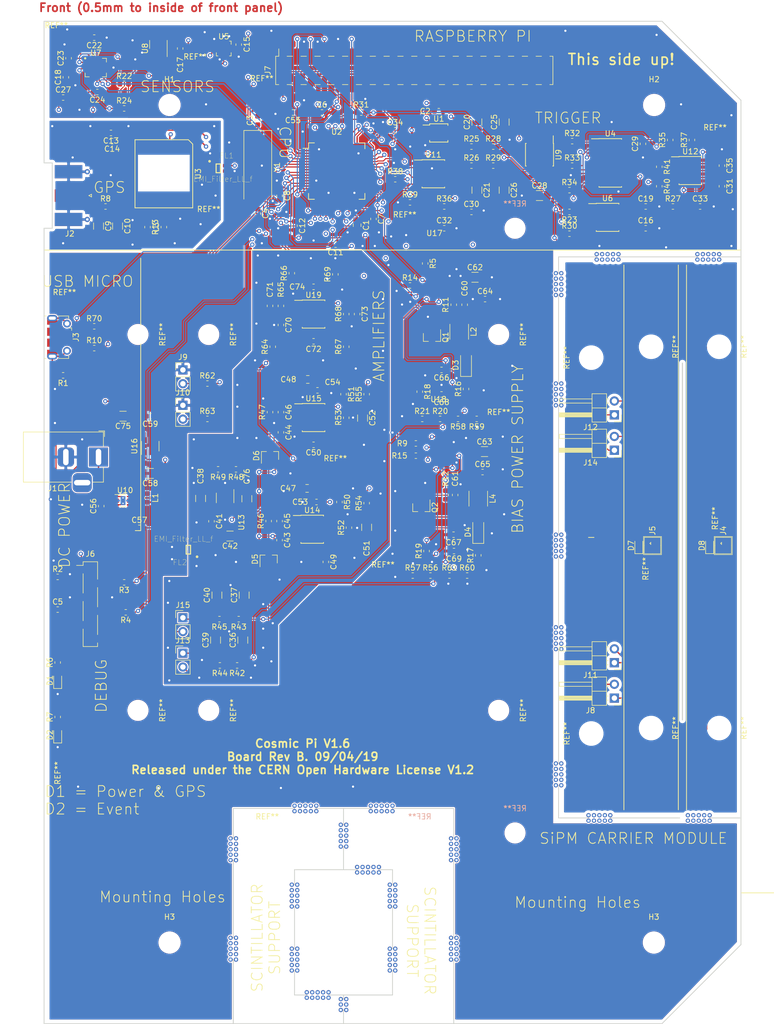
<source format=kicad_pcb>
(kicad_pcb (version 20171130) (host pcbnew "(5.1.0)-1")
  (layers (0 F.Cu signal) (1 In1.Cu signal) (2 In2.Cu signal) (31 B.Cu jumper) (35 F.Paste user) (37 F.SilkS user) (39 F.Mask user) (44 Edge.Cuts user))
  (net 0 "")
  (net 1 "Net-(R32-Pad1)")
  (net 2 TRIG_A)
  (net 3 +3V3)
  (net 4 SDA0)
  (net 5 DAC0)
  (net 6 "Net-(C20-Pad1)")
  (net 7 "Net-(C21-Pad1)")
  (net 8 DAC1)
  (net 9 "Net-(C19-Pad1)")
  (net 10 "Net-(C25-Pad1)")
  (net 11 "Net-(C26-Pad1)")
  (net 12 STRIGOUT_A)
  (net 13 "Net-(C33-Pad1)")
  (net 14 LED1)
  (net 15 "Net-(D1-Pad2)")
  (net 16 SCL0)
  (net 17 "Net-(R34-Pad1)")
  (net 18 "Net-(R35-Pad1)")
  (net 19 "Net-(C32-Pad1)")
  (net 20 STRIGOUT_B)
  (net 21 GND)
  (net 22 TRIG_OUT)
  (net 23 "Net-(J3-Pad6)")
  (net 24 "Net-(C45-Pad1)")
  (net 25 "Net-(C45-Pad2)")
  (net 26 VBIAS1)
  (net 27 "Net-(C36-Pad1)")
  (net 28 "Net-(C37-Pad1)")
  (net 29 VBIAS2)
  (net 30 "Net-(C39-Pad1)")
  (net 31 "Net-(C61-Pad1)")
  (net 32 "Net-(R12-Pad1)")
  (net 33 SWDIO)
  (net 34 "Net-(J6-Pad4)")
  (net 35 "Net-(J6-Pad2)")
  (net 36 SWCLK)
  (net 37 _RESET)
  (net 38 INJ_LED1)
  (net 39 "Net-(D7-Pad2)")
  (net 40 HVPSU_CS1)
  (net 41 LED2)
  (net 42 "Net-(D2-Pad2)")
  (net 43 "Net-(C9-Pad1)")
  (net 44 "Net-(C10-Pad1)")
  (net 45 HVPSU_CS2)
  (net 46 "Net-(R11-Pad1)")
  (net 47 "Net-(C60-Pad1)")
  (net 48 "Net-(L3-Pad1)")
  (net 49 BIASFB2)
  (net 50 HVPSU_DIN)
  (net 51 "Net-(C66-Pad1)")
  (net 52 "Net-(C67-Pad1)")
  (net 53 "Net-(R18-Pad1)")
  (net 54 "Net-(R18-Pad2)")
  (net 55 "Net-(R19-Pad2)")
  (net 56 "Net-(R19-Pad1)")
  (net 57 BIASFB1)
  (net 58 SHAPED_OUT_2)
  (net 59 "Net-(C73-Pad1)")
  (net 60 "Net-(C73-Pad2)")
  (net 61 TAP2)
  (net 62 "Net-(C71-Pad1)")
  (net 63 SHAPED_OUT_1)
  (net 64 "Net-(C71-Pad2)")
  (net 65 TAP1)
  (net 66 "Net-(D8-Pad2)")
  (net 67 "Net-(C52-Pad2)")
  (net 68 "Net-(C52-Pad1)")
  (net 69 "Net-(C40-Pad1)")
  (net 70 /analog/SIGNAL_OUT_2)
  (net 71 "Net-(C51-Pad1)")
  (net 72 /analog/SIGNAL_OUT_1)
  (net 73 "Net-(R23-Pad1)")
  (net 74 "Net-(C51-Pad2)")
  (net 75 GNDREF)
  (net 76 V_OFFSET)
  (net 77 +3.3VA)
  (net 78 "Net-(C46-Pad1)")
  (net 79 "Net-(C46-Pad2)")
  (net 80 TRIG_B)
  (net 81 "Net-(R33-Pad1)")
  (net 82 +5V)
  (net 83 "Net-(C59-Pad1)")
  (net 84 "Net-(C41-Pad1)")
  (net 85 "Net-(C38-Pad1)")
  (net 86 "Net-(Q1-Pad1)")
  (net 87 "Net-(D3-Pad2)")
  (net 88 "Net-(D4-Pad2)")
  (net 89 "Net-(Q2-Pad1)")
  (net 90 "Net-(C56-Pad2)")
  (net 91 "Net-(L1-Pad1)")
  (net 92 "Net-(U10-Pad8)")
  (net 93 "Net-(C31-Pad1)")
  (net 94 "Net-(C30-Pad1)")
  (net 95 "Net-(C16-Pad1)")
  (net 96 "Net-(U4-Pad11)")
  (net 97 "Net-(U1-Pad6)")
  (net 98 BARO_INT3)
  (net 99 ACC_INT1)
  (net 100 ACC_INT2)
  (net 101 "Net-(C3-Pad1)")
  (net 102 "Net-(C4-Pad1)")
  (net 103 "Net-(U2-Pad8)")
  (net 104 HVPSU_CL1)
  (net 105 HVPSU_CL2)
  (net 106 TX0)
  (net 107 RX0)
  (net 108 "Net-(U2-Pad24)")
  (net 109 "Net-(U2-Pad25)")
  (net 110 FLAG)
  (net 111 "Net-(U2-Pad28)")
  (net 112 "Net-(C1-Pad1)")
  (net 113 "Net-(U2-Pad33)")
  (net 114 HVPSU_SCLK)
  (net 115 "Net-(U2-Pad37)")
  (net 116 MAG_INT)
  (net 117 SCL_SLAVE)
  (net 118 USB_OTG_VBUS)
  (net 119 GPSTX)
  (net 120 USB_OTG_DM)
  (net 121 USB_OTG_DP)
  (net 122 GPSPPS)
  (net 123 "Net-(U2-Pad51)")
  (net 124 "Net-(U2-Pad54)")
  (net 125 "Net-(U2-Pad55)")
  (net 126 SDA_SLAVE)
  (net 127 "Net-(U2-Pad57)")
  (net 128 GPSRX)
  (net 129 BOOT0)
  (net 130 "Net-(U2-Pad62)")
  (net 131 BARO_INT)
  (net 132 "Net-(C23-Pad2)")
  (net 133 "Net-(C22-Pad2)")
  (net 134 "Net-(U7-Pad9)")
  (net 135 "Net-(U7-Pad13)")
  (net 136 "Net-(U8-Pad3)")
  (net 137 "Net-(U8-Pad4)")
  (net 138 "Net-(C13-Pad1)")
  (net 139 "Net-(L3-Pad2)")
  (net 140 GNDD)
  (net 141 "Net-(U3-Pad17)")
  (net 142 "Net-(U3-Pad16)")
  (net 143 "Net-(U3-Pad13)")
  (net 144 "Net-(J3-Pad4)")
  (net 145 "Net-(J7-Pad1)")
  (net 146 "Net-(J7-Pad13)")
  (net 147 "Net-(J7-Pad15)")
  (net 148 "Net-(J7-Pad16)")
  (net 149 "Net-(J7-Pad17)")
  (net 150 "Net-(J7-Pad18)")
  (net 151 "Net-(J7-Pad19)")
  (net 152 "Net-(J7-Pad21)")
  (net 153 "Net-(J7-Pad22)")
  (net 154 "Net-(J7-Pad23)")
  (net 155 "Net-(J7-Pad24)")
  (net 156 "Net-(J7-Pad26)")
  (net 157 "Net-(J7-Pad27)")
  (net 158 "Net-(J7-Pad28)")
  (net 159 "Net-(J7-Pad29)")
  (net 160 "Net-(J7-Pad31)")
  (net 161 "Net-(J7-Pad32)")
  (net 162 "Net-(J7-Pad33)")
  (net 163 "Net-(J7-Pad35)")
  (net 164 "Net-(J7-Pad36)")
  (net 165 "Net-(J7-Pad37)")
  (net 166 "Net-(J7-Pad38)")
  (net 167 "Net-(J7-Pad40)")
  (net 168 "Net-(J6-Pad6)")
  (net 169 "Net-(J1-Pad3)")
  (net 170 "Net-(J10-Pad2)")
  (net 171 "Net-(J9-Pad2)")
  (net 172 "Net-(D8-Pad1)")
  (net 173 "Net-(D7-Pad1)")
  (net 174 "Net-(J14-Pad1)")
  (net 175 "Net-(J14-Pad2)")
  (net 176 "Net-(J12-Pad2)")
  (net 177 "Net-(J12-Pad1)")
  (net 178 "Net-(J3-Pad2)")
  (net 179 "Net-(J3-Pad3)")
  (net 180 "Net-(U2-Pad35)")
  (net 181 "Net-(U2-Pad36)")
  (module maximsmd:QFN-12-1EP_4x4mm_P0.8mm (layer F.Cu) (at 89.75 97)
    (fp_text reference U18 (at -0.8 -9.6) (layer F.SilkS))
    (fp_text value MAX1932)
    (pad 1 smd rect (at -1.84 -0.8) (size 0.95 0.35) (layers F.Cu F.Paste F.Mask) (net 114 HVPSU_SCLK))
    (pad 2 smd rect (at -1.84 0) (size 0.95 0.35) (layers F.Cu F.Paste F.Mask) (net 50 HVPSU_DIN))
    (pad 3 smd rect (at -1.84 0.8) (size 0.95 0.35) (layers F.Cu F.Paste F.Mask) (net 105 HVPSU_CL2))
    (pad 8 smd rect (at 1.84 0) (size 0.95 0.35) (layers F.Cu F.Paste F.Mask) (net 32 "Net-(R12-Pad1)"))
    (pad 7 smd rect (at 1.84 0.8) (size 0.95 0.35) (layers F.Cu F.Paste F.Mask) (net 56 "Net-(R19-Pad1)"))
    (pad 9 smd rect (at 1.84 -0.8) (size 0.95 0.35) (layers F.Cu F.Paste F.Mask) (net 21 GND))
    (pad 10 smd rect (at 0.8 -1.84 90) (size 0.95 0.35) (layers F.Cu F.Paste F.Mask) (net 89 "Net-(Q2-Pad1)"))
    (pad 11 smd rect (at 0 -1.84 90) (size 0.95 0.35) (layers F.Cu F.Paste F.Mask) (net 82 +5V))
    (pad 12 smd rect (at -0.8 -1.84 90) (size 0.95 0.35) (layers F.Cu F.Paste F.Mask) (net 45 HVPSU_CS2))
    (pad 5 smd rect (at 0 1.84 90) (size 0.95 0.35) (layers F.Cu F.Paste F.Mask) (net 29 VBIAS2))
    (pad 4 smd rect (at -0.8 1.84 90) (size 0.95 0.35) (layers F.Cu F.Paste F.Mask) (net 52 "Net-(C67-Pad1)"))
    (pad 6 smd rect (at 0.8 1.84 90) (size 0.95 0.35) (layers F.Cu F.Paste F.Mask) (net 55 "Net-(R19-Pad2)"))
    (pad "" smd rect (at 0 0) (size 2 2) (layers F.Cu F.Paste F.Mask))
  )
  (module maximsmd:QFN-12-1EP_4x4mm_P0.8mm (layer F.Cu) (at 89 66.5)
    (fp_text reference U17 (at -0.8 -9.6) (layer F.SilkS))
    (fp_text value MAX1932)
    (pad 1 smd rect (at -1.84 -0.8) (size 0.95 0.35) (layers F.Cu F.Paste F.Mask) (net 114 HVPSU_SCLK))
    (pad 2 smd rect (at -1.84 0) (size 0.95 0.35) (layers F.Cu F.Paste F.Mask) (net 50 HVPSU_DIN))
    (pad 3 smd rect (at -1.84 0.8) (size 0.95 0.35) (layers F.Cu F.Paste F.Mask) (net 104 HVPSU_CL1))
    (pad 8 smd rect (at 1.84 0) (size 0.95 0.35) (layers F.Cu F.Paste F.Mask) (net 46 "Net-(R11-Pad1)"))
    (pad 7 smd rect (at 1.84 0.8) (size 0.95 0.35) (layers F.Cu F.Paste F.Mask) (net 53 "Net-(R18-Pad1)"))
    (pad 9 smd rect (at 1.84 -0.8) (size 0.95 0.35) (layers F.Cu F.Paste F.Mask) (net 21 GND))
    (pad 10 smd rect (at 0.8 -1.84 90) (size 0.95 0.35) (layers F.Cu F.Paste F.Mask) (net 86 "Net-(Q1-Pad1)"))
    (pad 11 smd rect (at 0 -1.84 90) (size 0.95 0.35) (layers F.Cu F.Paste F.Mask) (net 82 +5V))
    (pad 12 smd rect (at -0.8 -1.84 90) (size 0.95 0.35) (layers F.Cu F.Paste F.Mask) (net 40 HVPSU_CS1))
    (pad 5 smd rect (at 0 1.84 90) (size 0.95 0.35) (layers F.Cu F.Paste F.Mask) (net 26 VBIAS1))
    (pad 4 smd rect (at -0.8 1.84 90) (size 0.95 0.35) (layers F.Cu F.Paste F.Mask) (net 51 "Net-(C66-Pad1)"))
    (pad 6 smd rect (at 0.8 1.84 90) (size 0.95 0.35) (layers F.Cu F.Paste F.Mask) (net 54 "Net-(R18-Pad2)"))
    (pad "" smd rect (at 0 0) (size 2 2) (layers F.Cu F.Paste F.Mask))
  )
  (module MountingHole:MountingHole_3.5mm (layer B.Cu) (at 103 56 180)
    (fp_text reference REF** (at 0 4.5 180) (layer B.SilkS) (effects (justify mirror)))
    (fp_text value MountingHole_3.5mm)
    (pad 1 np_thru_hole circle (at 0 0 180) (size 3.5 3.5) (drill 3.5) (layers *.Cu *.Mask))
  )
  (module MountingHole:MountingHole_3.5mm (layer B.Cu) (at 103 167 180)
    (fp_text reference REF** (at 0 4.5 180) (layer B.SilkS) (effects (justify mirror)))
    (fp_text value MountingHole_3.5mm)
    (pad 1 np_thru_hole circle (at 0 0 180) (size 3.5 3.5) (drill 3.5) (layers *.Cu *.Mask))
  )
  (module MountingHole:MountingHole_3.7mm (layer F.Cu) (at 128.5 187.12)
    (fp_text reference H3 (at 0 -4.7) (layer F.SilkS))
    (fp_text value MountingHole_3.7mm hide)
    (pad 1 np_thru_hole circle (at 0 0) (size 3.7 3.7) (drill 3.7) (layers *.Cu *.Mask))
  )
  (module MountingHole:MountingHole_3.5mm (layer B.Cu) (at 85.5 168.5 180)
    (fp_text reference REF** (at 0 4.5 180) (layer B.SilkS) (effects (justify mirror)))
    (fp_text value MountingHole_3.5mm)
    (pad 1 np_thru_hole circle (at 0 0 180) (size 3.5 3.5) (drill 3.5) (layers *.Cu *.Mask))
  )
  (module MountingHole:MountingHole_3.5mm (layer F.Cu) (at 57.5 168.5)
    (fp_text reference REF** (at 0 -4.5) (layer F.SilkS))
    (fp_text value MountingHole_3.5mm hide)
    (pad 1 np_thru_hole circle (at 0 0) (size 3.5 3.5) (drill 3.5) (layers *.Cu *.Mask))
  )
  (module MountingHole:MountingHole_3.5mm (layer F.Cu) (at 33.75 144.5 270)
    (fp_text reference REF** (at 0 -4.5 270) (layer F.SilkS))
    (fp_text value MountingHole_3.5mm hide)
    (pad 1 np_thru_hole circle (at 0 0 270) (size 3.5 3.5) (drill 3.5) (layers *.Cu *.Mask))
  )
  (module MountingHole:MountingHole_3.5mm (layer F.Cu) (at 128 77.75 270)
    (fp_text reference REF** (at 0 -4.5 270) (layer F.SilkS))
    (fp_text value MountingHole_3.5mm hide)
    (pad 1 np_thru_hole circle (at 0 0 270) (size 3.5 3.5) (drill 3.5) (layers *.Cu *.Mask))
  )
  (module MountingHole:MountingHole_3.5mm (layer F.Cu) (at 140.5 77.75 270)
    (fp_text reference REF** (at 0 -4.5 270) (layer F.SilkS))
    (fp_text value MountingHole_3.5mm hide)
    (pad 1 np_thru_hole circle (at 0 0 270) (size 3.5 3.5) (drill 3.5) (layers *.Cu *.Mask))
  )
  (module MountingHole:MountingHole_3.5mm (layer F.Cu) (at 128 147.75 270)
    (fp_text reference REF** (at 0 -4.5 270) (layer F.SilkS))
    (fp_text value MountingHole_3.5mm hide)
    (pad 1 np_thru_hole circle (at 0 0 270) (size 3.5 3.5) (drill 3.5) (layers *.Cu *.Mask))
  )
  (module MountingHole:MountingHole_3.5mm (layer F.Cu) (at 140.5 147.75 270)
    (fp_text reference REF** (at 0 -4.5 270) (layer F.SilkS))
    (fp_text value MountingHole_3.5mm hide)
    (pad 1 np_thru_hole circle (at 0 0 270) (size 3.5 3.5) (drill 3.5) (layers *.Cu *.Mask))
  )
  (module Fiducial:Fiducial_0.5mm_Dia_1mm_Outer (layer F.Cu) (at 56.5 30)
    (fp_text reference REF** (at 0 -1.5) (layer F.SilkS))
    (fp_text value Fiducial_0.5mm_Dia_1mm_Outer hide)
    (pad ~ smd circle (at 0 0) (size 0.5 0.5) (layers F.Cu F.Mask) (clearance 0.25))
  )
  (module Fiducial:Fiducial_0.5mm_Dia_1mm_Outer (layer F.Cu) (at 20.25 69.25)
    (fp_text reference REF** (at 0 -1.5) (layer F.SilkS))
    (fp_text value Fiducial_0.5mm_Dia_1mm_Outer hide)
    (pad ~ smd circle (at 0 0) (size 0.5 0.5) (layers F.Cu F.Mask) (clearance 0.25))
  )
  (module Fiducial:Fiducial_0.5mm_Dia_1mm_Outer (layer F.Cu) (at 100 91.25)
    (fp_text reference REF** (at 0 -1.5) (layer F.SilkS))
    (fp_text value Fiducial_0.5mm_Dia_1mm_Outer hide)
    (pad ~ smd circle (at 0 0) (size 0.5 0.5) (layers F.Cu F.Mask) (clearance 0.25))
  )
  (module Fiducial:Fiducial_0.5mm_Dia_1mm_Outer (layer F.Cu) (at 78.75 119.25)
    (fp_text reference REF** (at 0 -1.5) (layer F.SilkS))
    (fp_text value Fiducial_0.5mm_Dia_1mm_Outer hide)
    (pad ~ smd circle (at 0 0) (size 0.5 0.5) (layers F.Cu F.Mask) (clearance 0.25))
  )
  (module Fiducial:Fiducial_0.5mm_Dia_1mm_Outer (layer F.Cu) (at 70 99.75)
    (fp_text reference REF** (at 0 -1.5) (layer F.SilkS))
    (fp_text value Fiducial_0.5mm_Dia_1mm_Outer)
    (pad ~ smd circle (at 0 0) (size 0.5 0.5) (layers F.Cu F.Mask) (clearance 0.25))
  )
  (module Fiducial:Fiducial_0.5mm_Dia_1mm_Outer (layer F.Cu) (at 20.5 156 90)
    (fp_text reference REF** (at 0 -1.5 90) (layer F.SilkS))
    (fp_text value Fiducial_0.5mm_Dia_1mm_Outer hide)
    (pad ~ smd circle (at 0 0 90) (size 0.5 0.5) (layers F.Cu F.Mask) (clearance 0.25))
  )
  (module Fiducial:Fiducial_0.5mm_Dia_1mm_Outer (layer F.Cu) (at 141.25 109.25 90)
    (fp_text reference REF** (at 0 -1.5 90) (layer F.SilkS))
    (fp_text value Fiducial_0.5mm_Dia_1mm_Outer hide)
    (pad ~ smd circle (at 0 0 90) (size 0.5 0.5) (layers F.Cu F.Mask) (clearance 0.25))
  )
  (module Fiducial:Fiducial_0.5mm_Dia_1mm_Outer (layer F.Cu) (at 128.5 118.5 90)
    (fp_text reference REF** (at 0 -1.5 90) (layer F.SilkS))
    (fp_text value Fiducial_0.5mm_Dia_1mm_Outer hide)
    (pad ~ smd circle (at 0 0 90) (size 0.5 0.5) (layers F.Cu F.Mask) (clearance 0.25))
  )
  (module Fiducial:Fiducial_0.5mm_Dia_1mm_Outer (layer F.Cu) (at 44.25 26)
    (fp_text reference REF** (at 0 -1.5) (layer F.SilkS))
    (fp_text value Fiducial_0.5mm_Dia_1mm_Outer hide)
    (pad ~ smd circle (at 0 0) (size 0.5 0.5) (layers F.Cu F.Mask) (clearance 0.25))
  )
  (module Fiducial:Fiducial_0.5mm_Dia_1mm_Outer (layer F.Cu) (at 139.75 39)
    (fp_text reference REF** (at 0 -1.5) (layer F.SilkS))
    (fp_text value Fiducial_0.5mm_Dia_1mm_Outer hide)
    (pad ~ smd circle (at 0 0) (size 0.5 0.5) (layers F.Cu F.Mask) (clearance 0.25))
  )
  (module Fiducial:Fiducial_0.5mm_Dia_1mm_Outer (layer F.Cu) (at 82.75 55)
    (fp_text reference REF** (at 0 -1.5) (layer F.SilkS))
    (fp_text value Fiducial_0.5mm_Dia_1mm_Outer hide)
    (pad ~ smd circle (at 0 0) (size 0.5 0.5) (layers F.Cu F.Mask) (clearance 0.25))
  )
  (module Fiducial:Fiducial_0.5mm_Dia_1mm_Outer (layer F.Cu) (at 46.75 54)
    (fp_text reference REF** (at 0 -1.5) (layer F.SilkS))
    (fp_text value Fiducial_0.5mm_Dia_1mm_Outer hide)
    (pad ~ smd circle (at 0 0) (size 0.5 0.5) (layers F.Cu F.Mask) (clearance 0.25))
  )
  (module Fiducial:Fiducial_0.5mm_Dia_1mm_Outer (layer F.Cu) (at 18.75 20.25)
    (fp_text reference REF** (at 0 -1.5) (layer F.SilkS))
    (fp_text value Fiducial_0.5mm_Dia_1mm_Outer hide)
    (pad ~ smd circle (at 0 0) (size 0.5 0.5) (layers F.Cu F.Mask) (clearance 0.25))
  )
  (module Cosmic:Ketek_PM3325-WB (layer F.Cu) (at 128.25 114.25 90)
    (fp_text reference J5 (at 2.75 0 90) (layer F.SilkS))
    (fp_text value Conn_01x04_Male)
    (pad 10 smd circle (at -0.975 -0.325 90) (size 0.33 0.33) (layers F.Cu F.Paste F.Mask))
    (pad 9 smd circle (at -0.975 -0.975 90) (size 0.33 0.33) (layers F.Cu F.Paste F.Mask))
    (pad 2 smd circle (at -0.325 -0.975 90) (size 0.33 0.33) (layers F.Cu F.Paste F.Mask) (net 175 "Net-(J14-Pad2)"))
    (pad 1 smd circle (at 0.325 -0.975 90) (size 0.33 0.33) (layers F.Cu F.Paste F.Mask) (net 175 "Net-(J14-Pad2)"))
    (pad 5 smd circle (at 0.975 -0.975 90) (size 0.33 0.33) (layers F.Cu F.Paste F.Mask))
    (pad 6 smd circle (at 0.975 -0.325 90) (size 0.33 0.33) (layers F.Cu F.Paste F.Mask))
    (pad 7 smd circle (at 0.975 0.325 90) (size 0.33 0.33) (layers F.Cu F.Paste F.Mask))
    (pad 8 smd circle (at 0.975 0.975 90) (size 0.33 0.33) (layers F.Cu F.Paste F.Mask))
    (pad 4 smd circle (at 0.325 0.975 90) (size 0.33 0.33) (layers F.Cu F.Paste F.Mask) (net 174 "Net-(J14-Pad1)"))
    (pad 3 smd circle (at -0.325 0.975 90) (size 0.33 0.33) (layers F.Cu F.Paste F.Mask) (net 174 "Net-(J14-Pad1)"))
    (pad 11 smd circle (at -0.975 0.975 90) (size 0.33 0.33) (layers F.Cu F.Paste F.Mask))
    (pad 12 smd circle (at -0.975 0.325 90) (size 0.33 0.33) (layers F.Cu F.Paste F.Mask))
  )
  (module Resistor_SMD:R_0603_1608Metric (layer F.Cu) (at 91.75 70.0375 270)
    (fp_text reference R11 (at 0 1.5 270) (layer F.SilkS))
    (fp_text value 15k)
    (pad 1 smd roundrect (at -0.7875 0 270) (size 0.875 0.95) (layers F.Cu F.Paste F.Mask) (net 46 "Net-(R11-Pad1)"))
    (pad 2 smd roundrect (at 0.7875 0 270) (size 0.875 0.95) (layers F.Cu F.Paste F.Mask) (net 47 "Net-(C60-Pad1)"))
  )
  (module Cosmic:Ketek_PM3325-WB (layer F.Cu) (at 141.25 114.25 90)
    (fp_text reference J4 (at 2.75 0 90) (layer F.SilkS))
    (fp_text value Conn_01x04_Male)
    (pad 10 smd circle (at -0.975 -0.325 90) (size 0.33 0.33) (layers F.Cu F.Paste F.Mask))
    (pad 9 smd circle (at -0.975 -0.975 90) (size 0.33 0.33) (layers F.Cu F.Paste F.Mask))
    (pad 2 smd circle (at -0.325 -0.975 90) (size 0.33 0.33) (layers F.Cu F.Paste F.Mask) (net 176 "Net-(J12-Pad2)"))
    (pad 1 smd circle (at 0.325 -0.975 90) (size 0.33 0.33) (layers F.Cu F.Paste F.Mask) (net 176 "Net-(J12-Pad2)"))
    (pad 5 smd circle (at 0.975 -0.975 90) (size 0.33 0.33) (layers F.Cu F.Paste F.Mask))
    (pad 6 smd circle (at 0.975 -0.325 90) (size 0.33 0.33) (layers F.Cu F.Paste F.Mask))
    (pad 7 smd circle (at 0.975 0.325 90) (size 0.33 0.33) (layers F.Cu F.Paste F.Mask))
    (pad 8 smd circle (at 0.975 0.975 90) (size 0.33 0.33) (layers F.Cu F.Paste F.Mask))
    (pad 4 smd circle (at 0.325 0.975 90) (size 0.33 0.33) (layers F.Cu F.Paste F.Mask) (net 177 "Net-(J12-Pad1)"))
    (pad 3 smd circle (at -0.325 0.975 90) (size 0.33 0.33) (layers F.Cu F.Paste F.Mask) (net 177 "Net-(J12-Pad1)"))
    (pad 11 smd circle (at -0.975 0.975 90) (size 0.33 0.33) (layers F.Cu F.Paste F.Mask))
    (pad 12 smd circle (at -0.975 0.325 90) (size 0.33 0.33) (layers F.Cu F.Paste F.Mask))
  )
  (module 744232090:IND_744232090 (layer F.Cu) (at 48.5 45)
    (fp_text reference FL1 (at 1.54 -2.335) (layer F.SilkS) (effects (font (thickness 0.05))))
    (fp_text value EMI_Filter_LL_f (at 0.875 1.965) (layer F.SilkS) (effects (font (thickness 0.05))))
    (pad 2 smd rect (at 1.5 -0.5) (size 1.3 0.6) (layers F.Cu F.Paste F.Mask) (net 3 +3V3))
    (pad 3 smd rect (at 1.5 0.5) (size 1.3 0.6) (layers F.Cu F.Paste F.Mask) (net 21 GND))
    (pad 4 smd rect (at -1.5 0.5) (size 1.3 0.6) (layers F.Cu F.Paste F.Mask) (net 140 GNDD))
    (pad 1 smd rect (at -1.5 -0.5) (size 1.3 0.6) (layers F.Cu F.Paste F.Mask) (net 138 "Net-(C13-Pad1)"))
  )
  (module 744232090:IND_744232090 (layer F.Cu) (at 43 115 180)
    (fp_text reference FL2 (at 1.54 -2.335 180) (layer F.SilkS) (effects (font (thickness 0.05))))
    (fp_text value EMI_Filter_LL_f (at 0.875 1.965 180) (layer F.SilkS) (effects (font (thickness 0.05))))
    (pad 2 smd rect (at 1.5 -0.5 180) (size 1.3 0.6) (layers F.Cu F.Paste F.Mask) (net 82 +5V))
    (pad 3 smd rect (at 1.5 0.5 180) (size 1.3 0.6) (layers F.Cu F.Paste F.Mask) (net 21 GND))
    (pad 4 smd rect (at -1.5 0.5 180) (size 1.3 0.6) (layers F.Cu F.Paste F.Mask) (net 75 GNDREF))
    (pad 1 smd rect (at -1.5 -0.5 180) (size 1.3 0.6) (layers F.Cu F.Paste F.Mask) (net 85 "Net-(C38-Pad1)"))
  )
  (module Package_SO:SOIC-8_3.9x4.9mm_P1.27mm (layer F.Cu) (at 65.75 111.25)
    (fp_text reference U14 (at 0 -3.5) (layer F.SilkS))
    (fp_text value AD8039)
    (pad 8 smd rect (at 2.7 -1.905) (size 1.55 0.6) (layers F.Cu F.Paste F.Mask) (net 77 +3.3VA))
    (pad 7 smd rect (at 2.7 -0.635) (size 1.55 0.6) (layers F.Cu F.Paste F.Mask) (net 71 "Net-(C51-Pad1)"))
    (pad 6 smd rect (at 2.7 0.635) (size 1.55 0.6) (layers F.Cu F.Paste F.Mask) (net 74 "Net-(C51-Pad2)"))
    (pad 5 smd rect (at 2.7 1.905) (size 1.55 0.6) (layers F.Cu F.Paste F.Mask) (net 76 V_OFFSET))
    (pad 4 smd rect (at -2.7 1.905) (size 1.55 0.6) (layers F.Cu F.Paste F.Mask) (net 75 GNDREF))
    (pad 3 smd rect (at -2.7 0.635) (size 1.55 0.6) (layers F.Cu F.Paste F.Mask) (net 76 V_OFFSET))
    (pad 2 smd rect (at -2.7 -0.635) (size 1.55 0.6) (layers F.Cu F.Paste F.Mask) (net 25 "Net-(C45-Pad2)"))
    (pad 1 smd rect (at -2.7 -1.905) (size 1.55 0.6) (layers F.Cu F.Paste F.Mask) (net 24 "Net-(C45-Pad1)"))
  )
  (module MountingHole:MountingHole_3.5mm (layer F.Cu) (at 100 75.5 270)
    (fp_text reference REF** (at 0 -4.5 270) (layer F.SilkS))
    (fp_text value MountingHole_3.5mm hide)
    (pad 1 np_thru_hole circle (at 0 0 270) (size 3.5 3.5) (drill 3.5) (layers *.Cu *.Mask))
  )
  (module MountingHole:MountingHole_3.5mm (layer F.Cu) (at 100 144.5 270)
    (fp_text reference REF** (at 0 -4.5 270) (layer F.SilkS))
    (fp_text value MountingHole_3.5mm hide)
    (pad 1 np_thru_hole circle (at 0 0 270) (size 3.5 3.5) (drill 3.5) (layers *.Cu *.Mask))
  )
  (module MountingHole:MountingHole_3.5mm (layer F.Cu) (at 46.75 144.5 270)
    (fp_text reference REF** (at 0 -4.5 270) (layer F.SilkS))
    (fp_text value MountingHole_3.5mm hide)
    (pad 1 np_thru_hole circle (at 0 0 270) (size 3.5 3.5) (drill 3.5) (layers *.Cu *.Mask))
  )
  (module MountingHole:MountingHole_3.5mm (layer F.Cu) (at 46.75 75.5 270)
    (fp_text reference REF** (at 0 -4.5 270) (layer F.SilkS))
    (fp_text value MountingHole_3.5mm hide)
    (pad 1 np_thru_hole circle (at 0 0 270) (size 3.5 3.5) (drill 3.5) (layers *.Cu *.Mask))
  )
  (module Crystal:Crystal_SMD_HC49-SD (layer F.Cu) (at 55.75 44.75 270)
    (fp_text reference Y1 (at 0 -3.55 270) (layer F.SilkS))
    (fp_text value "8 MHz")
    (pad 2 smd rect (at 4.25 0 270) (size 4.5 2) (layers F.Cu F.Paste F.Mask) (net 102 "Net-(C4-Pad1)"))
    (pad 1 smd rect (at -4.25 0 270) (size 4.5 2) (layers F.Cu F.Paste F.Mask) (net 101 "Net-(C3-Pad1)"))
  )
  (module Resistor_SMD:R_0603_1608Metric (layer F.Cu) (at 25.7125 74)
    (fp_text reference R70 (at 0 -1.43) (layer F.SilkS))
    (fp_text value 20)
    (pad 2 smd roundrect (at 0.7875 0) (size 0.875 0.95) (layers F.Cu F.Paste F.Mask) (net 120 USB_OTG_DM))
    (pad 1 smd roundrect (at -0.7875 0) (size 0.875 0.95) (layers F.Cu F.Paste F.Mask) (net 178 "Net-(J3-Pad2)"))
  )
  (module Resistor_SMD:R_0603_1608Metric (layer F.Cu) (at 25.7125 78)
    (fp_text reference R10 (at 0 -1.43) (layer F.SilkS))
    (fp_text value 20)
    (pad 2 smd roundrect (at 0.7875 0) (size 0.875 0.95) (layers F.Cu F.Paste F.Mask) (net 121 USB_OTG_DP))
    (pad 1 smd roundrect (at -0.7875 0) (size 0.875 0.95) (layers F.Cu F.Paste F.Mask) (net 179 "Net-(J3-Pad3)"))
  )
  (module Capacitor_SMD:C_0805_2012Metric (layer F.Cu) (at 74 55.4375 270)
    (fp_text reference C1 (at 0 -1.65 270) (layer F.SilkS))
    (fp_text value 4.7u)
    (pad 2 smd roundrect (at 0.9375 0 270) (size 0.975 1.4) (layers F.Cu F.Paste F.Mask) (net 21 GND))
    (pad 1 smd roundrect (at -0.9375 0 270) (size 0.975 1.4) (layers F.Cu F.Paste F.Mask) (net 112 "Net-(C1-Pad1)"))
  )
  (module MountingHole:MountingHole_3.5mm (layer F.Cu) (at 33.75 75.5 270)
    (fp_text reference REF** (at 0 -4.5 270) (layer F.SilkS))
    (fp_text value MountingHole_3.5mm hide)
    (pad 1 np_thru_hole circle (at 0 0 270) (size 3.5 3.5) (drill 3.5) (layers *.Cu *.Mask))
  )
  (module MountingHole:MountingHole_3.5mm (layer F.Cu) (at 117 79.75 90)
    (fp_text reference REF** (at 0 -4.5 90) (layer F.SilkS))
    (fp_text value MountingHole_3.5mm hide)
    (pad 1 np_thru_hole circle (at 0 0 90) (size 3.5 3.5) (drill 3.5) (layers *.Cu *.Mask))
  )
  (module MountingHole:MountingHole_3.5mm (layer F.Cu) (at 117 148.75 90)
    (fp_text reference REF** (at 0 -4.5 90) (layer F.SilkS))
    (fp_text value MountingHole_3.5mm hide)
    (pad 1 np_thru_hole circle (at 0 0 90) (size 3.5 3.5) (drill 3.5) (layers *.Cu *.Mask))
  )
  (module Package_TO_SOT_SMD:SOT-23 (layer F.Cu) (at 57.75 116.75 90)
    (fp_text reference D5 (at 0 -2.5 90) (layer F.SilkS))
    (fp_text value BAS70-04)
    (pad 1 smd rect (at -1 -0.95 90) (size 0.9 0.8) (layers F.Cu F.Paste F.Mask) (net 76 V_OFFSET))
    (pad 2 smd rect (at -1 0.95 90) (size 0.9 0.8) (layers F.Cu F.Paste F.Mask) (net 76 V_OFFSET))
    (pad 3 smd rect (at 1 0 90) (size 0.9 0.8) (layers F.Cu F.Paste F.Mask) (net 25 "Net-(C45-Pad2)"))
  )
  (module Resistor_SMD:R_0603_1608Metric (layer F.Cu) (at 57.75 109.75 90)
    (fp_text reference R46 (at 0 -1.43 90) (layer F.SilkS))
    (fp_text value 5100)
    (pad 2 smd roundrect (at 0.7875 0 90) (size 0.875 0.95) (layers F.Cu F.Paste F.Mask) (net 24 "Net-(C45-Pad1)"))
    (pad 1 smd roundrect (at -0.7875 0 90) (size 0.875 0.95) (layers F.Cu F.Paste F.Mask) (net 25 "Net-(C45-Pad2)"))
  )
  (module MountingHole:MountingHole_3.7mm (layer F.Cu) (at 128.55 33.37)
    (fp_text reference H2 (at 0 -4.7) (layer F.SilkS))
    (fp_text value MountingHole_3.7mm hide)
    (pad 1 np_thru_hole circle (at 0 0) (size 3.7 3.7) (drill 3.7) (layers *.Cu *.Mask))
  )
  (module MountingHole:MountingHole_3.7mm (layer F.Cu) (at 39.55 187.12)
    (fp_text reference H3 (at 0 -4.7) (layer F.SilkS))
    (fp_text value MountingHole_3.7mm hide)
    (pad 1 np_thru_hole circle (at 0 0) (size 3.7 3.7) (drill 3.7) (layers *.Cu *.Mask))
  )
  (module MountingHole:MountingHole_3.7mm (layer F.Cu) (at 39.55 33.37)
    (fp_text reference H1 (at 0 -4.7) (layer F.SilkS))
    (fp_text value MountingHole_3.7mm hide)
    (pad 1 np_thru_hole circle (at 0 0) (size 3.7 3.7) (drill 3.7) (layers *.Cu *.Mask))
  )
  (module Connector_PinHeader_2.54mm:PinHeader_1x02_P2.54mm_Horizontal (layer F.Cu) (at 121.25 96.75 180)
    (fp_text reference J14 (at 4.385 -2.27 180) (layer F.SilkS))
    (fp_text value Conn_01x02_Male)
    (pad 1 thru_hole rect (at 0 0 180) (size 1.7 1.7) (drill 1) (layers *.Cu *.Mask) (net 174 "Net-(J14-Pad1)"))
    (pad 2 thru_hole oval (at 0 2.54 180) (size 1.7 1.7) (drill 1) (layers *.Cu *.Mask) (net 175 "Net-(J14-Pad2)"))
  )
  (module Connector_PinHeader_2.54mm:PinHeader_1x02_P2.54mm_Horizontal (layer F.Cu) (at 121.25 142.25 180)
    (fp_text reference J8 (at 4.385 -2.27 180) (layer F.SilkS))
    (fp_text value Conn_01x02_Male)
    (pad 2 thru_hole oval (at 0 2.54 180) (size 1.7 1.7) (drill 1) (layers *.Cu *.Mask) (net 39 "Net-(D7-Pad2)"))
    (pad 1 thru_hole rect (at 0 0 180) (size 1.7 1.7) (drill 1) (layers *.Cu *.Mask) (net 173 "Net-(D7-Pad1)"))
  )
  (module Connector_PinHeader_2.54mm:PinHeader_1x02_P2.54mm_Horizontal (layer F.Cu) (at 121.25 135.75 180)
    (fp_text reference J11 (at 4.385 -2.27 180) (layer F.SilkS))
    (fp_text value Conn_01x02_Male)
    (pad 1 thru_hole rect (at 0 0 180) (size 1.7 1.7) (drill 1) (layers *.Cu *.Mask) (net 172 "Net-(D8-Pad1)"))
    (pad 2 thru_hole oval (at 0 2.54 180) (size 1.7 1.7) (drill 1) (layers *.Cu *.Mask) (net 66 "Net-(D8-Pad2)"))
  )
  (module Connector_PinHeader_2.54mm:PinHeader_1x02_P2.54mm_Horizontal (layer F.Cu) (at 121.25 90.25 180)
    (fp_text reference J12 (at 4.385 -2.27 180) (layer F.SilkS))
    (fp_text value Conn_01x02_Male)
    (pad 2 thru_hole oval (at 0 2.54 180) (size 1.7 1.7) (drill 1) (layers *.Cu *.Mask) (net 176 "Net-(J12-Pad2)"))
    (pad 1 thru_hole rect (at 0 0 180) (size 1.7 1.7) (drill 1) (layers *.Cu *.Mask) (net 177 "Net-(J12-Pad1)"))
  )
  (module Connector_PinHeader_2.54mm:PinHeader_1x02_P2.54mm_Vertical (layer F.Cu) (at 42 82)
    (fp_text reference J9 (at 0 -2.33) (layer F.SilkS))
    (fp_text value Conn_01x02_Female)
    (pad 2 thru_hole oval (at 0 2.54) (size 1.7 1.7) (drill 1) (layers *.Cu *.Mask) (net 171 "Net-(J9-Pad2)"))
    (pad 1 thru_hole rect (at 0 0) (size 1.7 1.7) (drill 1) (layers *.Cu *.Mask) (net 21 GND))
  )
  (module Connector_PinHeader_2.54mm:PinHeader_1x02_P2.54mm_Vertical (layer F.Cu) (at 42 88.5)
    (fp_text reference J10 (at 0 -2.33) (layer F.SilkS))
    (fp_text value Conn_01x02_Female)
    (pad 1 thru_hole rect (at 0 0) (size 1.7 1.7) (drill 1) (layers *.Cu *.Mask) (net 21 GND))
    (pad 2 thru_hole oval (at 0 2.54) (size 1.7 1.7) (drill 1) (layers *.Cu *.Mask) (net 170 "Net-(J10-Pad2)"))
  )
  (module Connector_PinHeader_2.54mm:PinHeader_1x02_P2.54mm_Vertical (layer F.Cu) (at 42 134)
    (fp_text reference J13 (at 0 -2.33) (layer F.SilkS))
    (fp_text value Conn_01x02_Female)
    (pad 2 thru_hole oval (at 0 2.54) (size 1.7 1.7) (drill 1) (layers *.Cu *.Mask) (net 25 "Net-(C45-Pad2)"))
    (pad 1 thru_hole rect (at 0 0) (size 1.7 1.7) (drill 1) (layers *.Cu *.Mask) (net 30 "Net-(C39-Pad1)"))
  )
  (module Connector_PinHeader_2.54mm:PinHeader_1x02_P2.54mm_Vertical (layer F.Cu) (at 42 127.5)
    (fp_text reference J15 (at 0 -2.33) (layer F.SilkS))
    (fp_text value Conn_01x02_Female)
    (pad 1 thru_hole rect (at 0 0) (size 1.7 1.7) (drill 1) (layers *.Cu *.Mask) (net 69 "Net-(C40-Pad1)"))
    (pad 2 thru_hole oval (at 0 2.54) (size 1.7 1.7) (drill 1) (layers *.Cu *.Mask) (net 79 "Net-(C46-Pad2)"))
  )
  (module Diode_SMD:D_SOD-123F (layer F.Cu) (at 96.25 111.65 90)
    (fp_text reference D4 (at -0.127 -1.905 90) (layer F.SilkS))
    (fp_text value BAT46)
    (pad 2 smd rect (at 1.4 0 90) (size 1.1 1.1) (layers F.Cu F.Paste F.Mask) (net 88 "Net-(D4-Pad2)"))
    (pad 1 smd rect (at -1.4 0 90) (size 1.1 1.1) (layers F.Cu F.Paste F.Mask) (net 52 "Net-(C67-Pad1)"))
  )
  (module Diode_SMD:D_SOD-123F (layer F.Cu) (at 94 81 90)
    (fp_text reference D3 (at -0.127 -1.905 90) (layer F.SilkS))
    (fp_text value BAT46)
    (pad 1 smd rect (at -1.4 0 90) (size 1.1 1.1) (layers F.Cu F.Paste F.Mask) (net 51 "Net-(C66-Pad1)"))
    (pad 2 smd rect (at 1.4 0 90) (size 1.1 1.1) (layers F.Cu F.Paste F.Mask) (net 87 "Net-(D3-Pad2)"))
  )
  (module Connector_Coaxial:SMA_Molex_73251-1153_EdgeMount_Horizontal (layer F.Cu) (at 22.72 50)
    (fp_text reference J2 (at -1.5 7) (layer F.SilkS))
    (fp_text value SMA)
    (pad 1 smd rect (at -1.72 0) (size 5.08 2.29) (layers F.Cu F.Paste F.Mask) (net 43 "Net-(C9-Pad1)"))
    (pad 2 smd rect (at -1.72 -4.38) (size 5.08 2.42) (layers F.Cu F.Paste F.Mask) (net 140 GNDD))
    (pad 2 smd rect (at -1.72 4.38) (size 5.08 2.42) (layers F.Cu F.Paste F.Mask) (net 140 GNDD))
    (pad 2 smd rect (at -1.72 -4.38) (size 5.08 2.42) (layers B.Cu B.Paste B.Mask) (net 140 GNDD))
    (pad 2 smd rect (at -1.72 4.38) (size 5.08 2.42) (layers B.Cu B.Paste B.Mask) (net 140 GNDD))
    (pad 2 thru_hole circle (at 1.72 -4.38) (size 0.97 0.97) (drill 0.46) (layers *.Cu) (net 140 GNDD))
    (pad 2 thru_hole circle (at 1.72 4.38) (size 0.97 0.97) (drill 0.46) (layers *.Cu) (net 140 GNDD))
    (pad 2 smd rect (at 1.27 -4.38) (size 0.95 0.46) (layers F.Cu) (net 140 GNDD))
    (pad 2 smd rect (at 1.27 4.38) (size 0.95 0.46) (layers F.Cu) (net 140 GNDD))
    (pad 2 smd rect (at 1.27 -4.38) (size 0.95 0.46) (layers B.Cu) (net 140 GNDD))
    (pad 2 smd rect (at 1.27 4.38) (size 0.95 0.46) (layers B.Cu) (net 140 GNDD))
  )
  (module Capacitor_SMD:C_0603_1608Metric (layer F.Cu) (at 20 32)
    (fp_text reference C27 (at 0 -1.43) (layer F.SilkS))
    (fp_text value 100n)
    (pad 1 smd roundrect (at -0.7875 0) (size 0.875 0.95) (layers F.Cu F.Paste F.Mask) (net 3 +3V3))
    (pad 2 smd roundrect (at 0.7875 0) (size 0.875 0.95) (layers F.Cu F.Paste F.Mask) (net 21 GND))
  )
  (module Capacitor_SMD:C_0603_1608Metric (layer F.Cu) (at 34 111)
    (fp_text reference C57 (at 0 -1.43) (layer F.SilkS))
    (fp_text value 22u)
    (pad 2 smd roundrect (at 0.7875 0) (size 0.875 0.95) (layers F.Cu F.Paste F.Mask) (net 82 +5V))
    (pad 1 smd roundrect (at -0.7875 0) (size 0.875 0.95) (layers F.Cu F.Paste F.Mask) (net 21 GND))
  )
  (module Capacitor_SMD:C_0603_1608Metric (layer F.Cu) (at 126.5 40.5 90)
    (fp_text reference C29 (at 0 -1.43 90) (layer F.SilkS))
    (fp_text value 100n)
    (pad 1 smd roundrect (at -0.7875 0 90) (size 0.875 0.95) (layers F.Cu F.Paste F.Mask) (net 21 GND))
    (pad 2 smd roundrect (at 0.7875 0 90) (size 0.875 0.95) (layers F.Cu F.Paste F.Mask) (net 3 +3V3))
  )
  (module Capacitor_SMD:C_0603_1608Metric (layer F.Cu) (at 95 53)
    (fp_text reference C30 (at 0 -1.43) (layer F.SilkS))
    (fp_text value 10n)
    (pad 2 smd roundrect (at 0.7875 0) (size 0.875 0.95) (layers F.Cu F.Paste F.Mask) (net 21 GND))
    (pad 1 smd roundrect (at -0.7875 0) (size 0.875 0.95) (layers F.Cu F.Paste F.Mask) (net 94 "Net-(C30-Pad1)"))
  )
  (module Capacitor_SMD:C_0603_1608Metric (layer F.Cu) (at 141 48.2875 270)
    (fp_text reference C31 (at 0 -1.43 270) (layer F.SilkS))
    (fp_text value 10n)
    (pad 1 smd roundrect (at -0.7875 0 270) (size 0.875 0.95) (layers F.Cu F.Paste F.Mask) (net 93 "Net-(C31-Pad1)"))
    (pad 2 smd roundrect (at 0.7875 0 270) (size 0.875 0.95) (layers F.Cu F.Paste F.Mask) (net 21 GND))
  )
  (module Capacitor_SMD:C_0603_1608Metric (layer F.Cu) (at 90 56)
    (fp_text reference C32 (at 0 -1.43) (layer F.SilkS))
    (fp_text value 220n)
    (pad 2 smd roundrect (at 0.7875 0) (size 0.875 0.95) (layers F.Cu F.Paste F.Mask) (net 21 GND))
    (pad 1 smd roundrect (at -0.7875 0) (size 0.875 0.95) (layers F.Cu F.Paste F.Mask) (net 19 "Net-(C32-Pad1)"))
  )
  (module Capacitor_SMD:C_0603_1608Metric (layer F.Cu) (at 137 52)
    (fp_text reference C33 (at 0 -1.43) (layer F.SilkS))
    (fp_text value 220n)
    (pad 1 smd roundrect (at -0.7875 0) (size 0.875 0.95) (layers F.Cu F.Paste F.Mask) (net 13 "Net-(C33-Pad1)"))
    (pad 2 smd roundrect (at 0.7875 0) (size 0.875 0.95) (layers F.Cu F.Paste F.Mask) (net 21 GND))
  )
  (module Capacitor_SMD:C_0603_1608Metric (layer F.Cu) (at 81 38)
    (fp_text reference C34 (at 0 -1.43) (layer F.SilkS))
    (fp_text value 100n)
    (pad 2 smd roundrect (at 0.7875 0) (size 0.875 0.95) (layers F.Cu F.Paste F.Mask) (net 21 GND))
    (pad 1 smd roundrect (at -0.7875 0) (size 0.875 0.95) (layers F.Cu F.Paste F.Mask) (net 3 +3V3))
  )
  (module Capacitor_SMD:C_0603_1608Metric (layer F.Cu) (at 141 44.5 270)
    (fp_text reference C35 (at 0 -1.43 270) (layer F.SilkS))
    (fp_text value 100n)
    (pad 1 smd roundrect (at -0.7875 0 270) (size 0.875 0.95) (layers F.Cu F.Paste F.Mask) (net 3 +3V3))
    (pad 2 smd roundrect (at 0.7875 0 270) (size 0.875 0.95) (layers F.Cu F.Paste F.Mask) (net 21 GND))
  )
  (module Capacitor_SMD:C_0603_1608Metric (layer F.Cu) (at 97.5 69)
    (fp_text reference C64 (at 0 -1.43) (layer F.SilkS))
    (fp_text value 100n)
    (pad 2 smd roundrect (at 0.7875 0) (size 0.875 0.95) (layers F.Cu F.Paste F.Mask) (net 21 GND))
    (pad 1 smd roundrect (at -0.7875 0) (size 0.875 0.95) (layers F.Cu F.Paste F.Mask) (net 82 +5V))
  )
  (module Capacitor_SMD:C_0603_1608Metric (layer F.Cu) (at 66 66.75 180)
    (fp_text reference C74 (at 3 0 180) (layer F.SilkS))
    (fp_text value 100n)
    (pad 1 smd roundrect (at -0.7875 0 180) (size 0.875 0.95) (layers F.Cu F.Paste F.Mask) (net 77 +3.3VA))
    (pad 2 smd roundrect (at 0.7875 0 180) (size 0.875 0.95) (layers F.Cu F.Paste F.Mask) (net 75 GNDREF))
  )
  (module Capacitor_SMD:C_0603_1608Metric (layer F.Cu) (at 92 104.9625 90)
    (fp_text reference C61 (at 3 0 90) (layer F.SilkS))
    (fp_text value 220n)
    (pad 2 smd roundrect (at 0.7875 0 90) (size 0.875 0.95) (layers F.Cu F.Paste F.Mask) (net 21 GND))
    (pad 1 smd roundrect (at -0.7875 0 90) (size 0.875 0.95) (layers F.Cu F.Paste F.Mask) (net 31 "Net-(C61-Pad1)"))
  )
  (module Capacitor_SMD:C_0603_1608Metric (layer F.Cu) (at 29 40 180)
    (fp_text reference C14 (at 0 -1.43 180) (layer F.SilkS))
    (fp_text value 100n)
    (pad 1 smd roundrect (at -0.7875 0 180) (size 0.875 0.95) (layers F.Cu F.Paste F.Mask) (net 138 "Net-(C13-Pad1)"))
    (pad 2 smd roundrect (at 0.7875 0 180) (size 0.875 0.95) (layers F.Cu F.Paste F.Mask) (net 140 GNDD))
  )
  (module Capacitor_SMD:C_0603_1608Metric (layer F.Cu) (at 47.25 109.7875 270)
    (fp_text reference C41 (at 0 -1.43 270) (layer F.SilkS))
    (fp_text value 10n)
    (pad 2 smd roundrect (at 0.7875 0 270) (size 0.875 0.95) (layers F.Cu F.Paste F.Mask) (net 75 GNDREF))
    (pad 1 smd roundrect (at -0.7875 0 270) (size 0.875 0.95) (layers F.Cu F.Paste F.Mask) (net 84 "Net-(C41-Pad1)"))
  )
  (module Capacitor_SMD:C_0603_1608Metric (layer F.Cu) (at 27 107 90)
    (fp_text reference C56 (at 0 -1.43 90) (layer F.SilkS))
    (fp_text value 10u)
    (pad 1 smd roundrect (at -0.7875 0 90) (size 0.875 0.95) (layers F.Cu F.Paste F.Mask) (net 21 GND))
    (pad 2 smd roundrect (at 0.7875 0 90) (size 0.875 0.95) (layers F.Cu F.Paste F.Mask) (net 90 "Net-(C56-Pad2)"))
  )
  (module Capacitor_SMD:C_0603_1608Metric (layer F.Cu) (at 62.2125 34.75 180)
    (fp_text reference C55 (at 0 -1.43 180) (layer F.SilkS))
    (fp_text value 100n)
    (pad 2 smd roundrect (at 0.7875 0 180) (size 0.875 0.95) (layers F.Cu F.Paste F.Mask) (net 21 GND))
    (pad 1 smd roundrect (at -0.7875 0 180) (size 0.875 0.95) (layers F.Cu F.Paste F.Mask) (net 3 +3V3))
  )
  (module Capacitor_SMD:C_0603_1608Metric (layer F.Cu) (at 66.7125 85.75 180)
    (fp_text reference C54 (at -2.7875 1.5 180) (layer F.SilkS))
    (fp_text value 100n)
    (pad 1 smd roundrect (at -0.7875 0 180) (size 0.875 0.95) (layers F.Cu F.Paste F.Mask) (net 77 +3.3VA))
    (pad 2 smd roundrect (at 0.7875 0 180) (size 0.875 0.95) (layers F.Cu F.Paste F.Mask) (net 75 GNDREF))
  )
  (module Capacitor_SMD:C_0603_1608Metric (layer F.Cu) (at 66.5375 106.25 180)
    (fp_text reference C53 (at 3 0 180) (layer F.SilkS))
    (fp_text value 100n)
    (pad 1 smd roundrect (at -0.7875 0 180) (size 0.875 0.95) (layers F.Cu F.Paste F.Mask) (net 77 +3.3VA))
    (pad 2 smd roundrect (at 0.7875 0 180) (size 0.875 0.95) (layers F.Cu F.Paste F.Mask) (net 75 GNDREF))
  )
  (module Capacitor_SMD:C_0603_1608Metric (layer F.Cu) (at 36 90.5 180)
    (fp_text reference C59 (at 0 -1.43 180) (layer F.SilkS))
    (fp_text value 10n)
    (pad 1 smd roundrect (at -0.7875 0 180) (size 0.875 0.95) (layers F.Cu F.Paste F.Mask) (net 83 "Net-(C59-Pad1)"))
    (pad 2 smd roundrect (at 0.7875 0 180) (size 0.875 0.95) (layers F.Cu F.Paste F.Mask) (net 21 GND))
  )
  (module Capacitor_SMD:C_0603_1608Metric (layer F.Cu) (at 66 95.75 180)
    (fp_text reference C50 (at 0 -1.43 180) (layer F.SilkS))
    (fp_text value 100n)
    (pad 2 smd roundrect (at 0.7875 0 180) (size 0.875 0.95) (layers F.Cu F.Paste F.Mask) (net 75 GNDREF))
    (pad 1 smd roundrect (at -0.7875 0 180) (size 0.875 0.95) (layers F.Cu F.Paste F.Mask) (net 76 V_OFFSET))
  )
  (module Capacitor_SMD:C_0603_1608Metric (layer F.Cu) (at 68.25 117.25 270)
    (fp_text reference C49 (at 0 -1.43 270) (layer F.SilkS))
    (fp_text value 100n)
    (pad 1 smd roundrect (at -0.7875 0 270) (size 0.875 0.95) (layers F.Cu F.Paste F.Mask) (net 76 V_OFFSET))
    (pad 2 smd roundrect (at 0.7875 0 270) (size 0.875 0.95) (layers F.Cu F.Paste F.Mask) (net 75 GNDREF))
  )
  (module Capacitor_SMD:C_0603_1608Metric (layer F.Cu) (at 60 89.75 270)
    (fp_text reference C46 (at 0 -1.43 270) (layer F.SilkS))
    (fp_text value 30p)
    (pad 2 smd roundrect (at 0.7875 0 270) (size 0.875 0.95) (layers F.Cu F.Paste F.Mask) (net 79 "Net-(C46-Pad2)"))
    (pad 1 smd roundrect (at -0.7875 0 270) (size 0.875 0.95) (layers F.Cu F.Paste F.Mask) (net 78 "Net-(C46-Pad1)"))
  )
  (module Capacitor_SMD:C_0603_1608Metric (layer F.Cu) (at 59.75 109.75 270)
    (fp_text reference C45 (at 0 -1.43 270) (layer F.SilkS))
    (fp_text value 30p)
    (pad 1 smd roundrect (at -0.7875 0 270) (size 0.875 0.95) (layers F.Cu F.Paste F.Mask) (net 24 "Net-(C45-Pad1)"))
    (pad 2 smd roundrect (at 0.7875 0 270) (size 0.875 0.95) (layers F.Cu F.Paste F.Mask) (net 25 "Net-(C45-Pad2)"))
  )
  (module Capacitor_SMD:C_0603_1608Metric (layer F.Cu) (at 60 93.4625 270)
    (fp_text reference C44 (at 0 -1.43 270) (layer F.SilkS))
    (fp_text value 100n)
    (pad 2 smd roundrect (at 0.7875 0 270) (size 0.875 0.95) (layers F.Cu F.Paste F.Mask) (net 75 GNDREF))
    (pad 1 smd roundrect (at -0.7875 0 270) (size 0.875 0.95) (layers F.Cu F.Paste F.Mask) (net 76 V_OFFSET))
  )
  (module Capacitor_SMD:C_0603_1608Metric (layer F.Cu) (at 59.75 113.25 270)
    (fp_text reference C43 (at 0 -1.43 270) (layer F.SilkS))
    (fp_text value 100n)
    (pad 1 smd roundrect (at -0.7875 0 270) (size 0.875 0.95) (layers F.Cu F.Paste F.Mask) (net 76 V_OFFSET))
    (pad 2 smd roundrect (at 0.7875 0 270) (size 0.875 0.95) (layers F.Cu F.Paste F.Mask) (net 75 GNDREF))
  )
  (module Capacitor_SMD:C_0603_1608Metric (layer F.Cu) (at 93.75 70.0375 90)
    (fp_text reference C60 (at 3 0 90) (layer F.SilkS))
    (fp_text value 220n)
    (pad 2 smd roundrect (at 0.7875 0 90) (size 0.875 0.95) (layers F.Cu F.Paste F.Mask) (net 21 GND))
    (pad 1 smd roundrect (at -0.7875 0 90) (size 0.875 0.95) (layers F.Cu F.Paste F.Mask) (net 47 "Net-(C60-Pad1)"))
  )
  (module Capacitor_SMD:C_0603_1608Metric (layer F.Cu) (at 89.5 82 180)
    (fp_text reference C66 (at 0 -1.43 180) (layer F.SilkS))
    (fp_text value 100n)
    (pad 1 smd roundrect (at -0.7875 0 180) (size 0.875 0.95) (layers F.Cu F.Paste F.Mask) (net 51 "Net-(C66-Pad1)"))
    (pad 2 smd roundrect (at 0.7875 0 180) (size 0.875 0.95) (layers F.Cu F.Paste F.Mask) (net 21 GND))
  )
  (module Capacitor_SMD:C_0603_1608Metric (layer F.Cu) (at 89 34.5 180)
    (fp_text reference C2 (at 2.5 0 180) (layer F.SilkS))
    (fp_text value 100n)
    (pad 2 smd roundrect (at 0.7875 0 180) (size 0.875 0.95) (layers F.Cu F.Paste F.Mask) (net 3 +3V3))
    (pad 1 smd roundrect (at -0.7875 0 180) (size 0.875 0.95) (layers F.Cu F.Paste F.Mask) (net 21 GND))
  )
  (module Capacitor_SMD:C_0603_1608Metric (layer F.Cu) (at 55.75 36.2125 90)
    (fp_text reference C3 (at 0 -1.43 90) (layer F.SilkS))
    (fp_text value 22p)
    (pad 1 smd roundrect (at -0.7875 0 90) (size 0.875 0.95) (layers F.Cu F.Paste F.Mask) (net 101 "Net-(C3-Pad1)"))
    (pad 2 smd roundrect (at 0.7875 0 90) (size 0.875 0.95) (layers F.Cu F.Paste F.Mask) (net 21 GND))
  )
  (module Capacitor_SMD:C_0603_1608Metric (layer F.Cu) (at 55.75 53.2875 270)
    (fp_text reference C4 (at 0 -1.43 270) (layer F.SilkS))
    (fp_text value 22p)
    (pad 2 smd roundrect (at 0.7875 0 270) (size 0.875 0.95) (layers F.Cu F.Paste F.Mask) (net 21 GND))
    (pad 1 smd roundrect (at -0.7875 0 270) (size 0.875 0.95) (layers F.Cu F.Paste F.Mask) (net 102 "Net-(C4-Pad1)"))
  )
  (module Capacitor_SMD:C_0603_1608Metric (layer F.Cu) (at 19 126)
    (fp_text reference C5 (at 0 -1.43) (layer F.SilkS))
    (fp_text value 100n)
    (pad 1 smd roundrect (at -0.7875 0) (size 0.875 0.95) (layers F.Cu F.Paste F.Mask) (net 37 _RESET))
    (pad 2 smd roundrect (at 0.7875 0) (size 0.875 0.95) (layers F.Cu F.Paste F.Mask) (net 21 GND))
  )
  (module Capacitor_SMD:C_0603_1608Metric (layer F.Cu) (at 67.5375 34.75)
    (fp_text reference C6 (at 0 -1.43) (layer F.SilkS))
    (fp_text value 100n)
    (pad 2 smd roundrect (at 0.7875 0) (size 0.875 0.95) (layers F.Cu F.Paste F.Mask) (net 21 GND))
    (pad 1 smd roundrect (at -0.7875 0) (size 0.875 0.95) (layers F.Cu F.Paste F.Mask) (net 3 +3V3))
  )
  (module Capacitor_SMD:C_0603_1608Metric (layer F.Cu) (at 77 54.2875 270)
    (fp_text reference C7 (at 0 -1.43 270) (layer F.SilkS))
    (fp_text value 100n)
    (pad 1 smd roundrect (at -0.7875 0 270) (size 0.875 0.95) (layers F.Cu F.Paste F.Mask) (net 3 +3V3))
    (pad 2 smd roundrect (at 0.7875 0 270) (size 0.875 0.95) (layers F.Cu F.Paste F.Mask) (net 21 GND))
  )
  (module Capacitor_SMD:C_0603_1608Metric (layer F.Cu) (at 59.75 50.0375 270)
    (fp_text reference C8 (at 0 -1.43 270) (layer F.SilkS))
    (fp_text value 100n)
    (pad 2 smd roundrect (at 0.7875 0 270) (size 0.875 0.95) (layers F.Cu F.Paste F.Mask) (net 21 GND))
    (pad 1 smd roundrect (at -0.7875 0 270) (size 0.875 0.95) (layers F.Cu F.Paste F.Mask) (net 3 +3V3))
  )
  (module Capacitor_SMD:C_0603_1608Metric (layer F.Cu) (at 66 76.75 180)
    (fp_text reference C72 (at 0 -1.43 180) (layer F.SilkS))
    (fp_text value 100n)
    (pad 1 smd roundrect (at -0.7875 0 180) (size 0.875 0.95) (layers F.Cu F.Paste F.Mask) (net 76 V_OFFSET))
    (pad 2 smd roundrect (at 0.7875 0 180) (size 0.875 0.95) (layers F.Cu F.Paste F.Mask) (net 75 GNDREF))
  )
  (module Capacitor_SMD:C_0603_1608Metric (layer F.Cu) (at 58 70.25 270)
    (fp_text reference C71 (at -3 0 270) (layer F.SilkS))
    (fp_text value 1n)
    (pad 2 smd roundrect (at 0.7875 0 270) (size 0.875 0.95) (layers F.Cu F.Paste F.Mask) (net 64 "Net-(C71-Pad2)"))
    (pad 1 smd roundrect (at -0.7875 0 270) (size 0.875 0.95) (layers F.Cu F.Paste F.Mask) (net 62 "Net-(C71-Pad1)"))
  )
  (module Capacitor_SMD:C_0603_1608Metric (layer F.Cu) (at 70.0375 59 180)
    (fp_text reference C11 (at 0 -1.43 180) (layer F.SilkS))
    (fp_text value 100n)
    (pad 1 smd roundrect (at -0.7875 0 180) (size 0.875 0.95) (layers F.Cu F.Paste F.Mask) (net 3 +3V3))
    (pad 2 smd roundrect (at 0.7875 0 180) (size 0.875 0.95) (layers F.Cu F.Paste F.Mask) (net 21 GND))
  )
  (module Capacitor_SMD:C_0603_1608Metric (layer F.Cu) (at 62.5 55.5375 270)
    (fp_text reference C12 (at 0 -1.43 270) (layer F.SilkS))
    (fp_text value 100n)
    (pad 2 smd roundrect (at 0.7875 0 270) (size 0.875 0.95) (layers F.Cu F.Paste F.Mask) (net 21 GND))
    (pad 1 smd roundrect (at -0.7875 0 270) (size 0.875 0.95) (layers F.Cu F.Paste F.Mask) (net 3 +3V3))
  )
  (module Capacitor_SMD:C_0603_1608Metric (layer F.Cu) (at 97.0375 100.75)
    (fp_text reference C65 (at 0 -1.43) (layer F.SilkS))
    (fp_text value 100n)
    (pad 1 smd roundrect (at -0.7875 0) (size 0.875 0.95) (layers F.Cu F.Paste F.Mask) (net 82 +5V))
    (pad 2 smd roundrect (at 0.7875 0) (size 0.875 0.95) (layers F.Cu F.Paste F.Mask) (net 21 GND))
  )
  (module Capacitor_SMD:C_0603_1608Metric (layer F.Cu) (at 74 71.75 270)
    (fp_text reference C73 (at 0 -1.43 270) (layer F.SilkS))
    (fp_text value 1n)
    (pad 2 smd roundrect (at 0.7875 0 270) (size 0.875 0.95) (layers F.Cu F.Paste F.Mask) (net 60 "Net-(C73-Pad2)"))
    (pad 1 smd roundrect (at -0.7875 0 270) (size 0.875 0.95) (layers F.Cu F.Paste F.Mask) (net 59 "Net-(C73-Pad1)"))
  )
  (module Capacitor_SMD:C_0603_1608Metric (layer F.Cu) (at 25.7125 21 180)
    (fp_text reference C22 (at 0 -1.43 180) (layer F.SilkS))
    (fp_text value 10n)
    (pad 1 smd roundrect (at -0.7875 0 180) (size 0.875 0.95) (layers F.Cu F.Paste F.Mask) (net 21 GND))
    (pad 2 smd roundrect (at 0.7875 0 180) (size 0.875 0.95) (layers F.Cu F.Paste F.Mask) (net 133 "Net-(C22-Pad2)"))
  )
  (module Capacitor_SMD:C_0603_1608Metric (layer F.Cu) (at 89.5 86.5 180)
    (fp_text reference C68 (at 0 -1.43 180) (layer F.SilkS))
    (fp_text value 47n)
    (pad 2 smd roundrect (at 0.7875 0 180) (size 0.875 0.95) (layers F.Cu F.Paste F.Mask) (net 21 GND))
    (pad 1 smd roundrect (at -0.7875 0 180) (size 0.875 0.95) (layers F.Cu F.Paste F.Mask) (net 26 VBIAS1))
  )
  (module Capacitor_SMD:C_0603_1608Metric (layer F.Cu) (at 91.7875 115.25 180)
    (fp_text reference C69 (at 0 -1.43 180) (layer F.SilkS))
    (fp_text value 47n)
    (pad 1 smd roundrect (at -0.7875 0 180) (size 0.875 0.95) (layers F.Cu F.Paste F.Mask) (net 29 VBIAS2))
    (pad 2 smd roundrect (at 0.7875 0 180) (size 0.875 0.95) (layers F.Cu F.Paste F.Mask) (net 21 GND))
  )
  (module Capacitor_SMD:C_0603_1608Metric (layer F.Cu) (at 127 52)
    (fp_text reference C19 (at 0 -1.43) (layer F.SilkS))
    (fp_text value 220n)
    (pad 2 smd roundrect (at 0.7875 0) (size 0.875 0.95) (layers F.Cu F.Paste F.Mask) (net 21 GND))
    (pad 1 smd roundrect (at -0.7875 0) (size 0.875 0.95) (layers F.Cu F.Paste F.Mask) (net 9 "Net-(C19-Pad1)"))
  )
  (module Capacitor_SMD:C_0603_1608Metric (layer F.Cu) (at 28.7875 38.5 180)
    (fp_text reference C13 (at 0 -1.43 180) (layer F.SilkS))
    (fp_text value 10u)
    (pad 1 smd roundrect (at -0.7875 0 180) (size 0.875 0.95) (layers F.Cu F.Paste F.Mask) (net 138 "Net-(C13-Pad1)"))
    (pad 2 smd roundrect (at 0.7875 0 180) (size 0.875 0.95) (layers F.Cu F.Paste F.Mask) (net 140 GNDD))
  )
  (module Capacitor_SMD:C_0603_1608Metric (layer F.Cu) (at 21 24.7875 90)
    (fp_text reference C23 (at 0 -1.43 90) (layer F.SilkS))
    (fp_text value 100n)
    (pad 2 smd roundrect (at 0.7875 0 90) (size 0.875 0.95) (layers F.Cu F.Paste F.Mask) (net 132 "Net-(C23-Pad2)"))
    (pad 1 smd roundrect (at -0.7875 0 90) (size 0.875 0.95) (layers F.Cu F.Paste F.Mask) (net 21 GND))
  )
  (module Capacitor_SMD:C_0603_1608Metric (layer F.Cu) (at 20.5 28.2875 90)
    (fp_text reference C18 (at 0 -1.43 90) (layer F.SilkS))
    (fp_text value 100n)
    (pad 1 smd roundrect (at -0.7875 0 90) (size 0.875 0.95) (layers F.Cu F.Paste F.Mask) (net 21 GND))
    (pad 2 smd roundrect (at 0.7875 0 90) (size 0.875 0.95) (layers F.Cu F.Paste F.Mask) (net 3 +3V3))
  )
  (module Capacitor_SMD:C_0603_1608Metric (layer F.Cu) (at 60 73.75 270)
    (fp_text reference C70 (at 0 -1.43 270) (layer F.SilkS))
    (fp_text value 100n)
    (pad 2 smd roundrect (at 0.7875 0 270) (size 0.875 0.95) (layers F.Cu F.Paste F.Mask) (net 75 GNDREF))
    (pad 1 smd roundrect (at -0.7875 0 270) (size 0.875 0.95) (layers F.Cu F.Paste F.Mask) (net 76 V_OFFSET))
  )
  (module Capacitor_SMD:C_0603_1608Metric (layer F.Cu) (at 41.5 23 90)
    (fp_text reference C17 (at -3 0 90) (layer F.SilkS))
    (fp_text value 100n)
    (pad 1 smd roundrect (at -0.7875 0 90) (size 0.875 0.95) (layers F.Cu F.Paste F.Mask) (net 21 GND))
    (pad 2 smd roundrect (at 0.7875 0 90) (size 0.875 0.95) (layers F.Cu F.Paste F.Mask) (net 3 +3V3))
  )
  (module Capacitor_SMD:C_0603_1608Metric (layer F.Cu) (at 127 56)
    (fp_text reference C16 (at 0 -1.43) (layer F.SilkS))
    (fp_text value 10n)
    (pad 2 smd roundrect (at 0.7875 0) (size 0.875 0.95) (layers F.Cu F.Paste F.Mask) (net 21 GND))
    (pad 1 smd roundrect (at -0.7875 0) (size 0.875 0.95) (layers F.Cu F.Paste F.Mask) (net 95 "Net-(C16-Pad1)"))
  )
  (module Capacitor_SMD:C_0603_1608Metric (layer F.Cu) (at 52.25 22.2875 90)
    (fp_text reference C15 (at 0.0375 1.5 90) (layer F.SilkS))
    (fp_text value 100n)
    (pad 1 smd roundrect (at -0.7875 0 90) (size 0.875 0.95) (layers F.Cu F.Paste F.Mask) (net 21 GND))
    (pad 2 smd roundrect (at 0.7875 0 90) (size 0.875 0.95) (layers F.Cu F.Paste F.Mask) (net 3 +3V3))
  )
  (module Capacitor_SMD:C_0603_1608Metric (layer F.Cu) (at 26.2875 31 180)
    (fp_text reference C24 (at 0 -1.43 180) (layer F.SilkS))
    (fp_text value 10u)
    (pad 2 smd roundrect (at 0.7875 0 180) (size 0.875 0.95) (layers F.Cu F.Paste F.Mask) (net 3 +3V3))
    (pad 1 smd roundrect (at -0.7875 0 180) (size 0.875 0.95) (layers F.Cu F.Paste F.Mask) (net 21 GND))
  )
  (module Capacitor_SMD:C_0603_1608Metric (layer F.Cu) (at 91.7125 112.25 180)
    (fp_text reference C67 (at 0 -1.43 180) (layer F.SilkS))
    (fp_text value 100n)
    (pad 1 smd roundrect (at -0.7875 0 180) (size 0.875 0.95) (layers F.Cu F.Paste F.Mask) (net 52 "Net-(C67-Pad1)"))
    (pad 2 smd roundrect (at 0.7875 0 180) (size 0.875 0.95) (layers F.Cu F.Paste F.Mask) (net 21 GND))
  )
  (module Capacitor_SMD:C_0805_2012Metric (layer F.Cu) (at 64.8125 103.75 180)
    (fp_text reference C47 (at 3.5 0 180) (layer F.SilkS))
    (fp_text value 100n)
    (pad 2 smd roundrect (at 0.9375 0 180) (size 0.975 1.4) (layers F.Cu F.Paste F.Mask) (net 24 "Net-(C45-Pad1)"))
    (pad 1 smd roundrect (at -0.9375 0 180) (size 0.975 1.4) (layers F.Cu F.Paste F.Mask) (net 65 TAP1))
  )
  (module Capacitor_SMD:C_0805_2012Metric (layer F.Cu) (at 64.9375 83.75 180)
    (fp_text reference C48 (at 3.5625 0 180) (layer F.SilkS))
    (fp_text value 100n)
    (pad 1 smd roundrect (at -0.9375 0 180) (size 0.975 1.4) (layers F.Cu F.Paste F.Mask) (net 61 TAP2))
    (pad 2 smd roundrect (at 0.9375 0 180) (size 0.975 1.4) (layers F.Cu F.Paste F.Mask) (net 78 "Net-(C46-Pad1)"))
  )
  (module Capacitor_SMD:C_1206_3216Metric (layer F.Cu) (at 26.5 55.6 270)
    (fp_text reference C9 (at 0 -1.82 270) (layer F.SilkS))
    (fp_text value n.a.)
    (pad 2 smd roundrect (at 1.4 0 270) (size 1.25 1.75) (layers F.Cu F.Paste F.Mask) (roundrect_rratio 0.2) (net 140 GNDD))
    (pad 1 smd roundrect (at -1.4 0 270) (size 1.25 1.75) (layers F.Cu F.Paste F.Mask) (roundrect_rratio 0.2) (net 43 "Net-(C9-Pad1)"))
  )
  (module Capacitor_SMD:C_1206_3216Metric (layer F.Cu) (at 96 36.5 90)
    (fp_text reference C20 (at 0 -1.82 90) (layer F.SilkS))
    (fp_text value 1u)
    (pad 1 smd roundrect (at -1.4 0 90) (size 1.25 1.75) (layers F.Cu F.Paste F.Mask) (roundrect_rratio 0.2) (net 6 "Net-(C20-Pad1)"))
    (pad 2 smd roundrect (at 1.4 0 90) (size 1.25 1.75) (layers F.Cu F.Paste F.Mask) (roundrect_rratio 0.2) (net 21 GND))
  )
  (module Capacitor_SMD:C_1206_3216Metric (layer F.Cu) (at 31 90.5 180)
    (fp_text reference C75 (at 0 -1.82 180) (layer F.SilkS))
    (fp_text value 1u)
    (pad 2 smd roundrect (at 1.4 0 180) (size 1.25 1.75) (layers F.Cu F.Paste F.Mask) (roundrect_rratio 0.2) (net 21 GND))
    (pad 1 smd roundrect (at -1.4 0 180) (size 1.25 1.75) (layers F.Cu F.Paste F.Mask) (roundrect_rratio 0.2) (net 3 +3V3))
  )
  (module Capacitor_SMD:C_1206_3216Metric (layer F.Cu) (at 101 36.5 90)
    (fp_text reference C25 (at 0 -1.82 90) (layer F.SilkS))
    (fp_text value 1u)
    (pad 1 smd roundrect (at -1.4 0 90) (size 1.25 1.75) (layers F.Cu F.Paste F.Mask) (roundrect_rratio 0.2) (net 10 "Net-(C25-Pad1)"))
    (pad 2 smd roundrect (at 1.4 0 90) (size 1.25 1.75) (layers F.Cu F.Paste F.Mask) (roundrect_rratio 0.2) (net 21 GND))
  )
  (module Capacitor_SMD:C_1206_3216Metric (layer F.Cu) (at 53.75 105.65 90)
    (fp_text reference C76 (at 4.1 0 90) (layer F.SilkS))
    (fp_text value 100u)
    (pad 2 smd roundrect (at 1.4 0 90) (size 1.25 1.75) (layers F.Cu F.Paste F.Mask) (roundrect_rratio 0.2) (net 75 GNDREF))
    (pad 1 smd roundrect (at -1.4 0 90) (size 1.25 1.75) (layers F.Cu F.Paste F.Mask) (roundrect_rratio 0.2) (net 77 +3.3VA))
  )
  (module Capacitor_SMD:C_1206_3216Metric (layer F.Cu) (at 95.65 65)
    (fp_text reference C62 (at 0 -1.82) (layer F.SilkS))
    (fp_text value 1u)
    (pad 1 smd roundrect (at -1.4 0) (size 1.25 1.75) (layers F.Cu F.Paste F.Mask) (roundrect_rratio 0.2) (net 82 +5V))
    (pad 2 smd roundrect (at 1.4 0) (size 1.25 1.75) (layers F.Cu F.Paste F.Mask) (roundrect_rratio 0.2) (net 21 GND))
  )
  (module Capacitor_SMD:C_1206_3216Metric (layer F.Cu) (at 97.4 97)
    (fp_text reference C63 (at 0 -1.82) (layer F.SilkS))
    (fp_text value 1u)
    (pad 2 smd roundrect (at 1.4 0) (size 1.25 1.75) (layers F.Cu F.Paste F.Mask) (roundrect_rratio 0.2) (net 21 GND))
    (pad 1 smd roundrect (at -1.4 0) (size 1.25 1.75) (layers F.Cu F.Paste F.Mask) (roundrect_rratio 0.2) (net 82 +5V))
  )
  (module Capacitor_SMD:C_1206_3216Metric (layer F.Cu) (at 36 101 180)
    (fp_text reference C58 (at 0 -1.82 180) (layer F.SilkS))
    (fp_text value 1u)
    (pad 1 smd roundrect (at -1.4 0 180) (size 1.25 1.75) (layers F.Cu F.Paste F.Mask) (roundrect_rratio 0.2) (net 82 +5V))
    (pad 2 smd roundrect (at 1.4 0 180) (size 1.25 1.75) (layers F.Cu F.Paste F.Mask) (roundrect_rratio 0.2) (net 21 GND))
  )
  (module Capacitor_SMD:C_1206_3216Metric (layer F.Cu) (at 30 55.6 270)
    (fp_text reference C10 (at 0 -1.82 270) (layer F.SilkS))
    (fp_text value n.a.)
    (pad 2 smd roundrect (at 1.4 0 270) (size 1.25 1.75) (layers F.Cu F.Paste F.Mask) (roundrect_rratio 0.2) (net 140 GNDD))
    (pad 1 smd roundrect (at -1.4 0 270) (size 1.25 1.75) (layers F.Cu F.Paste F.Mask) (roundrect_rratio 0.2) (net 44 "Net-(C10-Pad1)"))
  )
  (module Capacitor_SMD:C_1206_3216Metric (layer F.Cu) (at 96 49 270)
    (fp_text reference C21 (at 0 -1.82 270) (layer F.SilkS))
    (fp_text value 1u)
    (pad 1 smd roundrect (at -1.4 0 270) (size 1.25 1.75) (layers F.Cu F.Paste F.Mask) (roundrect_rratio 0.2) (net 7 "Net-(C21-Pad1)"))
    (pad 2 smd roundrect (at 1.4 0 270) (size 1.25 1.75) (layers F.Cu F.Paste F.Mask) (roundrect_rratio 0.2) (net 21 GND))
  )
  (module Capacitor_SMD:C_1206_3216Metric (layer F.Cu) (at 107.5 50)
    (fp_text reference C28 (at 0 -1.82) (layer F.SilkS))
    (fp_text value 1u)
    (pad 2 smd roundrect (at 1.4 0) (size 1.25 1.75) (layers F.Cu F.Paste F.Mask) (roundrect_rratio 0.2) (net 3 +3V3))
    (pad 1 smd roundrect (at -1.4 0) (size 1.25 1.75) (layers F.Cu F.Paste F.Mask) (roundrect_rratio 0.2) (net 21 GND))
  )
  (module Capacitor_SMD:C_1206_3216Metric (layer F.Cu) (at 101 49 270)
    (fp_text reference C26 (at 0 -1.82 270) (layer F.SilkS))
    (fp_text value 1u)
    (pad 1 smd roundrect (at -1.4 0 270) (size 1.25 1.75) (layers F.Cu F.Paste F.Mask) (roundrect_rratio 0.2) (net 11 "Net-(C26-Pad1)"))
    (pad 2 smd roundrect (at 1.4 0 270) (size 1.25 1.75) (layers F.Cu F.Paste F.Mask) (roundrect_rratio 0.2) (net 21 GND))
  )
  (module Capacitor_SMD:C_1206_3216Metric (layer F.Cu) (at 75 90.85 270)
    (fp_text reference C52 (at 0 -1.82 270) (layer F.SilkS))
    (fp_text value n.a.)
    (pad 2 smd roundrect (at 1.4 0 270) (size 1.25 1.75) (layers F.Cu F.Paste F.Mask) (roundrect_rratio 0.2) (net 67 "Net-(C52-Pad2)"))
    (pad 1 smd roundrect (at -1.4 0 270) (size 1.25 1.75) (layers F.Cu F.Paste F.Mask) (roundrect_rratio 0.2) (net 68 "Net-(C52-Pad1)"))
  )
  (module Capacitor_SMD:C_1206_3216Metric (layer F.Cu) (at 75.75 110.9 270)
    (fp_text reference C51 (at 3.85 0 270) (layer F.SilkS))
    (fp_text value n.a.)
    (pad 1 smd roundrect (at -1.4 0 270) (size 1.25 1.75) (layers F.Cu F.Paste F.Mask) (roundrect_rratio 0.2) (net 71 "Net-(C51-Pad1)"))
    (pad 2 smd roundrect (at 1.4 0 270) (size 1.25 1.75) (layers F.Cu F.Paste F.Mask) (roundrect_rratio 0.2) (net 74 "Net-(C51-Pad2)"))
  )
  (module Capacitor_SMD:C_1206_3216Metric (layer F.Cu) (at 48.25 123.35 90)
    (fp_text reference C40 (at 0 -1.82 90) (layer F.SilkS))
    (fp_text value 1u)
    (pad 2 smd roundrect (at 1.4 0 90) (size 1.25 1.75) (layers F.Cu F.Paste F.Mask) (roundrect_rratio 0.2) (net 75 GNDREF))
    (pad 1 smd roundrect (at -1.4 0 90) (size 1.25 1.75) (layers F.Cu F.Paste F.Mask) (roundrect_rratio 0.2) (net 69 "Net-(C40-Pad1)"))
  )
  (module Capacitor_SMD:C_1206_3216Metric (layer F.Cu) (at 53.25 123.35 90)
    (fp_text reference C37 (at 0 -1.82 90) (layer F.SilkS))
    (fp_text value 1u)
    (pad 1 smd roundrect (at -1.4 0 90) (size 1.25 1.75) (layers F.Cu F.Paste F.Mask) (roundrect_rratio 0.2) (net 28 "Net-(C37-Pad1)"))
    (pad 2 smd roundrect (at 1.4 0 90) (size 1.25 1.75) (layers F.Cu F.Paste F.Mask) (roundrect_rratio 0.2) (net 75 GNDREF))
  )
  (module Capacitor_SMD:C_1206_3216Metric (layer F.Cu) (at 45.25 105.6 270)
    (fp_text reference C38 (at -4.1 0 270) (layer F.SilkS))
    (fp_text value 1u)
    (pad 2 smd roundrect (at 1.4 0 270) (size 1.25 1.75) (layers F.Cu F.Paste F.Mask) (roundrect_rratio 0.2) (net 75 GNDREF))
    (pad 1 smd roundrect (at -1.4 0 270) (size 1.25 1.75) (layers F.Cu F.Paste F.Mask) (roundrect_rratio 0.2) (net 85 "Net-(C38-Pad1)"))
  )
  (module Capacitor_SMD:C_1206_3216Metric (layer F.Cu) (at 53 131.6 90)
    (fp_text reference C36 (at 0 -1.82 90) (layer F.SilkS))
    (fp_text value 1u)
    (pad 1 smd roundrect (at -1.4 0 90) (size 1.25 1.75) (layers F.Cu F.Paste F.Mask) (roundrect_rratio 0.2) (net 27 "Net-(C36-Pad1)"))
    (pad 2 smd roundrect (at 1.4 0 90) (size 1.25 1.75) (layers F.Cu F.Paste F.Mask) (roundrect_rratio 0.2) (net 75 GNDREF))
  )
  (module Capacitor_SMD:C_1206_3216Metric (layer F.Cu) (at 48 131.6 90)
    (fp_text reference C39 (at 0 -1.82 90) (layer F.SilkS))
    (fp_text value 1u)
    (pad 2 smd roundrect (at 1.4 0 90) (size 1.25 1.75) (layers F.Cu F.Paste F.Mask) (roundrect_rratio 0.2) (net 75 GNDREF))
    (pad 1 smd roundrect (at -1.4 0 90) (size 1.25 1.75) (layers F.Cu F.Paste F.Mask) (roundrect_rratio 0.2) (net 30 "Net-(C39-Pad1)"))
  )
  (module Capacitor_SMD:C_1206_3216Metric (layer F.Cu) (at 50.65 112.5 180)
    (fp_text reference C42 (at 0 -1.82 180) (layer F.SilkS))
    (fp_text value 1u)
    (pad 1 smd roundrect (at -1.4 0 180) (size 1.25 1.75) (layers F.Cu F.Paste F.Mask) (roundrect_rratio 0.2) (net 77 +3.3VA))
    (pad 2 smd roundrect (at 1.4 0 180) (size 1.25 1.75) (layers F.Cu F.Paste F.Mask) (roundrect_rratio 0.2) (net 75 GNDREF))
  )
  (module Connector_BarrelJack:BarrelJack_Horizontal (layer F.Cu) (at 26.5 98)
    (fp_text reference J1 (at -8.45 5.75) (layer F.SilkS))
    (fp_text value Barrel_Jack_Switch)
    (pad 1 thru_hole rect (at 0 0) (size 3.5 3.5) (drill oval 1 3) (layers *.Cu *.Mask) (net 90 "Net-(C56-Pad2)"))
    (pad 2 thru_hole roundrect (at -6 0) (size 3 3.5) (drill oval 1 3) (layers *.Cu *.Mask) (net 21 GND))
    (pad 3 thru_hole roundrect (at -3 4.7) (size 3.5 3.5) (drill oval 3 1) (layers *.Cu *.Mask) (net 169 "Net-(J1-Pad3)"))
  )
  (module Connector_PinSocket_2.54mm:PinSocket_1x06_P2.54mm_Vertical_SMD_Pin1Left (layer F.Cu) (at 25 125)
    (fp_text reference J6 (at 0 -9.22) (layer F.SilkS))
    (fp_text value SWD)
    (pad 1 smd rect (at -1.65 -6.35) (size 1.9 1) (layers F.Cu F.Paste F.Mask) (net 3 +3V3))
    (pad 3 smd rect (at -1.65 -1.27) (size 1.9 1) (layers F.Cu F.Paste F.Mask) (net 21 GND))
    (pad 5 smd rect (at -1.65 3.81) (size 1.9 1) (layers F.Cu F.Paste F.Mask) (net 37 _RESET))
    (pad 2 smd rect (at 1.65 -3.81) (size 1.9 1) (layers F.Cu F.Paste F.Mask) (net 35 "Net-(J6-Pad2)"))
    (pad 4 smd rect (at 1.65 1.27) (size 1.9 1) (layers F.Cu F.Paste F.Mask) (net 34 "Net-(J6-Pad4)"))
    (pad 6 smd rect (at 1.65 6.35) (size 1.9 1) (layers F.Cu F.Paste F.Mask) (net 168 "Net-(J6-Pad6)"))
  )
  (module Connector_PinSocket_2.54mm:PinSocket_2x20_P2.54mm_Vertical_SMD (layer F.Cu) (at 84.5 27.02 90)
    (fp_text reference J7 (at 0 -26.9 90) (layer F.SilkS))
    (fp_text value Raspberry_Pi_2_3)
    (pad 1 smd rect (at 2.52 -24.13 90) (size 3 1) (layers F.Cu F.Paste F.Mask) (net 145 "Net-(J7-Pad1)"))
    (pad 2 smd rect (at -2.52 -24.13 90) (size 3 1) (layers F.Cu F.Paste F.Mask) (net 82 +5V))
    (pad 3 smd rect (at 2.52 -21.59 90) (size 3 1) (layers F.Cu F.Paste F.Mask) (net 126 SDA_SLAVE))
    (pad 4 smd rect (at -2.52 -21.59 90) (size 3 1) (layers F.Cu F.Paste F.Mask) (net 82 +5V))
    (pad 5 smd rect (at 2.52 -19.05 90) (size 3 1) (layers F.Cu F.Paste F.Mask) (net 117 SCL_SLAVE))
    (pad 6 smd rect (at -2.52 -19.05 90) (size 3 1) (layers F.Cu F.Paste F.Mask) (net 21 GND))
    (pad 7 smd rect (at 2.52 -16.51 90) (size 3 1) (layers F.Cu F.Paste F.Mask) (net 37 _RESET))
    (pad 8 smd rect (at -2.52 -16.51 90) (size 3 1) (layers F.Cu F.Paste F.Mask) (net 107 RX0))
    (pad 9 smd rect (at 2.52 -13.97 90) (size 3 1) (layers F.Cu F.Paste F.Mask) (net 21 GND))
    (pad 10 smd rect (at -2.52 -13.97 90) (size 3 1) (layers F.Cu F.Paste F.Mask) (net 106 TX0))
    (pad 11 smd rect (at 2.52 -11.43 90) (size 3 1) (layers F.Cu F.Paste F.Mask) (net 110 FLAG))
    (pad 12 smd rect (at -2.52 -11.43 90) (size 3 1) (layers F.Cu F.Paste F.Mask) (net 129 BOOT0))
    (pad 13 smd rect (at 2.52 -8.89 90) (size 3 1) (layers F.Cu F.Paste F.Mask) (net 146 "Net-(J7-Pad13)"))
    (pad 14 smd rect (at -2.52 -8.89 90) (size 3 1) (layers F.Cu F.Paste F.Mask) (net 21 GND))
    (pad 15 smd rect (at 2.52 -6.35 90) (size 3 1) (layers F.Cu F.Paste F.Mask) (net 147 "Net-(J7-Pad15)"))
    (pad 16 smd rect (at -2.52 -6.35 90) (size 3 1) (layers F.Cu F.Paste F.Mask) (net 148 "Net-(J7-Pad16)"))
    (pad 17 smd rect (at 2.52 -3.81 90) (size 3 1) (layers F.Cu F.Paste F.Mask) (net 149 "Net-(J7-Pad17)"))
    (pad 18 smd rect (at -2.52 -3.81 90) (size 3 1) (layers F.Cu F.Paste F.Mask) (net 150 "Net-(J7-Pad18)"))
    (pad 19 smd rect (at 2.52 -1.27 90) (size 3 1) (layers F.Cu F.Paste F.Mask) (net 151 "Net-(J7-Pad19)"))
    (pad 20 smd rect (at -2.52 -1.27 90) (size 3 1) (layers F.Cu F.Paste F.Mask) (net 21 GND))
    (pad 21 smd rect (at 2.52 1.27 90) (size 3 1) (layers F.Cu F.Paste F.Mask) (net 152 "Net-(J7-Pad21)"))
    (pad 22 smd rect (at -2.52 1.27 90) (size 3 1) (layers F.Cu F.Paste F.Mask) (net 153 "Net-(J7-Pad22)"))
    (pad 23 smd rect (at 2.52 3.81 90) (size 3 1) (layers F.Cu F.Paste F.Mask) (net 154 "Net-(J7-Pad23)"))
    (pad 24 smd rect (at -2.52 3.81 90) (size 3 1) (layers F.Cu F.Paste F.Mask) (net 155 "Net-(J7-Pad24)"))
    (pad 25 smd rect (at 2.52 6.35 90) (size 3 1) (layers F.Cu F.Paste F.Mask) (net 21 GND))
    (pad 26 smd rect (at -2.52 6.35 90) (size 3 1) (layers F.Cu F.Paste F.Mask) (net 156 "Net-(J7-Pad26)"))
    (pad 27 smd rect (at 2.52 8.89 90) (size 3 1) (layers F.Cu F.Paste F.Mask) (net 157 "Net-(J7-Pad27)"))
    (pad 28 smd rect (at -2.52 8.89 90) (size 3 1) (layers F.Cu F.Paste F.Mask) (net 158 "Net-(J7-Pad28)"))
    (pad 29 smd rect (at 2.52 11.43 90) (size 3 1) (layers F.Cu F.Paste F.Mask) (net 159 "Net-(J7-Pad29)"))
    (pad 30 smd rect (at -2.52 11.43 90) (size 3 1) (layers F.Cu F.Paste F.Mask) (net 21 GND))
    (pad 31 smd rect (at 2.52 13.97 90) (size 3 1) (layers F.Cu F.Paste F.Mask) (net 160 "Net-(J7-Pad31)"))
    (pad 32 smd rect (at -2.52 13.97 90) (size 3 1) (layers F.Cu F.Paste F.Mask) (net 161 "Net-(J7-Pad32)"))
    (pad 33 smd rect (at 2.52 16.51 90) (size 3 1) (layers F.Cu F.Paste F.Mask) (net 162 "Net-(J7-Pad33)"))
    (pad 34 smd rect (at -2.52 16.51 90) (size 3 1) (layers F.Cu F.Paste F.Mask) (net 21 GND))
    (pad 35 smd rect (at 2.52 19.05 90) (size 3 1) (layers F.Cu F.Paste F.Mask) (net 163 "Net-(J7-Pad35)"))
    (pad 36 smd rect (at -2.52 19.05 90) (size 3 1) (layers F.Cu F.Paste F.Mask) (net 164 "Net-(J7-Pad36)"))
    (pad 37 smd rect (at 2.52 21.59 90) (size 3 1) (layers F.Cu F.Paste F.Mask) (net 165 "Net-(J7-Pad37)"))
    (pad 38 smd rect (at -2.52 21.59 90) (size 3 1) (layers F.Cu F.Paste F.Mask) (net 166 "Net-(J7-Pad38)"))
    (pad 39 smd rect (at 2.52 24.13 90) (size 3 1) (layers F.Cu F.Paste F.Mask) (net 21 GND))
    (pad 40 smd rect (at -2.52 24.13 90) (size 3 1) (layers F.Cu F.Paste F.Mask) (net 167 "Net-(J7-Pad40)"))
  )
  (module Connector_USB:USB_Micro-B_Molex-105017-0001 (layer F.Cu) (at 19.25 76 270)
    (fp_text reference J3 (at 0 -3.1125 270) (layer F.SilkS))
    (fp_text value USB_B_Micro)
    (pad 6 smd rect (at 1 1.2375 270) (size 1.5 1.9) (layers F.Cu F.Paste F.Mask) (net 23 "Net-(J3-Pad6)"))
    (pad 6 thru_hole circle (at -2.5 -1.4625 270) (size 1.45 1.45) (drill 0.85) (layers *.Cu *.Mask) (net 23 "Net-(J3-Pad6)"))
    (pad 2 smd rect (at -0.65 -1.4625 270) (size 0.4 1.35) (layers F.Cu F.Paste F.Mask) (net 178 "Net-(J3-Pad2)"))
    (pad 1 smd rect (at -1.3 -1.4625 270) (size 0.4 1.35) (layers F.Cu F.Paste F.Mask) (net 118 USB_OTG_VBUS))
    (pad 5 smd rect (at 1.3 -1.4625 270) (size 0.4 1.35) (layers F.Cu F.Paste F.Mask) (net 21 GND))
    (pad 4 smd rect (at 0.65 -1.4625 270) (size 0.4 1.35) (layers F.Cu F.Paste F.Mask) (net 144 "Net-(J3-Pad4)"))
    (pad 3 smd rect (at 0 -1.4625 270) (size 0.4 1.35) (layers F.Cu F.Paste F.Mask) (net 179 "Net-(J3-Pad3)"))
    (pad 6 thru_hole circle (at 2.5 -1.4625 270) (size 1.45 1.45) (drill 0.85) (layers *.Cu *.Mask) (net 23 "Net-(J3-Pad6)"))
    (pad 6 smd rect (at -1 1.2375 270) (size 1.5 1.9) (layers F.Cu F.Paste F.Mask) (net 23 "Net-(J3-Pad6)"))
    (pad 6 thru_hole oval (at -3.5 1.2375 90) (size 1.2 1.9) (drill oval 0.6 1.3) (layers *.Cu *.Mask) (net 23 "Net-(J3-Pad6)"))
    (pad 6 thru_hole oval (at 3.5 1.2375 270) (size 1.2 1.9) (drill oval 0.6 1.3) (layers *.Cu *.Mask) (net 23 "Net-(J3-Pad6)"))
    (pad 6 smd rect (at 2.9 1.2375 270) (size 1.2 1.9) (layers F.Cu F.Mask) (net 23 "Net-(J3-Pad6)"))
    (pad 6 smd rect (at -2.9 1.2375 270) (size 1.2 1.9) (layers F.Cu F.Mask) (net 23 "Net-(J3-Pad6)"))
  )
  (module Cosmic:LM76-M33 (layer F.Cu) (at 38.5 46 180)
    (fp_text reference U3 (at -6.3 0 270) (layer F.SilkS))
    (fp_text value L76-M33)
    (pad 18 smd rect (at -4.4 -4.85 180) (size 0.8 1.8) (layers F.Cu F.Paste F.Mask))
    (pad 1 smd rect (at -4.4 4.85 180) (size 0.8 1.8) (layers F.Cu F.Paste F.Mask) (net 140 GNDD))
    (pad 17 smd rect (at -3.3 -4.85 180) (size 0.8 1.8) (layers F.Cu F.Paste F.Mask) (net 141 "Net-(U3-Pad17)"))
    (pad 2 smd rect (at -3.3 4.85 180) (size 0.8 1.8) (layers F.Cu F.Paste F.Mask) (net 119 GPSTX))
    (pad 16 smd rect (at -2.2 -4.85 180) (size 0.8 1.8) (layers F.Cu F.Paste F.Mask) (net 142 "Net-(U3-Pad16)"))
    (pad 3 smd rect (at -2.2 4.85 180) (size 0.8 1.8) (layers F.Cu F.Paste F.Mask) (net 128 GPSRX))
    (pad 15 smd rect (at -1.1 -4.85 180) (size 0.8 1.8) (layers F.Cu F.Paste F.Mask))
    (pad 4 smd rect (at -1.1 4.85 180) (size 0.8 1.8) (layers F.Cu F.Paste F.Mask) (net 122 GPSPPS))
    (pad 14 smd rect (at 0 -4.85 180) (size 0.8 1.8) (layers F.Cu F.Paste F.Mask) (net 139 "Net-(L3-Pad2)"))
    (pad 5 smd rect (at 0 4.85 180) (size 0.8 1.8) (layers F.Cu F.Paste F.Mask))
    (pad 13 smd rect (at 1.1 -4.85 180) (size 0.8 1.8) (layers F.Cu F.Paste F.Mask) (net 143 "Net-(U3-Pad13)"))
    (pad 6 smd rect (at 1.1 4.85 180) (size 0.8 1.8) (layers F.Cu F.Paste F.Mask) (net 138 "Net-(C13-Pad1)"))
    (pad 12 smd rect (at 2.2 -4.85 180) (size 0.8 1.8) (layers F.Cu F.Paste F.Mask) (net 140 GNDD))
    (pad 7 smd rect (at 2.2 4.85 180) (size 0.8 1.8) (layers F.Cu F.Paste F.Mask))
    (pad 11 smd rect (at 3.3 -4.85 180) (size 0.8 1.8) (layers F.Cu F.Paste F.Mask) (net 44 "Net-(C10-Pad1)"))
    (pad 8 smd rect (at 3.3 4.85 180) (size 0.8 1.8) (layers F.Cu F.Paste F.Mask) (net 138 "Net-(C13-Pad1)"))
    (pad 10 smd rect (at 4.4 -4.85 180) (size 0.8 1.8) (layers F.Cu F.Paste F.Mask) (net 140 GNDD))
    (pad 9 smd rect (at 4.4 4.85 180) (size 0.8 1.8) (layers F.Cu F.Paste F.Mask) (net 138 "Net-(C13-Pad1)"))
  )
  (module Inductor_SMD:L_0603_1608Metric (layer F.Cu) (at 38.5 55.7875 90)
    (fp_text reference L3 (at 0 -1.43 90) (layer F.SilkS))
    (fp_text value 47nH)
    (pad 2 smd roundrect (at 0.7875 0 90) (size 0.875 0.95) (layers F.Cu F.Paste F.Mask) (net 139 "Net-(L3-Pad2)"))
    (pad 1 smd roundrect (at -0.7875 0 90) (size 0.875 0.95) (layers F.Cu F.Paste F.Mask) (net 48 "Net-(L3-Pad1)"))
  )
  (module Inductor_SMD:L_0603_1608Metric (layer F.Cu) (at 35.5 105.5 270)
    (fp_text reference L1 (at 0 -1.43 270) (layer F.SilkS))
    (fp_text value 2.2uH)
    (pad 1 smd roundrect (at -0.7875 0 270) (size 0.875 0.95) (layers F.Cu F.Paste F.Mask) (net 91 "Net-(L1-Pad1)"))
    (pad 2 smd roundrect (at 0.7875 0 270) (size 0.875 0.95) (layers F.Cu F.Paste F.Mask) (net 82 +5V))
  )
  (module Inductor_SMD:L_1812_4532Metric (layer F.Cu) (at 96.25 105.6375 270)
    (fp_text reference L4 (at 0 -2.65 270) (layer F.SilkS))
    (fp_text value 150uH)
    (pad 2 smd roundrect (at 2.1375 0 270) (size 1.125 3.4) (layers F.Cu F.Paste F.Mask) (roundrect_rratio 0.222222) (net 88 "Net-(D4-Pad2)"))
    (pad 1 smd roundrect (at -2.1375 0 270) (size 1.125 3.4) (layers F.Cu F.Paste F.Mask) (roundrect_rratio 0.222222) (net 82 +5V))
  )
  (module Inductor_SMD:L_1812_4532Metric (layer F.Cu) (at 92.75 75 270)
    (fp_text reference L2 (at 0 -2.65 270) (layer F.SilkS))
    (fp_text value 150uH)
    (pad 1 smd roundrect (at -2.1375 0 270) (size 1.125 3.4) (layers F.Cu F.Paste F.Mask) (roundrect_rratio 0.222222) (net 82 +5V))
    (pad 2 smd roundrect (at 2.1375 0 270) (size 1.125 3.4) (layers F.Cu F.Paste F.Mask) (roundrect_rratio 0.222222) (net 87 "Net-(D3-Pad2)"))
  )
  (module LED_SMD:LED_0603_1608Metric (layer F.Cu) (at 19 149 90)
    (fp_text reference D2 (at 0 -1.43 90) (layer F.SilkS))
    (fp_text value LED)
    (pad 2 smd roundrect (at 0.7875 0 90) (size 0.875 0.95) (layers F.Cu F.Paste F.Mask) (net 42 "Net-(D2-Pad2)"))
    (pad 1 smd roundrect (at -0.7875 0 90) (size 0.875 0.95) (layers F.Cu F.Paste F.Mask) (net 21 GND))
  )
  (module LED_SMD:LED_0603_1608Metric (layer F.Cu) (at 138.75 114.25 90)
    (fp_text reference D8 (at 0 -1.43 90) (layer F.SilkS))
    (fp_text value LED)
    (pad 2 smd roundrect (at 0.7875 0 90) (size 0.875 0.95) (layers F.Cu F.Paste F.Mask) (net 66 "Net-(D8-Pad2)"))
    (pad 1 smd roundrect (at -0.7875 0 90) (size 0.875 0.95) (layers F.Cu F.Paste F.Mask) (net 172 "Net-(D8-Pad1)"))
  )
  (module LED_SMD:LED_0603_1608Metric (layer F.Cu) (at 125.75 114.25 90)
    (fp_text reference D7 (at 0 -1.43 90) (layer F.SilkS))
    (fp_text value LED)
    (pad 1 smd roundrect (at -0.7875 0 90) (size 0.875 0.95) (layers F.Cu F.Paste F.Mask) (net 173 "Net-(D7-Pad1)"))
    (pad 2 smd roundrect (at 0.7875 0 90) (size 0.875 0.95) (layers F.Cu F.Paste F.Mask) (net 39 "Net-(D7-Pad2)"))
  )
  (module LED_SMD:LED_0603_1608Metric (layer F.Cu) (at 19 139 90)
    (fp_text reference D1 (at 0 -1.43 90) (layer F.SilkS))
    (fp_text value LED)
    (pad 1 smd roundrect (at -0.7875 0 90) (size 0.875 0.95) (layers F.Cu F.Paste F.Mask) (net 21 GND))
    (pad 2 smd roundrect (at 0.7875 0 90) (size 0.875 0.95) (layers F.Cu F.Paste F.Mask) (net 15 "Net-(D1-Pad2)"))
  )
  (module Package_DFN_QFN:DFN-6-1EP_3x3mm_P1mm_EP1.5x2.4mm (layer F.Cu) (at 37.5 23 90)
    (fp_text reference U8 (at 0 -2.45 90) (layer F.SilkS))
    (fp_text value SI7006-A20)
    (pad 7 smd roundrect (at 0 0 90) (size 1.5 2.4) (layers F.Cu F.Mask) (roundrect_rratio 0.166667))
    (pad 1 smd roundrect (at -1.45 -1 90) (size 0.8 0.4) (layers F.Cu F.Paste F.Mask) (net 4 SDA0))
    (pad 2 smd roundrect (at -1.45 0 90) (size 0.8 0.4) (layers F.Cu F.Paste F.Mask) (net 21 GND))
    (pad 3 smd roundrect (at -1.45 1 90) (size 0.8 0.4) (layers F.Cu F.Paste F.Mask) (net 136 "Net-(U8-Pad3)"))
    (pad 4 smd roundrect (at 1.45 1 90) (size 0.8 0.4) (layers F.Cu F.Paste F.Mask) (net 137 "Net-(U8-Pad4)"))
    (pad 5 smd roundrect (at 1.45 0 90) (size 0.8 0.4) (layers F.Cu F.Paste F.Mask) (net 3 +3V3))
    (pad 6 smd roundrect (at 1.45 -1 90) (size 0.8 0.4) (layers F.Cu F.Paste F.Mask) (net 16 SCL0))
  )
  (module Package_LGA:LGA-24L_3x3.5mm_P0.43mm (layer F.Cu) (at 26 26.5)
    (fp_text reference U7 (at 0 -2.7) (layer F.SilkS))
    (fp_text value LSM9DS1)
    (pad 1 smd rect (at -1.505 -1.225) (size 0.23 0.35) (layers F.Cu F.Paste F.Mask) (net 3 +3V3))
    (pad 2 smd rect (at -1.475 -0.645) (size 0.35 0.23) (layers F.Cu F.Paste F.Mask) (net 16 SCL0))
    (pad 17 smd rect (at 1.475 -0.645) (size 0.35 0.23) (layers F.Cu F.Paste F.Mask) (net 21 GND))
    (pad 3 smd rect (at -1.475 -0.215) (size 0.35 0.23) (layers F.Cu F.Paste F.Mask) (net 3 +3V3))
    (pad 16 smd rect (at 1.475 -0.215) (size 0.35 0.23) (layers F.Cu F.Paste F.Mask) (net 21 GND))
    (pad 4 smd rect (at -1.475 0.215) (size 0.35 0.23) (layers F.Cu F.Paste F.Mask) (net 4 SDA0))
    (pad 15 smd rect (at 1.475 0.215) (size 0.35 0.23) (layers F.Cu F.Paste F.Mask) (net 21 GND))
    (pad 5 smd rect (at -1.475 0.645) (size 0.35 0.23) (layers F.Cu F.Paste F.Mask) (net 21 GND))
    (pad 14 smd rect (at 1.475 0.645) (size 0.35 0.23) (layers F.Cu F.Paste F.Mask) (net 21 GND))
    (pad 24 smd rect (at -1.075 -1.225) (size 0.23 0.35) (layers F.Cu F.Paste F.Mask) (net 132 "Net-(C23-Pad2)"))
    (pad 23 smd rect (at -0.645 -1.225) (size 0.23 0.35) (layers F.Cu F.Paste F.Mask) (net 3 +3V3))
    (pad 22 smd rect (at -0.215 -1.225) (size 0.23 0.35) (layers F.Cu F.Paste F.Mask) (net 3 +3V3))
    (pad 21 smd rect (at 0.215 -1.225) (size 0.23 0.35) (layers F.Cu F.Paste F.Mask) (net 133 "Net-(C22-Pad2)"))
    (pad 20 smd rect (at 0.645 -1.225) (size 0.23 0.35) (layers F.Cu F.Paste F.Mask) (net 21 GND))
    (pad 19 smd rect (at 1.075 -1.225) (size 0.23 0.35) (layers F.Cu F.Paste F.Mask) (net 21 GND))
    (pad 18 smd rect (at 1.505 -1.225) (size 0.23 0.35) (layers F.Cu F.Paste F.Mask) (net 21 GND))
    (pad 6 smd rect (at -1.505 1.225) (size 0.23 0.35) (layers F.Cu F.Paste F.Mask) (net 21 GND))
    (pad 7 smd rect (at -1.075 1.225) (size 0.23 0.35) (layers F.Cu F.Paste F.Mask) (net 3 +3V3))
    (pad 8 smd rect (at -0.645 1.225) (size 0.23 0.35) (layers F.Cu F.Paste F.Mask) (net 3 +3V3))
    (pad 9 smd rect (at -0.215 1.225) (size 0.23 0.35) (layers F.Cu F.Paste F.Mask) (net 134 "Net-(U7-Pad9)"))
    (pad 10 smd rect (at 0.215 1.225) (size 0.23 0.35) (layers F.Cu F.Paste F.Mask) (net 116 MAG_INT))
    (pad 11 smd rect (at 0.645 1.225) (size 0.23 0.35) (layers F.Cu F.Paste F.Mask) (net 100 ACC_INT2))
    (pad 12 smd rect (at 1.075 1.225) (size 0.23 0.35) (layers F.Cu F.Paste F.Mask) (net 99 ACC_INT1))
    (pad 13 smd rect (at 1.505 1.225) (size 0.23 0.35) (layers F.Cu F.Paste F.Mask) (net 135 "Net-(U7-Pad13)"))
  )
  (module Package_LGA:ST_HLGA-10_2.5x2.5mm_P0.6mm_LayoutBorder3x2y (layer F.Cu) (at 49.5 23)
    (fp_text reference U5 (at 0 -2.2) (layer F.SilkS))
    (fp_text value LPS25HB)
    (pad 1 smd roundrect (at -0.925 -0.3) (size 0.55 0.4) (layers F.Cu F.Paste F.Mask) (net 3 +3V3))
    (pad 2 smd roundrect (at -0.925 0.3) (size 0.55 0.4) (layers F.Cu F.Paste F.Mask) (net 16 SCL0))
    (pad 3 smd roundrect (at -0.6 0.925) (size 0.4 0.55) (layers F.Cu F.Paste F.Mask) (net 21 GND))
    (pad 4 smd roundrect (at 0 0.925) (size 0.4 0.55) (layers F.Cu F.Paste F.Mask) (net 4 SDA0))
    (pad 5 smd roundrect (at 0.6 0.925) (size 0.4 0.55) (layers F.Cu F.Paste F.Mask) (net 21 GND))
    (pad 6 smd roundrect (at 0.925 0.3) (size 0.55 0.4) (layers F.Cu F.Paste F.Mask) (net 3 +3V3))
    (pad 7 smd roundrect (at 0.925 -0.3) (size 0.55 0.4) (layers F.Cu F.Paste F.Mask) (net 131 BARO_INT))
    (pad 8 smd roundrect (at 0.6 -0.925) (size 0.4 0.55) (layers F.Cu F.Paste F.Mask) (net 21 GND))
    (pad 9 smd roundrect (at 0 -0.925) (size 0.4 0.55) (layers F.Cu F.Paste F.Mask) (net 21 GND))
    (pad 10 smd roundrect (at -0.6 -0.925) (size 0.4 0.55) (layers F.Cu F.Paste F.Mask) (net 3 +3V3))
  )
  (module Package_QFP:LQFP-64_10x10mm_P0.5mm (layer F.Cu) (at 70.25 45.5)
    (fp_text reference U2 (at 0 -7.2) (layer F.SilkS))
    (fp_text value STM32F401RETx)
    (pad 1 smd rect (at -5.7 -3.75) (size 1 0.25) (layers F.Cu F.Paste F.Mask) (net 3 +3V3))
    (pad 2 smd rect (at -5.7 -3.25) (size 1 0.25) (layers F.Cu F.Paste F.Mask) (net 98 BARO_INT3))
    (pad 3 smd rect (at -5.7 -2.75) (size 1 0.25) (layers F.Cu F.Paste F.Mask) (net 99 ACC_INT1))
    (pad 4 smd rect (at -5.7 -2.25) (size 1 0.25) (layers F.Cu F.Paste F.Mask) (net 100 ACC_INT2))
    (pad 5 smd rect (at -5.7 -1.75) (size 1 0.25) (layers F.Cu F.Paste F.Mask) (net 101 "Net-(C3-Pad1)"))
    (pad 6 smd rect (at -5.7 -1.25) (size 1 0.25) (layers F.Cu F.Paste F.Mask) (net 102 "Net-(C4-Pad1)"))
    (pad 7 smd rect (at -5.7 -0.75) (size 1 0.25) (layers F.Cu F.Paste F.Mask) (net 37 _RESET))
    (pad 8 smd rect (at -5.7 -0.25) (size 1 0.25) (layers F.Cu F.Paste F.Mask) (net 103 "Net-(U2-Pad8)"))
    (pad 9 smd rect (at -5.7 0.25) (size 1 0.25) (layers F.Cu F.Paste F.Mask) (net 104 HVPSU_CL1))
    (pad 10 smd rect (at -5.7 0.75) (size 1 0.25) (layers F.Cu F.Paste F.Mask) (net 105 HVPSU_CL2))
    (pad 11 smd rect (at -5.7 1.25) (size 1 0.25) (layers F.Cu F.Paste F.Mask) (net 50 HVPSU_DIN))
    (pad 12 smd rect (at -5.7 1.75) (size 1 0.25) (layers F.Cu F.Paste F.Mask) (net 21 GND))
    (pad 13 smd rect (at -5.7 2.25) (size 1 0.25) (layers F.Cu F.Paste F.Mask) (net 3 +3V3))
    (pad 14 smd rect (at -5.7 2.75) (size 1 0.25) (layers F.Cu F.Paste F.Mask) (net 63 SHAPED_OUT_1))
    (pad 15 smd rect (at -5.7 3.25) (size 1 0.25) (layers F.Cu F.Paste F.Mask) (net 58 SHAPED_OUT_2))
    (pad 16 smd rect (at -5.7 3.75) (size 1 0.25) (layers F.Cu F.Paste F.Mask) (net 106 TX0))
    (pad 17 smd rect (at -3.75 5.7 90) (size 1 0.25) (layers F.Cu F.Paste F.Mask) (net 107 RX0))
    (pad 18 smd rect (at -3.25 5.7 90) (size 1 0.25) (layers F.Cu F.Paste F.Mask) (net 21 GND))
    (pad 19 smd rect (at -2.75 5.7 90) (size 1 0.25) (layers F.Cu F.Paste F.Mask) (net 3 +3V3))
    (pad 20 smd rect (at -2.25 5.7 90) (size 1 0.25) (layers F.Cu F.Paste F.Mask) (net 14 LED1))
    (pad 21 smd rect (at -1.75 5.7 90) (size 1 0.25) (layers F.Cu F.Paste F.Mask) (net 41 LED2))
    (pad 22 smd rect (at -1.25 5.7 90) (size 1 0.25) (layers F.Cu F.Paste F.Mask) (net 38 INJ_LED1))
    (pad 23 smd rect (at -0.75 5.7 90) (size 1 0.25) (layers F.Cu F.Paste F.Mask) (net 57 BIASFB1))
    (pad 24 smd rect (at -0.25 5.7 90) (size 1 0.25) (layers F.Cu F.Paste F.Mask) (net 108 "Net-(U2-Pad24)"))
    (pad 25 smd rect (at 0.25 5.7 90) (size 1 0.25) (layers F.Cu F.Paste F.Mask) (net 109 "Net-(U2-Pad25)"))
    (pad 26 smd rect (at 0.75 5.7 90) (size 1 0.25) (layers F.Cu F.Paste F.Mask) (net 49 BIASFB2))
    (pad 27 smd rect (at 1.25 5.7 90) (size 1 0.25) (layers F.Cu F.Paste F.Mask) (net 110 FLAG))
    (pad 28 smd rect (at 1.75 5.7 90) (size 1 0.25) (layers F.Cu F.Paste F.Mask) (net 111 "Net-(U2-Pad28)"))
    (pad 29 smd rect (at 2.25 5.7 90) (size 1 0.25) (layers F.Cu F.Paste F.Mask) (net 22 TRIG_OUT))
    (pad 30 smd rect (at 2.75 5.7 90) (size 1 0.25) (layers F.Cu F.Paste F.Mask) (net 112 "Net-(C1-Pad1)"))
    (pad 31 smd rect (at 3.25 5.7 90) (size 1 0.25) (layers F.Cu F.Paste F.Mask) (net 21 GND))
    (pad 32 smd rect (at 3.75 5.7 90) (size 1 0.25) (layers F.Cu F.Paste F.Mask) (net 3 +3V3))
    (pad 33 smd rect (at 5.7 3.75) (size 1 0.25) (layers F.Cu F.Paste F.Mask) (net 113 "Net-(U2-Pad33)"))
    (pad 34 smd rect (at 5.7 3.25) (size 1 0.25) (layers F.Cu F.Paste F.Mask) (net 114 HVPSU_SCLK))
    (pad 35 smd rect (at 5.7 2.75) (size 1 0.25) (layers F.Cu F.Paste F.Mask) (net 180 "Net-(U2-Pad35)"))
    (pad 36 smd rect (at 5.7 2.25) (size 1 0.25) (layers F.Cu F.Paste F.Mask) (net 181 "Net-(U2-Pad36)"))
    (pad 37 smd rect (at 5.7 1.75) (size 1 0.25) (layers F.Cu F.Paste F.Mask) (net 115 "Net-(U2-Pad37)"))
    (pad 38 smd rect (at 5.7 1.25) (size 1 0.25) (layers F.Cu F.Paste F.Mask) (net 45 HVPSU_CS2))
    (pad 39 smd rect (at 5.7 0.75) (size 1 0.25) (layers F.Cu F.Paste F.Mask) (net 40 HVPSU_CS1))
    (pad 40 smd rect (at 5.7 0.25) (size 1 0.25) (layers F.Cu F.Paste F.Mask) (net 116 MAG_INT))
    (pad 41 smd rect (at 5.7 -0.25) (size 1 0.25) (layers F.Cu F.Paste F.Mask) (net 117 SCL_SLAVE))
    (pad 42 smd rect (at 5.7 -0.75) (size 1 0.25) (layers F.Cu F.Paste F.Mask) (net 118 USB_OTG_VBUS))
    (pad 43 smd rect (at 5.7 -1.25) (size 1 0.25) (layers F.Cu F.Paste F.Mask) (net 119 GPSTX))
    (pad 44 smd rect (at 5.7 -1.75) (size 1 0.25) (layers F.Cu F.Paste F.Mask) (net 120 USB_OTG_DM))
    (pad 45 smd rect (at 5.7 -2.25) (size 1 0.25) (layers F.Cu F.Paste F.Mask) (net 121 USB_OTG_DP))
    (pad 46 smd rect (at 5.7 -2.75) (size 1 0.25) (layers F.Cu F.Paste F.Mask) (net 33 SWDIO))
    (pad 47 smd rect (at 5.7 -3.25) (size 1 0.25) (layers F.Cu F.Paste F.Mask) (net 21 GND))
    (pad 48 smd rect (at 5.7 -3.75) (size 1 0.25) (layers F.Cu F.Paste F.Mask) (net 3 +3V3))
    (pad 49 smd rect (at 3.75 -5.7 90) (size 1 0.25) (layers F.Cu F.Paste F.Mask) (net 36 SWCLK))
    (pad 50 smd rect (at 3.25 -5.7 90) (size 1 0.25) (layers F.Cu F.Paste F.Mask) (net 122 GPSPPS))
    (pad 51 smd rect (at 2.75 -5.7 90) (size 1 0.25) (layers F.Cu F.Paste F.Mask) (net 123 "Net-(U2-Pad51)"))
    (pad 52 smd rect (at 2.25 -5.7 90) (size 1 0.25) (layers F.Cu F.Paste F.Mask) (net 20 STRIGOUT_B))
    (pad 53 smd rect (at 1.75 -5.7 90) (size 1 0.25) (layers F.Cu F.Paste F.Mask) (net 12 STRIGOUT_A))
    (pad 54 smd rect (at 1.25 -5.7 90) (size 1 0.25) (layers F.Cu F.Paste F.Mask) (net 124 "Net-(U2-Pad54)"))
    (pad 55 smd rect (at 0.75 -5.7 90) (size 1 0.25) (layers F.Cu F.Paste F.Mask) (net 125 "Net-(U2-Pad55)"))
    (pad 56 smd rect (at 0.25 -5.7 90) (size 1 0.25) (layers F.Cu F.Paste F.Mask) (net 126 SDA_SLAVE))
    (pad 57 smd rect (at -0.25 -5.7 90) (size 1 0.25) (layers F.Cu F.Paste F.Mask) (net 127 "Net-(U2-Pad57)"))
    (pad 58 smd rect (at -0.75 -5.7 90) (size 1 0.25) (layers F.Cu F.Paste F.Mask) (net 128 GPSRX))
    (pad 59 smd rect (at -1.25 -5.7 90) (size 1 0.25) (layers F.Cu F.Paste F.Mask) (net 4 SDA0))
    (pad 60 smd rect (at -1.75 -5.7 90) (size 1 0.25) (layers F.Cu F.Paste F.Mask) (net 129 BOOT0))
    (pad 61 smd rect (at -2.25 -5.7 90) (size 1 0.25) (layers F.Cu F.Paste F.Mask) (net 16 SCL0))
    (pad 62 smd rect (at -2.75 -5.7 90) (size 1 0.25) (layers F.Cu F.Paste F.Mask) (net 130 "Net-(U2-Pad62)"))
    (pad 63 smd rect (at -3.25 -5.7 90) (size 1 0.25) (layers F.Cu F.Paste F.Mask) (net 21 GND))
    (pad 64 smd rect (at -3.75 -5.7 90) (size 1 0.25) (layers F.Cu F.Paste F.Mask) (net 3 +3V3))
  )
  (module Package_SO:MSOP-10_3x3mm_P0.5mm (layer F.Cu) (at 89 38.5)
    (fp_text reference U1 (at 0 -2.6) (layer F.SilkS))
    (fp_text value MCP47CMB22)
    (pad 1 smd rect (at -2.2 -1) (size 1.4 0.3) (layers F.Cu F.Paste F.Mask) (net 3 +3V3))
    (pad 2 smd rect (at -2.2 -0.5) (size 1.4 0.3) (layers F.Cu F.Paste F.Mask) (net 21 GND))
    (pad 3 smd rect (at -2.2 0) (size 1.4 0.3) (layers F.Cu F.Paste F.Mask) (net 3 +3V3))
    (pad 4 smd rect (at -2.2 0.5) (size 1.4 0.3) (layers F.Cu F.Paste F.Mask) (net 5 DAC0))
    (pad 5 smd rect (at -2.2 1) (size 1.4 0.3) (layers F.Cu F.Paste F.Mask) (net 8 DAC1))
    (pad 6 smd rect (at 2.2 1) (size 1.4 0.3) (layers F.Cu F.Paste F.Mask) (net 97 "Net-(U1-Pad6)"))
    (pad 7 smd rect (at 2.2 0.5) (size 1.4 0.3) (layers F.Cu F.Paste F.Mask) (net 21 GND))
    (pad 8 smd rect (at 2.2 0) (size 1.4 0.3) (layers F.Cu F.Paste F.Mask) (net 21 GND))
    (pad 9 smd rect (at 2.2 -0.5) (size 1.4 0.3) (layers F.Cu F.Paste F.Mask) (net 16 SCL0))
    (pad 10 smd rect (at 2.2 -1) (size 1.4 0.3) (layers F.Cu F.Paste F.Mask) (net 4 SDA0))
  )
  (module Package_SO:SOIC-14_3.9x8.7mm_P1.27mm (layer F.Cu) (at 120.5 44)
    (fp_text reference U4 (at 0 -5.375) (layer F.SilkS))
    (fp_text value 74HC00)
    (pad 1 smd rect (at -2.7 -3.81) (size 1.5 0.6) (layers F.Cu F.Paste F.Mask) (net 2 TRIG_A))
    (pad 2 smd rect (at -2.7 -2.54) (size 1.5 0.6) (layers F.Cu F.Paste F.Mask) (net 80 TRIG_B))
    (pad 3 smd rect (at -2.7 -1.27) (size 1.5 0.6) (layers F.Cu F.Paste F.Mask) (net 18 "Net-(R35-Pad1)"))
    (pad 4 smd rect (at -2.7 0) (size 1.5 0.6) (layers F.Cu F.Paste F.Mask) (net 2 TRIG_A))
    (pad 5 smd rect (at -2.7 1.27) (size 1.5 0.6) (layers F.Cu F.Paste F.Mask) (net 2 TRIG_A))
    (pad 6 smd rect (at -2.7 2.54) (size 1.5 0.6) (layers F.Cu F.Paste F.Mask) (net 73 "Net-(R23-Pad1)"))
    (pad 7 smd rect (at -2.7 3.81) (size 1.5 0.6) (layers F.Cu F.Paste F.Mask) (net 21 GND))
    (pad 8 smd rect (at 2.7 3.81) (size 1.5 0.6) (layers F.Cu F.Paste F.Mask) (net 17 "Net-(R34-Pad1)"))
    (pad 9 smd rect (at 2.7 2.54) (size 1.5 0.6) (layers F.Cu F.Paste F.Mask) (net 80 TRIG_B))
    (pad 10 smd rect (at 2.7 1.27) (size 1.5 0.6) (layers F.Cu F.Paste F.Mask) (net 80 TRIG_B))
    (pad 11 smd rect (at 2.7 0) (size 1.5 0.6) (layers F.Cu F.Paste F.Mask) (net 96 "Net-(U4-Pad11)"))
    (pad 12 smd rect (at 2.7 -1.27) (size 1.5 0.6) (layers F.Cu F.Paste F.Mask) (net 21 GND))
    (pad 13 smd rect (at 2.7 -2.54) (size 1.5 0.6) (layers F.Cu F.Paste F.Mask) (net 21 GND))
    (pad 14 smd rect (at 2.7 -3.81) (size 1.5 0.6) (layers F.Cu F.Paste F.Mask) (net 3 +3V3))
  )
  (module Package_SO:SOIC-8_3.9x4.9mm_P1.27mm (layer F.Cu) (at 120 54)
    (fp_text reference U6 (at 0 -3.5) (layer F.SilkS))
    (fp_text value LM555)
    (pad 1 smd rect (at -2.7 -1.905) (size 1.55 0.6) (layers F.Cu F.Paste F.Mask) (net 21 GND))
    (pad 2 smd rect (at -2.7 -0.635) (size 1.55 0.6) (layers F.Cu F.Paste F.Mask) (net 73 "Net-(R23-Pad1)"))
    (pad 3 smd rect (at -2.7 0.635) (size 1.55 0.6) (layers F.Cu F.Paste F.Mask) (net 12 STRIGOUT_A))
    (pad 4 smd rect (at -2.7 1.905) (size 1.55 0.6) (layers F.Cu F.Paste F.Mask) (net 3 +3V3))
    (pad 5 smd rect (at 2.7 1.905) (size 1.55 0.6) (layers F.Cu F.Paste F.Mask) (net 95 "Net-(C16-Pad1)"))
    (pad 6 smd rect (at 2.7 0.635) (size 1.55 0.6) (layers F.Cu F.Paste F.Mask) (net 9 "Net-(C19-Pad1)"))
    (pad 7 smd rect (at 2.7 -0.635) (size 1.55 0.6) (layers F.Cu F.Paste F.Mask) (net 9 "Net-(C19-Pad1)"))
    (pad 8 smd rect (at 2.7 -1.905) (size 1.55 0.6) (layers F.Cu F.Paste F.Mask) (net 3 +3V3))
  )
  (module Package_SO:SOIC-8_3.9x4.9mm_P1.27mm (layer F.Cu) (at 66 71.75)
    (fp_text reference U19 (at 0 -3.5) (layer F.SilkS))
    (fp_text value AD8039)
    (pad 8 smd rect (at 2.7 -1.905) (size 1.55 0.6) (layers F.Cu F.Paste F.Mask) (net 77 +3.3VA))
    (pad 7 smd rect (at 2.7 -0.635) (size 1.55 0.6) (layers F.Cu F.Paste F.Mask) (net 59 "Net-(C73-Pad1)"))
    (pad 6 smd rect (at 2.7 0.635) (size 1.55 0.6) (layers F.Cu F.Paste F.Mask) (net 60 "Net-(C73-Pad2)"))
    (pad 5 smd rect (at 2.7 1.905) (size 1.55 0.6) (layers F.Cu F.Paste F.Mask) (net 76 V_OFFSET))
    (pad 4 smd rect (at -2.7 1.905) (size 1.55 0.6) (layers F.Cu F.Paste F.Mask) (net 75 GNDREF))
    (pad 3 smd rect (at -2.7 0.635) (size 1.55 0.6) (layers F.Cu F.Paste F.Mask) (net 76 V_OFFSET))
    (pad 2 smd rect (at -2.7 -0.635) (size 1.55 0.6) (layers F.Cu F.Paste F.Mask) (net 64 "Net-(C71-Pad2)"))
    (pad 1 smd rect (at -2.7 -1.905) (size 1.55 0.6) (layers F.Cu F.Paste F.Mask) (net 62 "Net-(C71-Pad1)"))
  )
  (module Package_SO:SOIC-8_3.9x4.9mm_P1.27mm (layer F.Cu) (at 107.5 42.5 270)
    (fp_text reference U9 (at 0 -3.5 270) (layer F.SilkS))
    (fp_text value MAX991)
    (pad 1 smd rect (at -2.7 -1.905 270) (size 1.55 0.6) (layers F.Cu F.Paste F.Mask) (net 1 "Net-(R32-Pad1)"))
    (pad 2 smd rect (at -2.7 -0.635 270) (size 1.55 0.6) (layers F.Cu F.Paste F.Mask) (net 10 "Net-(C25-Pad1)"))
    (pad 3 smd rect (at -2.7 0.635 270) (size 1.55 0.6) (layers F.Cu F.Paste F.Mask) (net 72 /analog/SIGNAL_OUT_1))
    (pad 4 smd rect (at -2.7 1.905 270) (size 1.55 0.6) (layers F.Cu F.Paste F.Mask) (net 21 GND))
    (pad 5 smd rect (at 2.7 1.905 270) (size 1.55 0.6) (layers F.Cu F.Paste F.Mask) (net 70 /analog/SIGNAL_OUT_2))
    (pad 6 smd rect (at 2.7 0.635 270) (size 1.55 0.6) (layers F.Cu F.Paste F.Mask) (net 11 "Net-(C26-Pad1)"))
    (pad 7 smd rect (at 2.7 -0.635 270) (size 1.55 0.6) (layers F.Cu F.Paste F.Mask) (net 81 "Net-(R33-Pad1)"))
    (pad 8 smd rect (at 2.7 -1.905 270) (size 1.55 0.6) (layers F.Cu F.Paste F.Mask) (net 3 +3V3))
  )
  (module Package_SO:SOIC-8_3.9x4.9mm_P1.27mm (layer F.Cu) (at 88 46)
    (fp_text reference U11 (at 0 -3.5) (layer F.SilkS))
    (fp_text value LM555)
    (pad 8 smd rect (at 2.7 -1.905) (size 1.55 0.6) (layers F.Cu F.Paste F.Mask) (net 3 +3V3))
    (pad 7 smd rect (at 2.7 -0.635) (size 1.55 0.6) (layers F.Cu F.Paste F.Mask) (net 19 "Net-(C32-Pad1)"))
    (pad 6 smd rect (at 2.7 0.635) (size 1.55 0.6) (layers F.Cu F.Paste F.Mask) (net 19 "Net-(C32-Pad1)"))
    (pad 5 smd rect (at 2.7 1.905) (size 1.55 0.6) (layers F.Cu F.Paste F.Mask) (net 94 "Net-(C30-Pad1)"))
    (pad 4 smd rect (at -2.7 1.905) (size 1.55 0.6) (layers F.Cu F.Paste F.Mask) (net 3 +3V3))
    (pad 3 smd rect (at -2.7 0.635) (size 1.55 0.6) (layers F.Cu F.Paste F.Mask) (net 20 STRIGOUT_B))
    (pad 2 smd rect (at -2.7 -0.635) (size 1.55 0.6) (layers F.Cu F.Paste F.Mask) (net 17 "Net-(R34-Pad1)"))
    (pad 1 smd rect (at -2.7 -1.905) (size 1.55 0.6) (layers F.Cu F.Paste F.Mask) (net 21 GND))
  )
  (module Package_SO:SOIC-8_3.9x4.9mm_P1.27mm (layer F.Cu) (at 135.2 45.405)
    (fp_text reference U12 (at 0 -3.5) (layer F.SilkS))
    (fp_text value LM555)
    (pad 1 smd rect (at -2.7 -1.905) (size 1.55 0.6) (layers F.Cu F.Paste F.Mask) (net 21 GND))
    (pad 2 smd rect (at -2.7 -0.635) (size 1.55 0.6) (layers F.Cu F.Paste F.Mask) (net 18 "Net-(R35-Pad1)"))
    (pad 3 smd rect (at -2.7 0.635) (size 1.55 0.6) (layers F.Cu F.Paste F.Mask) (net 22 TRIG_OUT))
    (pad 4 smd rect (at -2.7 1.905) (size 1.55 0.6) (layers F.Cu F.Paste F.Mask) (net 3 +3V3))
    (pad 5 smd rect (at 2.7 1.905) (size 1.55 0.6) (layers F.Cu F.Paste F.Mask) (net 93 "Net-(C31-Pad1)"))
    (pad 6 smd rect (at 2.7 0.635) (size 1.55 0.6) (layers F.Cu F.Paste F.Mask) (net 13 "Net-(C33-Pad1)"))
    (pad 7 smd rect (at 2.7 -0.635) (size 1.55 0.6) (layers F.Cu F.Paste F.Mask) (net 13 "Net-(C33-Pad1)"))
    (pad 8 smd rect (at 2.7 -1.905) (size 1.55 0.6) (layers F.Cu F.Paste F.Mask) (net 3 +3V3))
  )
  (module Package_SO:SOIC-8_3.9x4.9mm_P1.27mm (layer F.Cu) (at 66 90.75)
    (fp_text reference U15 (at 0 -3.5) (layer F.SilkS))
    (fp_text value AD8039)
    (pad 1 smd rect (at -2.7 -1.905) (size 1.55 0.6) (layers F.Cu F.Paste F.Mask) (net 78 "Net-(C46-Pad1)"))
    (pad 2 smd rect (at -2.7 -0.635) (size 1.55 0.6) (layers F.Cu F.Paste F.Mask) (net 79 "Net-(C46-Pad2)"))
    (pad 3 smd rect (at -2.7 0.635) (size 1.55 0.6) (layers F.Cu F.Paste F.Mask) (net 76 V_OFFSET))
    (pad 4 smd rect (at -2.7 1.905) (size 1.55 0.6) (layers F.Cu F.Paste F.Mask) (net 75 GNDREF))
    (pad 5 smd rect (at 2.7 1.905) (size 1.55 0.6) (layers F.Cu F.Paste F.Mask) (net 76 V_OFFSET))
    (pad 6 smd rect (at 2.7 0.635) (size 1.55 0.6) (layers F.Cu F.Paste F.Mask) (net 67 "Net-(C52-Pad2)"))
    (pad 7 smd rect (at 2.7 -0.635) (size 1.55 0.6) (layers F.Cu F.Paste F.Mask) (net 68 "Net-(C52-Pad1)"))
    (pad 8 smd rect (at 2.7 -1.905) (size 1.55 0.6) (layers F.Cu F.Paste F.Mask) (net 77 +3.3VA))
  )
  (module Package_SON:WSON-8-1EP_2x2mm_P0.5mm_EP0.9x1.6mm_ThermalVias (layer F.Cu) (at 31 106)
    (fp_text reference U10 (at 0.38 -1.9) (layer F.SilkS))
    (fp_text value TPS62163DSG)
    (pad 3 smd rect (at -0.95 0.25) (size 0.5 0.25) (layers F.Cu F.Paste F.Mask) (net 90 "Net-(C56-Pad2)"))
    (pad 7 smd rect (at 0.95 -0.25) (size 0.5 0.25) (layers F.Cu F.Paste F.Mask) (net 91 "Net-(L1-Pad1)"))
    (pad 8 smd rect (at 0.95 -0.75) (size 0.5 0.25) (layers F.Cu F.Paste F.Mask) (net 92 "Net-(U10-Pad8)"))
    (pad 9 thru_hole circle (at 0 -0.5) (size 0.6 0.6) (drill 0.25) (layers *.Cu) (net 21 GND))
    (pad 9 thru_hole circle (at 0 0.5) (size 0.6 0.6) (drill 0.25) (layers *.Cu) (net 21 GND))
    (pad 9 smd rect (at 0 0) (size 0.9 1.6) (layers F.Cu F.Mask) (net 21 GND))
    (pad 1 smd rect (at -0.95 -0.75) (size 0.5 0.25) (layers F.Cu F.Paste F.Mask) (net 21 GND))
    (pad 2 smd rect (at -0.95 -0.25) (size 0.5 0.25) (layers F.Cu F.Paste F.Mask) (net 90 "Net-(C56-Pad2)"))
    (pad 4 smd rect (at -0.95 0.75) (size 0.5 0.25) (layers F.Cu F.Paste F.Mask) (net 21 GND))
    (pad 5 smd rect (at 0.95 0.75) (size 0.5 0.25) (layers F.Cu F.Paste F.Mask) (net 21 GND))
    (pad 6 smd rect (at 0.95 0.25) (size 0.5 0.25) (layers F.Cu F.Paste F.Mask) (net 82 +5V))
    (pad 9 smd rect (at 0 0) (size 0.9 1.6) (layers B.Cu) (net 21 GND))
  )
  (module Package_TO_SOT_SMD:SOT-23 (layer F.Cu) (at 85.8 107.25 270)
    (fp_text reference Q2 (at 0 -2.5 270) (layer F.SilkS))
    (fp_text value BSS123)
    (pad 3 smd rect (at 1 0 270) (size 0.9 0.8) (layers F.Cu F.Paste F.Mask) (net 88 "Net-(D4-Pad2)"))
    (pad 2 smd rect (at -1 0.95 270) (size 0.9 0.8) (layers F.Cu F.Paste F.Mask) (net 21 GND))
    (pad 1 smd rect (at -1 -0.95 270) (size 0.9 0.8) (layers F.Cu F.Paste F.Mask) (net 89 "Net-(Q2-Pad1)"))
  )
  (module Package_TO_SOT_SMD:SOT-23 (layer F.Cu) (at 87.75 76 270)
    (fp_text reference Q1 (at 0 -2.5 270) (layer F.SilkS))
    (fp_text value BSS123)
    (pad 1 smd rect (at -1 -0.95 270) (size 0.9 0.8) (layers F.Cu F.Paste F.Mask) (net 86 "Net-(Q1-Pad1)"))
    (pad 2 smd rect (at -1 0.95 270) (size 0.9 0.8) (layers F.Cu F.Paste F.Mask) (net 21 GND))
    (pad 3 smd rect (at 1 0 270) (size 0.9 0.8) (layers F.Cu F.Paste F.Mask) (net 87 "Net-(D3-Pad2)"))
  )
  (module Package_TO_SOT_SMD:SOT-23 (layer F.Cu) (at 58 97.75 90)
    (fp_text reference D6 (at 0 -2.5 90) (layer F.SilkS))
    (fp_text value BAS70-04)
    (pad 3 smd rect (at 1 0 90) (size 0.9 0.8) (layers F.Cu F.Paste F.Mask) (net 79 "Net-(C46-Pad2)"))
    (pad 2 smd rect (at -1 0.95 90) (size 0.9 0.8) (layers F.Cu F.Paste F.Mask) (net 76 V_OFFSET))
    (pad 1 smd rect (at -1 -0.95 90) (size 0.9 0.8) (layers F.Cu F.Paste F.Mask) (net 76 V_OFFSET))
  )
  (module Package_TO_SOT_SMD:SOT-23-5 (layer F.Cu) (at 49.75 105.5 270)
    (fp_text reference U13 (at 4.5 -3 270) (layer F.SilkS))
    (fp_text value LP2985-3.3)
    (pad 5 smd rect (at 1.1 -0.95 270) (size 1.06 0.65) (layers F.Cu F.Paste F.Mask) (net 77 +3.3VA))
    (pad 4 smd rect (at 1.1 0.95 270) (size 1.06 0.65) (layers F.Cu F.Paste F.Mask) (net 84 "Net-(C41-Pad1)"))
    (pad 3 smd rect (at -1.1 0.95 270) (size 1.06 0.65) (layers F.Cu F.Paste F.Mask) (net 85 "Net-(C38-Pad1)"))
    (pad 2 smd rect (at -1.1 0 270) (size 1.06 0.65) (layers F.Cu F.Paste F.Mask) (net 75 GNDREF))
    (pad 1 smd rect (at -1.1 -0.95 270) (size 1.06 0.65) (layers F.Cu F.Paste F.Mask) (net 85 "Net-(C38-Pad1)"))
  )
  (module Package_TO_SOT_SMD:SOT-23-5 (layer F.Cu) (at 36 96 90)
    (fp_text reference U16 (at 0 -2.9 90) (layer F.SilkS))
    (fp_text value LP2985-3.3)
    (pad 1 smd rect (at -1.1 -0.95 90) (size 1.06 0.65) (layers F.Cu F.Paste F.Mask) (net 82 +5V))
    (pad 2 smd rect (at -1.1 0 90) (size 1.06 0.65) (layers F.Cu F.Paste F.Mask) (net 21 GND))
    (pad 3 smd rect (at -1.1 0.95 90) (size 1.06 0.65) (layers F.Cu F.Paste F.Mask) (net 82 +5V))
    (pad 4 smd rect (at 1.1 0.95 90) (size 1.06 0.65) (layers F.Cu F.Paste F.Mask) (net 83 "Net-(C59-Pad1)"))
    (pad 5 smd rect (at 1.1 -0.95 90) (size 1.06 0.65) (layers F.Cu F.Paste F.Mask) (net 3 +3V3))
  )
  (module Resistor_SMD:R_0603_1608Metric (layer F.Cu) (at 113.5 44.5)
    (fp_text reference R33 (at 0 -1.43) (layer F.SilkS))
    (fp_text value 330R)
    (pad 2 smd roundrect (at 0.7875 0) (size 0.875 0.95) (layers F.Cu F.Paste F.Mask) (net 80 TRIG_B))
    (pad 1 smd roundrect (at -0.7875 0) (size 0.875 0.95) (layers F.Cu F.Paste F.Mask) (net 81 "Net-(R33-Pad1)"))
  )
  (module Resistor_SMD:R_0603_1608Metric (layer F.Cu) (at 84.2125 119.75)
    (fp_text reference R57 (at 0 -1.43) (layer F.SilkS))
    (fp_text value 10k)
    (pad 1 smd roundrect (at -0.7875 0) (size 0.875 0.95) (layers F.Cu F.Paste F.Mask) (net 21 GND))
    (pad 2 smd roundrect (at 0.7875 0) (size 0.875 0.95) (layers F.Cu F.Paste F.Mask) (net 56 "Net-(R19-Pad1)"))
  )
  (module Resistor_SMD:R_0603_1608Metric (layer F.Cu) (at 58 89.75 90)
    (fp_text reference R47 (at 0 -1.43 90) (layer F.SilkS))
    (fp_text value 5100)
    (pad 2 smd roundrect (at 0.7875 0 90) (size 0.875 0.95) (layers F.Cu F.Paste F.Mask) (net 78 "Net-(C46-Pad1)"))
    (pad 1 smd roundrect (at -0.7875 0 90) (size 0.875 0.95) (layers F.Cu F.Paste F.Mask) (net 79 "Net-(C46-Pad2)"))
  )
  (module Resistor_SMD:R_0603_1608Metric (layer F.Cu) (at 51.75 100.25 180)
    (fp_text reference R48 (at 0 -1.43 180) (layer F.SilkS))
    (fp_text value 20k)
    (pad 1 smd roundrect (at -0.7875 0 180) (size 0.875 0.95) (layers F.Cu F.Paste F.Mask) (net 77 +3.3VA))
    (pad 2 smd roundrect (at 0.7875 0 180) (size 0.875 0.95) (layers F.Cu F.Paste F.Mask) (net 76 V_OFFSET))
  )
  (module Resistor_SMD:R_0603_1608Metric (layer F.Cu) (at 48.4625 100.25 180)
    (fp_text reference R49 (at 0 -1.43 180) (layer F.SilkS))
    (fp_text value 10k)
    (pad 2 smd roundrect (at 0.7875 0 180) (size 0.875 0.95) (layers F.Cu F.Paste F.Mask) (net 75 GNDREF))
    (pad 1 smd roundrect (at -0.7875 0 180) (size 0.875 0.95) (layers F.Cu F.Paste F.Mask) (net 76 V_OFFSET))
  )
  (module Resistor_SMD:R_0603_1608Metric (layer F.Cu) (at 70.75 106.25 270)
    (fp_text reference R50 (at 0 -1.43 270) (layer F.SilkS))
    (fp_text value 1k)
    (pad 1 smd roundrect (at -0.7875 0 270) (size 0.875 0.95) (layers F.Cu F.Paste F.Mask) (net 65 TAP1))
    (pad 2 smd roundrect (at 0.7875 0 270) (size 0.875 0.95) (layers F.Cu F.Paste F.Mask) (net 74 "Net-(C51-Pad2)"))
  )
  (module Resistor_SMD:R_0603_1608Metric (layer F.Cu) (at 71.5 86.4625 270)
    (fp_text reference R51 (at 0 -1.43 270) (layer F.SilkS))
    (fp_text value 1k)
    (pad 2 smd roundrect (at 0.7875 0 270) (size 0.875 0.95) (layers F.Cu F.Paste F.Mask) (net 67 "Net-(C52-Pad2)"))
    (pad 1 smd roundrect (at -0.7875 0 270) (size 0.875 0.95) (layers F.Cu F.Paste F.Mask) (net 61 TAP2))
  )
  (module Resistor_SMD:R_0603_1608Metric (layer F.Cu) (at 72.5 110.9625 90)
    (fp_text reference R52 (at 0 -1.43 90) (layer F.SilkS))
    (fp_text value 30k)
    (pad 1 smd roundrect (at -0.7875 0 90) (size 0.875 0.95) (layers F.Cu F.Paste F.Mask) (net 74 "Net-(C51-Pad2)"))
    (pad 2 smd roundrect (at 0.7875 0 90) (size 0.875 0.95) (layers F.Cu F.Paste F.Mask) (net 71 "Net-(C51-Pad1)"))
  )
  (module Resistor_SMD:R_0603_1608Metric (layer F.Cu) (at 113 53 180)
    (fp_text reference R23 (at 0 -1.43 180) (layer F.SilkS))
    (fp_text value 10k)
    (pad 2 smd roundrect (at 0.7875 0 180) (size 0.875 0.95) (layers F.Cu F.Paste F.Mask) (net 3 +3V3))
    (pad 1 smd roundrect (at -0.7875 0 180) (size 0.875 0.95) (layers F.Cu F.Paste F.Mask) (net 73 "Net-(R23-Pad1)"))
  )
  (module Resistor_SMD:R_0603_1608Metric (layer F.Cu) (at 75.75 106.4625 90)
    (fp_text reference R54 (at 0 -1.43 90) (layer F.SilkS))
    (fp_text value 100)
    (pad 1 smd roundrect (at -0.7875 0 90) (size 0.875 0.95) (layers F.Cu F.Paste F.Mask) (net 71 "Net-(C51-Pad1)"))
    (pad 2 smd roundrect (at 0.7875 0 90) (size 0.875 0.95) (layers F.Cu F.Paste F.Mask) (net 72 /analog/SIGNAL_OUT_1))
  )
  (module Resistor_SMD:R_0603_1608Metric (layer F.Cu) (at 75.75 86.4625 90)
    (fp_text reference R55 (at 0 -1.43 90) (layer F.SilkS))
    (fp_text value 100)
    (pad 2 smd roundrect (at 0.7875 0 90) (size 0.875 0.95) (layers F.Cu F.Paste F.Mask) (net 70 /analog/SIGNAL_OUT_2))
    (pad 1 smd roundrect (at -0.7875 0 90) (size 0.875 0.95) (layers F.Cu F.Paste F.Mask) (net 68 "Net-(C52-Pad1)"))
  )
  (module Resistor_SMD:R_0603_1608Metric (layer F.Cu) (at 87.4625 119.75)
    (fp_text reference R56 (at 0 -1.43) (layer F.SilkS))
    (fp_text value 200k)
    (pad 1 smd roundrect (at -0.7875 0) (size 0.875 0.95) (layers F.Cu F.Paste F.Mask) (net 56 "Net-(R19-Pad1)"))
    (pad 2 smd roundrect (at 0.7875 0) (size 0.875 0.95) (layers F.Cu F.Paste F.Mask) (net 29 VBIAS2))
  )
  (module Resistor_SMD:R_0603_1608Metric (layer F.Cu) (at 92.5375 91 180)
    (fp_text reference R58 (at 0 -1.43 180) (layer F.SilkS))
    (fp_text value 200k)
    (pad 2 smd roundrect (at 0.7875 0 180) (size 0.875 0.95) (layers F.Cu F.Paste F.Mask) (net 26 VBIAS1))
    (pad 1 smd roundrect (at -0.7875 0 180) (size 0.875 0.95) (layers F.Cu F.Paste F.Mask) (net 57 BIASFB1))
  )
  (module Resistor_SMD:R_0603_1608Metric (layer F.Cu) (at 94.2125 119.75)
    (fp_text reference R60 (at 0 -1.43) (layer F.SilkS))
    (fp_text value 200k)
    (pad 1 smd roundrect (at -0.7875 0) (size 0.875 0.95) (layers F.Cu F.Paste F.Mask) (net 49 BIASFB2))
    (pad 2 smd roundrect (at 0.7875 0) (size 0.875 0.95) (layers F.Cu F.Paste F.Mask) (net 29 VBIAS2))
  )
  (module Resistor_SMD:R_0603_1608Metric (layer F.Cu) (at 48.7125 127.75 180)
    (fp_text reference R45 (at 0 -1.43 180) (layer F.SilkS))
    (fp_text value 1k)
    (pad 2 smd roundrect (at 0.7875 0 180) (size 0.875 0.95) (layers F.Cu F.Paste F.Mask) (net 69 "Net-(C40-Pad1)"))
    (pad 1 smd roundrect (at -0.7875 0 180) (size 0.875 0.95) (layers F.Cu F.Paste F.Mask) (net 28 "Net-(C37-Pad1)"))
  )
  (module Resistor_SMD:R_0603_1608Metric (layer F.Cu) (at 72 90.7875 90)
    (fp_text reference R53 (at 0 -1.43 90) (layer F.SilkS))
    (fp_text value 30k)
    (pad 1 smd roundrect (at -0.7875 0 90) (size 0.875 0.95) (layers F.Cu F.Paste F.Mask) (net 67 "Net-(C52-Pad2)"))
    (pad 2 smd roundrect (at 0.7875 0 90) (size 0.875 0.95) (layers F.Cu F.Paste F.Mask) (net 68 "Net-(C52-Pad1)"))
  )
  (module Resistor_SMD:R_0603_1608Metric (layer F.Cu) (at 46.5 91)
    (fp_text reference R63 (at 0 -1.43) (layer F.SilkS))
    (fp_text value 300)
    (pad 2 smd roundrect (at 0.7875 0) (size 0.875 0.95) (layers F.Cu F.Paste F.Mask) (net 38 INJ_LED1))
    (pad 1 smd roundrect (at -0.7875 0) (size 0.875 0.95) (layers F.Cu F.Paste F.Mask) (net 170 "Net-(J10-Pad2)"))
  )
  (module Resistor_SMD:R_0603_1608Metric (layer F.Cu) (at 58.5 77.75 90)
    (fp_text reference R64 (at 0 -1.43 90) (layer F.SilkS))
    (fp_text value 100)
    (pad 1 smd roundrect (at -0.7875 0 90) (size 0.875 0.95) (layers F.Cu F.Paste F.Mask) (net 65 TAP1))
    (pad 2 smd roundrect (at 0.7875 0 90) (size 0.875 0.95) (layers F.Cu F.Paste F.Mask) (net 64 "Net-(C71-Pad2)"))
  )
  (module Resistor_SMD:R_0603_1608Metric (layer F.Cu) (at 60 70.25 90)
    (fp_text reference R65 (at 3 0 90) (layer F.SilkS))
    (fp_text value 500k)
    (pad 2 smd roundrect (at 0.7875 0 90) (size 0.875 0.95) (layers F.Cu F.Paste F.Mask) (net 62 "Net-(C71-Pad1)"))
    (pad 1 smd roundrect (at -0.7875 0 90) (size 0.875 0.95) (layers F.Cu F.Paste F.Mask) (net 64 "Net-(C71-Pad2)"))
  )
  (module Resistor_SMD:R_0603_1608Metric (layer F.Cu) (at 62 64.25 90)
    (fp_text reference R66 (at 0 -1.43 90) (layer F.SilkS))
    (fp_text value 100)
    (pad 1 smd roundrect (at -0.7875 0 90) (size 0.875 0.95) (layers F.Cu F.Paste F.Mask) (net 62 "Net-(C71-Pad1)"))
    (pad 2 smd roundrect (at 0.7875 0 90) (size 0.875 0.95) (layers F.Cu F.Paste F.Mask) (net 63 SHAPED_OUT_1))
  )
  (module Resistor_SMD:R_0603_1608Metric (layer F.Cu) (at 72 77.75 90)
    (fp_text reference R67 (at 0 -1.43 90) (layer F.SilkS))
    (fp_text value 100)
    (pad 2 smd roundrect (at 0.7875 0 90) (size 0.875 0.95) (layers F.Cu F.Paste F.Mask) (net 60 "Net-(C73-Pad2)"))
    (pad 1 smd roundrect (at -0.7875 0 90) (size 0.875 0.95) (layers F.Cu F.Paste F.Mask) (net 61 TAP2))
  )
  (module Resistor_SMD:R_0603_1608Metric (layer F.Cu) (at 72 71.75 90)
    (fp_text reference R68 (at 0 -1.43 90) (layer F.SilkS))
    (fp_text value 500k)
    (pad 1 smd roundrect (at -0.7875 0 90) (size 0.875 0.95) (layers F.Cu F.Paste F.Mask) (net 60 "Net-(C73-Pad2)"))
    (pad 2 smd roundrect (at 0.7875 0 90) (size 0.875 0.95) (layers F.Cu F.Paste F.Mask) (net 59 "Net-(C73-Pad1)"))
  )
  (module Resistor_SMD:R_0603_1608Metric (layer F.Cu) (at 70 64.4625 90)
    (fp_text reference R69 (at 0 -1.43 90) (layer F.SilkS))
    (fp_text value 100)
    (pad 2 smd roundrect (at 0.7875 0 90) (size 0.875 0.95) (layers F.Cu F.Paste F.Mask) (net 58 SHAPED_OUT_2))
    (pad 1 smd roundrect (at -0.7875 0 90) (size 0.875 0.95) (layers F.Cu F.Paste F.Mask) (net 59 "Net-(C73-Pad1)"))
  )
  (module Resistor_SMD:R_0603_1608Metric (layer F.Cu) (at 95.9625 91 180)
    (fp_text reference R59 (at 0 -1.43 180) (layer F.SilkS))
    (fp_text value 10k)
    (pad 1 smd roundrect (at -0.7875 0 180) (size 0.875 0.95) (layers F.Cu F.Paste F.Mask) (net 21 GND))
    (pad 2 smd roundrect (at 0.7875 0 180) (size 0.875 0.95) (layers F.Cu F.Paste F.Mask) (net 57 BIASFB1))
  )
  (module Resistor_SMD:R_0603_1608Metric (layer F.Cu) (at 85.9625 91)
    (fp_text reference R21 (at 0 -1.43) (layer F.SilkS))
    (fp_text value 10k)
    (pad 2 smd roundrect (at 0.7875 0) (size 0.875 0.95) (layers F.Cu F.Paste F.Mask) (net 53 "Net-(R18-Pad1)"))
    (pad 1 smd roundrect (at -0.7875 0) (size 0.875 0.95) (layers F.Cu F.Paste F.Mask) (net 21 GND))
  )
  (module Resistor_SMD:R_0603_1608Metric (layer F.Cu) (at 89.25 91)
    (fp_text reference R20 (at 0 -1.43) (layer F.SilkS))
    (fp_text value 200k)
    (pad 1 smd roundrect (at -0.7875 0) (size 0.875 0.95) (layers F.Cu F.Paste F.Mask) (net 53 "Net-(R18-Pad1)"))
    (pad 2 smd roundrect (at 0.7875 0) (size 0.875 0.95) (layers F.Cu F.Paste F.Mask) (net 26 VBIAS1))
  )
  (module Resistor_SMD:R_0603_1608Metric (layer F.Cu) (at 86.75 115.25 90)
    (fp_text reference R19 (at 0 -1.43 90) (layer F.SilkS))
    (fp_text value 24.9k)
    (pad 2 smd roundrect (at 0.7875 0 90) (size 0.875 0.95) (layers F.Cu F.Paste F.Mask) (net 55 "Net-(R19-Pad2)"))
    (pad 1 smd roundrect (at -0.7875 0 90) (size 0.875 0.95) (layers F.Cu F.Paste F.Mask) (net 56 "Net-(R19-Pad1)"))
  )
  (module Resistor_SMD:R_0603_1608Metric (layer F.Cu) (at 85.5 86 270)
    (fp_text reference R18 (at 0 -1.43 270) (layer F.SilkS))
    (fp_text value 24.9k)
    (pad 1 smd roundrect (at -0.7875 0 270) (size 0.875 0.95) (layers F.Cu F.Paste F.Mask) (net 53 "Net-(R18-Pad1)"))
    (pad 2 smd roundrect (at 0.7875 0 270) (size 0.875 0.95) (layers F.Cu F.Paste F.Mask) (net 54 "Net-(R18-Pad2)"))
  )
  (module Resistor_SMD:R_0603_1608Metric (layer F.Cu) (at 96.25 116.0375 90)
    (fp_text reference R17 (at 0 -1.43 90) (layer F.SilkS))
    (fp_text value 806)
    (pad 2 smd roundrect (at 0.7875 0 90) (size 0.875 0.95) (layers F.Cu F.Paste F.Mask) (net 52 "Net-(C67-Pad1)"))
    (pad 1 smd roundrect (at -0.7875 0 90) (size 0.875 0.95) (layers F.Cu F.Paste F.Mask) (net 29 VBIAS2))
  )
  (module Resistor_SMD:R_0603_1608Metric (layer F.Cu) (at 94 85.5 90)
    (fp_text reference R16 (at 0 -1.43 90) (layer F.SilkS))
    (fp_text value 806)
    (pad 1 smd roundrect (at -0.7875 0 90) (size 0.875 0.95) (layers F.Cu F.Paste F.Mask) (net 26 VBIAS1))
    (pad 2 smd roundrect (at 0.7875 0 90) (size 0.875 0.95) (layers F.Cu F.Paste F.Mask) (net 51 "Net-(C66-Pad1)"))
  )
  (module Resistor_SMD:R_0603_1608Metric (layer F.Cu) (at 84.7875 97.75)
    (fp_text reference R15 (at -3 0) (layer F.SilkS))
    (fp_text value 10k)
    (pad 2 smd roundrect (at 0.7875 0) (size 0.875 0.95) (layers F.Cu F.Paste F.Mask) (net 50 HVPSU_DIN))
    (pad 1 smd roundrect (at -0.7875 0) (size 0.875 0.95) (layers F.Cu F.Paste F.Mask) (net 21 GND))
  )
  (module Resistor_SMD:R_0603_1608Metric (layer F.Cu) (at 83.7125 66.5)
    (fp_text reference R14 (at 0 -1.43) (layer F.SilkS))
    (fp_text value 10k)
    (pad 1 smd roundrect (at -0.7875 0) (size 0.875 0.95) (layers F.Cu F.Paste F.Mask) (net 21 GND))
    (pad 2 smd roundrect (at 0.7875 0) (size 0.875 0.95) (layers F.Cu F.Paste F.Mask) (net 50 HVPSU_DIN))
  )
  (module Resistor_SMD:R_0603_1608Metric (layer F.Cu) (at 90.9625 119.75)
    (fp_text reference R61 (at 0 -1.43) (layer F.SilkS))
    (fp_text value 10k)
    (pad 2 smd roundrect (at 0.7875 0) (size 0.875 0.95) (layers F.Cu F.Paste F.Mask) (net 49 BIASFB2))
    (pad 1 smd roundrect (at -0.7875 0) (size 0.875 0.95) (layers F.Cu F.Paste F.Mask) (net 21 GND))
  )
  (module Resistor_SMD:R_0603_1608Metric (layer F.Cu) (at 129.5 44.7125 270)
    (fp_text reference R41 (at 0 -1.43 270) (layer F.SilkS))
    (fp_text value 100k)
    (pad 1 smd roundrect (at -0.7875 0 270) (size 0.875 0.95) (layers F.Cu F.Paste F.Mask) (net 21 GND))
    (pad 2 smd roundrect (at 0.7875 0 270) (size 0.875 0.95) (layers F.Cu F.Paste F.Mask) (net 22 TRIG_OUT))
  )
  (module Resistor_SMD:R_0603_1608Metric (layer F.Cu) (at 35.5 55.7875 270)
    (fp_text reference R13 (at 0 -1.43 270) (layer F.SilkS))
    (fp_text value 10)
    (pad 2 smd roundrect (at 0.7875 0 270) (size 0.875 0.95) (layers F.Cu F.Paste F.Mask) (net 48 "Net-(L3-Pad1)"))
    (pad 1 smd roundrect (at -0.7875 0 270) (size 0.875 0.95) (layers F.Cu F.Paste F.Mask) (net 44 "Net-(C10-Pad1)"))
  )
  (module Resistor_SMD:R_0603_1608Metric (layer F.Cu) (at 84.7875 95.5)
    (fp_text reference R9 (at -2.5 0) (layer F.SilkS))
    (fp_text value 10k)
    (pad 2 smd roundrect (at 0.7875 0) (size 0.875 0.95) (layers F.Cu F.Paste F.Mask) (net 45 HVPSU_CS2))
    (pad 1 smd roundrect (at -0.7875 0) (size 0.875 0.95) (layers F.Cu F.Paste F.Mask) (net 21 GND))
  )
  (module Resistor_SMD:R_0603_1608Metric (layer F.Cu) (at 27.7875 52)
    (fp_text reference R8 (at 0 -1.43) (layer F.SilkS))
    (fp_text value 0R)
    (pad 1 smd roundrect (at -0.7875 0) (size 0.875 0.95) (layers F.Cu F.Paste F.Mask) (net 43 "Net-(C9-Pad1)"))
    (pad 2 smd roundrect (at 0.7875 0) (size 0.875 0.95) (layers F.Cu F.Paste F.Mask) (net 44 "Net-(C10-Pad1)"))
  )
  (module Resistor_SMD:R_0603_1608Metric (layer F.Cu) (at 19 145.7125 90)
    (fp_text reference R7 (at 0 -1.43 90) (layer F.SilkS))
    (fp_text value 300)
    (pad 2 smd roundrect (at 0.7875 0 90) (size 0.875 0.95) (layers F.Cu F.Paste F.Mask) (net 41 LED2))
    (pad 1 smd roundrect (at -0.7875 0 90) (size 0.875 0.95) (layers F.Cu F.Paste F.Mask) (net 42 "Net-(D2-Pad2)"))
  )
  (module Resistor_SMD:R_0603_1608Metric (layer F.Cu) (at 86.5 62.4625 270)
    (fp_text reference R5 (at 0 -1.43 270) (layer F.SilkS))
    (fp_text value 10k)
    (pad 1 smd roundrect (at -0.7875 0 270) (size 0.875 0.95) (layers F.Cu F.Paste F.Mask) (net 21 GND))
    (pad 2 smd roundrect (at 0.7875 0 270) (size 0.875 0.95) (layers F.Cu F.Paste F.Mask) (net 40 HVPSU_CS1))
  )
  (module Resistor_SMD:R_0603_1608Metric (layer F.Cu) (at 46.5 84.5)
    (fp_text reference R62 (at 0 -1.43) (layer F.SilkS))
    (fp_text value 300)
    (pad 2 smd roundrect (at 0.7875 0) (size 0.875 0.95) (layers F.Cu F.Paste F.Mask) (net 38 INJ_LED1))
    (pad 1 smd roundrect (at -0.7875 0) (size 0.875 0.95) (layers F.Cu F.Paste F.Mask) (net 171 "Net-(J9-Pad2)"))
  )
  (module Resistor_SMD:R_0603_1608Metric (layer F.Cu) (at 19 120)
    (fp_text reference R2 (at 0 -1.43) (layer F.SilkS))
    (fp_text value 100k)
    (pad 1 smd roundrect (at -0.7875 0) (size 0.875 0.95) (layers F.Cu F.Paste F.Mask) (net 3 +3V3))
    (pad 2 smd roundrect (at 0.7875 0) (size 0.875 0.95) (layers F.Cu F.Paste F.Mask) (net 37 _RESET))
  )
  (module Resistor_SMD:R_0603_1608Metric (layer F.Cu) (at 31.2125 121 180)
    (fp_text reference R3 (at 0 -1.43 180) (layer F.SilkS))
    (fp_text value 20)
    (pad 2 smd roundrect (at 0.7875 0 180) (size 0.875 0.95) (layers F.Cu F.Paste F.Mask) (net 35 "Net-(J6-Pad2)"))
    (pad 1 smd roundrect (at -0.7875 0 180) (size 0.875 0.95) (layers F.Cu F.Paste F.Mask) (net 36 SWCLK))
  )
  (module Resistor_SMD:R_0603_1608Metric (layer F.Cu) (at 31.5 126.5 180)
    (fp_text reference R4 (at 0 -1.43 180) (layer F.SilkS))
    (fp_text value 20)
    (pad 1 smd roundrect (at -0.7875 0 180) (size 0.875 0.95) (layers F.Cu F.Paste F.Mask) (net 33 SWDIO))
    (pad 2 smd roundrect (at 0.7875 0 180) (size 0.875 0.95) (layers F.Cu F.Paste F.Mask) (net 34 "Net-(J6-Pad4)"))
  )
  (module Resistor_SMD:R_0603_1608Metric (layer F.Cu) (at 90.25 104.9625 270)
    (fp_text reference R12 (at -3 0 270) (layer F.SilkS))
    (fp_text value 15k)
    (pad 2 smd roundrect (at 0.7875 0 270) (size 0.875 0.95) (layers F.Cu F.Paste F.Mask) (net 31 "Net-(C61-Pad1)"))
    (pad 1 smd roundrect (at -0.7875 0 270) (size 0.875 0.95) (layers F.Cu F.Paste F.Mask) (net 32 "Net-(R12-Pad1)"))
  )
  (module Resistor_SMD:R_0603_1608Metric (layer F.Cu) (at 48.7875 136.25 180)
    (fp_text reference R44 (at 0 -1.43 180) (layer F.SilkS))
    (fp_text value 1k)
    (pad 1 smd roundrect (at -0.7875 0 180) (size 0.875 0.95) (layers F.Cu F.Paste F.Mask) (net 27 "Net-(C36-Pad1)"))
    (pad 2 smd roundrect (at 0.7875 0 180) (size 0.875 0.95) (layers F.Cu F.Paste F.Mask) (net 30 "Net-(C39-Pad1)"))
  )
  (module Resistor_SMD:R_0603_1608Metric (layer F.Cu) (at 52.25 127.75 180)
    (fp_text reference R43 (at 0 -1.43 180) (layer F.SilkS))
    (fp_text value 1k)
    (pad 2 smd roundrect (at 0.7875 0 180) (size 0.875 0.95) (layers F.Cu F.Paste F.Mask) (net 28 "Net-(C37-Pad1)"))
    (pad 1 smd roundrect (at -0.7875 0 180) (size 0.875 0.95) (layers F.Cu F.Paste F.Mask) (net 29 VBIAS2))
  )
  (module Resistor_SMD:R_0603_1608Metric (layer F.Cu) (at 51.9625 136.25 180)
    (fp_text reference R42 (at 0 -1.43 180) (layer F.SilkS))
    (fp_text value 1k)
    (pad 1 smd roundrect (at -0.7875 0 180) (size 0.875 0.95) (layers F.Cu F.Paste F.Mask) (net 26 VBIAS1))
    (pad 2 smd roundrect (at 0.7875 0 180) (size 0.875 0.95) (layers F.Cu F.Paste F.Mask) (net 27 "Net-(C36-Pad1)"))
  )
  (module Resistor_SMD:R_0603_1608Metric (layer F.Cu) (at 20 83 180)
    (fp_text reference R1 (at 0 -1.43 180) (layer F.SilkS))
    (fp_text value 20)
    (pad 1 smd roundrect (at -0.7875 0 180) (size 0.875 0.95) (layers F.Cu F.Paste F.Mask) (net 21 GND))
    (pad 2 smd roundrect (at 0.7875 0 180) (size 0.875 0.95) (layers F.Cu F.Paste F.Mask) (net 23 "Net-(J3-Pad6)"))
  )
  (module Resistor_SMD:R_0603_1608Metric (layer F.Cu) (at 74.75 34.75)
    (fp_text reference R31 (at 0 -1.43) (layer F.SilkS))
    (fp_text value 100k)
    (pad 2 smd roundrect (at 0.7875 0) (size 0.875 0.95) (layers F.Cu F.Paste F.Mask) (net 12 STRIGOUT_A))
    (pad 1 smd roundrect (at -0.7875 0) (size 0.875 0.95) (layers F.Cu F.Paste F.Mask) (net 21 GND))
  )
  (module Resistor_SMD:R_0603_1608Metric (layer F.Cu) (at 129.5 48.2875 270)
    (fp_text reference R40 (at 0 -1.43 270) (layer F.SilkS))
    (fp_text value 100k)
    (pad 1 smd roundrect (at -0.7875 0 270) (size 0.875 0.95) (layers F.Cu F.Paste F.Mask) (net 22 TRIG_OUT))
    (pad 2 smd roundrect (at 0.7875 0 270) (size 0.875 0.95) (layers F.Cu F.Paste F.Mask) (net 3 +3V3))
  )
  (module Resistor_SMD:R_0603_1608Metric (layer F.Cu) (at 83.7125 51.25)
    (fp_text reference R39 (at 0 -1.43) (layer F.SilkS))
    (fp_text value 100k)
    (pad 2 smd roundrect (at 0.7875 0) (size 0.875 0.95) (layers F.Cu F.Paste F.Mask) (net 20 STRIGOUT_B))
    (pad 1 smd roundrect (at -0.7875 0) (size 0.875 0.95) (layers F.Cu F.Paste F.Mask) (net 21 GND))
  )
  (module Resistor_SMD:R_0603_1608Metric (layer F.Cu) (at 81 47)
    (fp_text reference R38 (at 0 -1.43) (layer F.SilkS))
    (fp_text value 100k)
    (pad 1 smd roundrect (at -0.7875 0) (size 0.875 0.95) (layers F.Cu F.Paste F.Mask) (net 20 STRIGOUT_B))
    (pad 2 smd roundrect (at 0.7875 0) (size 0.875 0.95) (layers F.Cu F.Paste F.Mask) (net 3 +3V3))
  )
  (module Resistor_SMD:R_0603_1608Metric (layer F.Cu) (at 90 52)
    (fp_text reference R36 (at 0 -1.43) (layer F.SilkS))
    (fp_text value 10k)
    (pad 2 smd roundrect (at 0.7875 0) (size 0.875 0.95) (layers F.Cu F.Paste F.Mask) (net 3 +3V3))
    (pad 1 smd roundrect (at -0.7875 0) (size 0.875 0.95) (layers F.Cu F.Paste F.Mask) (net 19 "Net-(C32-Pad1)"))
  )
  (module Resistor_SMD:R_0603_1608Metric (layer F.Cu) (at 131.5 39.7875 90)
    (fp_text reference R35 (at 0 -1.43 90) (layer F.SilkS))
    (fp_text value 10k)
    (pad 1 smd roundrect (at -0.7875 0 90) (size 0.875 0.95) (layers F.Cu F.Paste F.Mask) (net 18 "Net-(R35-Pad1)"))
    (pad 2 smd roundrect (at 0.7875 0 90) (size 0.875 0.95) (layers F.Cu F.Paste F.Mask) (net 3 +3V3))
  )
  (module Resistor_SMD:R_0603_1608Metric (layer F.Cu) (at 113 49)
    (fp_text reference R34 (at 0 -1.43) (layer F.SilkS))
    (fp_text value 10k)
    (pad 2 smd roundrect (at 0.7875 0) (size 0.875 0.95) (layers F.Cu F.Paste F.Mask) (net 3 +3V3))
    (pad 1 smd roundrect (at -0.7875 0) (size 0.875 0.95) (layers F.Cu F.Paste F.Mask) (net 17 "Net-(R34-Pad1)"))
  )
  (module Resistor_SMD:R_0603_1608Metric (layer F.Cu) (at 31.2125 29.5)
    (fp_text reference R22 (at 0 -1.43) (layer F.SilkS))
    (fp_text value 10k)
    (pad 1 smd roundrect (at -0.7875 0) (size 0.875 0.95) (layers F.Cu F.Paste F.Mask) (net 16 SCL0))
    (pad 2 smd roundrect (at 0.7875 0) (size 0.875 0.95) (layers F.Cu F.Paste F.Mask) (net 3 +3V3))
  )
  (module Resistor_SMD:R_0603_1608Metric (layer F.Cu) (at 19 135.7125 90)
    (fp_text reference R6 (at 0 -1.43 90) (layer F.SilkS))
    (fp_text value 300)
    (pad 2 smd roundrect (at 0.7875 0 90) (size 0.875 0.95) (layers F.Cu F.Paste F.Mask) (net 14 LED1))
    (pad 1 smd roundrect (at -0.7875 0 90) (size 0.875 0.95) (layers F.Cu F.Paste F.Mask) (net 15 "Net-(D1-Pad2)"))
  )
  (module Resistor_SMD:R_0603_1608Metric (layer F.Cu) (at 135.5 39.7875 90)
    (fp_text reference R37 (at 0 -1.43 90) (layer F.SilkS))
    (fp_text value 10k)
    (pad 1 smd roundrect (at -0.7875 0 90) (size 0.875 0.95) (layers F.Cu F.Paste F.Mask) (net 13 "Net-(C33-Pad1)"))
    (pad 2 smd roundrect (at 0.7875 0 90) (size 0.875 0.95) (layers F.Cu F.Paste F.Mask) (net 3 +3V3))
  )
  (module Resistor_SMD:R_0603_1608Metric (layer F.Cu) (at 113 57)
    (fp_text reference R30 (at 0 -1.43) (layer F.SilkS))
    (fp_text value 100k)
    (pad 2 smd roundrect (at 0.7875 0) (size 0.875 0.95) (layers F.Cu F.Paste F.Mask) (net 3 +3V3))
    (pad 1 smd roundrect (at -0.7875 0) (size 0.875 0.95) (layers F.Cu F.Paste F.Mask) (net 12 STRIGOUT_A))
  )
  (module Resistor_SMD:R_0603_1608Metric (layer F.Cu) (at 99 44.5)
    (fp_text reference R29 (at 0 -1.43) (layer F.SilkS))
    (fp_text value 10k)
    (pad 1 smd roundrect (at -0.7875 0) (size 0.875 0.95) (layers F.Cu F.Paste F.Mask) (net 7 "Net-(C21-Pad1)"))
    (pad 2 smd roundrect (at 0.7875 0) (size 0.875 0.95) (layers F.Cu F.Paste F.Mask) (net 11 "Net-(C26-Pad1)"))
  )
  (module Resistor_SMD:R_0603_1608Metric (layer F.Cu) (at 99 41)
    (fp_text reference R28 (at 0 -1.43) (layer F.SilkS))
    (fp_text value 10k)
    (pad 2 smd roundrect (at 0.7875 0) (size 0.875 0.95) (layers F.Cu F.Paste F.Mask) (net 10 "Net-(C25-Pad1)"))
    (pad 1 smd roundrect (at -0.7875 0) (size 0.875 0.95) (layers F.Cu F.Paste F.Mask) (net 6 "Net-(C20-Pad1)"))
  )
  (module Resistor_SMD:R_0603_1608Metric (layer F.Cu) (at 132 52)
    (fp_text reference R27 (at 0 -1.43) (layer F.SilkS))
    (fp_text value 10k)
    (pad 1 smd roundrect (at -0.7875 0) (size 0.875 0.95) (layers F.Cu F.Paste F.Mask) (net 9 "Net-(C19-Pad1)"))
    (pad 2 smd roundrect (at 0.7875 0) (size 0.875 0.95) (layers F.Cu F.Paste F.Mask) (net 3 +3V3))
  )
  (module Resistor_SMD:R_0603_1608Metric (layer F.Cu) (at 95 44.5)
    (fp_text reference R26 (at 0 -1.43) (layer F.SilkS))
    (fp_text value 10k)
    (pad 2 smd roundrect (at 0.7875 0) (size 0.875 0.95) (layers F.Cu F.Paste F.Mask) (net 7 "Net-(C21-Pad1)"))
    (pad 1 smd roundrect (at -0.7875 0) (size 0.875 0.95) (layers F.Cu F.Paste F.Mask) (net 8 DAC1))
  )
  (module Resistor_SMD:R_0603_1608Metric (layer F.Cu) (at 95 41)
    (fp_text reference R25 (at 0 -1.43) (layer F.SilkS))
    (fp_text value 10k)
    (pad 1 smd roundrect (at -0.7875 0) (size 0.875 0.95) (layers F.Cu F.Paste F.Mask) (net 5 DAC0))
    (pad 2 smd roundrect (at 0.7875 0) (size 0.875 0.95) (layers F.Cu F.Paste F.Mask) (net 6 "Net-(C20-Pad1)"))
  )
  (module Resistor_SMD:R_0603_1608Metric (layer F.Cu) (at 31.2125 34)
    (fp_text reference R24 (at 0 -1.43) (layer F.SilkS))
    (fp_text value 10k)
    (pad 2 smd roundrect (at 0.7875 0) (size 0.875 0.95) (layers F.Cu F.Paste F.Mask) (net 3 +3V3))
    (pad 1 smd roundrect (at -0.7875 0) (size 0.875 0.95) (layers F.Cu F.Paste F.Mask) (net 4 SDA0))
  )
  (module Resistor_SMD:R_0603_1608Metric (layer F.Cu) (at 113.5 40)
    (fp_text reference R32 (at 0 -1.43) (layer F.SilkS))
    (fp_text value 330R)
    (pad 1 smd roundrect (at -0.7875 0) (size 0.875 0.95) (layers F.Cu F.Paste F.Mask) (net 1 "Net-(R32-Pad1)"))
    (pad 2 smd roundrect (at 0.7875 0) (size 0.875 0.95) (layers F.Cu F.Paste F.Mask) (net 2 TRIG_A))
  )
  (gr_line (start 144.5 187.5) (end 130 202) (layer Edge.Cuts) (width 0.15))
  (gr_line (start 144.5 32.5) (end 130 18) (layer Edge.Cuts) (width 0.15))
  (gr_text "This side up!" (at 122.5 25) (layer F.SilkS) (effects (font (size 2 2) (thickness 0.3))))
  (gr_text "Cosmic Pi V1.6\nBoard Rev B. 09/04/19\nReleased under the CERN Open Hardware License V1.2" (at 64 153) (layer F.SilkS) (effects (font (size 1.5 1.5) (thickness 0.3))))
  (gr_line (start 18 56) (end 16.5 56) (layer Edge.Cuts) (width 0.15))
  (gr_line (start 16.5 56) (end 16.5 202) (layer Edge.Cuts) (width 0.15))
  (gr_line (start 18 44) (end 16.5 44) (layer Edge.Cuts) (width 0.15))
  (gr_line (start 18 44) (end 18 56) (layer Edge.Cuts) (width 0.15))
  (gr_text CPU (at 60.75 40.25 270) (layer F.SilkS) (effects (font (size 2 2))))
  (gr_text "BIAS POWER SUPPLY" (at 103.5 96.5 90) (layer F.SilkS) (effects (font (size 2 2))))
  (gr_text AMPLIFIERS (at 78 75.75 90) (layer F.SilkS) (effects (font (size 2 2))))
  (gr_text "SiPM CARRIER MODULE" (at 124.75 168) (layer F.SilkS) (effects (font (size 2 2))))
  (gr_text "Mounting Holes" (at 114.5 179.75) (layer F.SilkS) (effects (font (size 2 2))))
  (gr_text "SCINTILLATOR\nSUPPORT" (at 85.75 186.75 270) (layer F.SilkS) (effects (font (size 2 2))))
  (gr_text "SCINTILLATOR\nSUPPORT" (at 57.25 186.25 90) (layer F.SilkS) (effects (font (size 2 2))))
  (gr_text "Mounting Holes" (at 38.25 178.75) (layer F.SilkS) (effects (font (size 2 2))))
  (gr_text "D1 = Power & GPS\nD2 = Event" (at 16.5 161) (layer F.SilkS) (effects (font (size 2 2)) (justify left)))
  (gr_text DEBUG (at 27 140 -270) (layer F.SilkS) (effects (font (size 2 2))))
  (gr_text "DC POWER" (at 20.25 110.5 90) (layer F.SilkS) (effects (font (size 2 2))))
  (gr_text "USB MICRO" (at 24.5 65.75) (layer F.SilkS) (effects (font (size 2 2))))
  (gr_text SENSORS (at 41 30) (layer F.SilkS) (effects (font (size 2 2))))
  (gr_text GPS (at 28.5 48.5) (layer F.SilkS) (effects (font (size 2 2))))
  (gr_text "RASPBERRY PI" (at 95.25 20.75) (layer F.SilkS) (effects (font (size 2 2))))
  (gr_text TRIGGER (at 112.75 35.75) (layer F.SilkS) (effects (font (size 2 2))))
  (gr_line (start 34.25 61.5) (end 34.25 111.5) (layer F.SilkS) (width 0.15))
  (gr_line (start 34.25 144.5) (end 33.75 144.5) (layer F.SilkS) (width 0.15))
  (gr_line (start 34.25 111.5) (end 33.25 111.5) (layer F.SilkS) (width 0.15))
  (gr_line (start 116.5 79.75) (end 117 79.75) (layer F.SilkS) (width 0.15))
  (gr_line (start 116.5 112.75) (end 117.5 112.75) (layer F.SilkS) (width 0.15))
  (gr_line (start 51.25 202) (end 51.25 190.25) (layer Edge.Cuts) (width 0.15))
  (gr_line (start 51.25 172) (end 51.25 186.25) (layer Edge.Cuts) (width 0.15))
  (gr_line (start 51.25 162.5) (end 51.25 168) (layer Edge.Cuts) (width 0.15))
  (gr_line (start 62.5 173.75) (end 62.5 176.5) (layer Edge.Cuts) (width 0.15))
  (gr_line (start 62.5 192.25) (end 62.5 196.75) (layer Edge.Cuts) (width 0.15))
  (gr_line (start 62.5 180.5) (end 62.5 188.25) (layer Edge.Cuts) (width 0.15))
  (gr_line (start 80.5 192.25) (end 80.5 196.75) (layer Edge.Cuts) (width 0.15))
  (gr_line (start 80.5 180.5) (end 80.5 188.25) (layer Edge.Cuts) (width 0.15))
  (gr_line (start 144.5 178) (end 150.5 178) (layer F.SilkS) (width 0.15))
  (gr_line (start 71.5 199.5) (end 71.5 202) (layer Edge.Cuts) (width 0.15))
  (gr_line (start 71.5 165.5) (end 71.5 162.5) (layer Edge.Cuts) (width 0.15))
  (gr_line (start 68.75 196.75) (end 80.5 196.75) (layer Edge.Cuts) (width 0.15))
  (gr_line (start 91.75 202) (end 91.75 190.25) (layer Edge.Cuts) (width 0.15))
  (gr_line (start 80.5 173.75) (end 80.5 176.5) (layer Edge.Cuts) (width 0.15))
  (gr_line (start 91.75 162.5) (end 80.5 162.5) (layer Edge.Cuts) (width 0.15))
  (gr_line (start 91.75 172) (end 91.75 186.25) (layer Edge.Cuts) (width 0.15))
  (gr_line (start 78 173.75) (end 80.5 173.75) (layer Edge.Cuts) (width 0.15))
  (gr_line (start 91.75 162.5) (end 91.75 168) (layer Edge.Cuts) (width 0.15))
  (gr_line (start 71.5 162.5) (end 76.75 162.5) (layer Edge.Cuts) (width 0.15))
  (gr_line (start 71.5 196.75) (end 71.5 197.5) (layer Edge.Cuts) (width 0.15))
  (gr_line (start 71.5 173.75) (end 71.5 169.5) (layer Edge.Cuts) (width 0.15))
  (gr_line (start 64.75 196.75) (end 62.5 196.75) (layer Edge.Cuts) (width 0.15))
  (gr_line (start 74 173.75) (end 62.5 173.75) (layer Edge.Cuts) (width 0.15))
  (gr_line (start 51.25 202) (end 51.25 190.25) (layer Edge.Cuts) (width 0.15))
  (gr_line (start 51.25 162.5) (end 51.25 168) (layer Edge.Cuts) (width 0.15))
  (gr_line (start 51.25 162.5) (end 62.5 162.5) (layer Edge.Cuts) (width 0.15))
  (gr_line (start 71.5 162.5) (end 66.25 162.5) (layer Edge.Cuts) (width 0.15))
  (gr_line (start 51.25 172) (end 51.25 184.75) (layer Edge.Cuts) (width 0.15))
  (gr_line (start 133 62.75) (end 133 162.75) (layer F.SilkS) (width 0.15))
  (gr_line (start 120.5 164.25) (end 133.25 164.25) (layer Edge.Cuts) (width 0.15))
  (gr_line (start 122 61.25) (end 136.5 61.25) (layer Edge.Cuts) (width 0.15))
  (gr_line (start 111 133.25) (end 111 154.25) (layer Edge.Cuts) (width 0.15))
  (gr_line (start 111 68.25) (end 111 84.5) (layer Edge.Cuts) (width 0.15))
  (gr_line (start 134.5 62.75) (end 134.5 162.75) (layer F.SilkS) (width 0.15))
  (gr_line (start 123 62.75) (end 123 162.75) (layer F.SilkS) (width 0.15))
  (gr_line (start 144.5 61.25) (end 140.5 61.25) (layer Edge.Cuts) (width 0.15))
  (gr_line (start 16.5 60) (end 144.5 60) (layer F.SilkS) (width 0.15))
  (gr_line (start 111 112.25) (end 111 88.5) (layer Edge.Cuts) (width 0.15))
  (gr_line (start 111 129.25) (end 111 116.25) (layer Edge.Cuts) (width 0.15))
  (gr_line (start 111 61.25) (end 111 64.25) (layer Edge.Cuts) (width 0.15))
  (gr_line (start 111 164.25) (end 111 158.25) (layer Edge.Cuts) (width 0.15))
  (gr_line (start 111 61.25) (end 118 61.25) (layer Edge.Cuts) (width 0.15))
  (gr_line (start 111 164.25) (end 116.5 164.25) (layer Edge.Cuts) (width 0.15))
  (gr_line (start 144.5 164.25) (end 138.75 164.25) (layer Edge.Cuts) (width 0.15))
  (gr_line (start 133.75 146.25) (end 133.75 80.75) (layer Edge.Cuts) (width 0.2))
  (gr_text "Front (0.5mm to inside of front panel)\n" (at 38 15.5) (layer F.Cu) (effects (font (size 1.5 1.5) (thickness 0.3))))
  (gr_line (start 130 18) (end 16.5 18) (layer Edge.Cuts) (width 0.15))
  (gr_line (start 144.5 187.5) (end 144.5 32.5) (layer Edge.Cuts) (width 0.15))
  (gr_line (start 16.5 202) (end 130 202) (layer Edge.Cuts) (width 0.15))
  (gr_line (start 16.5 18) (end 16.5 44) (layer Edge.Cuts) (width 0.15))
  (via (at 110.5 133.25) (size 0.8) (drill 0.4) (layers F.Cu B.Cu) (net 0))
  (via (at 110.5 132.25) (size 0.8) (drill 0.4) (layers F.Cu B.Cu) (net 0))
  (via (at 110.5 131.25) (size 0.8) (drill 0.4) (layers F.Cu B.Cu) (net 0))
  (via (at 111.5 131.25) (size 0.8) (drill 0.4) (layers F.Cu B.Cu) (net 0))
  (via (at 111.5 132.25) (size 0.8) (drill 0.4) (layers F.Cu B.Cu) (net 0))
  (via (at 111.5 133.25) (size 0.8) (drill 0.4) (layers F.Cu B.Cu) (net 0))
  (via (at 110.5 116.25) (size 0.8) (drill 0.4) (layers F.Cu B.Cu) (net 0))
  (via (at 110.5 115.25) (size 0.8) (drill 0.4) (layers F.Cu B.Cu) (net 0))
  (via (at 110.5 114.25) (size 0.8) (drill 0.4) (layers F.Cu B.Cu) (net 0))
  (via (at 110.5 113.25) (size 0.8) (drill 0.4) (layers F.Cu B.Cu) (net 0))
  (via (at 110.5 112.25) (size 0.8) (drill 0.4) (layers F.Cu B.Cu) (net 0))
  (via (at 111.5 112.25) (size 0.8) (drill 0.4) (layers F.Cu B.Cu) (net 0))
  (via (at 111.5 113.25) (size 0.8) (drill 0.4) (layers F.Cu B.Cu) (net 0))
  (via (at 111.5 114.25) (size 0.8) (drill 0.4) (layers F.Cu B.Cu) (net 0))
  (via (at 111.5 115.25) (size 0.8) (drill 0.4) (layers F.Cu B.Cu) (net 0))
  (via (at 111.5 116.25) (size 0.8) (drill 0.4) (layers F.Cu B.Cu) (net 0))
  (via (at 110.5 86.5) (size 0.8) (drill 0.4) (layers F.Cu B.Cu) (net 0))
  (via (at 110.5 85.5) (size 0.8) (drill 0.4) (layers F.Cu B.Cu) (net 0))
  (via (at 110.5 84.5) (size 0.8) (drill 0.4) (layers F.Cu B.Cu) (net 0))
  (via (at 111.5 84.5) (size 0.8) (drill 0.4) (layers F.Cu B.Cu) (net 0))
  (via (at 111.5 85.5) (size 0.8) (drill 0.4) (layers F.Cu B.Cu) (net 0))
  (via (at 111.5 86.5) (size 0.8) (drill 0.4) (layers F.Cu B.Cu) (net 0))
  (via (at 140.5 60.75) (size 0.8) (drill 0.4) (layers F.Cu B.Cu) (net 0))
  (via (at 140.5 61.75) (size 0.8) (drill 0.4) (layers F.Cu B.Cu) (net 0))
  (via (at 139.5 61.75) (size 0.8) (drill 0.4) (layers F.Cu B.Cu) (net 0))
  (via (at 139.5 60.75) (size 0.8) (drill 0.4) (layers F.Cu B.Cu) (net 0))
  (via (at 138.5 61.75) (size 0.8) (drill 0.4) (layers F.Cu B.Cu) (net 0))
  (via (at 137.5 61.75) (size 0.8) (drill 0.4) (layers F.Cu B.Cu) (net 0))
  (via (at 136.5 61.75) (size 0.8) (drill 0.4) (layers F.Cu B.Cu) (net 0))
  (via (at 136.5 60.75) (size 0.8) (drill 0.4) (layers F.Cu B.Cu) (net 0))
  (via (at 137.5 60.75) (size 0.8) (drill 0.4) (layers F.Cu B.Cu) (net 0))
  (via (at 138.5 60.75) (size 0.8) (drill 0.4) (layers F.Cu B.Cu) (net 0))
  (via (at 138.75 163.75) (size 0.8) (drill 0.4) (layers F.Cu B.Cu) (net 0))
  (via (at 138.75 164.75) (size 0.8) (drill 0.4) (layers F.Cu B.Cu) (net 0))
  (via (at 137.75 164.75) (size 0.8) (drill 0.4) (layers F.Cu B.Cu) (net 0))
  (via (at 137.75 163.75) (size 0.8) (drill 0.4) (layers F.Cu B.Cu) (net 0))
  (via (at 136.75 163.75) (size 0.8) (drill 0.4) (layers F.Cu B.Cu) (net 0))
  (via (at 136.75 164.75) (size 0.8) (drill 0.4) (layers F.Cu B.Cu) (net 0))
  (via (at 135.75 164.75) (size 0.8) (drill 0.4) (layers F.Cu B.Cu) (net 0))
  (via (at 135.75 163.75) (size 0.8) (drill 0.4) (layers F.Cu B.Cu) (net 0))
  (via (at 134.75 163.75) (size 0.8) (drill 0.4) (layers F.Cu B.Cu) (net 0))
  (via (at 134.75 164.75) (size 0.8) (drill 0.4) (layers F.Cu B.Cu) (net 0))
  (via (at 110.5 66.25) (size 0.8) (drill 0.4) (layers F.Cu B.Cu) (net 0))
  (via (at 111.5 66.25) (size 0.8) (drill 0.4) (layers F.Cu B.Cu) (net 0))
  (via (at 110.5 64.25) (size 0.8) (drill 0.4) (layers F.Cu B.Cu) (net 0))
  (via (at 110.5 65.25) (size 0.8) (drill 0.4) (layers F.Cu B.Cu) (net 0))
  (via (at 111.5 64.25) (size 0.8) (drill 0.4) (layers F.Cu B.Cu) (net 0))
  (via (at 111.5 65.25) (size 0.8) (drill 0.4) (layers F.Cu B.Cu) (net 0))
  (via (at 110.5 158.25) (size 0.8) (drill 0.4) (layers F.Cu B.Cu) (net 0))
  (via (at 111.5 158.25) (size 0.8) (drill 0.4) (layers F.Cu B.Cu) (net 0))
  (via (at 110.5 156.25) (size 0.8) (drill 0.4) (layers F.Cu B.Cu) (net 0))
  (via (at 110.5 157.25) (size 0.8) (drill 0.4) (layers F.Cu B.Cu) (net 0))
  (via (at 111.5 156.25) (size 0.8) (drill 0.4) (layers F.Cu B.Cu) (net 0))
  (via (at 111.5 157.25) (size 0.8) (drill 0.4) (layers F.Cu B.Cu) (net 0))
  (via (at 111.5 155.25) (size 0.8) (drill 0.4) (layers F.Cu B.Cu) (net 0))
  (via (at 110.5 155.25) (size 0.8) (drill 0.4) (layers F.Cu B.Cu) (net 0))
  (via (at 111.5 154.25) (size 0.8) (drill 0.4) (layers F.Cu B.Cu) (net 0))
  (via (at 110.5 154.25) (size 0.8) (drill 0.4) (layers F.Cu B.Cu) (net 0))
  (via (at 111.5 130.25) (size 0.8) (drill 0.4) (layers F.Cu B.Cu) (net 0))
  (via (at 110.5 130.25) (size 0.8) (drill 0.4) (layers F.Cu B.Cu) (net 0))
  (via (at 111.5 129.25) (size 0.8) (drill 0.4) (layers F.Cu B.Cu) (net 0))
  (via (at 110.5 129.25) (size 0.8) (drill 0.4) (layers F.Cu B.Cu) (net 0))
  (via (at 111.5 87.5) (size 0.8) (drill 0.4) (layers F.Cu B.Cu) (net 0))
  (via (at 110.5 87.5) (size 0.8) (drill 0.4) (layers F.Cu B.Cu) (net 0))
  (via (at 111.5 88.5) (size 0.8) (drill 0.4) (layers F.Cu B.Cu) (net 0))
  (via (at 110.5 88.5) (size 0.8) (drill 0.4) (layers F.Cu B.Cu) (net 0))
  (via (at 111.5 67.25) (size 0.8) (drill 0.4) (layers F.Cu B.Cu) (net 0))
  (via (at 110.5 67.25) (size 0.8) (drill 0.4) (layers F.Cu B.Cu) (net 0))
  (via (at 111.5 68.25) (size 0.8) (drill 0.4) (layers F.Cu B.Cu) (net 0))
  (via (at 110.5 68.25) (size 0.8) (drill 0.4) (layers F.Cu B.Cu) (net 0))
  (via (at 121 60.75) (size 0.8) (drill 0.4) (layers F.Cu B.Cu) (net 0))
  (via (at 119 61.75) (size 0.8) (drill 0.4) (layers F.Cu B.Cu) (net 0))
  (via (at 118 61.75) (size 0.8) (drill 0.4) (layers F.Cu B.Cu) (net 0))
  (via (at 121 61.75) (size 0.8) (drill 0.4) (layers F.Cu B.Cu) (net 0))
  (via (at 118 60.75) (size 0.8) (drill 0.4) (layers F.Cu B.Cu) (net 0))
  (via (at 122 60.75) (size 0.8) (drill 0.4) (layers F.Cu B.Cu) (net 0))
  (via (at 122 61.75) (size 0.8) (drill 0.4) (layers F.Cu B.Cu) (net 0))
  (via (at 119 60.75) (size 0.8) (drill 0.4) (layers F.Cu B.Cu) (net 0))
  (via (at 120 60.75) (size 0.8) (drill 0.4) (layers F.Cu B.Cu) (net 0))
  (via (at 120 61.75) (size 0.8) (drill 0.4) (layers F.Cu B.Cu) (net 0))
  (via (at 119.5 163.75) (size 0.8) (drill 0.4) (layers F.Cu B.Cu) (net 0))
  (via (at 117.5 164.75) (size 0.8) (drill 0.4) (layers F.Cu B.Cu) (net 0))
  (via (at 116.5 164.75) (size 0.8) (drill 0.4) (layers F.Cu B.Cu) (net 0))
  (via (at 119.5 164.75) (size 0.8) (drill 0.4) (layers F.Cu B.Cu) (net 0))
  (via (at 116.5 163.75) (size 0.8) (drill 0.4) (layers F.Cu B.Cu) (net 0))
  (via (at 120.5 163.75) (size 0.8) (drill 0.4) (layers F.Cu B.Cu) (net 0))
  (via (at 120.5 164.75) (size 0.8) (drill 0.4) (layers F.Cu B.Cu) (net 0))
  (via (at 117.5 163.75) (size 0.8) (drill 0.4) (layers F.Cu B.Cu) (net 0))
  (via (at 118.5 163.75) (size 0.8) (drill 0.4) (layers F.Cu B.Cu) (net 0))
  (via (at 118.5 164.75) (size 0.8) (drill 0.4) (layers F.Cu B.Cu) (net 0))
  (via (at 51.75 190.25) (size 0.8) (drill 0.4) (layers F.Cu B.Cu) (net 0))
  (via (at 65.5 162) (size 0.8) (drill 0.4) (layers F.Cu B.Cu) (net 0))
  (via (at 50.75 168) (size 0.8) (drill 0.4) (layers F.Cu B.Cu) (net 0))
  (via (at 51.75 186.25) (size 0.8) (drill 0.4) (layers F.Cu B.Cu) (net 0))
  (via (at 63.5 162) (size 0.8) (drill 0.4) (layers F.Cu B.Cu) (net 0))
  (via (at 51.75 187.25) (size 0.8) (drill 0.4) (layers F.Cu B.Cu) (net 0))
  (via (at 50.75 187.25) (size 0.8) (drill 0.4) (layers F.Cu B.Cu) (net 0))
  (via (at 50.75 170) (size 0.8) (drill 0.4) (layers F.Cu B.Cu) (net 0))
  (via (at 64.5 163) (size 0.8) (drill 0.4) (layers F.Cu B.Cu) (net 0))
  (via (at 50.75 169) (size 0.8) (drill 0.4) (layers F.Cu B.Cu) (net 0))
  (via (at 51.75 172) (size 0.8) (drill 0.4) (layers F.Cu B.Cu) (net 0))
  (via (at 64.5 162) (size 0.8) (drill 0.4) (layers F.Cu B.Cu) (net 0))
  (via (at 50.75 171) (size 0.8) (drill 0.4) (layers F.Cu B.Cu) (net 0))
  (via (at 50.75 188.25) (size 0.8) (drill 0.4) (layers F.Cu B.Cu) (net 0))
  (via (at 51.75 189.25) (size 0.8) (drill 0.4) (layers F.Cu B.Cu) (net 0))
  (via (at 50.75 172) (size 0.8) (drill 0.4) (layers F.Cu B.Cu) (net 0))
  (via (at 50.75 186.25) (size 0.8) (drill 0.4) (layers F.Cu B.Cu) (net 0))
  (via (at 50.75 190.25) (size 0.8) (drill 0.4) (layers F.Cu B.Cu) (net 0))
  (via (at 65.5 163) (size 0.8) (drill 0.4) (layers F.Cu B.Cu) (net 0))
  (via (at 51.75 168) (size 0.8) (drill 0.4) (layers F.Cu B.Cu) (net 0))
  (via (at 63.5 163) (size 0.8) (drill 0.4) (layers F.Cu B.Cu) (net 0))
  (via (at 51.75 169) (size 0.8) (drill 0.4) (layers F.Cu B.Cu) (net 0))
  (via (at 50.75 189.25) (size 0.8) (drill 0.4) (layers F.Cu B.Cu) (net 0))
  (via (at 62.5 162) (size 0.8) (drill 0.4) (layers F.Cu B.Cu) (net 0))
  (via (at 62.5 163) (size 0.8) (drill 0.4) (layers F.Cu B.Cu) (net 0))
  (via (at 66.5 163) (size 0.8) (drill 0.4) (layers F.Cu B.Cu) (net 0))
  (via (at 51.75 188.25) (size 0.8) (drill 0.4) (layers F.Cu B.Cu) (net 0))
  (via (at 66.5 162) (size 0.8) (drill 0.4) (layers F.Cu B.Cu) (net 0))
  (via (at 51.75 171) (size 0.8) (drill 0.4) (layers F.Cu B.Cu) (net 0))
  (via (at 51.75 170) (size 0.8) (drill 0.4) (layers F.Cu B.Cu) (net 0))
  (via (at 62 178.5) (size 0.8) (drill 0.4) (layers F.Cu B.Cu) (net 0))
  (via (at 62 177.5) (size 0.8) (drill 0.4) (layers F.Cu B.Cu) (net 0))
  (via (at 63 176.5) (size 0.8) (drill 0.4) (layers F.Cu B.Cu) (net 0))
  (via (at 62 176.5) (size 0.8) (drill 0.4) (layers F.Cu B.Cu) (net 0))
  (via (at 62 179.5) (size 0.8) (drill 0.4) (layers F.Cu B.Cu) (net 0))
  (via (at 62 180.5) (size 0.8) (drill 0.4) (layers F.Cu B.Cu) (net 0))
  (via (at 63 179.5) (size 0.8) (drill 0.4) (layers F.Cu B.Cu) (net 0))
  (via (at 63 178.5) (size 0.8) (drill 0.4) (layers F.Cu B.Cu) (net 0))
  (via (at 63 180.5) (size 0.8) (drill 0.4) (layers F.Cu B.Cu) (net 0))
  (via (at 63 177.5) (size 0.8) (drill 0.4) (layers F.Cu B.Cu) (net 0))
  (via (at 62 190.25) (size 0.8) (drill 0.4) (layers F.Cu B.Cu) (net 0))
  (via (at 62 189.25) (size 0.8) (drill 0.4) (layers F.Cu B.Cu) (net 0))
  (via (at 63 188.25) (size 0.8) (drill 0.4) (layers F.Cu B.Cu) (net 0))
  (via (at 62 188.25) (size 0.8) (drill 0.4) (layers F.Cu B.Cu) (net 0))
  (via (at 62 191.25) (size 0.8) (drill 0.4) (layers F.Cu B.Cu) (net 0))
  (via (at 62 192.25) (size 0.8) (drill 0.4) (layers F.Cu B.Cu) (net 0))
  (via (at 63 191.25) (size 0.8) (drill 0.4) (layers F.Cu B.Cu) (net 0))
  (via (at 63 190.25) (size 0.8) (drill 0.4) (layers F.Cu B.Cu) (net 0))
  (via (at 63 192.25) (size 0.8) (drill 0.4) (layers F.Cu B.Cu) (net 0))
  (via (at 63 189.25) (size 0.8) (drill 0.4) (layers F.Cu B.Cu) (net 0))
  (via (at 91.25 190.25) (size 0.8) (drill 0.4) (layers F.Cu B.Cu) (net 0))
  (via (at 80.5 163) (size 0.8) (drill 0.4) (layers F.Cu B.Cu) (net 0))
  (via (at 92.25 170) (size 0.8) (drill 0.4) (layers F.Cu B.Cu) (net 0))
  (via (at 72 165.5) (size 0.8) (drill 0.4) (layers F.Cu B.Cu) (net 0))
  (via (at 81 180.5) (size 0.8) (drill 0.4) (layers F.Cu B.Cu) (net 0))
  (via (at 72 166.5) (size 0.8) (drill 0.4) (layers F.Cu B.Cu) (net 0))
  (via (at 72 169.5) (size 0.8) (drill 0.4) (layers F.Cu B.Cu) (net 0))
  (via (at 71 169.5) (size 0.8) (drill 0.4) (layers F.Cu B.Cu) (net 0))
  (via (at 81 178.5) (size 0.8) (drill 0.4) (layers F.Cu B.Cu) (net 0))
  (via (at 92.25 169) (size 0.8) (drill 0.4) (layers F.Cu B.Cu) (net 0))
  (via (at 78.5 163) (size 0.8) (drill 0.4) (layers F.Cu B.Cu) (net 0))
  (via (at 92.25 186.25) (size 0.8) (drill 0.4) (layers F.Cu B.Cu) (net 0))
  (via (at 79.5 163) (size 0.8) (drill 0.4) (layers F.Cu B.Cu) (net 0))
  (via (at 80 179.5) (size 0.8) (drill 0.4) (layers F.Cu B.Cu) (net 0))
  (via (at 80 180.5) (size 0.8) (drill 0.4) (layers F.Cu B.Cu) (net 0))
  (via (at 80 177.5) (size 0.8) (drill 0.4) (layers F.Cu B.Cu) (net 0))
  (via (at 92.25 189.25) (size 0.8) (drill 0.4) (layers F.Cu B.Cu) (net 0))
  (via (at 72 168.5) (size 0.8) (drill 0.4) (layers F.Cu B.Cu) (net 0))
  (via (at 81 190.25) (size 0.8) (drill 0.4) (layers F.Cu B.Cu) (net 0))
  (via (at 80 188.25) (size 0.8) (drill 0.4) (layers F.Cu B.Cu) (net 0))
  (via (at 77.5 162) (size 0.8) (drill 0.4) (layers F.Cu B.Cu) (net 0))
  (via (at 92.25 190.25) (size 0.8) (drill 0.4) (layers F.Cu B.Cu) (net 0))
  (via (at 91.25 168) (size 0.8) (drill 0.4) (layers F.Cu B.Cu) (net 0))
  (via (at 92.25 168) (size 0.8) (drill 0.4) (layers F.Cu B.Cu) (net 0))
  (via (at 80.5 162) (size 0.8) (drill 0.4) (layers F.Cu B.Cu) (net 0))
  (via (at 76.5 162) (size 0.8) (drill 0.4) (layers F.Cu B.Cu) (net 0))
  (via (at 92.25 171) (size 0.8) (drill 0.4) (layers F.Cu B.Cu) (net 0))
  (via (at 71 165.5) (size 0.8) (drill 0.4) (layers F.Cu B.Cu) (net 0))
  (via (at 92.25 172) (size 0.8) (drill 0.4) (layers F.Cu B.Cu) (net 0))
  (via (at 78.5 162) (size 0.8) (drill 0.4) (layers F.Cu B.Cu) (net 0))
  (via (at 71 168.5) (size 0.8) (drill 0.4) (layers F.Cu B.Cu) (net 0))
  (via (at 91.25 186.25) (size 0.8) (drill 0.4) (layers F.Cu B.Cu) (net 0))
  (via (at 91.25 187.25) (size 0.8) (drill 0.4) (layers F.Cu B.Cu) (net 0))
  (via (at 91.25 189.25) (size 0.8) (drill 0.4) (layers F.Cu B.Cu) (net 0))
  (via (at 92.25 188.25) (size 0.8) (drill 0.4) (layers F.Cu B.Cu) (net 0))
  (via (at 76.5 163) (size 0.8) (drill 0.4) (layers F.Cu B.Cu) (net 0))
  (via (at 71 167.5) (size 0.8) (drill 0.4) (layers F.Cu B.Cu) (net 0))
  (via (at 81 177.5) (size 0.8) (drill 0.4) (layers F.Cu B.Cu) (net 0))
  (via (at 80 176.5) (size 0.8) (drill 0.4) (layers F.Cu B.Cu) (net 0))
  (via (at 77.5 163) (size 0.8) (drill 0.4) (layers F.Cu B.Cu) (net 0))
  (via (at 91.25 171) (size 0.8) (drill 0.4) (layers F.Cu B.Cu) (net 0))
  (via (at 81 176.5) (size 0.8) (drill 0.4) (layers F.Cu B.Cu) (net 0))
  (via (at 91.25 188.25) (size 0.8) (drill 0.4) (layers F.Cu B.Cu) (net 0))
  (via (at 80 178.5) (size 0.8) (drill 0.4) (layers F.Cu B.Cu) (net 0))
  (via (at 91.25 170) (size 0.8) (drill 0.4) (layers F.Cu B.Cu) (net 0))
  (via (at 79.5 162) (size 0.8) (drill 0.4) (layers F.Cu B.Cu) (net 0))
  (via (at 91.25 172) (size 0.8) (drill 0.4) (layers F.Cu B.Cu) (net 0))
  (via (at 72 167.5) (size 0.8) (drill 0.4) (layers F.Cu B.Cu) (net 0))
  (via (at 92.25 187.25) (size 0.8) (drill 0.4) (layers F.Cu B.Cu) (net 0))
  (via (at 71 166.5) (size 0.8) (drill 0.4) (layers F.Cu B.Cu) (net 0))
  (via (at 81 189.25) (size 0.8) (drill 0.4) (layers F.Cu B.Cu) (net 0))
  (via (at 81 179.5) (size 0.8) (drill 0.4) (layers F.Cu B.Cu) (net 0))
  (via (at 91.25 169) (size 0.8) (drill 0.4) (layers F.Cu B.Cu) (net 0))
  (via (at 80 191.25) (size 0.8) (drill 0.4) (layers F.Cu B.Cu) (net 0))
  (via (at 72 197.5) (size 0.8) (drill 0.4) (layers F.Cu B.Cu) (net 0))
  (via (at 72 198.5) (size 0.8) (drill 0.4) (layers F.Cu B.Cu) (net 0))
  (via (at 80 192.25) (size 0.8) (drill 0.4) (layers F.Cu B.Cu) (net 0))
  (via (at 80 189.25) (size 0.8) (drill 0.4) (layers F.Cu B.Cu) (net 0))
  (via (at 81 188.25) (size 0.8) (drill 0.4) (layers F.Cu B.Cu) (net 0))
  (via (at 72 199.5) (size 0.8) (drill 0.4) (layers F.Cu B.Cu) (net 0))
  (via (at 80 190.25) (size 0.8) (drill 0.4) (layers F.Cu B.Cu) (net 0))
  (via (at 71 199.5) (size 0.8) (drill 0.4) (layers F.Cu B.Cu) (net 0))
  (via (at 81 191.25) (size 0.8) (drill 0.4) (layers F.Cu B.Cu) (net 0))
  (via (at 81 192.25) (size 0.8) (drill 0.4) (layers F.Cu B.Cu) (net 0))
  (via (at 71 198.5) (size 0.8) (drill 0.4) (layers F.Cu B.Cu) (net 0))
  (via (at 71 197.5) (size 0.8) (drill 0.4) (layers F.Cu B.Cu) (net 0))
  (via (at 74 174.25) (size 0.8) (drill 0.4) (layers F.Cu B.Cu) (net 0))
  (via (at 75 174.25) (size 0.8) (drill 0.4) (layers F.Cu B.Cu) (net 0))
  (via (at 76 174.25) (size 0.8) (drill 0.4) (layers F.Cu B.Cu) (net 0))
  (via (at 77 174.25) (size 0.8) (drill 0.4) (layers F.Cu B.Cu) (net 0))
  (via (at 78 174.25) (size 0.8) (drill 0.4) (layers F.Cu B.Cu) (net 0))
  (via (at 74 173.25) (size 0.8) (drill 0.4) (layers F.Cu B.Cu) (net 0))
  (via (at 75 173.25) (size 0.8) (drill 0.4) (layers F.Cu B.Cu) (net 0))
  (via (at 76 173.25) (size 0.8) (drill 0.4) (layers F.Cu B.Cu) (net 0))
  (via (at 77 173.25) (size 0.8) (drill 0.4) (layers F.Cu B.Cu) (net 0))
  (via (at 78 173.25) (size 0.8) (drill 0.4) (layers F.Cu B.Cu) (net 0))
  (via (at 64.75 196.25) (size 0.8) (drill 0.4) (layers F.Cu B.Cu) (net 0))
  (via (at 67.75 197.25) (size 0.8) (drill 0.4) (layers F.Cu B.Cu) (net 0))
  (via (at 67.75 196.25) (size 0.8) (drill 0.4) (layers F.Cu B.Cu) (net 0))
  (via (at 68.75 197.25) (size 0.8) (drill 0.4) (layers F.Cu B.Cu) (net 0))
  (via (at 64.75 197.25) (size 0.8) (drill 0.4) (layers F.Cu B.Cu) (net 0))
  (via (at 66.75 196.25) (size 0.8) (drill 0.4) (layers F.Cu B.Cu) (net 0))
  (via (at 65.75 197.25) (size 0.8) (drill 0.4) (layers F.Cu B.Cu) (net 0))
  (via (at 65.75 196.25) (size 0.8) (drill 0.4) (layers F.Cu B.Cu) (net 0))
  (via (at 68.75 196.25) (size 0.8) (drill 0.4) (layers F.Cu B.Cu) (net 0))
  (via (at 66.75 197.25) (size 0.8) (drill 0.4) (layers F.Cu B.Cu) (net 0))
  (segment (start 109.405 39.8) (end 111.3 39.8) (width 0.2) (layer F.Cu) (net 1))
  (segment (start 111.5 40) (end 112.7125 40) (width 0.2) (layer F.Cu) (net 1))
  (segment (start 111.3 39.8) (end 111.5 40) (width 0.2) (layer F.Cu) (net 1))
  (segment (start 114.2875 40) (end 115.5 40) (width 0.2) (layer F.Cu) (net 2))
  (segment (start 115.69 40.19) (end 117.8 40.19) (width 0.2) (layer F.Cu) (net 2))
  (segment (start 115.5 40) (end 115.69 40.19) (width 0.2) (layer F.Cu) (net 2))
  (segment (start 113.54999 44.97113) (end 113.54999 41.95001) (width 0.2) (layer F.Cu) (net 2))
  (segment (start 113.85387 45.27501) (end 113.54999 44.97113) (width 0.2) (layer F.Cu) (net 2))
  (segment (start 114.72113 45.27501) (end 113.85387 45.27501) (width 0.2) (layer F.Cu) (net 2))
  (segment (start 114.72614 45.27) (end 114.72113 45.27501) (width 0.2) (layer F.Cu) (net 2))
  (segment (start 114.2875 41.2125) (end 113.54999 41.95001) (width 0.2) (layer F.Cu) (net 2))
  (segment (start 114.2875 40) (end 114.2875 41.2125) (width 0.2) (layer F.Cu) (net 2))
  (segment (start 116.5 45.04) (end 116.27 45.27) (width 0.2) (layer F.Cu) (net 2))
  (segment (start 116.5 44) (end 116.5 45.04) (width 0.2) (layer F.Cu) (net 2))
  (segment (start 117.8 44) (end 116.5 44) (width 0.2) (layer F.Cu) (net 2))
  (segment (start 117.8 45.27) (end 116.27 45.27) (width 0.2) (layer F.Cu) (net 2))
  (segment (start 116.27 45.27) (end 114.72614 45.27) (width 0.2) (layer F.Cu) (net 2))
  (segment (start 35.05 94.9) (end 35.05 93.55) (width 0.25) (layer F.Cu) (net 3))
  (segment (start 35.05 93.55) (end 34 92.5) (width 0.25) (layer F.Cu) (net 3))
  (segment (start 34 92.5) (end 33 92.5) (width 0.25) (layer F.Cu) (net 3))
  (segment (start 32.4 91.9) (end 32.4 90.5) (width 0.25) (layer F.Cu) (net 3))
  (segment (start 33 92.5) (end 32.4 91.9) (width 0.25) (layer F.Cu) (net 3))
  (segment (start 24.525 26.285) (end 23.215 26.285) (width 0.2) (layer F.Cu) (net 3))
  (segment (start 25.355 28.1) (end 25.355 27.725) (width 0.2) (layer F.Cu) (net 3))
  (segment (start 25.355 28.125002) (end 25.355 28.1) (width 0.2) (layer F.Cu) (net 3))
  (segment (start 25.5 28.270002) (end 25.355 28.125002) (width 0.2) (layer F.Cu) (net 3))
  (segment (start 24.925 27.725) (end 24.925 28.425) (width 0.2) (layer F.Cu) (net 3))
  (segment (start 25 28.5) (end 25.5 28.5) (width 0.2) (layer F.Cu) (net 3))
  (segment (start 24.925 28.425) (end 25 28.5) (width 0.2) (layer F.Cu) (net 3))
  (segment (start 25.5 31) (end 25.5 28.5) (width 0.2) (layer F.Cu) (net 3))
  (segment (start 25.5 28.5) (end 25.5 28.270002) (width 0.2) (layer F.Cu) (net 3))
  (segment (start 24.18 25.275) (end 23.905 25) (width 0.2) (layer F.Cu) (net 3))
  (segment (start 24.495 25.275) (end 24.18 25.275) (width 0.2) (layer F.Cu) (net 3))
  (segment (start 25.355 25.275) (end 25.355 24.645) (width 0.2) (layer F.Cu) (net 3))
  (segment (start 25.355 24.645) (end 25.5 24.5) (width 0.2) (layer F.Cu) (net 3))
  (segment (start 25.785 24.785) (end 25.5 24.5) (width 0.2) (layer F.Cu) (net 3))
  (segment (start 25.785 25.275) (end 25.785 24.785) (width 0.2) (layer F.Cu) (net 3))
  (segment (start 22.663999 24.799999) (end 22.299999 25.163999) (width 0.2) (layer F.Cu) (net 3))
  (segment (start 23.336001 24.799999) (end 22.663999 24.799999) (width 0.2) (layer F.Cu) (net 3))
  (segment (start 23.905 25) (end 23.536002 25) (width 0.2) (layer F.Cu) (net 3))
  (segment (start 23.536002 25) (end 23.336001 24.799999) (width 0.2) (layer F.Cu) (net 3))
  (segment (start 22.715 26.285) (end 23.215 26.285) (width 0.2) (layer F.Cu) (net 3))
  (segment (start 22.700001 26.299999) (end 22.715 26.285) (width 0.2) (layer F.Cu) (net 3))
  (segment (start 22.299999 26.299999) (end 22.700001 26.299999) (width 0.2) (layer F.Cu) (net 3))
  (segment (start 22.299999 25.163999) (end 22.299999 26.299999) (width 0.2) (layer F.Cu) (net 3))
  (segment (start 22 27.5) (end 20.5 27.5) (width 0.2) (layer F.Cu) (net 3))
  (segment (start 22.299999 26.299999) (end 22.299999 27.200001) (width 0.2) (layer F.Cu) (net 3))
  (segment (start 22.299999 27.200001) (end 22 27.5) (width 0.2) (layer F.Cu) (net 3))
  (segment (start 22.663999 24.799999) (end 20.200001 24.799999) (width 0.2) (layer F.Cu) (net 3))
  (segment (start 20.200001 24.799999) (end 18.5 26.5) (width 0.2) (layer F.Cu) (net 3))
  (segment (start 18.5 26.5) (end 18.5 29.5) (width 0.2) (layer F.Cu) (net 3))
  (segment (start 18.5 29.5) (end 20 31) (width 0.2) (layer F.Cu) (net 3))
  (segment (start 32 29.5) (end 32 34) (width 0.2) (layer F.Cu) (net 3))
  (segment (start 37.5 20.5) (end 37.5 21.55) (width 0.2) (layer F.Cu) (net 3))
  (segment (start 38 20) (end 37.5 20.5) (width 0.2) (layer F.Cu) (net 3))
  (segment (start 40 20) (end 38 20) (width 0.2) (layer F.Cu) (net 3))
  (segment (start 41.5 21.5) (end 40 20) (width 0.2) (layer F.Cu) (net 3))
  (segment (start 41.5 22.2125) (end 41.5 21.5) (width 0.2) (layer F.Cu) (net 3))
  (segment (start 84 37.5) (end 86.8 37.5) (width 0.2) (layer F.Cu) (net 3))
  (segment (start 84 37) (end 84 37.5) (width 0.2) (layer F.Cu) (net 3))
  (segment (start 88.2125 34.5) (end 86.5 34.5) (width 0.2) (layer F.Cu) (net 3))
  (segment (start 86.5 34.5) (end 84 37) (width 0.2) (layer F.Cu) (net 3))
  (segment (start 84 38.5) (end 86.8 38.5) (width 0.2) (layer F.Cu) (net 3))
  (segment (start 123.65 40.19) (end 123.84 40) (width 0.2) (layer F.Cu) (net 3))
  (segment (start 123.2 40.19) (end 123.65 40.19) (width 0.2) (layer F.Cu) (net 3))
  (segment (start 126.5 39.7125) (end 125.2875 39.7125) (width 0.2) (layer F.Cu) (net 3))
  (segment (start 124.81 40.19) (end 123.2 40.19) (width 0.2) (layer F.Cu) (net 3))
  (segment (start 125.2875 39.7125) (end 124.81 40.19) (width 0.2) (layer F.Cu) (net 3))
  (segment (start 109.405 45.2) (end 109.405 48.095) (width 0.2) (layer F.Cu) (net 3))
  (segment (start 108.9 48.6) (end 108.9 50) (width 0.2) (layer F.Cu) (net 3))
  (segment (start 109.405 48.095) (end 108.9 48.6) (width 0.2) (layer F.Cu) (net 3))
  (segment (start 137.9 43.5) (end 139.5 43.5) (width 0.2) (layer F.Cu) (net 3))
  (segment (start 139.7125 43.7125) (end 141 43.7125) (width 0.2) (layer F.Cu) (net 3))
  (segment (start 139.5 43.5) (end 139.7125 43.7125) (width 0.2) (layer F.Cu) (net 3))
  (segment (start 129.5 49.075) (end 130.925 49.075) (width 0.2) (layer F.Cu) (net 3))
  (segment (start 130.925 49.075) (end 131 49) (width 0.2) (layer F.Cu) (net 3))
  (segment (start 131 49) (end 131 47.5) (width 0.2) (layer F.Cu) (net 3))
  (segment (start 131.19 47.31) (end 132.5 47.31) (width 0.2) (layer F.Cu) (net 3))
  (segment (start 131 47.5) (end 131.19 47.31) (width 0.2) (layer F.Cu) (net 3))
  (segment (start 139.5 43) (end 139.5 43.5) (width 0.2) (layer F.Cu) (net 3))
  (segment (start 131.5 39) (end 135.5 39) (width 0.2) (layer F.Cu) (net 3))
  (segment (start 126.5 39.7125) (end 128.7875 39.7125) (width 0.2) (layer F.Cu) (net 3))
  (segment (start 128.7875 39.7125) (end 129.5 39) (width 0.2) (layer F.Cu) (net 3))
  (segment (start 129.5 39) (end 131.5 39) (width 0.2) (layer F.Cu) (net 3))
  (segment (start 138.5 42) (end 137.5 42) (width 0.2) (layer F.Cu) (net 3))
  (segment (start 138.5 42) (end 139.5 43) (width 0.2) (layer F.Cu) (net 3))
  (segment (start 135.5 39) (end 138.5 42) (width 0.2) (layer F.Cu) (net 3))
  (via (at 137.5 42) (size 0.8) (drill 0.4) (layers F.Cu B.Cu) (net 3))
  (segment (start 132.5 47.31) (end 133.81 47.31) (width 0.2) (layer F.Cu) (net 3))
  (segment (start 133.81 47.31) (end 134 47.5) (width 0.2) (layer F.Cu) (net 3))
  (segment (start 134 47.5) (end 134 49) (width 0.2) (layer F.Cu) (net 3))
  (via (at 134 49) (size 0.8) (drill 0.4) (layers F.Cu B.Cu) (net 3))
  (segment (start 134 49) (end 137 49) (width 0.2) (layer B.Cu) (net 3))
  (segment (start 137.5 48.5) (end 137.5 42) (width 0.2) (layer B.Cu) (net 3))
  (segment (start 137 49) (end 137.5 48.5) (width 0.2) (layer B.Cu) (net 3))
  (segment (start 18.2125 120) (end 18.2125 119.0375) (width 0.2) (layer F.Cu) (net 3))
  (segment (start 18.6 118.65) (end 23.35 118.65) (width 0.2) (layer F.Cu) (net 3))
  (segment (start 18.2125 119.0375) (end 18.6 118.65) (width 0.2) (layer F.Cu) (net 3))
  (segment (start 90.7 43.45) (end 90.7 44.095) (width 0.2) (layer F.Cu) (net 3))
  (segment (start 86.345 47.905) (end 86.5 47.75) (width 0.2) (layer F.Cu) (net 3))
  (segment (start 86.5 47.75) (end 86.5 42.75) (width 0.2) (layer F.Cu) (net 3))
  (segment (start 86.5 42.75) (end 87 42.25) (width 0.2) (layer F.Cu) (net 3))
  (segment (start 85.3 47.905) (end 86.345 47.905) (width 0.2) (layer F.Cu) (net 3))
  (segment (start 87 42.25) (end 89.5 42.25) (width 0.2) (layer F.Cu) (net 3))
  (segment (start 89.5 42.25) (end 90.7 43.45) (width 0.2) (layer F.Cu) (net 3))
  (segment (start 83.595 47.905) (end 85.3 47.905) (width 0.2) (layer F.Cu) (net 3))
  (segment (start 83.25 48.25) (end 83.595 47.905) (width 0.2) (layer F.Cu) (net 3))
  (segment (start 82 48.25) (end 83.25 48.25) (width 0.2) (layer F.Cu) (net 3))
  (segment (start 81.7875 47) (end 81.7875 48.0375) (width 0.2) (layer F.Cu) (net 3))
  (segment (start 81.7875 48.0375) (end 82 48.25) (width 0.2) (layer F.Cu) (net 3))
  (segment (start 117.775 55.905) (end 117.93 55.75) (width 0.2) (layer F.Cu) (net 3))
  (segment (start 117.3 55.905) (end 117.775 55.905) (width 0.2) (layer F.Cu) (net 3))
  (segment (start 117.93 55.75) (end 118.5 55.75) (width 0.2) (layer F.Cu) (net 3))
  (segment (start 118.5 55.75) (end 118.5 51.5) (width 0.2) (layer F.Cu) (net 3))
  (segment (start 118.5 51.5) (end 119 51) (width 0.2) (layer F.Cu) (net 3))
  (segment (start 119 51) (end 122.5 51) (width 0.2) (layer F.Cu) (net 3))
  (segment (start 122.7 51.2) (end 122.7 52.095) (width 0.2) (layer F.Cu) (net 3))
  (segment (start 122.5 51) (end 122.7 51.2) (width 0.2) (layer F.Cu) (net 3))
  (segment (start 116.095 55.905) (end 117.3 55.905) (width 0.2) (layer F.Cu) (net 3))
  (segment (start 113.7875 57) (end 115 57) (width 0.2) (layer F.Cu) (net 3))
  (segment (start 115 57) (end 116.095 55.905) (width 0.2) (layer F.Cu) (net 3))
  (segment (start 110 50) (end 108.9 50) (width 0.2) (layer F.Cu) (net 3))
  (segment (start 110.5 50.5) (end 110 50) (width 0.2) (layer F.Cu) (net 3))
  (segment (start 110.5 52.5) (end 110.5 50.5) (width 0.2) (layer F.Cu) (net 3))
  (segment (start 112.2125 53) (end 111 53) (width 0.2) (layer F.Cu) (net 3))
  (segment (start 111 53) (end 110.5 52.5) (width 0.2) (layer F.Cu) (net 3))
  (segment (start 113.7875 57) (end 113.7875 58.4625) (width 0.2) (layer F.Cu) (net 3))
  (segment (start 113.7875 58.4625) (end 113.25 59) (width 0.2) (layer F.Cu) (net 3))
  (segment (start 113.25 59) (end 111.5 59) (width 0.2) (layer F.Cu) (net 3))
  (segment (start 111.5 59) (end 110.25 57.75) (width 0.2) (layer F.Cu) (net 3))
  (via (at 110.25 57.75) (size 0.8) (drill 0.4) (layers F.Cu B.Cu) (net 3))
  (segment (start 110.25 57.75) (end 110.25 52.75) (width 0.2) (layer B.Cu) (net 3))
  (via (at 110.5 52.5) (size 0.8) (drill 0.4) (layers F.Cu B.Cu) (net 3))
  (segment (start 110.25 52.75) (end 110.5 52.5) (width 0.2) (layer B.Cu) (net 3))
  (segment (start 132.7875 52) (end 133.75 52) (width 0.2) (layer F.Cu) (net 3))
  (segment (start 134 51.75) (end 134 49) (width 0.2) (layer F.Cu) (net 3))
  (segment (start 133.75 52) (end 134 51.75) (width 0.2) (layer F.Cu) (net 3))
  (segment (start 126.425 49.075) (end 129.5 49.075) (width 0.2) (layer F.Cu) (net 3))
  (segment (start 124.75 50.75) (end 126.425 49.075) (width 0.2) (layer F.Cu) (net 3))
  (segment (start 123.545 50.75) (end 124.75 50.75) (width 0.2) (layer F.Cu) (net 3))
  (segment (start 122.7 52.095) (end 122.7 51.595) (width 0.2) (layer F.Cu) (net 3))
  (segment (start 122.7 51.595) (end 123.545 50.75) (width 0.2) (layer F.Cu) (net 3))
  (segment (start 32 34) (end 32 35) (width 0.2) (layer F.Cu) (net 3))
  (segment (start 32 35) (end 31.5 35.5) (width 0.2) (layer F.Cu) (net 3))
  (segment (start 31.5 35.5) (end 26 35.5) (width 0.2) (layer F.Cu) (net 3))
  (segment (start 26 35.5) (end 25.5 35) (width 0.2) (layer F.Cu) (net 3))
  (segment (start 63.25 41.75) (end 64.55 41.75) (width 0.2) (layer F.Cu) (net 3))
  (segment (start 63 41.5) (end 63.25 41.75) (width 0.2) (layer F.Cu) (net 3))
  (segment (start 65.75 34.75) (end 65.25 35.25) (width 0.2) (layer F.Cu) (net 3))
  (segment (start 65.25 35.25) (end 65.25 37.5) (width 0.2) (layer F.Cu) (net 3))
  (segment (start 66.5 38.75) (end 66.5 39.8) (width 0.2) (layer F.Cu) (net 3))
  (segment (start 65.25 37.5) (end 66.5 38.75) (width 0.2) (layer F.Cu) (net 3))
  (segment (start 63 34.75) (end 63 36.5) (width 0.2) (layer F.Cu) (net 3))
  (segment (start 63 36.5) (end 63 41.5) (width 0.2) (layer F.Cu) (net 3))
  (segment (start 63 34.75) (end 63 33.5) (width 0.2) (layer F.Cu) (net 3))
  (via (at 63 33.25) (size 0.8) (drill 0.4) (layers F.Cu B.Cu) (net 3))
  (segment (start 63 33.5) (end 63 33.25) (width 0.2) (layer F.Cu) (net 3))
  (segment (start 66.75 34.75) (end 66.75 33.25) (width 0.2) (layer F.Cu) (net 3))
  (via (at 66.75 33.25) (size 0.8) (drill 0.4) (layers F.Cu B.Cu) (net 3))
  (segment (start 75.95 41.75) (end 76.65 41.75) (width 0.2) (layer F.Cu) (net 3))
  (segment (start 78.5 38) (end 80.2125 38) (width 0.2) (layer F.Cu) (net 3))
  (segment (start 76.25 40.25) (end 78.5 38) (width 0.2) (layer F.Cu) (net 3))
  (segment (start 77 41) (end 76.25 40.25) (width 0.2) (layer F.Cu) (net 3))
  (segment (start 75.95 41.75) (end 77 41.75) (width 0.2) (layer F.Cu) (net 3))
  (segment (start 77 41.75) (end 77 41) (width 0.2) (layer F.Cu) (net 3))
  (segment (start 74 51.9) (end 74.5 52.4) (width 0.2) (layer F.Cu) (net 3))
  (segment (start 74 51.2) (end 74 51.9) (width 0.2) (layer F.Cu) (net 3))
  (segment (start 74.5 52.4) (end 76.65 52.4) (width 0.2) (layer F.Cu) (net 3))
  (segment (start 76.65 52.4) (end 77 52.75) (width 0.2) (layer F.Cu) (net 3))
  (segment (start 60.381397 49.25) (end 59.75 49.25) (width 0.2) (layer F.Cu) (net 3))
  (segment (start 64.55 47.75) (end 61.881397 47.75) (width 0.2) (layer F.Cu) (net 3))
  (segment (start 61.881397 47.75) (end 60.381397 49.25) (width 0.2) (layer F.Cu) (net 3))
  (segment (start 19.2125 32) (end 19.2125 30.7875) (width 0.2) (layer F.Cu) (net 3))
  (segment (start 19.2125 30.7875) (end 19.5 30.5) (width 0.2) (layer F.Cu) (net 3))
  (via (at 19.2125 34.25) (size 0.8) (drill 0.4) (layers F.Cu B.Cu) (net 3))
  (segment (start 23.75 31) (end 25.5 31) (width 0.2) (layer F.Cu) (net 3))
  (segment (start 20 31) (end 23.75 31) (width 0.2) (layer F.Cu) (net 3))
  (segment (start 90.7875 52) (end 90.7875 50.9625) (width 0.25) (layer F.Cu) (net 3))
  (segment (start 90.7875 50.9625) (end 91.25 50.5) (width 0.25) (layer F.Cu) (net 3))
  (via (at 92 50.5) (size 0.8) (drill 0.4) (layers F.Cu B.Cu) (net 3))
  (segment (start 91.25 50.5) (end 92 50.5) (width 0.25) (layer F.Cu) (net 3))
  (segment (start 81.7875 47) (end 83.25 47) (width 0.25) (layer F.Cu) (net 3))
  (via (at 83.25 47) (size 0.8) (drill 0.4) (layers F.Cu B.Cu) (net 3))
  (segment (start 50 44.5) (end 51.5 44.5) (width 0.25) (layer F.Cu) (net 3))
  (via (at 51.5 44.5) (size 0.8) (drill 0.4) (layers F.Cu B.Cu) (net 3))
  (segment (start 51.675 21.5) (end 51.25 21.925) (width 0.2) (layer F.Cu) (net 3))
  (segment (start 52.25 21.5) (end 51.675 21.5) (width 0.2) (layer F.Cu) (net 3))
  (segment (start 51.25 21.925) (end 51.25 23.25) (width 0.2) (layer F.Cu) (net 3))
  (segment (start 51.2 23.3) (end 50.425 23.3) (width 0.2) (layer F.Cu) (net 3))
  (segment (start 51.25 23.25) (end 51.2 23.3) (width 0.2) (layer F.Cu) (net 3))
  (segment (start 52.25 21.5) (end 52.25 20.5) (width 0.2) (layer F.Cu) (net 3))
  (segment (start 52.25 20.5) (end 51.5 19.75) (width 0.2) (layer F.Cu) (net 3))
  (segment (start 48.9 21.7) (end 48.9 22.075) (width 0.2) (layer F.Cu) (net 3))
  (segment (start 48.799999 21.599999) (end 48.9 21.7) (width 0.2) (layer F.Cu) (net 3))
  (segment (start 48.799999 20.413999) (end 48.799999 21.599999) (width 0.2) (layer F.Cu) (net 3))
  (segment (start 49.463998 19.75) (end 48.799999 20.413999) (width 0.2) (layer F.Cu) (net 3))
  (segment (start 51.5 19.75) (end 49.463998 19.75) (width 0.2) (layer F.Cu) (net 3))
  (segment (start 47.45 22.7) (end 48.575 22.7) (width 0.2) (layer F.Cu) (net 3))
  (segment (start 47 22.25) (end 47.45 22.7) (width 0.2) (layer F.Cu) (net 3))
  (segment (start 47 20.75) (end 47 22.25) (width 0.2) (layer F.Cu) (net 3))
  (segment (start 48.799999 20.413999) (end 47.336001 20.413999) (width 0.2) (layer F.Cu) (net 3))
  (segment (start 47.336001 20.413999) (end 47 20.75) (width 0.2) (layer F.Cu) (net 3))
  (segment (start 52.25 21.5) (end 53.5 21.5) (width 0.2) (layer F.Cu) (net 3))
  (segment (start 53.5 21.5) (end 54 21) (width 0.2) (layer F.Cu) (net 3))
  (segment (start 54 21) (end 54 20.25) (width 0.2) (layer F.Cu) (net 3))
  (via (at 54 20.25) (size 0.8) (drill 0.4) (layers F.Cu B.Cu) (net 3))
  (segment (start 41.5 22.2125) (end 42.7875 22.2125) (width 0.2) (layer F.Cu) (net 3))
  (segment (start 42.7875 22.2125) (end 43 22) (width 0.2) (layer F.Cu) (net 3))
  (via (at 43 21.5) (size 0.8) (drill 0.4) (layers F.Cu B.Cu) (net 3))
  (segment (start 43 22) (end 43 21.5) (width 0.2) (layer F.Cu) (net 3))
  (segment (start 25.5 24.5) (end 25.5 24) (width 0.2) (layer F.Cu) (net 3))
  (segment (start 25.5 24) (end 24.5 23) (width 0.2) (layer F.Cu) (net 3))
  (segment (start 24.5 23) (end 20.79136 23) (width 0.2) (layer F.Cu) (net 3))
  (segment (start 20.79136 23) (end 19.75 23) (width 0.2) (layer F.Cu) (net 3))
  (segment (start 19.75 23) (end 18.5 24.25) (width 0.2) (layer F.Cu) (net 3))
  (segment (start 18.5 24.25) (end 18.5 26.5) (width 0.2) (layer F.Cu) (net 3))
  (via (at 25.5 34.25) (size 0.8) (drill 0.4) (layers F.Cu B.Cu) (net 3))
  (segment (start 25.5 31) (end 25.5 34.25) (width 0.2) (layer F.Cu) (net 3))
  (segment (start 25.5 35) (end 25.5 34.25) (width 0.2) (layer F.Cu) (net 3))
  (segment (start 19.2125 32) (end 19.2125 34.25) (width 0.2) (layer F.Cu) (net 3))
  (via (at 80 36.5) (size 0.8) (drill 0.4) (layers F.Cu B.Cu) (net 3))
  (segment (start 80.2125 38) (end 80.2125 36.7125) (width 0.2) (layer F.Cu) (net 3))
  (segment (start 80.2125 36.7125) (end 80 36.5) (width 0.2) (layer F.Cu) (net 3))
  (segment (start 88.2125 34.5) (end 88.2125 33.4625) (width 0.2) (layer F.Cu) (net 3))
  (segment (start 88.2125 33.4625) (end 87.75 33) (width 0.2) (layer F.Cu) (net 3))
  (via (at 86.75 33) (size 0.8) (drill 0.4) (layers F.Cu B.Cu) (net 3))
  (segment (start 87.75 33) (end 86.75 33) (width 0.2) (layer F.Cu) (net 3))
  (segment (start 113.7875 49) (end 113.7875 50.2125) (width 0.2) (layer F.Cu) (net 3))
  (via (at 113.75 50.5) (size 0.8) (drill 0.4) (layers F.Cu B.Cu) (net 3))
  (segment (start 113.7875 50.2125) (end 113.75 50.25) (width 0.2) (layer F.Cu) (net 3))
  (segment (start 113.75 50.25) (end 113.75 50.5) (width 0.2) (layer F.Cu) (net 3))
  (via (at 23.25 115.75) (size 0.8) (drill 0.4) (layers F.Cu B.Cu) (net 3))
  (segment (start 23.35 118.65) (end 23.35 115.85) (width 0.2) (layer F.Cu) (net 3))
  (segment (start 23.35 115.85) (end 23.25 115.75) (width 0.2) (layer F.Cu) (net 3))
  (segment (start 32.4 89.525) (end 30.625 87.75) (width 0.25) (layer F.Cu) (net 3))
  (segment (start 32.4 90.5) (end 32.4 89.525) (width 0.25) (layer F.Cu) (net 3))
  (segment (start 30.625 87.75) (end 27.75 87.75) (width 0.25) (layer F.Cu) (net 3))
  (via (at 27.75 87.75) (size 0.8) (drill 0.4) (layers F.Cu B.Cu) (net 3))
  (segment (start 63.075 54.75) (end 62.5 54.75) (width 0.2) (layer F.Cu) (net 3))
  (segment (start 64.584302 54.75) (end 63.075 54.75) (width 0.2) (layer F.Cu) (net 3))
  (segment (start 67.5 51.834302) (end 64.584302 54.75) (width 0.2) (layer F.Cu) (net 3))
  (segment (start 67.5 51.2) (end 67.5 51.834302) (width 0.2) (layer F.Cu) (net 3))
  (segment (start 62.5 54.75) (end 61 54.75) (width 0.2) (layer F.Cu) (net 3))
  (via (at 61 54.75) (size 0.8) (drill 0.4) (layers F.Cu B.Cu) (net 3))
  (segment (start 77 53.5) (end 77 52.75) (width 0.2) (layer F.Cu) (net 3))
  (segment (start 77 52.75) (end 78.5 52.75) (width 0.2) (layer F.Cu) (net 3))
  (via (at 78.5 52.75) (size 0.8) (drill 0.4) (layers F.Cu B.Cu) (net 3))
  (segment (start 59.175 49.25) (end 58.675 49.75) (width 0.2) (layer F.Cu) (net 3))
  (segment (start 59.75 49.25) (end 59.175 49.25) (width 0.2) (layer F.Cu) (net 3))
  (segment (start 58.675 49.75) (end 58.5 49.75) (width 0.2) (layer F.Cu) (net 3))
  (via (at 58.25 53) (size 0.8) (drill 0.4) (layers F.Cu B.Cu) (net 3))
  (segment (start 58.5 49.75) (end 57.5 50.75) (width 0.2) (layer F.Cu) (net 3))
  (segment (start 60.600001 54.350001) (end 61 54.75) (width 0.25) (layer B.Cu) (net 3))
  (segment (start 60.519981 54.269981) (end 60.600001 54.350001) (width 0.25) (layer B.Cu) (net 3))
  (segment (start 59.019981 54.269981) (end 60.519981 54.269981) (width 0.25) (layer B.Cu) (net 3))
  (via (at 87 42.25) (size 0.8) (drill 0.4) (layers F.Cu B.Cu) (net 3))
  (segment (start 86.600001 41.850001) (end 86.100001 41.850001) (width 0.25) (layer F.Cu) (net 3))
  (segment (start 87 42.25) (end 86.600001 41.850001) (width 0.25) (layer F.Cu) (net 3))
  (segment (start 84 39.75) (end 84 38.5) (width 0.25) (layer F.Cu) (net 3))
  (segment (start 86.100001 41.850001) (end 84 39.75) (width 0.25) (layer F.Cu) (net 3))
  (via (at 84 38) (size 0.8) (drill 0.4) (layers F.Cu B.Cu) (net 3))
  (segment (start 84 38.5) (end 84 38) (width 0.25) (layer F.Cu) (net 3))
  (segment (start 84 37.5) (end 84 38) (width 0.2) (layer F.Cu) (net 3))
  (via (at 73 59.25) (size 0.8) (drill 0.4) (layers F.Cu B.Cu) (net 3))
  (via (at 95.25 59) (size 0.8) (drill 0.4) (layers F.Cu B.Cu) (net 3))
  (segment (start 65.75 34.75) (end 66.75 34.75) (width 0.2) (layer F.Cu) (net 3))
  (via (at 65.5 55) (size 0.8) (drill 0.4) (layers F.Cu B.Cu) (net 3))
  (segment (start 64.834302 55) (end 65.5 55) (width 0.2) (layer F.Cu) (net 3))
  (segment (start 64.584302 54.75) (end 64.834302 55) (width 0.2) (layer F.Cu) (net 3))
  (segment (start 72.75 59.5) (end 73 59.25) (width 0.2) (layer F.Cu) (net 3))
  (segment (start 72 59.5) (end 72.75 59.5) (width 0.2) (layer F.Cu) (net 3))
  (segment (start 70.825 59) (end 71.5 59) (width 0.2) (layer F.Cu) (net 3))
  (segment (start 71.5 59) (end 72 59.5) (width 0.2) (layer F.Cu) (net 3))
  (via (at 68.25 57) (size 0.8) (drill 0.4) (layers F.Cu B.Cu) (net 3))
  (segment (start 57.5 52.25) (end 58.25 53) (width 0.2) (layer F.Cu) (net 3))
  (segment (start 57.5 50.75) (end 57.5 52.25) (width 0.2) (layer F.Cu) (net 3))
  (segment (start 59.019981 53.769981) (end 59.019981 54.269981) (width 0.2) (layer B.Cu) (net 3))
  (segment (start 58.25 53) (end 59.019981 53.769981) (width 0.2) (layer B.Cu) (net 3))
  (segment (start 24.525 26.715) (end 23.719301 26.715) (width 0.2) (layer F.Cu) (net 4))
  (via (at 23 27) (size 0.8) (drill 0.4) (layers F.Cu B.Cu) (net 4))
  (segment (start 23.719301 26.715) (end 23.285 26.715) (width 0.2) (layer F.Cu) (net 4))
  (segment (start 23.285 26.715) (end 23 27) (width 0.2) (layer F.Cu) (net 4))
  (segment (start 23 27) (end 23.5 27.5) (width 0.2) (layer B.Cu) (net 4))
  (segment (start 23.5 27.5) (end 23.5 29.5) (width 0.2) (layer B.Cu) (net 4))
  (segment (start 23.5 29.5) (end 28 34) (width 0.2) (layer B.Cu) (net 4))
  (segment (start 28 34) (end 28.5 34) (width 0.2) (layer B.Cu) (net 4))
  (via (at 28.5 34) (size 0.8) (drill 0.4) (layers F.Cu B.Cu) (net 4))
  (segment (start 30.425 34) (end 28.5 34) (width 0.2) (layer F.Cu) (net 4))
  (segment (start 30.425 30.70864) (end 30.425 34) (width 0.2) (layer F.Cu) (net 4))
  (segment (start 36.5 25.5) (end 36 26) (width 0.2) (layer F.Cu) (net 4))
  (segment (start 36.5 24.45) (end 36.5 25.5) (width 0.2) (layer F.Cu) (net 4))
  (segment (start 36 26) (end 34.29136 26) (width 0.2) (layer F.Cu) (net 4))
  (segment (start 34.29136 26) (end 31.26249 29.02887) (width 0.2) (layer F.Cu) (net 4))
  (segment (start 31.26249 29.02887) (end 31.26249 29.87115) (width 0.2) (layer F.Cu) (net 4))
  (segment (start 31.26249 29.87115) (end 30.425 30.70864) (width 0.2) (layer F.Cu) (net 4))
  (segment (start 37.5 27.5) (end 36 26) (width 0.2) (layer F.Cu) (net 4))
  (segment (start 47.5 27.5) (end 37.5 27.5) (width 0.2) (layer F.Cu) (net 4))
  (segment (start 49.5 23.925) (end 49.5 25.5) (width 0.2) (layer F.Cu) (net 4))
  (segment (start 49.5 25.5) (end 47.5 27.5) (width 0.2) (layer F.Cu) (net 4))
  (segment (start 69 39.8) (end 69 37.5) (width 0.2) (layer F.Cu) (net 4))
  (via (at 68.75 37.25) (size 0.8) (drill 0.4) (layers F.Cu B.Cu) (net 4))
  (segment (start 69 37.5) (end 68.75 37.25) (width 0.2) (layer F.Cu) (net 4))
  (segment (start 91.2 37.5) (end 92.5 37.5) (width 0.25) (layer F.Cu) (net 4))
  (segment (start 92.5 37.5) (end 92.5 36.75) (width 0.25) (layer F.Cu) (net 4))
  (segment (start 92.5 36.75) (end 92 36.25) (width 0.25) (layer F.Cu) (net 4))
  (segment (start 92 36.25) (end 87.25 36.25) (width 0.25) (layer F.Cu) (net 4))
  (segment (start 87.25 36.25) (end 86.75 35.75) (width 0.25) (layer F.Cu) (net 4))
  (via (at 86.75 35.75) (size 0.8) (drill 0.4) (layers F.Cu B.Cu) (net 4))
  (via (at 49.75 25.75) (size 0.8) (drill 0.4) (layers F.Cu B.Cu) (net 4))
  (segment (start 49.5 25.5) (end 49.75 25.75) (width 0.2) (layer F.Cu) (net 4))
  (segment (start 86.8 39) (end 88 39) (width 0.25) (layer F.Cu) (net 5))
  (segment (start 90 41) (end 94.2125 41) (width 0.25) (layer F.Cu) (net 5))
  (segment (start 88 39) (end 90 41) (width 0.25) (layer F.Cu) (net 5))
  (segment (start 95.7875 41) (end 98.2125 41) (width 0.25) (layer F.Cu) (net 6))
  (segment (start 96 40.7875) (end 95.7875 41) (width 0.25) (layer F.Cu) (net 6))
  (segment (start 96 37.9) (end 96 40.7875) (width 0.25) (layer F.Cu) (net 6))
  (segment (start 95.7875 44.5) (end 98.2125 44.5) (width 0.25) (layer F.Cu) (net 7))
  (segment (start 96 47.6) (end 96 45.5) (width 0.25) (layer F.Cu) (net 7))
  (segment (start 95.7875 45.2875) (end 95.7875 44.5) (width 0.25) (layer F.Cu) (net 7))
  (segment (start 96 45.5) (end 95.7875 45.2875) (width 0.25) (layer F.Cu) (net 7))
  (segment (start 86.8 39.5) (end 87.86359 39.5) (width 0.25) (layer F.Cu) (net 8))
  (segment (start 92.86359 44.5) (end 94.2125 44.5) (width 0.25) (layer F.Cu) (net 8))
  (segment (start 87.86359 39.5) (end 92.86359 44.5) (width 0.25) (layer F.Cu) (net 8))
  (segment (start 122.7 54.635) (end 124.365 54.635) (width 0.2) (layer F.Cu) (net 9))
  (segment (start 124.365 54.635) (end 124.5 54.5) (width 0.2) (layer F.Cu) (net 9))
  (segment (start 124.5 54.5) (end 124.5 53.5) (width 0.2) (layer F.Cu) (net 9))
  (segment (start 124.365 53.365) (end 122.7 53.365) (width 0.2) (layer F.Cu) (net 9))
  (segment (start 124.5 53.5) (end 124.365 53.365) (width 0.2) (layer F.Cu) (net 9))
  (segment (start 126.2125 52) (end 126.2125 53.0375) (width 0.2) (layer F.Cu) (net 9))
  (segment (start 125.75 53.5) (end 124.5 53.5) (width 0.2) (layer F.Cu) (net 9))
  (segment (start 126.2125 53.0375) (end 125.75 53.5) (width 0.2) (layer F.Cu) (net 9))
  (segment (start 131.2125 51.2125) (end 131.2125 52) (width 0.2) (layer F.Cu) (net 9))
  (segment (start 130.75 50.75) (end 131.2125 51.2125) (width 0.2) (layer F.Cu) (net 9))
  (segment (start 126.5 50.75) (end 130.75 50.75) (width 0.2) (layer F.Cu) (net 9))
  (segment (start 126.2125 52) (end 126.2125 51.0375) (width 0.2) (layer F.Cu) (net 9))
  (segment (start 126.2125 51.0375) (end 126.5 50.75) (width 0.2) (layer F.Cu) (net 9))
  (segment (start 108.135 38.635) (end 108.135 39.8) (width 0.2) (layer F.Cu) (net 10))
  (segment (start 107 37.5) (end 108.135 38.635) (width 0.2) (layer F.Cu) (net 10))
  (segment (start 102.375 37.5) (end 107 37.5) (width 0.2) (layer F.Cu) (net 10))
  (segment (start 101 37.9) (end 101.975 37.9) (width 0.2) (layer F.Cu) (net 10))
  (segment (start 101.975 37.9) (end 102.375 37.5) (width 0.2) (layer F.Cu) (net 10))
  (segment (start 99.7875 41) (end 100.5 41) (width 0.2) (layer F.Cu) (net 10))
  (segment (start 101 40.5) (end 101 37.9) (width 0.2) (layer F.Cu) (net 10))
  (segment (start 100.5 41) (end 101 40.5) (width 0.2) (layer F.Cu) (net 10))
  (segment (start 101 47.6) (end 105.9 47.6) (width 0.2) (layer F.Cu) (net 11))
  (segment (start 106.865 46.635) (end 106.865 45.2) (width 0.2) (layer F.Cu) (net 11))
  (segment (start 105.9 47.6) (end 106.865 46.635) (width 0.2) (layer F.Cu) (net 11))
  (segment (start 99.7875 44.5) (end 100.5 44.5) (width 0.2) (layer F.Cu) (net 11))
  (segment (start 101 45) (end 101 47.6) (width 0.2) (layer F.Cu) (net 11))
  (segment (start 100.5 44.5) (end 101 45) (width 0.2) (layer F.Cu) (net 11))
  (segment (start 113.365 54.635) (end 117.3 54.635) (width 0.2) (layer F.Cu) (net 12))
  (segment (start 112.2125 57) (end 112.2125 55.7875) (width 0.2) (layer F.Cu) (net 12))
  (segment (start 112.2125 55.7875) (end 113.365 54.635) (width 0.2) (layer F.Cu) (net 12))
  (segment (start 75.5375 35.7125) (end 75.5375 34.75) (width 0.2) (layer F.Cu) (net 12))
  (segment (start 75.25 36) (end 75.5375 35.7125) (width 0.2) (layer F.Cu) (net 12))
  (segment (start 72.963998 36) (end 75.25 36) (width 0.2) (layer F.Cu) (net 12))
  (segment (start 72 39.8) (end 72 36.963998) (width 0.2) (layer F.Cu) (net 12))
  (segment (start 72 36.963998) (end 72.963998 36) (width 0.2) (layer F.Cu) (net 12))
  (segment (start 75.5375 34.75) (end 76.75 34.75) (width 0.2) (layer F.Cu) (net 12))
  (via (at 77 34.75) (size 0.8) (drill 0.4) (layers F.Cu B.Cu) (net 12))
  (segment (start 76.75 34.75) (end 77 34.75) (width 0.2) (layer F.Cu) (net 12))
  (via (at 111.5 54.75) (size 0.8) (drill 0.4) (layers F.Cu B.Cu) (net 12))
  (segment (start 112.2125 55.7875) (end 112.2125 55.4625) (width 0.25) (layer F.Cu) (net 12))
  (segment (start 112.2125 55.4625) (end 111.5 54.75) (width 0.25) (layer F.Cu) (net 12))
  (segment (start 77.565685 34.75) (end 77 34.75) (width 0.25) (layer B.Cu) (net 12))
  (segment (start 93.823002 34.75) (end 77.565685 34.75) (width 0.25) (layer B.Cu) (net 12))
  (segment (start 111.5 52.426998) (end 93.823002 34.75) (width 0.25) (layer B.Cu) (net 12))
  (segment (start 111.5 54.75) (end 111.5 52.426998) (width 0.25) (layer B.Cu) (net 12))
  (segment (start 135.5 40.575) (end 136.5 41.575) (width 0.2) (layer F.Cu) (net 13))
  (segment (start 136.5 41.575) (end 136.5 44.5) (width 0.2) (layer F.Cu) (net 13))
  (segment (start 136.77 44.77) (end 137.9 44.77) (width 0.2) (layer F.Cu) (net 13))
  (segment (start 136.5 44.5) (end 136.77 44.77) (width 0.2) (layer F.Cu) (net 13))
  (segment (start 136.5 44.5) (end 136.5 46) (width 0.2) (layer F.Cu) (net 13))
  (segment (start 136.54 46.04) (end 137.9 46.04) (width 0.2) (layer F.Cu) (net 13))
  (segment (start 136.5 46) (end 136.54 46.04) (width 0.2) (layer F.Cu) (net 13))
  (segment (start 136.2125 46.2875) (end 136.2125 52) (width 0.2) (layer F.Cu) (net 13))
  (segment (start 136.5 46) (end 136.2125 46.2875) (width 0.2) (layer F.Cu) (net 13))
  (segment (start 68 51.9) (end 66.25 53.65) (width 0.2) (layer F.Cu) (net 14))
  (segment (start 68 51.2) (end 68 51.9) (width 0.2) (layer F.Cu) (net 14))
  (via (at 66.25 54.25) (size 0.8) (drill 0.4) (layers F.Cu B.Cu) (net 14))
  (segment (start 66.25 53.65) (end 66.25 54.25) (width 0.2) (layer F.Cu) (net 14))
  (segment (start 24.999989 130.500011) (end 20.575 134.925) (width 0.2) (layer F.Cu) (net 14))
  (segment (start 24.999989 120.28431) (end 24.999989 130.500011) (width 0.2) (layer F.Cu) (net 14))
  (segment (start 27 113.434302) (end 27 118.284299) (width 0.2) (layer F.Cu) (net 14))
  (segment (start 25 111.43428) (end 24.999989 111.434291) (width 0.2) (layer F.Cu) (net 14))
  (segment (start 25 110) (end 25 111.43428) (width 0.2) (layer F.Cu) (net 14))
  (segment (start 24.999989 111.434291) (end 27 113.434302) (width 0.2) (layer F.Cu) (net 14))
  (segment (start 24.049989 87.634313) (end 24.049989 92.384312) (width 0.2) (layer F.Cu) (net 14))
  (segment (start 27.717151 83.967151) (end 24.049989 87.634313) (width 0.2) (layer F.Cu) (net 14))
  (segment (start 24.049989 92.384312) (end 22.75 93.684301) (width 0.2) (layer F.Cu) (net 14))
  (segment (start 20.575 134.925) (end 19 134.925) (width 0.2) (layer F.Cu) (net 14))
  (segment (start 20.75 105.75) (end 25 110) (width 0.2) (layer F.Cu) (net 14))
  (segment (start 22.75 93.684301) (end 22.75 99.5) (width 0.2) (layer F.Cu) (net 14))
  (segment (start 27 118.284299) (end 24.999989 120.28431) (width 0.2) (layer F.Cu) (net 14))
  (segment (start 22.75 99.5) (end 20.75 101.5) (width 0.2) (layer F.Cu) (net 14))
  (segment (start 20.75 101.5) (end 20.75 105.75) (width 0.2) (layer F.Cu) (net 14))
  (segment (start 28.084311 83.59999) (end 32.584312 83.59999) (width 0.2) (layer F.Cu) (net 14))
  (segment (start 27.717151 83.967151) (end 28.084311 83.59999) (width 0.2) (layer F.Cu) (net 14))
  (segment (start 41.09999 75.084312) (end 41.09999 71.90001) (width 0.2) (layer F.Cu) (net 14))
  (segment (start 32.584312 83.59999) (end 41.09999 75.084312) (width 0.2) (layer F.Cu) (net 14))
  (segment (start 41.09999 71.90001) (end 41.25 71.75) (width 0.2) (layer F.Cu) (net 14))
  (segment (start 44.65001 68.34999) (end 50.834312 68.34999) (width 0.2) (layer F.Cu) (net 14))
  (segment (start 41.25 71.75) (end 44.65001 68.34999) (width 0.2) (layer F.Cu) (net 14))
  (segment (start 50.834312 68.34999) (end 52.5 66.684302) (width 0.2) (layer F.Cu) (net 14))
  (segment (start 52.5 58.6483) (end 53.25 57.8983) (width 0.2) (layer F.Cu) (net 14))
  (segment (start 52.5 66.684302) (end 52.5 58.6483) (width 0.2) (layer F.Cu) (net 14))
  (segment (start 53.25 57.8983) (end 54.6483 56.5) (width 0.2) (layer F.Cu) (net 14))
  (via (at 56 56.5) (size 0.8) (drill 0.4) (layers F.Cu B.Cu) (net 14))
  (segment (start 54.6483 56.5) (end 56 56.5) (width 0.2) (layer F.Cu) (net 14))
  (segment (start 19 136.5) (end 19 138.2125) (width 0.2) (layer F.Cu) (net 15))
  (segment (start 24 25.705) (end 23.705 25.705) (width 0.2) (layer F.Cu) (net 16))
  (segment (start 24.525 25.855) (end 24.15 25.855) (width 0.2) (layer F.Cu) (net 16))
  (segment (start 24.15 25.855) (end 24 25.705) (width 0.2) (layer F.Cu) (net 16))
  (segment (start 23.705 25.705) (end 23.532849 25.532849) (width 0.2) (layer F.Cu) (net 16))
  (via (at 23 25.5) (size 0.8) (drill 0.4) (layers F.Cu B.Cu) (net 16))
  (segment (start 23.532849 25.532849) (end 23.032849 25.532849) (width 0.2) (layer F.Cu) (net 16))
  (segment (start 23.032849 25.532849) (end 23 25.5) (width 0.2) (layer F.Cu) (net 16))
  (segment (start 23 25.5) (end 23 24.5) (width 0.2) (layer B.Cu) (net 16))
  (segment (start 23 24.5) (end 23.5 24) (width 0.2) (layer B.Cu) (net 16))
  (segment (start 23.5 24) (end 29 24) (width 0.2) (layer B.Cu) (net 16))
  (via (at 30 24.5) (size 0.8) (drill 0.4) (layers F.Cu B.Cu) (net 16))
  (segment (start 29 24) (end 29.5 24) (width 0.2) (layer B.Cu) (net 16))
  (segment (start 29.5 24) (end 30 24.5) (width 0.2) (layer B.Cu) (net 16))
  (segment (start 30.425 24.925) (end 30.425 29.5) (width 0.2) (layer F.Cu) (net 16))
  (segment (start 30 24.5) (end 30.425 24.925) (width 0.2) (layer F.Cu) (net 16))
  (segment (start 30.425 24.925) (end 31.075 24.925) (width 0.2) (layer F.Cu) (net 16))
  (segment (start 31.075 24.925) (end 36 20) (width 0.2) (layer F.Cu) (net 16))
  (segment (start 36 20) (end 36.5 20) (width 0.2) (layer F.Cu) (net 16))
  (segment (start 36.5 20) (end 36.5 21.55) (width 0.2) (layer F.Cu) (net 16))
  (segment (start 36.5 20) (end 37 19.5) (width 0.2) (layer F.Cu) (net 16))
  (segment (start 48.2 23.3) (end 48.575 23.3) (width 0.2) (layer F.Cu) (net 16))
  (segment (start 47.3 23.3) (end 48.2 23.3) (width 0.2) (layer F.Cu) (net 16))
  (segment (start 37 19.5) (end 43.5 19.5) (width 0.2) (layer F.Cu) (net 16))
  (segment (start 46.75 22.75) (end 47.3 23.3) (width 0.2) (layer F.Cu) (net 16))
  (segment (start 43.5 19.5) (end 46.75 22.75) (width 0.2) (layer F.Cu) (net 16))
  (segment (start 68.074999 39.775001) (end 68.074999 39.324999) (width 0.2) (layer F.Cu) (net 16))
  (segment (start 68 39.8) (end 68.05 39.8) (width 0.2) (layer F.Cu) (net 16))
  (segment (start 68.05 39.8) (end 68.074999 39.775001) (width 0.2) (layer F.Cu) (net 16))
  (segment (start 68.074999 39.324999) (end 66.25 37.5) (width 0.2) (layer F.Cu) (net 16))
  (via (at 66.25 37.5) (size 0.8) (drill 0.4) (layers F.Cu B.Cu) (net 16))
  (segment (start 91.2 38) (end 93 38) (width 0.25) (layer F.Cu) (net 16))
  (segment (start 93 38) (end 93 36.75) (width 0.25) (layer F.Cu) (net 16))
  (segment (start 92.950009 36.563599) (end 92.13641 35.75) (width 0.25) (layer F.Cu) (net 16))
  (segment (start 93 36.75) (end 92.95001 36.70001) (width 0.25) (layer F.Cu) (net 16))
  (segment (start 92.95001 36.70001) (end 92.950009 36.563599) (width 0.25) (layer F.Cu) (net 16))
  (via (at 91.25 35.5) (size 0.8) (drill 0.4) (layers F.Cu B.Cu) (net 16))
  (segment (start 92.13641 35.75) (end 91.5 35.75) (width 0.25) (layer F.Cu) (net 16))
  (segment (start 91.5 35.75) (end 91.25 35.5) (width 0.25) (layer F.Cu) (net 16))
  (segment (start 47.3 23.3) (end 47.3 23.95) (width 0.2) (layer F.Cu) (net 16))
  (via (at 47 24.25) (size 0.8) (drill 0.4) (layers F.Cu B.Cu) (net 16))
  (segment (start 47.3 23.95) (end 47 24.25) (width 0.2) (layer F.Cu) (net 16))
  (segment (start 115.272501 45.939999) (end 119.939999 45.939999) (width 0.2) (layer F.Cu) (net 17))
  (segment (start 112.2125 49) (end 115.272501 45.939999) (width 0.2) (layer F.Cu) (net 17))
  (segment (start 121.81 47.81) (end 123.2 47.81) (width 0.2) (layer F.Cu) (net 17))
  (segment (start 119.939999 45.939999) (end 121.81 47.81) (width 0.2) (layer F.Cu) (net 17))
  (segment (start 112.2125 48.425) (end 112.2125 49) (width 0.2) (layer F.Cu) (net 17))
  (segment (start 112.2125 46.392498) (end 112.2125 48.425) (width 0.2) (layer F.Cu) (net 17))
  (segment (start 109.945001 44.124999) (end 112.2125 46.392498) (width 0.2) (layer F.Cu) (net 17))
  (segment (start 108.864999 44.124999) (end 109.945001 44.124999) (width 0.2) (layer F.Cu) (net 17))
  (segment (start 108.804999 44.184999) (end 108.864999 44.124999) (width 0.2) (layer F.Cu) (net 17))
  (segment (start 108.804999 48.129303) (end 108.804999 44.184999) (width 0.2) (layer F.Cu) (net 17))
  (segment (start 108.409292 48.52501) (end 108.804999 48.129303) (width 0.2) (layer F.Cu) (net 17))
  (segment (start 95.147176 48.52501) (end 108.409292 48.52501) (width 0.2) (layer F.Cu) (net 17))
  (segment (start 94.82499 48.202824) (end 95.147176 48.52501) (width 0.2) (layer F.Cu) (net 17))
  (segment (start 92.264999 44.764999) (end 94.82499 47.32499) (width 0.2) (layer F.Cu) (net 17))
  (segment (start 89.684999 44.764999) (end 92.264999 44.764999) (width 0.2) (layer F.Cu) (net 17))
  (segment (start 89.624999 44.824999) (end 89.684999 44.764999) (width 0.2) (layer F.Cu) (net 17))
  (segment (start 89.624999 45.1907) (end 89.624999 44.824999) (width 0.2) (layer F.Cu) (net 17))
  (segment (start 86.165689 48.65001) (end 89.624999 45.1907) (width 0.2) (layer F.Cu) (net 17))
  (segment (start 80.65387 48.65001) (end 86.165689 48.65001) (width 0.2) (layer F.Cu) (net 17))
  (segment (start 79.47499 47.47113) (end 80.65387 48.65001) (width 0.2) (layer F.Cu) (net 17))
  (segment (start 94.82499 47.32499) (end 94.82499 48.202824) (width 0.2) (layer F.Cu) (net 17))
  (segment (start 79.47499 45.959311) (end 79.47499 47.47113) (width 0.2) (layer F.Cu) (net 17))
  (segment (start 80.569301 44.865) (end 79.47499 45.959311) (width 0.2) (layer F.Cu) (net 17))
  (segment (start 84.325 44.865) (end 80.569301 44.865) (width 0.2) (layer F.Cu) (net 17))
  (segment (start 84.825 45.365) (end 84.325 44.865) (width 0.2) (layer F.Cu) (net 17))
  (segment (start 85.3 45.365) (end 84.825 45.365) (width 0.2) (layer F.Cu) (net 17))
  (segment (start 131.5 40.575) (end 134 43.075) (width 0.2) (layer F.Cu) (net 18))
  (segment (start 134 43.075) (end 134 44.5) (width 0.2) (layer F.Cu) (net 18))
  (segment (start 133.73 44.77) (end 132.5 44.77) (width 0.2) (layer F.Cu) (net 18))
  (segment (start 134 44.5) (end 133.73 44.77) (width 0.2) (layer F.Cu) (net 18))
  (via (at 116.2 43) (size 0.8) (drill 0.4) (layers F.Cu B.Cu) (net 18))
  (segment (start 117.8 42.73) (end 116.47 42.73) (width 0.2) (layer F.Cu) (net 18))
  (segment (start 116.47 42.73) (end 116.2 43) (width 0.2) (layer F.Cu) (net 18))
  (segment (start 116.2 43) (end 116.2 38.8) (width 0.2) (layer B.Cu) (net 18))
  (segment (start 116.2 38.8) (end 116.5 38.5) (width 0.2) (layer B.Cu) (net 18))
  (segment (start 116.5 38.5) (end 126.5 38.5) (width 0.2) (layer B.Cu) (net 18))
  (segment (start 126.5 38.5) (end 129 41) (width 0.2) (layer B.Cu) (net 18))
  (via (at 129 41) (size 0.8) (drill 0.4) (layers F.Cu B.Cu) (net 18))
  (segment (start 129.425 40.575) (end 129 41) (width 0.2) (layer F.Cu) (net 18))
  (segment (start 131.5 40.575) (end 129.425 40.575) (width 0.2) (layer F.Cu) (net 18))
  (segment (start 91.675 45.365) (end 91.81 45.5) (width 0.2) (layer F.Cu) (net 19))
  (segment (start 90.7 45.365) (end 91.675 45.365) (width 0.2) (layer F.Cu) (net 19))
  (segment (start 91.81 45.5) (end 92 45.5) (width 0.2) (layer F.Cu) (net 19))
  (segment (start 92 45.5) (end 92.5 46) (width 0.2) (layer F.Cu) (net 19))
  (segment (start 91.865 46.635) (end 90.7 46.635) (width 0.2) (layer F.Cu) (net 19))
  (segment (start 92.5 46) (end 91.865 46.635) (width 0.2) (layer F.Cu) (net 19))
  (segment (start 89.615 46.635) (end 90.7 46.635) (width 0.2) (layer F.Cu) (net 19))
  (segment (start 89.25 47) (end 89.615 46.635) (width 0.2) (layer F.Cu) (net 19))
  (segment (start 89.25 49.25) (end 89.25 47) (width 0.2) (layer F.Cu) (net 19))
  (segment (start 89.2125 52) (end 89.2125 49.2875) (width 0.2) (layer F.Cu) (net 19))
  (segment (start 89.2125 49.2875) (end 89.25 49.25) (width 0.2) (layer F.Cu) (net 19))
  (segment (start 89.2125 52) (end 89.2125 56) (width 0.2) (layer F.Cu) (net 19))
  (segment (start 84.135 46.635) (end 85.3 46.635) (width 0.2) (layer F.Cu) (net 20))
  (segment (start 83.25 45.75) (end 84.135 46.635) (width 0.2) (layer F.Cu) (net 20))
  (segment (start 80.25 45.75) (end 83.25 45.75) (width 0.2) (layer F.Cu) (net 20))
  (segment (start 80.2125 47) (end 80.2125 45.7875) (width 0.2) (layer F.Cu) (net 20))
  (segment (start 80.2125 45.7875) (end 80.25 45.75) (width 0.2) (layer F.Cu) (net 20))
  (segment (start 72.5 39.1) (end 74.25 37.35) (width 0.2) (layer F.Cu) (net 20))
  (segment (start 72.5 39.8) (end 72.5 39.1) (width 0.2) (layer F.Cu) (net 20))
  (via (at 74.25 37.25) (size 0.8) (drill 0.4) (layers F.Cu B.Cu) (net 20))
  (segment (start 74.25 37.35) (end 74.25 37.25) (width 0.2) (layer F.Cu) (net 20))
  (via (at 83.25 45.75) (size 0.8) (drill 0.4) (layers F.Cu B.Cu) (net 20))
  (via (at 83.75 49.75) (size 0.8) (drill 0.4) (layers F.Cu B.Cu) (net 20))
  (segment (start 83.75 49.75) (end 84.25 49.75) (width 0.25) (layer F.Cu) (net 20))
  (segment (start 84.25 49.75) (end 84.5 50) (width 0.25) (layer F.Cu) (net 20))
  (segment (start 84.5 50) (end 84.5 51.25) (width 0.25) (layer F.Cu) (net 20))
  (segment (start 74.25 37.815685) (end 74.25 37.25) (width 0.25) (layer B.Cu) (net 20))
  (segment (start 74.25 38.073002) (end 74.25 37.815685) (width 0.25) (layer B.Cu) (net 20))
  (segment (start 80.25 45.75) (end 83.25 45.75) (width 0.2) (layer B.Cu) (net 20))
  (segment (start 80 45.5) (end 80.25 45.75) (width 0.2) (layer B.Cu) (net 20))
  (segment (start 80 41.5) (end 80 45.5) (width 0.2) (layer B.Cu) (net 20))
  (segment (start 74.25 38.073002) (end 74.573002 38.073002) (width 0.2) (layer B.Cu) (net 20))
  (segment (start 74.573002 38.073002) (end 76.5 40) (width 0.2) (layer B.Cu) (net 20))
  (segment (start 76.5 40) (end 77.25 40) (width 0.2) (layer B.Cu) (net 20))
  (segment (start 77.25 40) (end 78.25 41) (width 0.2) (layer B.Cu) (net 20))
  (segment (start 78.25 41) (end 79.5 41) (width 0.2) (layer B.Cu) (net 20))
  (segment (start 79.5 41) (end 80 41.5) (width 0.2) (layer B.Cu) (net 20))
  (via (at 118.5 59.25) (size 0.8) (drill 0.4) (layers F.Cu B.Cu) (net 21))
  (via (at 130.75 59.5) (size 0.8) (drill 0.4) (layers F.Cu B.Cu) (net 21))
  (via (at 142.75 59.25) (size 0.8) (drill 0.4) (layers F.Cu B.Cu) (net 21))
  (via (at 143 52.5) (size 0.8) (drill 0.4) (layers F.Cu B.Cu) (net 21))
  (via (at 142.75 35.25) (size 0.8) (drill 0.4) (layers F.Cu B.Cu) (net 21))
  (via (at 129 20.5) (size 0.8) (drill 0.4) (layers F.Cu B.Cu) (net 21))
  (via (at 133.5 33.25) (size 0.8) (drill 0.4) (layers F.Cu B.Cu) (net 21))
  (via (at 112.25 19.75) (size 0.8) (drill 0.4) (layers F.Cu B.Cu) (net 21))
  (via (at 58.25 19.75) (size 0.8) (drill 0.4) (layers F.Cu B.Cu) (net 21))
  (via (at 20.75 19.5) (size 0.8) (drill 0.4) (layers F.Cu B.Cu) (net 21))
  (via (at 18.25 117) (size 0.8) (drill 0.4) (layers F.Cu B.Cu) (net 21))
  (via (at 22.75 158.5) (size 0.8) (drill 0.4) (layers F.Cu B.Cu) (net 21))
  (via (at 37.5 158.75) (size 0.8) (drill 0.4) (layers F.Cu B.Cu) (net 21))
  (via (at 60 158.75) (size 0.8) (drill 0.4) (layers F.Cu B.Cu) (net 21))
  (via (at 73.25 158.5) (size 0.8) (drill 0.4) (layers F.Cu B.Cu) (net 21))
  (via (at 93 64.75) (size 0.8) (drill 0.4) (layers F.Cu B.Cu) (net 21))
  (via (at 122 49.25) (size 0.8) (drill 0.4) (layers F.Cu B.Cu) (net 21))
  (via (at 102 39.75) (size 0.8) (drill 0.4) (layers F.Cu B.Cu) (net 21))
  (segment (start 20.7875 83) (end 20.7875 81.7125) (width 0.25) (layer F.Cu) (net 21))
  (segment (start 20.7875 81.7125) (end 22.5 80) (width 0.25) (layer F.Cu) (net 21))
  (segment (start 22.5 80) (end 22.5 78) (width 0.25) (layer F.Cu) (net 21))
  (segment (start 21.8 77.3) (end 20.7125 77.3) (width 0.25) (layer F.Cu) (net 21))
  (segment (start 22.5 78) (end 21.8 77.3) (width 0.25) (layer F.Cu) (net 21))
  (segment (start 28.75 106.75) (end 28.5 107) (width 0.25) (layer F.Cu) (net 21))
  (segment (start 30.05 106.75) (end 28.75 106.75) (width 0.25) (layer F.Cu) (net 21))
  (segment (start 27 107.7875) (end 28.2125 107.7875) (width 0.25) (layer F.Cu) (net 21))
  (segment (start 28.2125 107.7875) (end 28.5 107.5) (width 0.25) (layer F.Cu) (net 21))
  (segment (start 28.5 107.5) (end 28.5 107) (width 0.25) (layer F.Cu) (net 21))
  (segment (start 31.95 109.7375) (end 33.2125 111) (width 0.25) (layer F.Cu) (net 21))
  (segment (start 30.05 106.75) (end 30.05 107.55) (width 0.25) (layer F.Cu) (net 21))
  (segment (start 30.45 107.95) (end 31.95 107.95) (width 0.25) (layer F.Cu) (net 21))
  (segment (start 30.05 107.55) (end 30.45 107.95) (width 0.25) (layer F.Cu) (net 21))
  (segment (start 31.95 106.75) (end 31.95 107.95) (width 0.25) (layer F.Cu) (net 21))
  (segment (start 31.95 107.95) (end 31.95 109.7375) (width 0.25) (layer F.Cu) (net 21))
  (segment (start 36 97.1) (end 36 96) (width 0.25) (layer F.Cu) (net 21))
  (segment (start 36 96) (end 33.5 96) (width 0.25) (layer F.Cu) (net 21))
  (segment (start 33.5 96) (end 33 96.5) (width 0.25) (layer F.Cu) (net 21))
  (segment (start 33 96.5) (end 33 100.5) (width 0.25) (layer F.Cu) (net 21))
  (segment (start 33.5 101) (end 34.6 101) (width 0.25) (layer F.Cu) (net 21))
  (segment (start 33 100.5) (end 33.5 101) (width 0.25) (layer F.Cu) (net 21))
  (segment (start 36 97.1) (end 36 92.5) (width 0.25) (layer F.Cu) (net 21))
  (segment (start 35.2125 91.7125) (end 36 92.5) (width 0.25) (layer F.Cu) (net 21))
  (segment (start 35.2125 90.5) (end 35.2125 91.7125) (width 0.25) (layer F.Cu) (net 21))
  (segment (start 26.645 24.9) (end 26.645 25.275) (width 0.2) (layer F.Cu) (net 21))
  (segment (start 26.5 23.434301) (end 26.645 23.579301) (width 0.2) (layer F.Cu) (net 21))
  (segment (start 26.5 21) (end 26.5 23.434301) (width 0.2) (layer F.Cu) (net 21))
  (segment (start 24.495 27.725) (end 24.18 27.725) (width 0.2) (layer F.Cu) (net 21))
  (segment (start 24.525 27.145) (end 23.855 27.145) (width 0.2) (layer F.Cu) (net 21))
  (segment (start 23.7025 27.2975) (end 23.7025 28.2025) (width 0.2) (layer F.Cu) (net 21))
  (segment (start 23.855 27.145) (end 23.7025 27.2975) (width 0.2) (layer F.Cu) (net 21))
  (segment (start 24.18 27.725) (end 23.7025 28.2025) (width 0.2) (layer F.Cu) (net 21))
  (segment (start 27.075 25.275) (end 27.075 24.575) (width 0.2) (layer F.Cu) (net 21))
  (segment (start 26.855 24.355) (end 26.645 24.355) (width 0.2) (layer F.Cu) (net 21))
  (segment (start 27.075 24.575) (end 26.855 24.355) (width 0.2) (layer F.Cu) (net 21))
  (segment (start 26.645 23.579301) (end 26.645 24.355) (width 0.2) (layer F.Cu) (net 21))
  (segment (start 26.645 24.355) (end 26.645 24.9) (width 0.2) (layer F.Cu) (net 21))
  (segment (start 27.505 25.275) (end 27.505 24.505) (width 0.2) (layer F.Cu) (net 21))
  (segment (start 27.355 24.355) (end 26.855 24.355) (width 0.2) (layer F.Cu) (net 21))
  (segment (start 27.505 24.505) (end 27.355 24.355) (width 0.2) (layer F.Cu) (net 21))
  (segment (start 27.475 25.855) (end 28.145 25.855) (width 0.2) (layer F.Cu) (net 21))
  (segment (start 28.145 25.855) (end 28.5 25.5) (width 0.2) (layer F.Cu) (net 21))
  (segment (start 28.5 25.5) (end 28.5 24.5) (width 0.2) (layer F.Cu) (net 21))
  (segment (start 27.51 24.5) (end 27.505 24.505) (width 0.2) (layer F.Cu) (net 21))
  (segment (start 28.5 24.5) (end 27.51 24.5) (width 0.2) (layer F.Cu) (net 21))
  (segment (start 28.145 25.99) (end 28.145 25.855) (width 0.2) (layer F.Cu) (net 21))
  (segment (start 27.85 26.285) (end 28.145 25.99) (width 0.2) (layer F.Cu) (net 21))
  (segment (start 27.475 26.285) (end 27.85 26.285) (width 0.2) (layer F.Cu) (net 21))
  (segment (start 28.145 26.42) (end 28.145 25.99) (width 0.2) (layer F.Cu) (net 21))
  (segment (start 27.85 26.715) (end 28.145 26.42) (width 0.2) (layer F.Cu) (net 21))
  (segment (start 27.475 26.715) (end 27.85 26.715) (width 0.2) (layer F.Cu) (net 21))
  (segment (start 28.145 26.85) (end 28.145 26.42) (width 0.2) (layer F.Cu) (net 21))
  (segment (start 27.85 27.145) (end 28.145 26.85) (width 0.2) (layer F.Cu) (net 21))
  (segment (start 27.475 27.145) (end 27.85 27.145) (width 0.2) (layer F.Cu) (net 21))
  (segment (start 21.425 29.075) (end 20.5 29.075) (width 0.2) (layer F.Cu) (net 21))
  (segment (start 22 28.5) (end 21.425 29.075) (width 0.2) (layer F.Cu) (net 21))
  (segment (start 23.7025 28.2025) (end 23.405 28.5) (width 0.2) (layer F.Cu) (net 21))
  (segment (start 23.405 28.5) (end 22 28.5) (width 0.2) (layer F.Cu) (net 21))
  (segment (start 19.575 29.075) (end 20.5 29.075) (width 0.2) (layer F.Cu) (net 21))
  (segment (start 19 28.5) (end 19.575 29.075) (width 0.2) (layer F.Cu) (net 21))
  (segment (start 19 27) (end 19 28.5) (width 0.2) (layer F.Cu) (net 21))
  (segment (start 21.5 25.575) (end 20.425 25.575) (width 0.2) (layer F.Cu) (net 21))
  (segment (start 20.425 25.575) (end 19 27) (width 0.2) (layer F.Cu) (net 21))
  (segment (start 41.5 25.5) (end 41.5 23.7875) (width 0.2) (layer F.Cu) (net 21))
  (segment (start 41 26) (end 41.5 25.5) (width 0.2) (layer F.Cu) (net 21))
  (segment (start 38 26) (end 41 26) (width 0.2) (layer F.Cu) (net 21))
  (segment (start 37.5 24.45) (end 37.5 25.5) (width 0.2) (layer F.Cu) (net 21))
  (segment (start 37.5 25.5) (end 38 26) (width 0.2) (layer F.Cu) (net 21))
  (segment (start 89.7875 34.5) (end 91.5 34.5) (width 0.2) (layer F.Cu) (net 21))
  (segment (start 91.5 34.5) (end 93.5 36.5) (width 0.2) (layer F.Cu) (net 21))
  (segment (start 93.5 36.5) (end 93.5 38.5) (width 0.2) (layer F.Cu) (net 21))
  (segment (start 93.5 38.5) (end 91.2 38.5) (width 0.2) (layer F.Cu) (net 21))
  (segment (start 91.2 39) (end 93.5 39) (width 0.2) (layer F.Cu) (net 21))
  (segment (start 93.5 39) (end 93.5 38.5) (width 0.2) (layer F.Cu) (net 21))
  (segment (start 86.8 38) (end 89 38) (width 0.2) (layer F.Cu) (net 21))
  (segment (start 89 38) (end 89.5 38.5) (width 0.2) (layer F.Cu) (net 21))
  (segment (start 89.5 38.5) (end 91.2 38.5) (width 0.2) (layer F.Cu) (net 21))
  (segment (start 123.2 41.46) (end 124.96 41.46) (width 0.2) (layer F.Cu) (net 21))
  (segment (start 125.1325 41.2875) (end 124.96 41.46) (width 0.2) (layer F.Cu) (net 21))
  (segment (start 126.5 41.2875) (end 125.1325 41.2875) (width 0.2) (layer F.Cu) (net 21))
  (segment (start 125.1325 41.8675) (end 125.1325 41.2875) (width 0.2) (layer F.Cu) (net 21))
  (segment (start 123.2 42.73) (end 124.27 42.73) (width 0.2) (layer F.Cu) (net 21))
  (segment (start 124.27 42.73) (end 125.1325 41.8675) (width 0.2) (layer F.Cu) (net 21))
  (segment (start 96.975 35.1) (end 101 35.1) (width 0.25) (layer F.Cu) (net 21))
  (segment (start 96 35.1) (end 96.975 35.1) (width 0.25) (layer F.Cu) (net 21))
  (segment (start 96.975 50.4) (end 101 50.4) (width 0.25) (layer F.Cu) (net 21))
  (segment (start 96 50.4) (end 96.975 50.4) (width 0.25) (layer F.Cu) (net 21))
  (segment (start 129.5 43.925) (end 130.575 43.925) (width 0.2) (layer F.Cu) (net 21))
  (segment (start 131 43.5) (end 132.5 43.5) (width 0.2) (layer F.Cu) (net 21))
  (segment (start 130.575 43.925) (end 131 43.5) (width 0.2) (layer F.Cu) (net 21))
  (segment (start 73.57499 52.02499) (end 73.57499 52.57499) (width 0.25) (layer F.Cu) (net 21))
  (segment (start 73.5 51.2) (end 73.5 51.95) (width 0.25) (layer F.Cu) (net 21))
  (segment (start 73.5 51.95) (end 73.57499 52.02499) (width 0.25) (layer F.Cu) (net 21))
  (via (at 73.762653 52.737347) (size 0.8) (drill 0.4) (layers F.Cu B.Cu) (net 21))
  (segment (start 73.57499 52.57499) (end 73.737347 52.737347) (width 0.25) (layer F.Cu) (net 21))
  (segment (start 73.737347 52.737347) (end 73.762653 52.737347) (width 0.25) (layer F.Cu) (net 21))
  (segment (start 64.55 47.25) (end 66.5 47.25) (width 0.25) (layer F.Cu) (net 21))
  (via (at 66.5 47.25) (size 0.8) (drill 0.4) (layers F.Cu B.Cu) (net 21))
  (segment (start 67 39.8) (end 67 41.5) (width 0.25) (layer F.Cu) (net 21))
  (via (at 67 41.5) (size 0.8) (drill 0.4) (layers F.Cu B.Cu) (net 21))
  (segment (start 75.95 42.25) (end 74.25 42.25) (width 0.25) (layer F.Cu) (net 21))
  (via (at 74.25 42.25) (size 0.8) (drill 0.4) (layers F.Cu B.Cu) (net 21))
  (segment (start 73.5 51.2) (end 73.5 49.5) (width 0.25) (layer F.Cu) (net 21))
  (via (at 73.5 49.5) (size 0.8) (drill 0.4) (layers F.Cu B.Cu) (net 21))
  (via (at 92.25 63.5) (size 0.8) (drill 0.4) (layers F.Cu B.Cu) (net 21))
  (via (at 87 72.25) (size 0.8) (drill 0.4) (layers F.Cu B.Cu) (net 21))
  (via (at 92.25 83.5) (size 0.8) (drill 0.4) (layers F.Cu B.Cu) (net 21))
  (segment (start 50 45.5) (end 51.5 45.5) (width 0.25) (layer F.Cu) (net 21))
  (via (at 51.5 45.5) (size 0.8) (drill 0.4) (layers F.Cu B.Cu) (net 21))
  (via (at 48.75 25) (size 0.8) (drill 0.4) (layers F.Cu B.Cu) (net 21))
  (via (at 45.75 24.25) (size 0.8) (drill 0.4) (layers F.Cu B.Cu) (net 21))
  (via (at 52.25 24.5) (size 0.8) (drill 0.4) (layers F.Cu B.Cu) (net 21))
  (via (at 49.5 20.75) (size 0.8) (drill 0.4) (layers F.Cu B.Cu) (net 21))
  (segment (start 49.5 22.075) (end 49.5 20.75) (width 0.2) (layer F.Cu) (net 21))
  (via (at 50.5 20.75) (size 0.8) (drill 0.4) (layers F.Cu B.Cu) (net 21))
  (segment (start 50.1 22.075) (end 50.1 21.15) (width 0.2) (layer F.Cu) (net 21))
  (segment (start 50.1 21.15) (end 50.5 20.75) (width 0.2) (layer F.Cu) (net 21))
  (via (at 47.75 21.25) (size 0.8) (drill 0.4) (layers F.Cu B.Cu) (net 21))
  (via (at 46 20) (size 0.8) (drill 0.4) (layers F.Cu B.Cu) (net 21))
  (via (at 46.25 33.25) (size 0.8) (drill 0.4) (layers F.Cu B.Cu) (net 21))
  (segment (start 48.9 24.85) (end 48.75 25) (width 0.2) (layer F.Cu) (net 21))
  (segment (start 48.9 23.925) (end 48.9 24.85) (width 0.2) (layer F.Cu) (net 21))
  (segment (start 50.1 23.925) (end 50.1 24.85) (width 0.2) (layer F.Cu) (net 21))
  (segment (start 50.1 24.85) (end 50.25 25) (width 0.2) (layer F.Cu) (net 21))
  (segment (start 51.75 25) (end 52.25 24.5) (width 0.2) (layer F.Cu) (net 21))
  (segment (start 50.25 25) (end 51.75 25) (width 0.2) (layer F.Cu) (net 21))
  (via (at 29.25 26.5) (size 0.8) (drill 0.4) (layers F.Cu B.Cu) (net 21))
  (via (at 28 21) (size 0.8) (drill 0.4) (layers F.Cu B.Cu) (net 21))
  (via (at 22.25 29.75) (size 0.8) (drill 0.4) (layers F.Cu B.Cu) (net 21))
  (via (at 23 34.25) (size 0.8) (drill 0.4) (layers F.Cu B.Cu) (net 21))
  (via (at 20.25 22.25) (size 0.8) (drill 0.4) (layers F.Cu B.Cu) (net 21))
  (via (at 92.25 56) (size 0.8) (drill 0.4) (layers F.Cu B.Cu) (net 21))
  (via (at 97.25 52.75) (size 0.8) (drill 0.4) (layers F.Cu B.Cu) (net 21))
  (via (at 81.5 51.25) (size 0.8) (drill 0.4) (layers F.Cu B.Cu) (net 21))
  (via (at 104.25 50) (size 0.8) (drill 0.4) (layers F.Cu B.Cu) (net 21))
  (via (at 129.5 56) (size 0.8) (drill 0.4) (layers F.Cu B.Cu) (net 21))
  (via (at 129.5 52) (size 0.8) (drill 0.4) (layers F.Cu B.Cu) (net 21))
  (via (at 139.5 52) (size 0.8) (drill 0.4) (layers F.Cu B.Cu) (net 21))
  (via (at 141 41.5) (size 0.8) (drill 0.4) (layers F.Cu B.Cu) (net 21))
  (via (at 126.5 43) (size 0.8) (drill 0.4) (layers F.Cu B.Cu) (net 21))
  (via (at 120.75 36.5) (size 0.8) (drill 0.4) (layers F.Cu B.Cu) (net 21))
  (via (at 21.25 123.75) (size 0.8) (drill 0.4) (layers F.Cu B.Cu) (net 21))
  (via (at 29 123.75) (size 0.8) (drill 0.4) (layers F.Cu B.Cu) (net 21))
  (via (at 21.25 119.5) (size 0.8) (drill 0.4) (layers F.Cu B.Cu) (net 21))
  (via (at 19 151.25) (size 0.8) (drill 0.4) (layers F.Cu B.Cu) (net 21))
  (via (at 19 141.5) (size 0.8) (drill 0.4) (layers F.Cu B.Cu) (net 21))
  (via (at 40 114.5) (size 0.8) (drill 0.4) (layers F.Cu B.Cu) (net 21))
  (via (at 40 116.75) (size 0.8) (drill 0.4) (layers F.Cu B.Cu) (net 21))
  (segment (start 67 50.5) (end 68 49.5) (width 0.2) (layer F.Cu) (net 21))
  (segment (start 67 51.2) (end 67 50.5) (width 0.2) (layer F.Cu) (net 21))
  (segment (start 68 49.5) (end 68.75 49.5) (width 0.2) (layer F.Cu) (net 21))
  (via (at 68.75 49.5) (size 0.8) (drill 0.4) (layers F.Cu B.Cu) (net 21))
  (via (at 58.5 51) (size 0.8) (drill 0.4) (layers F.Cu B.Cu) (net 21))
  (segment (start 58.675 50.825) (end 58.5 51) (width 0.2) (layer F.Cu) (net 21))
  (segment (start 59.75 50.825) (end 58.675 50.825) (width 0.2) (layer F.Cu) (net 21))
  (via (at 78 56.75) (size 0.8) (drill 0.4) (layers F.Cu B.Cu) (net 21))
  (via (at 66 58.25) (size 0.8) (drill 0.4) (layers F.Cu B.Cu) (net 21))
  (via (at 91 64.75) (size 0.8) (drill 0.4) (layers F.Cu B.Cu) (net 21))
  (via (at 95.25 69) (size 0.8) (drill 0.4) (layers F.Cu B.Cu) (net 21))
  (via (at 98.75 65) (size 0.8) (drill 0.4) (layers F.Cu B.Cu) (net 21))
  (via (at 64.25 32.5) (size 0.8) (drill 0.4) (layers F.Cu B.Cu) (net 21))
  (via (at 75.5 32.25) (size 0.8) (drill 0.4) (layers F.Cu B.Cu) (net 21))
  (via (at 68.25 33.25) (size 0.8) (drill 0.4) (layers F.Cu B.Cu) (net 21))
  (via (at 70.5 21.25) (size 0.8) (drill 0.4) (layers F.Cu B.Cu) (net 21))
  (segment (start 30.75 105.25) (end 31 105.5) (width 0.2) (layer F.Cu) (net 21))
  (segment (start 30.05 105.25) (end 30.75 105.25) (width 0.2) (layer F.Cu) (net 21))
  (via (at 59.5 37.75) (size 0.8) (drill 0.4) (layers F.Cu B.Cu) (net 21))
  (via (at 59 35) (size 0.8) (drill 0.4) (layers F.Cu B.Cu) (net 21))
  (via (at 64 38.25) (size 0.8) (drill 0.4) (layers F.Cu B.Cu) (net 21))
  (via (at 81 41.5) (size 0.8) (drill 0.4) (layers F.Cu B.Cu) (net 21))
  (via (at 83.75 41) (size 0.8) (drill 0.4) (layers F.Cu B.Cu) (net 21))
  (via (at 77 36.75) (size 0.8) (drill 0.4) (layers F.Cu B.Cu) (net 21))
  (via (at 78.75 36.5) (size 0.8) (drill 0.4) (layers F.Cu B.Cu) (net 21))
  (via (at 80.75 44) (size 0.8) (drill 0.4) (layers F.Cu B.Cu) (net 21))
  (via (at 33.25 25) (size 0.8) (drill 0.4) (layers F.Cu B.Cu) (net 21))
  (via (at 32.75 21.5) (size 0.8) (drill 0.4) (layers F.Cu B.Cu) (net 21))
  (via (at 34.5 23.75) (size 0.8) (drill 0.4) (layers F.Cu B.Cu) (net 21))
  (via (at 93 103) (size 0.8) (drill 0.4) (layers F.Cu B.Cu) (net 21))
  (via (at 86.5 102.75) (size 0.8) (drill 0.4) (layers F.Cu B.Cu) (net 21))
  (via (at 93.75 110.5) (size 0.8) (drill 0.4) (layers F.Cu B.Cu) (net 21))
  (via (at 94.25 115) (size 0.8) (drill 0.4) (layers F.Cu B.Cu) (net 21))
  (via (at 98.75 112) (size 0.8) (drill 0.4) (layers F.Cu B.Cu) (net 21))
  (via (at 97.75 118.75) (size 0.8) (drill 0.4) (layers F.Cu B.Cu) (net 21))
  (via (at 84.25 117.5) (size 0.8) (drill 0.4) (layers F.Cu B.Cu) (net 21))
  (via (at 87.75 117.25) (size 0.8) (drill 0.4) (layers F.Cu B.Cu) (net 21))
  (via (at 88.5 114) (size 0.8) (drill 0.4) (layers F.Cu B.Cu) (net 21))
  (via (at 81 120) (size 0.8) (drill 0.4) (layers F.Cu B.Cu) (net 21))
  (via (at 90.75 121.25) (size 0.8) (drill 0.4) (layers F.Cu B.Cu) (net 21))
  (via (at 94.25 121.25) (size 0.8) (drill 0.4) (layers F.Cu B.Cu) (net 21))
  (via (at 101 108.5) (size 0.8) (drill 0.4) (layers F.Cu B.Cu) (net 21))
  (via (at 100.75 100.25) (size 0.8) (drill 0.4) (layers F.Cu B.Cu) (net 21))
  (via (at 100.75 94.25) (size 0.8) (drill 0.4) (layers F.Cu B.Cu) (net 21))
  (via (at 94 94.5) (size 0.8) (drill 0.4) (layers F.Cu B.Cu) (net 21))
  (via (at 91.75 95.25) (size 0.8) (drill 0.4) (layers F.Cu B.Cu) (net 21))
  (segment (start 92 104.175) (end 92 103.315699) (width 0.2) (layer F.Cu) (net 21))
  (segment (start 92.315699 103) (end 93 103) (width 0.2) (layer F.Cu) (net 21))
  (segment (start 92 103.315699) (end 92.315699 103) (width 0.2) (layer F.Cu) (net 21))
  (via (at 96 92.5) (size 0.8) (drill 0.4) (layers F.Cu B.Cu) (net 21))
  (via (at 72.25 56.75) (size 0.8) (drill 0.4) (layers F.Cu B.Cu) (net 21))
  (via (at 89.5 84.75) (size 0.8) (drill 0.4) (layers F.Cu B.Cu) (net 21))
  (via (at 84.25 88.25) (size 0.8) (drill 0.4) (layers F.Cu B.Cu) (net 21))
  (via (at 86.5 83) (size 0.8) (drill 0.4) (layers F.Cu B.Cu) (net 21))
  (via (at 80.5 115.75) (size 0.8) (drill 0.4) (layers F.Cu B.Cu) (net 21))
  (via (at 81 111.5) (size 0.8) (drill 0.4) (layers F.Cu B.Cu) (net 21))
  (via (at 81 104.25) (size 0.8) (drill 0.4) (layers F.Cu B.Cu) (net 21))
  (via (at 82.25 90.5) (size 0.8) (drill 0.4) (layers F.Cu B.Cu) (net 21))
  (via (at 80.5 93.5) (size 0.8) (drill 0.4) (layers F.Cu B.Cu) (net 21))
  (via (at 81.25 67.5) (size 0.8) (drill 0.4) (layers F.Cu B.Cu) (net 21))
  (via (at 79.75 62.75) (size 0.8) (drill 0.4) (layers F.Cu B.Cu) (net 21))
  (via (at 80.25 57.5) (size 0.8) (drill 0.4) (layers F.Cu B.Cu) (net 21))
  (via (at 83 57.25) (size 0.8) (drill 0.4) (layers F.Cu B.Cu) (net 21))
  (via (at 97.25 85.75) (size 0.8) (drill 0.4) (layers F.Cu B.Cu) (net 21))
  (via (at 102.5 81.25) (size 0.8) (drill 0.4) (layers F.Cu B.Cu) (net 21))
  (via (at 100.25 69) (size 0.8) (drill 0.4) (layers F.Cu B.Cu) (net 21))
  (via (at 18.5 91.75) (size 0.8) (drill 0.4) (layers F.Cu B.Cu) (net 21))
  (via (at 18.5 85.5) (size 0.8) (drill 0.4) (layers F.Cu B.Cu) (net 21))
  (via (at 17.75 105.75) (size 0.8) (drill 0.4) (layers F.Cu B.Cu) (net 21))
  (via (at 59.5 56) (size 0.8) (drill 0.4) (layers F.Cu B.Cu) (net 21))
  (via (at 75 59.25) (size 0.8) (drill 0.4) (layers F.Cu B.Cu) (net 21))
  (via (at 77.25 59.25) (size 0.8) (drill 0.4) (layers F.Cu B.Cu) (net 21))
  (via (at 58 54.25) (size 0.8) (drill 0.4) (layers F.Cu B.Cu) (net 21))
  (segment (start 31 106.25) (end 31 106) (width 0.2) (layer F.Cu) (net 21))
  (segment (start 30.5 106.75) (end 31 106.25) (width 0.2) (layer F.Cu) (net 21))
  (segment (start 30.05 106.75) (end 30.5 106.75) (width 0.2) (layer F.Cu) (net 21))
  (segment (start 67.75 59) (end 69.25 59) (width 0.2) (layer F.Cu) (net 21))
  (segment (start 66 58.25) (end 67 58.25) (width 0.2) (layer F.Cu) (net 21))
  (segment (start 67 58.25) (end 67.75 59) (width 0.2) (layer F.Cu) (net 21))
  (via (at 87.75 45) (size 0.8) (drill 0.4) (layers F.Cu B.Cu) (net 21))
  (via (at 86.5 40.75) (size 0.8) (drill 0.4) (layers F.Cu B.Cu) (net 21))
  (via (at 56.5 44.5) (size 0.8) (drill 0.4) (layers F.Cu B.Cu) (net 21))
  (via (at 59.25 47.25) (size 0.8) (drill 0.4) (layers F.Cu B.Cu) (net 21))
  (via (at 82.25 70) (size 0.8) (drill 0.4) (layers F.Cu B.Cu) (net 21))
  (via (at 83.75 69.5) (size 0.8) (drill 0.4) (layers F.Cu B.Cu) (net 21))
  (via (at 56.5 58.75) (size 0.8) (drill 0.4) (layers F.Cu B.Cu) (net 21))
  (via (at 92.25 99) (size 0.8) (drill 0.4) (layers F.Cu B.Cu) (net 21))
  (via (at 23.5 106.75) (size 0.8) (drill 0.4) (layers F.Cu B.Cu) (net 21))
  (via (at 23.5 94.75) (size 0.8) (drill 0.4) (layers F.Cu B.Cu) (net 21))
  (via (at 113.25 46.25) (size 0.8) (drill 0.4) (layers F.Cu B.Cu) (net 21))
  (via (at 50.5 40.25) (size 0.8) (drill 0.4) (layers F.Cu B.Cu) (net 21))
  (via (at 61.75 40) (size 0.8) (drill 0.4) (layers F.Cu B.Cu) (net 21))
  (via (at 61 53) (size 0.8) (drill 0.4) (layers F.Cu B.Cu) (net 21))
  (via (at 64.25 21.75) (size 0.8) (drill 0.4) (layers F.Cu B.Cu) (net 21))
  (via (at 66.75 21.75) (size 0.8) (drill 0.4) (layers F.Cu B.Cu) (net 21))
  (segment (start 91.75 95.25) (end 92.5 96) (width 0.2) (layer F.Cu) (net 21))
  (segment (start 92.5 96) (end 92.25 96.25) (width 0.2) (layer F.Cu) (net 21))
  (segment (start 92.2 96.2) (end 91.59 96.2) (width 0.2) (layer F.Cu) (net 21))
  (segment (start 92.25 96.25) (end 92.2 96.2) (width 0.2) (layer F.Cu) (net 21))
  (segment (start 90.84 65.7) (end 91.55 65.7) (width 0.2) (layer F.Cu) (net 21))
  (segment (start 91.55 65.7) (end 91.75 65.5) (width 0.2) (layer F.Cu) (net 21))
  (segment (start 91.75 65.5) (end 91 64.75) (width 0.2) (layer F.Cu) (net 21))
  (segment (start 129.5 45.5) (end 130.5 45.5) (width 0.2) (layer F.Cu) (net 22))
  (segment (start 131.04 46.04) (end 132.5 46.04) (width 0.2) (layer F.Cu) (net 22))
  (segment (start 130.5 45.5) (end 131.04 46.04) (width 0.2) (layer F.Cu) (net 22))
  (segment (start 129.5 47.5) (end 129.5 45.5) (width 0.2) (layer F.Cu) (net 22))
  (segment (start 72.5 51.2) (end 72.5 53) (width 0.2) (layer F.Cu) (net 22))
  (via (at 72.25 53.25) (size 0.8) (drill 0.4) (layers F.Cu B.Cu) (net 22))
  (segment (start 72.5 53) (end 72.25 53.25) (width 0.2) (layer F.Cu) (net 22))
  (via (at 127.5 47.5) (size 0.8) (drill 0.4) (layers F.Cu B.Cu) (net 22))
  (segment (start 127.5 47.5) (end 129.5 47.5) (width 0.25) (layer F.Cu) (net 22))
  (segment (start 19.2125 83) (end 19.2125 82.2125) (width 0.25) (layer F.Cu) (net 23))
  (segment (start 18.0125 81.0125) (end 18.0125 79.5) (width 0.25) (layer F.Cu) (net 23))
  (segment (start 19.2125 82.2125) (end 18.0125 81.0125) (width 0.25) (layer F.Cu) (net 23))
  (segment (start 19.987501 79.224999) (end 19.525001 79.224999) (width 0.25) (layer F.Cu) (net 23))
  (segment (start 20.7125 78.5) (end 19.987501 79.224999) (width 0.25) (layer F.Cu) (net 23))
  (segment (start 19.25 79.5) (end 18.0125 79.5) (width 0.25) (layer F.Cu) (net 23))
  (segment (start 19.525001 79.224999) (end 19.25 79.5) (width 0.25) (layer F.Cu) (net 23))
  (segment (start 18.0125 78.9) (end 18.0125 73.1) (width 0.25) (layer F.Cu) (net 23))
  (segment (start 19.987501 72.775001) (end 19.775001 72.775001) (width 0.25) (layer F.Cu) (net 23))
  (segment (start 20.7125 73.5) (end 19.987501 72.775001) (width 0.25) (layer F.Cu) (net 23))
  (segment (start 19.5 72.5) (end 18.0125 72.5) (width 0.25) (layer F.Cu) (net 23))
  (segment (start 19.775001 72.775001) (end 19.5 72.5) (width 0.25) (layer F.Cu) (net 23))
  (segment (start 57.75 108.9625) (end 59.75 108.9625) (width 0.2) (layer F.Cu) (net 24))
  (segment (start 59.75 108.9625) (end 60.7125 108.9625) (width 0.2) (layer F.Cu) (net 24))
  (segment (start 61.095 109.345) (end 63.05 109.345) (width 0.2) (layer F.Cu) (net 24))
  (segment (start 60.7125 108.9625) (end 61.095 109.345) (width 0.2) (layer F.Cu) (net 24))
  (segment (start 63.875 105.375) (end 63.875 103.75) (width 0.2) (layer F.Cu) (net 24))
  (segment (start 63.05 109.345) (end 63.05 106.2) (width 0.2) (layer F.Cu) (net 24))
  (segment (start 63.05 106.2) (end 63.875 105.375) (width 0.2) (layer F.Cu) (net 24))
  (segment (start 57.75 115.75) (end 57.75 110.5375) (width 0.2) (layer F.Cu) (net 25))
  (segment (start 57.75 110.5375) (end 59.75 110.5375) (width 0.2) (layer F.Cu) (net 25))
  (segment (start 59.75 110.5375) (end 61.0375 110.5375) (width 0.2) (layer F.Cu) (net 25))
  (segment (start 61.115 110.615) (end 63.05 110.615) (width 0.2) (layer F.Cu) (net 25))
  (segment (start 61.0375 110.5375) (end 61.115 110.615) (width 0.2) (layer F.Cu) (net 25))
  (segment (start 42.849999 137.389999) (end 42 136.54) (width 0.2) (layer F.Cu) (net 25))
  (segment (start 55.110001 137.389999) (end 42.849999 137.389999) (width 0.2) (layer F.Cu) (net 25))
  (segment (start 57.75 115.75) (end 57.75 134.75) (width 0.2) (layer F.Cu) (net 25))
  (segment (start 57.75 134.75) (end 55.110001 137.389999) (width 0.2) (layer F.Cu) (net 25))
  (segment (start 90.0375 91) (end 91.75 91) (width 0.2) (layer F.Cu) (net 26))
  (segment (start 90.2875 86.5) (end 90.2875 89.2125) (width 0.2) (layer F.Cu) (net 26))
  (segment (start 90.0375 89.4625) (end 90.0375 91) (width 0.2) (layer F.Cu) (net 26))
  (segment (start 90.2875 89.2125) (end 90.0375 89.4625) (width 0.2) (layer F.Cu) (net 26))
  (segment (start 92.7125 86.2875) (end 94 86.2875) (width 0.2) (layer F.Cu) (net 26))
  (segment (start 92.5 86.5) (end 92.7125 86.2875) (width 0.2) (layer F.Cu) (net 26))
  (via (at 89 69.5) (size 0.8) (drill 0.4) (layers F.Cu B.Cu) (net 26))
  (via (at 91.5 84.25) (size 0.8) (drill 0.4) (layers F.Cu B.Cu) (net 26))
  (segment (start 91.5 84.25) (end 91.5 86.5) (width 0.2) (layer F.Cu) (net 26))
  (segment (start 90.2875 86.5) (end 91.5 86.5) (width 0.2) (layer F.Cu) (net 26))
  (segment (start 91.5 86.5) (end 92.5 86.5) (width 0.2) (layer F.Cu) (net 26))
  (via (at 55 134.75) (size 0.8) (drill 0.4) (layers F.Cu B.Cu) (net 26))
  (segment (start 52.75 136.25) (end 53.5 136.25) (width 0.2) (layer F.Cu) (net 26))
  (segment (start 53.5 136.25) (end 55 134.75) (width 0.2) (layer F.Cu) (net 26))
  (segment (start 55 134.75) (end 55 128.463998) (width 0.2) (layer B.Cu) (net 26))
  (segment (start 55 128.463998) (end 55 127.5) (width 0.2) (layer B.Cu) (net 26))
  (segment (start 55 127.5) (end 56.5 126) (width 0.2) (layer B.Cu) (net 26))
  (segment (start 57.25 126) (end 63.25 120) (width 0.2) (layer B.Cu) (net 26))
  (segment (start 56.5 126) (end 57.25 126) (width 0.2) (layer B.Cu) (net 26))
  (segment (start 63.25 120) (end 73 120) (width 0.2) (layer B.Cu) (net 26))
  (segment (start 73 120) (end 79 114) (width 0.2) (layer B.Cu) (net 26))
  (segment (start 79 114) (end 79.5 113.5) (width 0.2) (layer B.Cu) (net 26))
  (segment (start 79.5 113.5) (end 79.75 113.25) (width 0.2) (layer B.Cu) (net 26))
  (segment (start 79.75 113.25) (end 79.75 95.75) (width 0.2) (layer B.Cu) (net 26))
  (segment (start 79.75 95.75) (end 83 92.5) (width 0.2) (layer B.Cu) (net 26))
  (via (at 89.75 92.5) (size 0.8) (drill 0.4) (layers F.Cu B.Cu) (net 26))
  (segment (start 83 92.5) (end 89.75 92.5) (width 0.2) (layer B.Cu) (net 26))
  (segment (start 89.75 92.5) (end 89.75 92.25) (width 0.2) (layer F.Cu) (net 26))
  (segment (start 90.0375 91.9625) (end 90.0375 91) (width 0.2) (layer F.Cu) (net 26))
  (segment (start 89.75 92.25) (end 90.0375 91.9625) (width 0.2) (layer F.Cu) (net 26))
  (segment (start 88.799999 69.700001) (end 89 69.5) (width 0.2) (layer B.Cu) (net 26))
  (segment (start 86.050012 69.700001) (end 88.799999 69.700001) (width 0.2) (layer B.Cu) (net 26))
  (segment (start 83.15001 79.584312) (end 83.15001 72.600003) (width 0.2) (layer B.Cu) (net 26))
  (segment (start 91.5 79.5) (end 91.25 79.25) (width 0.2) (layer B.Cu) (net 26))
  (segment (start 91.5 84.25) (end 91.5 79.5) (width 0.2) (layer B.Cu) (net 26))
  (segment (start 91.25 79.25) (end 90 79.25) (width 0.2) (layer B.Cu) (net 26))
  (segment (start 83.15001 72.600003) (end 86.050012 69.700001) (width 0.2) (layer B.Cu) (net 26))
  (segment (start 90 79.25) (end 89.40001 79.84999) (width 0.2) (layer B.Cu) (net 26))
  (segment (start 89.40001 79.84999) (end 83.415688 79.84999) (width 0.2) (layer B.Cu) (net 26))
  (segment (start 83.415688 79.84999) (end 83.15001 79.584312) (width 0.2) (layer B.Cu) (net 26))
  (segment (start 89 68.34) (end 89 69.5) (width 0.2) (layer F.Cu) (net 26))
  (segment (start 49.575 136.25) (end 51.175 136.25) (width 0.2) (layer F.Cu) (net 27))
  (segment (start 51.175 136.25) (end 51.175 133.575) (width 0.2) (layer F.Cu) (net 27))
  (segment (start 51.75 133) (end 53 133) (width 0.2) (layer F.Cu) (net 27))
  (segment (start 51.175 133.575) (end 51.75 133) (width 0.2) (layer F.Cu) (net 27))
  (segment (start 49.5 127.75) (end 51.4625 127.75) (width 0.2) (layer F.Cu) (net 28))
  (segment (start 51.4625 127.175) (end 51.4625 127.75) (width 0.2) (layer F.Cu) (net 28))
  (segment (start 51.5 127.1375) (end 51.4625 127.175) (width 0.2) (layer F.Cu) (net 28))
  (segment (start 51.5 125.25) (end 51.5 127.1375) (width 0.2) (layer F.Cu) (net 28))
  (segment (start 53.25 124.75) (end 52 124.75) (width 0.2) (layer F.Cu) (net 28))
  (segment (start 52 124.75) (end 51.5 125.25) (width 0.2) (layer F.Cu) (net 28))
  (segment (start 53.0375 127.75) (end 54.75 127.75) (width 0.2) (layer F.Cu) (net 29))
  (via (at 56.75 127.75) (size 0.8) (drill 0.4) (layers F.Cu B.Cu) (net 29))
  (segment (start 57.75 127.75) (end 64.25 121.25) (width 0.2) (layer B.Cu) (net 29))
  (via (at 88 121.25) (size 0.8) (drill 0.4) (layers F.Cu B.Cu) (net 29))
  (segment (start 64.25 121.25) (end 88 121.25) (width 0.2) (layer B.Cu) (net 29))
  (segment (start 88 121.25) (end 88.25 121) (width 0.2) (layer F.Cu) (net 29))
  (segment (start 88.25 121) (end 88.25 119.75) (width 0.2) (layer F.Cu) (net 29))
  (segment (start 54.75 127.75) (end 56.75 127.75) (width 0.2) (layer F.Cu) (net 29))
  (segment (start 56.75 127.75) (end 57.75 127.75) (width 0.2) (layer B.Cu) (net 29))
  (segment (start 96.25 116.825) (end 96.25 117.75) (width 0.25) (layer F.Cu) (net 29))
  (segment (start 96.25 117.75) (end 95.75 117.75) (width 0.25) (layer F.Cu) (net 29))
  (segment (start 95 118.5) (end 95 119.75) (width 0.25) (layer F.Cu) (net 29))
  (segment (start 92.575 116.675) (end 92.575 115.25) (width 0.25) (layer F.Cu) (net 29))
  (segment (start 92 117.25) (end 92.575 116.675) (width 0.25) (layer F.Cu) (net 29))
  (segment (start 88.25 119.75) (end 88.25 118.25) (width 0.25) (layer F.Cu) (net 29))
  (segment (start 88.25 118.25) (end 89.25 117.25) (width 0.25) (layer F.Cu) (net 29))
  (segment (start 92.575 116.675) (end 93.425 116.675) (width 0.25) (layer F.Cu) (net 29))
  (segment (start 95.75 117.75) (end 95.125 118.375) (width 0.25) (layer F.Cu) (net 29))
  (segment (start 95.125 118.375) (end 95 118.5) (width 0.25) (layer F.Cu) (net 29))
  (via (at 90.25 102.25) (size 0.8) (drill 0.4) (layers F.Cu B.Cu) (net 29))
  (segment (start 93.425 116.675) (end 95.125 118.375) (width 0.25) (layer F.Cu) (net 29))
  (via (at 90.25 117.25) (size 0.8) (drill 0.4) (layers F.Cu B.Cu) (net 29))
  (segment (start 89.25 117.25) (end 90.25 117.25) (width 0.25) (layer F.Cu) (net 29))
  (segment (start 90.25 117.25) (end 92 117.25) (width 0.25) (layer F.Cu) (net 29))
  (segment (start 90.25 113.5) (end 90.25 117.25) (width 0.2) (layer B.Cu) (net 29))
  (segment (start 90.25 102.25) (end 90.25 113.5) (width 0.2) (layer B.Cu) (net 29))
  (segment (start 89.75 101.184315) (end 89.75 99.75) (width 0.2) (layer F.Cu) (net 29))
  (segment (start 90.25 101.684315) (end 89.75 101.184315) (width 0.2) (layer F.Cu) (net 29))
  (segment (start 90.25 102.25) (end 90.25 101.684315) (width 0.2) (layer F.Cu) (net 29))
  (segment (start 89.75 99.75) (end 89.75 98.84) (width 0.2) (layer F.Cu) (net 29))
  (segment (start 42 134) (end 45.5 134) (width 0.2) (layer F.Cu) (net 30))
  (segment (start 46.5 133) (end 48 133) (width 0.2) (layer F.Cu) (net 30))
  (segment (start 45.5 134) (end 46.5 133) (width 0.2) (layer F.Cu) (net 30))
  (segment (start 48 133) (end 48 136.25) (width 0.2) (layer F.Cu) (net 30))
  (segment (start 90.25 105.75) (end 92 105.75) (width 0.25) (layer F.Cu) (net 31))
  (segment (start 93.450001 97.413999) (end 93.450001 101.299999) (width 0.2) (layer F.Cu) (net 32))
  (segment (start 93.036002 97) (end 93.450001 97.413999) (width 0.2) (layer F.Cu) (net 32))
  (segment (start 90.25 103) (end 90.25 104.175) (width 0.2) (layer F.Cu) (net 32))
  (segment (start 90.299999 102.950001) (end 90.25 103) (width 0.2) (layer F.Cu) (net 32))
  (segment (start 90.299999 102.950001) (end 90.799999 102.950001) (width 0.2) (layer F.Cu) (net 32))
  (segment (start 90.799999 102.950001) (end 91.75 102) (width 0.2) (layer F.Cu) (net 32))
  (segment (start 92.75 102) (end 93.450001 101.299999) (width 0.2) (layer F.Cu) (net 32))
  (segment (start 91.75 102) (end 92.75 102) (width 0.2) (layer F.Cu) (net 32))
  (segment (start 93.036002 97) (end 91.59 97) (width 0.2) (layer F.Cu) (net 32))
  (via (at 78 42) (size 0.8) (drill 0.4) (layers F.Cu B.Cu) (net 33))
  (segment (start 75.95 42.75) (end 77.25 42.75) (width 0.2) (layer F.Cu) (net 33))
  (segment (start 77.25 42.75) (end 78 42) (width 0.2) (layer F.Cu) (net 33))
  (segment (start 32.2875 126.5) (end 33.25 126.5) (width 0.2) (layer F.Cu) (net 33))
  (via (at 33.75 126.25) (size 0.8) (drill 0.4) (layers F.Cu B.Cu) (net 33))
  (segment (start 33.25 126.5) (end 33.5 126.25) (width 0.2) (layer F.Cu) (net 33))
  (segment (start 33.5 126.25) (end 33.75 126.25) (width 0.2) (layer F.Cu) (net 33))
  (segment (start 35.800001 124.199999) (end 35.800001 82.449999) (width 0.2) (layer B.Cu) (net 33))
  (segment (start 33.75 126.25) (end 35.800001 124.199999) (width 0.2) (layer B.Cu) (net 33))
  (segment (start 35.800001 82.449999) (end 39.5 78.75) (width 0.2) (layer B.Cu) (net 33))
  (segment (start 39.5 78.75) (end 40.5 78.75) (width 0.2) (layer B.Cu) (net 33))
  (segment (start 40.5 78.75) (end 42.5 76.75) (width 0.2) (layer B.Cu) (net 33))
  (segment (start 42.5 76.75) (end 42.5 73.25) (width 0.2) (layer B.Cu) (net 33))
  (segment (start 42.5 73.25) (end 46 69.75) (width 0.2) (layer B.Cu) (net 33))
  (segment (start 46 69.75) (end 51.5 69.75) (width 0.2) (layer B.Cu) (net 33))
  (segment (start 51.5 69.75) (end 54 67.25) (width 0.2) (layer B.Cu) (net 33))
  (via (at 54.75 59) (size 0.8) (drill 0.4) (layers F.Cu B.Cu) (net 33))
  (segment (start 54 67.25) (end 54 59.75) (width 0.2) (layer B.Cu) (net 33))
  (segment (start 54 59.75) (end 54.75 59) (width 0.2) (layer B.Cu) (net 33))
  (segment (start 30.7125 126.5) (end 29 126.5) (width 0.25) (layer F.Cu) (net 34))
  (segment (start 28.77 126.27) (end 26.65 126.27) (width 0.25) (layer F.Cu) (net 34))
  (segment (start 29 126.5) (end 28.77 126.27) (width 0.25) (layer F.Cu) (net 34))
  (segment (start 30.425 121) (end 28.5 121) (width 0.25) (layer F.Cu) (net 35))
  (segment (start 28.31 121.19) (end 26.65 121.19) (width 0.25) (layer F.Cu) (net 35))
  (segment (start 28.5 121) (end 28.31 121.19) (width 0.25) (layer F.Cu) (net 35))
  (segment (start 74 39.8) (end 74 39.165698) (width 0.2) (layer F.Cu) (net 36))
  (segment (start 74 39.165698) (end 75.165698 38) (width 0.2) (layer F.Cu) (net 36))
  (via (at 76.5 38) (size 0.8) (drill 0.4) (layers F.Cu B.Cu) (net 36))
  (segment (start 75.165698 38) (end 76.5 38) (width 0.2) (layer F.Cu) (net 36))
  (segment (start 32 121) (end 33.25 121) (width 0.2) (layer F.Cu) (net 36))
  (segment (start 33.25 121) (end 33.5 120.75) (width 0.2) (layer F.Cu) (net 36))
  (via (at 33.5 120.75) (size 0.8) (drill 0.4) (layers F.Cu B.Cu) (net 36))
  (segment (start 35.399991 118.850009) (end 35.399991 82.28431) (width 0.2) (layer B.Cu) (net 36))
  (segment (start 33.5 120.75) (end 35.399991 118.850009) (width 0.2) (layer B.Cu) (net 36))
  (segment (start 35.399991 82.28431) (end 39.334311 78.34999) (width 0.2) (layer B.Cu) (net 36))
  (segment (start 39.334311 78.34999) (end 40.334312 78.34999) (width 0.2) (layer B.Cu) (net 36))
  (segment (start 42.09999 73.084311) (end 42.434302 72.75) (width 0.2) (layer B.Cu) (net 36))
  (segment (start 40.334312 78.34999) (end 42.09999 76.584312) (width 0.2) (layer B.Cu) (net 36))
  (segment (start 42.09999 76.584312) (end 42.09999 73.084311) (width 0.2) (layer B.Cu) (net 36))
  (segment (start 42.434302 72.75) (end 45.834311 69.34999) (width 0.2) (layer B.Cu) (net 36))
  (segment (start 45.834311 69.34999) (end 51.334312 69.34999) (width 0.2) (layer B.Cu) (net 36))
  (segment (start 51.334312 69.34999) (end 53.467151 67.217151) (width 0.2) (layer B.Cu) (net 36))
  (segment (start 53.467151 59.246847) (end 54.463998 58.25) (width 0.2) (layer B.Cu) (net 36))
  (segment (start 53.467151 67.217151) (end 53.467151 59.246847) (width 0.2) (layer B.Cu) (net 36))
  (segment (start 54.463998 58.25) (end 54.5 58.25) (width 0.2) (layer B.Cu) (net 36))
  (via (at 54.75 58) (size 0.8) (drill 0.4) (layers F.Cu B.Cu) (net 36))
  (segment (start 54.5 58.25) (end 54.75 58) (width 0.2) (layer B.Cu) (net 36))
  (via (at 78.5 39.75) (size 0.8) (drill 0.4) (layers F.Cu B.Cu) (net 36))
  (segment (start 76.75 38) (end 76.5 38) (width 0.2) (layer B.Cu) (net 36))
  (segment (start 78.5 39.75) (end 76.75 38) (width 0.2) (layer B.Cu) (net 36))
  (segment (start 18.2125 126.575) (end 18.25 126.6125) (width 0.2) (layer F.Cu) (net 37))
  (segment (start 18.2125 126) (end 18.2125 126.575) (width 0.2) (layer F.Cu) (net 37))
  (segment (start 18.25 126.6125) (end 18.25 128) (width 0.2) (layer F.Cu) (net 37))
  (segment (start 19.06 128.81) (end 23.35 128.81) (width 0.2) (layer F.Cu) (net 37))
  (segment (start 18.25 128) (end 19.06 128.81) (width 0.2) (layer F.Cu) (net 37))
  (segment (start 18.2125 124.0375) (end 18.2125 126) (width 0.2) (layer F.Cu) (net 37))
  (segment (start 19.7875 120) (end 19.7875 122.4625) (width 0.2) (layer F.Cu) (net 37))
  (segment (start 67.99 22.8) (end 68 22.79) (width 0.2) (layer F.Cu) (net 37))
  (segment (start 67.99 24.5) (end 67.99 22.8) (width 0.2) (layer F.Cu) (net 37))
  (via (at 68 21.25) (size 0.8) (drill 0.4) (layers F.Cu B.Cu) (net 37))
  (segment (start 68 22.79) (end 68 21.25) (width 0.2) (layer F.Cu) (net 37))
  (segment (start 19.7875 122.4625) (end 19.75 122.5) (width 0.2) (layer F.Cu) (net 37))
  (segment (start 19.75 122.5) (end 18.2125 124.0375) (width 0.2) (layer F.Cu) (net 37))
  (via (at 59.499988 45.25) (size 0.8) (drill 0.4) (layers F.Cu B.Cu) (net 37))
  (segment (start 62.299999 33.586001) (end 62.75 34.036002) (width 0.2) (layer B.Cu) (net 37))
  (segment (start 62.75 34.036002) (end 62.75 42.815685) (width 0.2) (layer B.Cu) (net 37))
  (segment (start 60.315685 45.25) (end 60.065673 45.25) (width 0.2) (layer B.Cu) (net 37))
  (segment (start 62.663999 20.549999) (end 62.299999 20.913999) (width 0.2) (layer B.Cu) (net 37))
  (segment (start 60.065673 45.25) (end 59.499988 45.25) (width 0.2) (layer B.Cu) (net 37))
  (segment (start 64.55 44.75) (end 59.999988 44.75) (width 0.2) (layer F.Cu) (net 37))
  (segment (start 62.75 42.815685) (end 60.315685 45.25) (width 0.2) (layer B.Cu) (net 37))
  (segment (start 59.999988 44.75) (end 59.899987 44.850001) (width 0.2) (layer F.Cu) (net 37))
  (segment (start 62.299999 20.913999) (end 62.299999 33.586001) (width 0.2) (layer B.Cu) (net 37))
  (segment (start 68 21.25) (end 67.299999 20.549999) (width 0.2) (layer B.Cu) (net 37))
  (segment (start 67.299999 20.549999) (end 62.663999 20.549999) (width 0.2) (layer B.Cu) (net 37))
  (segment (start 59.899987 44.850001) (end 59.499988 45.25) (width 0.2) (layer F.Cu) (net 37))
  (segment (start 59.099989 45.649999) (end 59.499988 45.25) (width 0.2) (layer F.Cu) (net 37))
  (segment (start 57.09999 47.649998) (end 59.099989 45.649999) (width 0.2) (layer F.Cu) (net 37))
  (segment (start 57.09999 51.440012) (end 57.09999 47.649998) (width 0.2) (layer F.Cu) (net 37))
  (segment (start 56.799999 51.740003) (end 57.09999 51.440012) (width 0.2) (layer F.Cu) (net 37))
  (segment (start 56.799999 52.700001) (end 56.799999 51.740003) (width 0.2) (layer F.Cu) (net 37))
  (segment (start 56.26249 53.23751) (end 56.799999 52.700001) (width 0.2) (layer F.Cu) (net 37))
  (segment (start 46.36636 62.25) (end 55.37885 53.23751) (width 0.2) (layer F.Cu) (net 37))
  (segment (start 19.75 106.75) (end 19.75 103) (width 0.2) (layer F.Cu) (net 37))
  (segment (start 26.4843 113.4843) (end 19.75 106.75) (width 0.2) (layer F.Cu) (net 37))
  (segment (start 26.4843 118.234301) (end 26.4843 113.4843) (width 0.2) (layer F.Cu) (net 37))
  (segment (start 24.218601 120.5) (end 26.4843 118.234301) (width 0.2) (layer F.Cu) (net 37))
  (segment (start 29.75 77.5) (end 29.75 74.75) (width 0.2) (layer F.Cu) (net 37))
  (segment (start 19.75 103) (end 18.69999 101.94999) (width 0.2) (layer F.Cu) (net 37))
  (segment (start 55.37885 53.23751) (end 56.26249 53.23751) (width 0.2) (layer F.Cu) (net 37))
  (segment (start 18.69999 101.94999) (end 18.69999 93.05001) (width 0.2) (layer F.Cu) (net 37))
  (segment (start 23.649979 83.600021) (end 29.75 77.5) (width 0.2) (layer F.Cu) (net 37))
  (segment (start 18.69999 93.05001) (end 23.649979 88.100021) (width 0.2) (layer F.Cu) (net 37))
  (segment (start 41.75 62.25) (end 46.36636 62.25) (width 0.2) (layer F.Cu) (net 37))
  (segment (start 23.649979 88.100021) (end 23.649979 83.600021) (width 0.2) (layer F.Cu) (net 37))
  (segment (start 29.75 74.75) (end 31.449999 73.050001) (width 0.2) (layer F.Cu) (net 37))
  (segment (start 19.7875 120) (end 20.2875 120.5) (width 0.2) (layer F.Cu) (net 37))
  (segment (start 31.449999 73.050001) (end 31.449999 72.550001) (width 0.2) (layer F.Cu) (net 37))
  (segment (start 20.2875 120.5) (end 24.218601 120.5) (width 0.2) (layer F.Cu) (net 37))
  (segment (start 31.449999 72.550001) (end 41.75 62.25) (width 0.2) (layer F.Cu) (net 37))
  (segment (start 47.2875 91) (end 47.2875 84.5) (width 0.2) (layer F.Cu) (net 38))
  (segment (start 69 51.2) (end 69 53) (width 0.2) (layer F.Cu) (net 38))
  (via (at 68.25 54.25) (size 0.8) (drill 0.4) (layers F.Cu B.Cu) (net 38))
  (segment (start 69 53) (end 68.25 53.75) (width 0.2) (layer F.Cu) (net 38))
  (segment (start 68.25 53.75) (end 68.25 54.25) (width 0.2) (layer F.Cu) (net 38))
  (via (at 48.75 84.25) (size 0.8) (drill 0.4) (layers F.Cu B.Cu) (net 38))
  (segment (start 48.5 84.5) (end 48.75 84.25) (width 0.2) (layer F.Cu) (net 38))
  (segment (start 47.2875 84.5) (end 48.5 84.5) (width 0.2) (layer F.Cu) (net 38))
  (segment (start 121.7875 113.4625) (end 125.75 113.4625) (width 0.25) (layer F.Cu) (net 39))
  (segment (start 119.25 116) (end 121.7875 113.4625) (width 0.25) (layer F.Cu) (net 39))
  (segment (start 119.25 139.25) (end 119.25 116) (width 0.25) (layer F.Cu) (net 39))
  (segment (start 121.25 139.71) (end 119.71 139.71) (width 0.25) (layer F.Cu) (net 39))
  (segment (start 119.71 139.71) (end 119.25 139.25) (width 0.25) (layer F.Cu) (net 39))
  (segment (start 76.715699 46.25) (end 77.40001 46.934311) (width 0.2) (layer F.Cu) (net 40))
  (segment (start 75.95 46.25) (end 76.715699 46.25) (width 0.2) (layer F.Cu) (net 40))
  (segment (start 77.40001 48.368613) (end 79.5 50.468603) (width 0.2) (layer F.Cu) (net 40))
  (segment (start 77.40001 46.934311) (end 77.40001 48.368613) (width 0.2) (layer F.Cu) (net 40))
  (segment (start 79.5 50.468603) (end 79.5 51.5) (width 0.2) (layer F.Cu) (net 40))
  (segment (start 79.049999 54.413999) (end 79.049999 57.299999) (width 0.2) (layer F.Cu) (net 40))
  (segment (start 79.5 51.5) (end 79.5 53.963998) (width 0.2) (layer F.Cu) (net 40))
  (segment (start 79.5 53.963998) (end 79.049999 54.413999) (width 0.2) (layer F.Cu) (net 40))
  (segment (start 79.049999 57.299999) (end 85 63.25) (width 0.2) (layer F.Cu) (net 40))
  (segment (start 85 63.25) (end 86.5 63.25) (width 0.2) (layer F.Cu) (net 40))
  (segment (start 88.2 63.3) (end 88.2 64.66) (width 0.2) (layer F.Cu) (net 40))
  (segment (start 86.5 63.25) (end 88.25 63.25) (width 0.2) (layer F.Cu) (net 40))
  (segment (start 88.25 63.25) (end 88.2 63.3) (width 0.2) (layer F.Cu) (net 40))
  (segment (start 68.5 51.2) (end 68.5 52.25) (width 0.2) (layer F.Cu) (net 41))
  (via (at 67.25 54.25) (size 0.8) (drill 0.4) (layers F.Cu B.Cu) (net 41))
  (segment (start 68.5 52.25) (end 67.25 53.5) (width 0.2) (layer F.Cu) (net 41))
  (segment (start 67.25 53.5) (end 67.25 54.25) (width 0.2) (layer F.Cu) (net 41))
  (segment (start 19 144.925) (end 25.399999 138.525001) (width 0.2) (layer F.Cu) (net 41))
  (segment (start 24.449999 87.800001) (end 28.25 84) (width 0.2) (layer F.Cu) (net 41))
  (segment (start 25.399999 120.449999) (end 27.5 118.349998) (width 0.2) (layer F.Cu) (net 41))
  (segment (start 25.399999 138.525001) (end 25.399999 120.449999) (width 0.2) (layer F.Cu) (net 41))
  (segment (start 27.5 118.349998) (end 27.5 118.25) (width 0.2) (layer F.Cu) (net 41))
  (segment (start 27.5 109.546018) (end 25.399999 107.446017) (width 0.2) (layer F.Cu) (net 41))
  (segment (start 27.5 118.349998) (end 27.5 109.546018) (width 0.2) (layer F.Cu) (net 41))
  (segment (start 25.399999 107.446017) (end 25.399999 105.350001) (width 0.2) (layer F.Cu) (net 41))
  (segment (start 25.399999 105.350001) (end 25.75 105) (width 0.2) (layer F.Cu) (net 41))
  (segment (start 25.75 105) (end 25.75 101) (width 0.2) (layer F.Cu) (net 41))
  (segment (start 25.75 101) (end 25 100.25) (width 0.2) (layer F.Cu) (net 41))
  (segment (start 25 100.25) (end 24.25 100.25) (width 0.2) (layer F.Cu) (net 41))
  (segment (start 24.25 100.25) (end 24.25 92.75) (width 0.2) (layer F.Cu) (net 41))
  (segment (start 24.449999 92.550001) (end 24.449999 87.800001) (width 0.2) (layer F.Cu) (net 41))
  (segment (start 24.25 92.75) (end 24.449999 92.550001) (width 0.2) (layer F.Cu) (net 41))
  (segment (start 28.25 84) (end 32.75 84) (width 0.2) (layer F.Cu) (net 41))
  (segment (start 32.75 84) (end 41.5 75.25) (width 0.2) (layer F.Cu) (net 41))
  (segment (start 41.5 75.25) (end 41.5 72.25) (width 0.2) (layer F.Cu) (net 41))
  (segment (start 41.5 72.25) (end 45 68.75) (width 0.2) (layer F.Cu) (net 41))
  (segment (start 45 68.75) (end 51 68.75) (width 0.2) (layer F.Cu) (net 41))
  (segment (start 51 68.75) (end 53 66.75) (width 0.2) (layer F.Cu) (net 41))
  (segment (start 53 66.75) (end 53 58.75) (width 0.2) (layer F.Cu) (net 41))
  (segment (start 53 58.713998) (end 54.463998 57.25) (width 0.2) (layer F.Cu) (net 41))
  (segment (start 53 58.75) (end 53 58.713998) (width 0.2) (layer F.Cu) (net 41))
  (segment (start 54.463998 57.25) (end 57 57.25) (width 0.2) (layer F.Cu) (net 41))
  (via (at 57.25 57) (size 0.8) (drill 0.4) (layers F.Cu B.Cu) (net 41))
  (segment (start 57 57.25) (end 57.25 57) (width 0.2) (layer F.Cu) (net 41))
  (segment (start 19 146.5) (end 19 148.2125) (width 0.2) (layer F.Cu) (net 42))
  (segment (start 19.5 50) (end 22.29 50) (width 0.25) (layer F.Cu) (net 43))
  (segment (start 27 52) (end 27 53) (width 0.25) (layer F.Cu) (net 43))
  (segment (start 27 53) (end 26.5 53.5) (width 0.25) (layer F.Cu) (net 43))
  (segment (start 26.5 53.5) (end 26.5 54.2) (width 0.25) (layer F.Cu) (net 43))
  (segment (start 27 52) (end 25.5 52) (width 0.25) (layer F.Cu) (net 43))
  (segment (start 25.5 52) (end 24.5 51) (width 0.25) (layer F.Cu) (net 43))
  (segment (start 23.79 50) (end 21 50) (width 0.25) (layer F.Cu) (net 43))
  (segment (start 24.5 50.71) (end 23.79 50) (width 0.25) (layer F.Cu) (net 43))
  (segment (start 24.5 51) (end 24.5 50.71) (width 0.25) (layer F.Cu) (net 43))
  (segment (start 28.575 52) (end 28.575 52.575) (width 0.25) (layer F.Cu) (net 44))
  (segment (start 28.575 52.575) (end 29 53) (width 0.25) (layer F.Cu) (net 44))
  (segment (start 30 53.475) (end 29.525 53) (width 0.25) (layer F.Cu) (net 44))
  (segment (start 30 54.2) (end 30 53.475) (width 0.25) (layer F.Cu) (net 44))
  (segment (start 29.525 53) (end 29 53) (width 0.25) (layer F.Cu) (net 44))
  (segment (start 35.2 50.85) (end 35.2 52.8) (width 0.25) (layer F.Cu) (net 44))
  (segment (start 35 53) (end 29.525 53) (width 0.25) (layer F.Cu) (net 44))
  (segment (start 35.2 52.8) (end 35 53) (width 0.25) (layer F.Cu) (net 44))
  (segment (start 35.5 53.5) (end 35 53) (width 0.25) (layer F.Cu) (net 44))
  (segment (start 35.5 55) (end 35.5 53.5) (width 0.25) (layer F.Cu) (net 44))
  (via (at 78.75 51.25) (size 0.8) (drill 0.4) (layers F.Cu B.Cu) (net 45))
  (segment (start 78.75 50.284301) (end 78.75 51.25) (width 0.2) (layer F.Cu) (net 45))
  (segment (start 76.815689 48.34999) (end 78.75 50.284301) (width 0.2) (layer F.Cu) (net 45))
  (segment (start 76.815689 46.915689) (end 76.815689 48.34999) (width 0.2) (layer F.Cu) (net 45))
  (segment (start 75.95 46.75) (end 76.65 46.75) (width 0.2) (layer F.Cu) (net 45))
  (segment (start 76.65 46.75) (end 76.815689 46.915689) (width 0.2) (layer F.Cu) (net 45))
  (segment (start 85.575 95.5) (end 86.75 95.5) (width 0.2) (layer F.Cu) (net 45))
  (segment (start 86.75 95.5) (end 87.25 95) (width 0.2) (layer F.Cu) (net 45))
  (segment (start 87.25 95) (end 87.25 94.75) (width 0.2) (layer F.Cu) (net 45))
  (segment (start 87.25 94.75) (end 87.75 94.25) (width 0.2) (layer F.Cu) (net 45))
  (segment (start 87.75 94.25) (end 88.75 94.25) (width 0.2) (layer F.Cu) (net 45))
  (via (at 83 59.25) (size 0.8) (drill 0.4) (layers F.Cu B.Cu) (net 45))
  (via (at 87.75 94.25) (size 0.8) (drill 0.4) (layers F.Cu B.Cu) (net 45))
  (segment (start 88.75 94.25) (end 89 94.5) (width 0.2) (layer F.Cu) (net 45))
  (segment (start 88.95 94.55) (end 88.95 95.16) (width 0.2) (layer F.Cu) (net 45))
  (segment (start 89 94.5) (end 88.95 94.55) (width 0.2) (layer F.Cu) (net 45))
  (segment (start 91.75 68.25) (end 91.75 69.25) (width 0.2) (layer F.Cu) (net 46))
  (segment (start 92.25 67.75) (end 91.75 68.25) (width 0.2) (layer F.Cu) (net 46))
  (segment (start 92.25 66.75) (end 92.25 67.75) (width 0.2) (layer F.Cu) (net 46))
  (segment (start 92 66.5) (end 92.25 66.75) (width 0.2) (layer F.Cu) (net 46))
  (segment (start 92 66.5) (end 90.84 66.5) (width 0.2) (layer F.Cu) (net 46))
  (segment (start 91.75 70.825) (end 93.5 70.825) (width 0.2) (layer F.Cu) (net 47))
  (segment (start 38.5 56.575) (end 35.5 56.575) (width 0.25) (layer F.Cu) (net 48))
  (segment (start 93.425 119.75) (end 91.75 119.75) (width 0.25) (layer F.Cu) (net 49))
  (segment (start 71 51.2) (end 71 52.75) (width 0.2) (layer F.Cu) (net 49))
  (via (at 70.5 53.25) (size 0.8) (drill 0.4) (layers F.Cu B.Cu) (net 49))
  (segment (start 71 52.75) (end 70.5 53.25) (width 0.2) (layer F.Cu) (net 49))
  (segment (start 91.75 119.75) (end 91.75 119.175) (width 0.2) (layer F.Cu) (net 49))
  (via (at 91.75 118.25) (size 0.8) (drill 0.4) (layers F.Cu B.Cu) (net 49))
  (segment (start 91.75 119.175) (end 91.75 118.25) (width 0.2) (layer F.Cu) (net 49))
  (segment (start 62.315698 46.75) (end 61.5 47.565698) (width 0.2) (layer F.Cu) (net 50))
  (segment (start 64.55 46.75) (end 62.315698 46.75) (width 0.2) (layer F.Cu) (net 50))
  (segment (start 61.5 47.565698) (end 60.934302 47.565698) (width 0.2) (layer F.Cu) (net 50))
  (via (at 60.75 47.75) (size 0.8) (drill 0.4) (layers F.Cu B.Cu) (net 50))
  (segment (start 60.934302 47.565698) (end 60.75 47.75) (width 0.2) (layer F.Cu) (net 50))
  (via (at 59.994982 54.994982) (size 0.8) (drill 0.4) (layers F.Cu B.Cu) (net 50))
  (via (at 59.5 52.5) (size 0.8) (drill 0.4) (layers F.Cu B.Cu) (net 50))
  (segment (start 60.75 51.25) (end 60.75 47.75) (width 0.2) (layer B.Cu) (net 50))
  (segment (start 59.5 52.5) (end 60.75 51.25) (width 0.2) (layer B.Cu) (net 50))
  (segment (start 84.5 67.25) (end 84.5 66.5) (width 0.2) (layer F.Cu) (net 50))
  (segment (start 84 67.75) (end 84.5 67.25) (width 0.2) (layer F.Cu) (net 50))
  (segment (start 84.325 99) (end 84.04136 99) (width 0.2) (layer F.Cu) (net 50))
  (segment (start 85.575 97.75) (end 84.325 99) (width 0.2) (layer F.Cu) (net 50))
  (segment (start 84.04136 99) (end 81.44998 96.40862) (width 0.2) (layer F.Cu) (net 50))
  (segment (start 81.44998 96.40862) (end 81.44998 69.30002) (width 0.2) (layer F.Cu) (net 50))
  (segment (start 81.44998 69.30002) (end 83 67.75) (width 0.2) (layer F.Cu) (net 50))
  (segment (start 83 67.75) (end 84 67.75) (width 0.2) (layer F.Cu) (net 50))
  (segment (start 66.66251 55.58749) (end 74.903175 55.58749) (width 0.2) (layer F.Cu) (net 50))
  (segment (start 60.58749 55.58749) (end 64.41251 55.58749) (width 0.2) (layer F.Cu) (net 50))
  (segment (start 83.5 64.184315) (end 83.5 64.75) (width 0.2) (layer F.Cu) (net 50))
  (segment (start 59.994982 54.994982) (end 60.58749 55.58749) (width 0.2) (layer F.Cu) (net 50))
  (segment (start 64.41251 55.58749) (end 64.41251 55.66251) (width 0.2) (layer F.Cu) (net 50))
  (segment (start 84.5 65.75) (end 84.5 66.5) (width 0.2) (layer F.Cu) (net 50))
  (segment (start 74.903175 55.58749) (end 83.5 64.184315) (width 0.2) (layer F.Cu) (net 50))
  (segment (start 64.41251 55.66251) (end 64.75 56) (width 0.2) (layer F.Cu) (net 50))
  (segment (start 83.5 64.75) (end 84.5 65.75) (width 0.2) (layer F.Cu) (net 50))
  (segment (start 64.75 56) (end 66.25 56) (width 0.2) (layer F.Cu) (net 50))
  (segment (start 66.25 56) (end 66.66251 55.58749) (width 0.2) (layer F.Cu) (net 50))
  (segment (start 86.5 97.75) (end 85.575 97.75) (width 0.2) (layer F.Cu) (net 50))
  (segment (start 86.5 97.5) (end 86.5 97.75) (width 0.2) (layer F.Cu) (net 50))
  (segment (start 87.91 97) (end 87 97) (width 0.2) (layer F.Cu) (net 50))
  (segment (start 87 97) (end 86.5 97.5) (width 0.2) (layer F.Cu) (net 50))
  (segment (start 87.16 66.5) (end 84.5 66.5) (width 0.2) (layer F.Cu) (net 50))
  (segment (start 90.2875 82) (end 91.5 82) (width 0.2) (layer F.Cu) (net 51))
  (segment (start 91.9 82.4) (end 94 82.4) (width 0.2) (layer F.Cu) (net 51))
  (segment (start 91.5 82) (end 91.9 82.4) (width 0.2) (layer F.Cu) (net 51))
  (segment (start 94 82.4) (end 94 84.7125) (width 0.2) (layer F.Cu) (net 51))
  (via (at 86.75 69) (size 0.8) (drill 0.4) (layers F.Cu B.Cu) (net 51))
  (segment (start 86.184315 69) (end 82.75 72.434315) (width 0.2) (layer B.Cu) (net 51))
  (segment (start 86.75 69) (end 86.184315 69) (width 0.2) (layer B.Cu) (net 51))
  (segment (start 82.75 72.434315) (end 82.75 79.75) (width 0.2) (layer B.Cu) (net 51))
  (segment (start 82.75 79.75) (end 83.25 80.25) (width 0.2) (layer B.Cu) (net 51))
  (via (at 90.25 80.25) (size 0.8) (drill 0.4) (layers F.Cu B.Cu) (net 51))
  (segment (start 83.25 80.25) (end 90.25 80.25) (width 0.2) (layer B.Cu) (net 51))
  (segment (start 90.25 81.9625) (end 90.2875 82) (width 0.2) (layer F.Cu) (net 51))
  (segment (start 90.25 80.25) (end 90.25 81.9625) (width 0.2) (layer F.Cu) (net 51))
  (segment (start 86.75 69) (end 87.25 69.5) (width 0.2) (layer F.Cu) (net 51))
  (segment (start 87.25 69.5) (end 88.25 69.5) (width 0.2) (layer F.Cu) (net 51))
  (segment (start 88.2 69.45) (end 88.2 68.34) (width 0.2) (layer F.Cu) (net 51))
  (segment (start 88.25 69.5) (end 88.2 69.45) (width 0.2) (layer F.Cu) (net 51))
  (segment (start 96.25 113.05) (end 96.25 115.25) (width 0.25) (layer F.Cu) (net 52))
  (segment (start 94.3 113.05) (end 96.25 113.05) (width 0.25) (layer F.Cu) (net 52))
  (segment (start 92.5 112.25) (end 93.5 112.25) (width 0.25) (layer F.Cu) (net 52))
  (segment (start 93.5 112.25) (end 94.3 113.05) (width 0.25) (layer F.Cu) (net 52))
  (via (at 88.5 100.25) (size 0.8) (drill 0.4) (layers F.Cu B.Cu) (net 52))
  (segment (start 87.25 100) (end 83.5 103.75) (width 0.2) (layer F.Cu) (net 52))
  (segment (start 83.5 103.75) (end 83.5 109.75) (width 0.2) (layer F.Cu) (net 52))
  (segment (start 83.5 109.75) (end 84.75 111) (width 0.2) (layer F.Cu) (net 52))
  (segment (start 84.75 111) (end 92 111) (width 0.2) (layer F.Cu) (net 52))
  (segment (start 92 111) (end 92.5 111.5) (width 0.2) (layer F.Cu) (net 52))
  (segment (start 92.5 111.5) (end 92.5 112.25) (width 0.2) (layer F.Cu) (net 52))
  (segment (start 87.5 100.25) (end 88.5 100.25) (width 0.2) (layer F.Cu) (net 52))
  (segment (start 87.25 100) (end 87.5 100.25) (width 0.2) (layer F.Cu) (net 52))
  (segment (start 88.5 100.25) (end 88.75 100.25) (width 0.2) (layer F.Cu) (net 52))
  (segment (start 88.95 100.05) (end 88.95 98.84) (width 0.2) (layer F.Cu) (net 52))
  (segment (start 88.75 100.25) (end 88.95 100.05) (width 0.2) (layer F.Cu) (net 52))
  (segment (start 86.75 91) (end 88.4625 91) (width 0.2) (layer F.Cu) (net 53))
  (segment (start 85.5 85.2125) (end 86.2125 85.2125) (width 0.2) (layer F.Cu) (net 53))
  (segment (start 86.75 85.75) (end 86.75 91) (width 0.2) (layer F.Cu) (net 53))
  (segment (start 86.2125 85.2125) (end 86.75 85.75) (width 0.2) (layer F.Cu) (net 53))
  (segment (start 91.75 67.25) (end 91.7 67.3) (width 0.2) (layer F.Cu) (net 53))
  (segment (start 91.7 67.3) (end 90.84 67.3) (width 0.2) (layer F.Cu) (net 53))
  (segment (start 91.75 67.5) (end 91.75 67.25) (width 0.2) (layer F.Cu) (net 53))
  (segment (start 90.5 68.75) (end 91.75 67.5) (width 0.2) (layer F.Cu) (net 53))
  (segment (start 90.5 69.434301) (end 90.5 68.75) (width 0.2) (layer F.Cu) (net 53))
  (segment (start 90.34999 69.584311) (end 90.5 69.434301) (width 0.2) (layer F.Cu) (net 53))
  (segment (start 90.34999 70.5) (end 90.34999 69.584311) (width 0.2) (layer F.Cu) (net 53))
  (segment (start 85.5 84.25) (end 85 83.75) (width 0.2) (layer F.Cu) (net 53))
  (segment (start 85.5 85.2125) (end 85.5 84.25) (width 0.2) (layer F.Cu) (net 53))
  (segment (start 84 83.75) (end 82.25 82) (width 0.2) (layer F.Cu) (net 53))
  (segment (start 85 83.75) (end 84 83.75) (width 0.2) (layer F.Cu) (net 53))
  (segment (start 82.25 82) (end 82.25 72.75) (width 0.2) (layer F.Cu) (net 53))
  (segment (start 82.25 72.75) (end 84.5 70.5) (width 0.2) (layer F.Cu) (net 53))
  (segment (start 84.5 70.5) (end 85 70.5) (width 0.2) (layer F.Cu) (net 53))
  (segment (start 85 70.5) (end 85.75 71.25) (width 0.2) (layer F.Cu) (net 53))
  (segment (start 89.59999 71.25) (end 90.34999 70.5) (width 0.2) (layer F.Cu) (net 53))
  (segment (start 85.75 71.25) (end 89.59999 71.25) (width 0.2) (layer F.Cu) (net 53))
  (segment (start 89.94998 69.59998) (end 89.8 69.45) (width 0.2) (layer F.Cu) (net 54))
  (segment (start 89.94998 70.05002) (end 89.94998 69.59998) (width 0.2) (layer F.Cu) (net 54))
  (segment (start 89.15001 70.84999) (end 89.94998 70.05002) (width 0.2) (layer F.Cu) (net 54))
  (segment (start 89.8 69.45) (end 89.8 68.34) (width 0.2) (layer F.Cu) (net 54))
  (segment (start 81.84999 83.13749) (end 81.84999 72.584311) (width 0.2) (layer F.Cu) (net 54))
  (segment (start 85.5 86.7875) (end 81.84999 83.13749) (width 0.2) (layer F.Cu) (net 54))
  (segment (start 81.84999 72.584311) (end 84.334311 70.09999) (width 0.2) (layer F.Cu) (net 54))
  (segment (start 84.334311 70.09999) (end 85.165689 70.09999) (width 0.2) (layer F.Cu) (net 54))
  (segment (start 85.165689 70.09999) (end 85.915689 70.84999) (width 0.2) (layer F.Cu) (net 54))
  (segment (start 85.915689 70.84999) (end 89.15001 70.84999) (width 0.2) (layer F.Cu) (net 54))
  (via (at 91.5 100) (size 0.8) (drill 0.4) (layers F.Cu B.Cu) (net 55))
  (segment (start 90.25 100) (end 88.75 101.5) (width 0.2) (layer B.Cu) (net 55))
  (segment (start 91.5 100) (end 90.25 100) (width 0.2) (layer B.Cu) (net 55))
  (segment (start 88.75 101.5) (end 88.75 111.75) (width 0.2) (layer B.Cu) (net 55))
  (segment (start 88.75 111.75) (end 87.5 113) (width 0.2) (layer B.Cu) (net 55))
  (segment (start 87.5 113) (end 87 113) (width 0.2) (layer B.Cu) (net 55))
  (segment (start 87 113) (end 86.75 113.25) (width 0.2) (layer B.Cu) (net 55))
  (via (at 86.75 113.25) (size 0.8) (drill 0.4) (layers F.Cu B.Cu) (net 55))
  (segment (start 86.75 114.4625) (end 86.75 113.25) (width 0.2) (layer F.Cu) (net 55))
  (segment (start 91.5 99.415) (end 91.5 100) (width 0.2) (layer F.Cu) (net 55))
  (segment (start 90.55 98.84) (end 90.925 98.84) (width 0.2) (layer F.Cu) (net 55))
  (segment (start 90.925 98.84) (end 91.5 99.415) (width 0.2) (layer F.Cu) (net 55))
  (segment (start 86.75 119.675) (end 86.675 119.75) (width 0.25) (layer F.Cu) (net 56))
  (segment (start 86.75 116.0375) (end 86.75 119.675) (width 0.25) (layer F.Cu) (net 56))
  (segment (start 86.675 119.75) (end 85 119.75) (width 0.25) (layer F.Cu) (net 56))
  (segment (start 86.75 116.0375) (end 88.2125 116.0375) (width 0.2) (layer F.Cu) (net 56))
  (via (at 88.5 115.75) (size 0.8) (drill 0.4) (layers F.Cu B.Cu) (net 56))
  (segment (start 88.2125 116.0375) (end 88.5 115.75) (width 0.2) (layer F.Cu) (net 56))
  (segment (start 90.763997 100.700001) (end 92.549999 100.700001) (width 0.2) (layer B.Cu) (net 56))
  (segment (start 89.549999 101.913999) (end 90.763997 100.700001) (width 0.2) (layer B.Cu) (net 56))
  (segment (start 88.5 115.75) (end 89.549999 114.700001) (width 0.2) (layer B.Cu) (net 56))
  (segment (start 89.549999 114.700001) (end 89.549999 101.913999) (width 0.2) (layer B.Cu) (net 56))
  (segment (start 92.549999 100.700001) (end 93 100.25) (width 0.2) (layer B.Cu) (net 56))
  (segment (start 93 100.25) (end 93 98) (width 0.2) (layer B.Cu) (net 56))
  (via (at 92.75 97.75) (size 0.8) (drill 0.4) (layers F.Cu B.Cu) (net 56))
  (segment (start 93 98) (end 92.75 97.75) (width 0.2) (layer B.Cu) (net 56))
  (segment (start 91.64 97.75) (end 91.59 97.8) (width 0.2) (layer F.Cu) (net 56))
  (segment (start 92.75 97.75) (end 91.64 97.75) (width 0.2) (layer F.Cu) (net 56))
  (segment (start 93.325 91) (end 95.175 91) (width 0.2) (layer F.Cu) (net 57))
  (segment (start 69.5 51.2) (end 69.5 54.75) (width 0.2) (layer F.Cu) (net 57))
  (segment (start 93.325 91) (end 93.325 89.914964) (width 0.2) (layer F.Cu) (net 57))
  (via (at 93.744982 89.494982) (size 0.8) (drill 0.4) (layers F.Cu B.Cu) (net 57))
  (segment (start 93.344983 89.894981) (end 93.744982 89.494982) (width 0.2) (layer F.Cu) (net 57))
  (segment (start 93.325 89.914964) (end 93.344983 89.894981) (width 0.2) (layer F.Cu) (net 57))
  (via (at 69.5 54.75) (size 0.8) (drill 0.4) (layers F.Cu B.Cu) (net 57))
  (segment (start 63 48.75) (end 64.55 48.75) (width 0.2) (layer F.Cu) (net 58))
  (segment (start 63 48.786002) (end 63 48.75) (width 0.2) (layer F.Cu) (net 58))
  (segment (start 62 49.786002) (end 63 48.786002) (width 0.2) (layer F.Cu) (net 58))
  (segment (start 62 52) (end 62 49.786002) (width 0.2) (layer F.Cu) (net 58))
  (segment (start 70 63.675) (end 69.47499 64.20001) (width 0.2) (layer F.Cu) (net 58))
  (segment (start 62.77501 63.89613) (end 62.77501 61.209312) (width 0.2) (layer F.Cu) (net 58))
  (segment (start 69.47499 64.20001) (end 62.47113 64.20001) (width 0.2) (layer F.Cu) (net 58))
  (segment (start 62.47113 64.20001) (end 62.77501 63.89613) (width 0.2) (layer F.Cu) (net 58))
  (segment (start 62.77501 61.209312) (end 58.75 57.184302) (width 0.2) (layer F.Cu) (net 58))
  (segment (start 58.75 57.184302) (end 58.75 55.25) (width 0.2) (layer F.Cu) (net 58))
  (segment (start 58.75 55.25) (end 60.25 53.75) (width 0.2) (layer F.Cu) (net 58))
  (segment (start 60.25 53.75) (end 62 53.75) (width 0.2) (layer F.Cu) (net 58))
  (segment (start 62 53.75) (end 62 52) (width 0.2) (layer F.Cu) (net 58))
  (segment (start 71.8475 71.115) (end 72 70.9625) (width 0.2) (layer F.Cu) (net 59))
  (segment (start 68.7 71.115) (end 71.8475 71.115) (width 0.2) (layer F.Cu) (net 59))
  (segment (start 72 70.9625) (end 74 70.9625) (width 0.2) (layer F.Cu) (net 59))
  (segment (start 70 65.25) (end 70 67.5) (width 0.2) (layer F.Cu) (net 59))
  (segment (start 70 67.5) (end 72 69.5) (width 0.2) (layer F.Cu) (net 59))
  (segment (start 72 69.5) (end 72 70.9625) (width 0.2) (layer F.Cu) (net 59))
  (segment (start 71.8475 72.385) (end 72 72.5375) (width 0.2) (layer F.Cu) (net 60))
  (segment (start 68.7 72.385) (end 71.8475 72.385) (width 0.2) (layer F.Cu) (net 60))
  (segment (start 72 72.5375) (end 74 72.5375) (width 0.2) (layer F.Cu) (net 60))
  (segment (start 72 72.5375) (end 72 76.9625) (width 0.2) (layer F.Cu) (net 60))
  (segment (start 70.425 85.675) (end 71.5 85.675) (width 0.2) (layer F.Cu) (net 61))
  (segment (start 65.875 83.75) (end 68.5 83.75) (width 0.2) (layer F.Cu) (net 61))
  (segment (start 68.5 83.75) (end 70.425 85.675) (width 0.2) (layer F.Cu) (net 61))
  (segment (start 72 80.25) (end 72 78.5375) (width 0.2) (layer F.Cu) (net 61))
  (segment (start 68.5 83.75) (end 72 80.25) (width 0.2) (layer F.Cu) (net 61))
  (segment (start 58 69.4625) (end 60 69.4625) (width 0.2) (layer F.Cu) (net 62))
  (segment (start 60 69.4625) (end 61.2125 69.4625) (width 0.2) (layer F.Cu) (net 62))
  (segment (start 61.595 69.845) (end 63.3 69.845) (width 0.2) (layer F.Cu) (net 62))
  (segment (start 61.2125 69.4625) (end 61.595 69.845) (width 0.2) (layer F.Cu) (net 62))
  (segment (start 62 65.0375) (end 62 66) (width 0.2) (layer F.Cu) (net 62))
  (segment (start 62 66) (end 60 68) (width 0.2) (layer F.Cu) (net 62))
  (segment (start 60 68) (end 60 69.4625) (width 0.2) (layer F.Cu) (net 62))
  (segment (start 62 61) (end 62 63.4625) (width 0.2) (layer F.Cu) (net 63))
  (segment (start 62.5 48.25) (end 61 49.75) (width 0.2) (layer F.Cu) (net 63))
  (segment (start 64.55 48.25) (end 62.5 48.25) (width 0.2) (layer F.Cu) (net 63))
  (segment (start 58.25 55) (end 58.25 57.25) (width 0.2) (layer F.Cu) (net 63))
  (segment (start 58.25 57.25) (end 62 61) (width 0.2) (layer F.Cu) (net 63))
  (segment (start 58.286002 55) (end 60.25 53.036002) (width 0.2) (layer F.Cu) (net 63))
  (segment (start 58.25 55) (end 58.286002 55) (width 0.2) (layer F.Cu) (net 63))
  (segment (start 61 51.963998) (end 61 51.75) (width 0.2) (layer F.Cu) (net 63))
  (segment (start 60.25 52.713998) (end 61 51.963998) (width 0.2) (layer F.Cu) (net 63))
  (segment (start 60.25 53.036002) (end 60.25 52.713998) (width 0.2) (layer F.Cu) (net 63))
  (segment (start 61 49.75) (end 61 51.75) (width 0.2) (layer F.Cu) (net 63))
  (segment (start 58.5 76.9625) (end 58.5 75.5) (width 0.2) (layer F.Cu) (net 64))
  (segment (start 58.5 75.5) (end 58 75) (width 0.2) (layer F.Cu) (net 64))
  (segment (start 58 75) (end 58 71.0375) (width 0.2) (layer F.Cu) (net 64))
  (segment (start 58 71.0375) (end 60 71.0375) (width 0.2) (layer F.Cu) (net 64))
  (segment (start 63.2225 71.0375) (end 63.3 71.115) (width 0.2) (layer F.Cu) (net 64))
  (segment (start 60 71.0375) (end 63.2225 71.0375) (width 0.2) (layer F.Cu) (net 64))
  (segment (start 65.75 103.75) (end 70 103.75) (width 0.2) (layer F.Cu) (net 65))
  (segment (start 70 103.75) (end 70.75 104.5) (width 0.2) (layer F.Cu) (net 65))
  (segment (start 70.75 104.5) (end 70.75 105.4625) (width 0.2) (layer F.Cu) (net 65))
  (segment (start 65.75 103.75) (end 65.75 101.75) (width 0.2) (layer F.Cu) (net 65))
  (via (at 62.25 98.25) (size 0.8) (drill 0.4) (layers F.Cu B.Cu) (net 65))
  (segment (start 65.75 101.75) (end 62.25 98.25) (width 0.2) (layer F.Cu) (net 65))
  (segment (start 62.25 98.25) (end 56 92) (width 0.2) (layer B.Cu) (net 65))
  (segment (start 56 92) (end 56 82) (width 0.2) (layer B.Cu) (net 65))
  (via (at 57.25 80.75) (size 0.8) (drill 0.4) (layers F.Cu B.Cu) (net 65))
  (segment (start 56 82) (end 57.25 80.75) (width 0.2) (layer B.Cu) (net 65))
  (segment (start 58.5 79.5) (end 58.5 78.5375) (width 0.2) (layer F.Cu) (net 65))
  (segment (start 57.25 80.75) (end 58.5 79.5) (width 0.2) (layer F.Cu) (net 65))
  (segment (start 138.0375 113.4625) (end 138.75 113.4625) (width 0.25) (layer F.Cu) (net 66))
  (segment (start 137.75 147.75) (end 137.75 113.75) (width 0.25) (layer F.Cu) (net 66))
  (segment (start 130.75 142.71) (end 130.75 143.5) (width 0.25) (layer F.Cu) (net 66))
  (segment (start 121.25 133.21) (end 130.75 142.71) (width 0.25) (layer F.Cu) (net 66))
  (segment (start 130.75 143.5) (end 131.5 144.25) (width 0.25) (layer F.Cu) (net 66))
  (segment (start 137.75 113.75) (end 138.0375 113.4625) (width 0.25) (layer F.Cu) (net 66))
  (segment (start 131.5 144.25) (end 131.5 144.75) (width 0.2) (layer F.Cu) (net 66))
  (segment (start 131.5 144.75) (end 131.5 147.5) (width 0.2) (layer F.Cu) (net 66))
  (segment (start 131.5 147.5) (end 131.75 147.75) (width 0.25) (layer F.Cu) (net 66))
  (segment (start 131.75 147.75) (end 137.75 147.75) (width 0.25) (layer F.Cu) (net 66))
  (segment (start 68.7 91.385) (end 70.885 91.385) (width 0.2) (layer F.Cu) (net 67))
  (segment (start 71.075 91.575) (end 72 91.575) (width 0.2) (layer F.Cu) (net 67))
  (segment (start 70.885 91.385) (end 71.075 91.575) (width 0.2) (layer F.Cu) (net 67))
  (segment (start 73.75 92.25) (end 75 92.25) (width 0.2) (layer F.Cu) (net 67))
  (segment (start 72 91.575) (end 73.075 91.575) (width 0.2) (layer F.Cu) (net 67))
  (segment (start 73.075 91.575) (end 73.75 92.25) (width 0.2) (layer F.Cu) (net 67))
  (segment (start 72.26249 86.48751) (end 76.98751 86.48751) (width 0.2) (layer F.Cu) (net 67))
  (segment (start 71.5 87.25) (end 72.26249 86.48751) (width 0.2) (layer F.Cu) (net 67))
  (segment (start 76.98751 86.48751) (end 77.5 87) (width 0.2) (layer F.Cu) (net 67))
  (segment (start 77.5 87) (end 77.5 91.25) (width 0.2) (layer F.Cu) (net 67))
  (segment (start 76.5 92.25) (end 75 92.25) (width 0.2) (layer F.Cu) (net 67))
  (segment (start 77.5 91.25) (end 76.5 92.25) (width 0.2) (layer F.Cu) (net 67))
  (segment (start 68.7 90.115) (end 70.635 90.115) (width 0.2) (layer F.Cu) (net 68))
  (segment (start 70.75 90) (end 72 90) (width 0.2) (layer F.Cu) (net 68))
  (segment (start 70.635 90.115) (end 70.75 90) (width 0.2) (layer F.Cu) (net 68))
  (segment (start 72 90) (end 73 90) (width 0.2) (layer F.Cu) (net 68))
  (segment (start 73.55 89.45) (end 75 89.45) (width 0.2) (layer F.Cu) (net 68))
  (segment (start 73 90) (end 73.55 89.45) (width 0.2) (layer F.Cu) (net 68))
  (segment (start 75 89.45) (end 75 88.5) (width 0.2) (layer F.Cu) (net 68))
  (segment (start 75.75 87.325) (end 75.75 88) (width 0.2) (layer F.Cu) (net 68))
  (segment (start 75.75 88) (end 75.5 88.25) (width 0.2) (layer F.Cu) (net 68))
  (segment (start 75.25 88.25) (end 75 88.5) (width 0.2) (layer F.Cu) (net 68))
  (segment (start 75.5 88.25) (end 75.25 88.25) (width 0.2) (layer F.Cu) (net 68))
  (segment (start 42.25 127.75) (end 42 127.5) (width 0.2) (layer F.Cu) (net 69))
  (segment (start 47.925 127.75) (end 42.25 127.75) (width 0.2) (layer F.Cu) (net 69))
  (segment (start 47.925 127.75) (end 47.925 126.325) (width 0.2) (layer F.Cu) (net 69))
  (segment (start 48.25 126) (end 48.25 124.75) (width 0.2) (layer F.Cu) (net 69))
  (segment (start 47.925 126.325) (end 48.25 126) (width 0.2) (layer F.Cu) (net 69))
  (segment (start 75.75 85.675) (end 75.75 84.5) (width 0.2) (layer F.Cu) (net 70))
  (via (at 76 84.25) (size 0.8) (drill 0.4) (layers F.Cu B.Cu) (net 70))
  (segment (start 75.75 84.5) (end 76 84.25) (width 0.2) (layer F.Cu) (net 70))
  (via (at 101 43) (size 0.8) (drill 0.4) (layers F.Cu B.Cu) (net 70))
  (segment (start 101 43) (end 102.25 43) (width 0.2) (layer F.Cu) (net 70))
  (segment (start 104.45 45.2) (end 105.595 45.2) (width 0.2) (layer F.Cu) (net 70))
  (segment (start 102.25 43) (end 104.45 45.2) (width 0.2) (layer F.Cu) (net 70))
  (segment (start 72.1725 110.615) (end 72.25 110.5375) (width 0.2) (layer F.Cu) (net 71))
  (segment (start 68.45 110.615) (end 71.135 110.615) (width 0.2) (layer F.Cu) (net 71))
  (segment (start 71.575 110.175) (end 72.5 110.175) (width 0.2) (layer F.Cu) (net 71))
  (segment (start 71.135 110.615) (end 71.575 110.175) (width 0.2) (layer F.Cu) (net 71))
  (segment (start 72.5 110.175) (end 73.575 110.175) (width 0.2) (layer F.Cu) (net 71))
  (segment (start 74.25 109.5) (end 75.75 109.5) (width 0.2) (layer F.Cu) (net 71))
  (segment (start 73.575 110.175) (end 74.25 109.5) (width 0.2) (layer F.Cu) (net 71))
  (segment (start 75.75 107.25) (end 75.75 109.5) (width 0.2) (layer F.Cu) (net 71))
  (segment (start 75.75 105.675) (end 75.75 104.25) (width 0.2) (layer F.Cu) (net 72))
  (via (at 76.25 103.75) (size 0.8) (drill 0.4) (layers F.Cu B.Cu) (net 72))
  (segment (start 75.75 104.25) (end 76.25 103.75) (width 0.2) (layer F.Cu) (net 72))
  (via (at 103.75 39.5) (size 0.8) (drill 0.4) (layers F.Cu B.Cu) (net 72))
  (segment (start 106.865 38.825) (end 106.29 38.25) (width 0.2) (layer F.Cu) (net 72))
  (segment (start 106.865 39.8) (end 106.865 38.825) (width 0.2) (layer F.Cu) (net 72))
  (segment (start 106.29 38.25) (end 104 38.25) (width 0.2) (layer F.Cu) (net 72))
  (segment (start 103.75 38.5) (end 103.75 39.5) (width 0.2) (layer F.Cu) (net 72))
  (segment (start 104 38.25) (end 103.75 38.5) (width 0.2) (layer F.Cu) (net 72))
  (segment (start 113.7875 53) (end 115 53) (width 0.2) (layer F.Cu) (net 73))
  (segment (start 115.365 53.365) (end 117.3 53.365) (width 0.2) (layer F.Cu) (net 73))
  (segment (start 116.85 46.54) (end 115.25 48.14) (width 0.2) (layer F.Cu) (net 73))
  (segment (start 117.8 46.54) (end 116.85 46.54) (width 0.2) (layer F.Cu) (net 73))
  (segment (start 115.25 48.14) (end 115.25 53.25) (width 0.2) (layer F.Cu) (net 73))
  (segment (start 115 53) (end 115.25 53.25) (width 0.2) (layer F.Cu) (net 73))
  (segment (start 115.25 53.25) (end 115.365 53.365) (width 0.2) (layer F.Cu) (net 73))
  (segment (start 72.365 111.885) (end 72.5 111.75) (width 0.2) (layer F.Cu) (net 74))
  (segment (start 68.45 111.885) (end 72.365 111.885) (width 0.2) (layer F.Cu) (net 74))
  (segment (start 74.3 112.3) (end 75.75 112.3) (width 0.2) (layer F.Cu) (net 74))
  (segment (start 72.5 111.75) (end 73.75 111.75) (width 0.2) (layer F.Cu) (net 74))
  (segment (start 73.75 111.75) (end 74.3 112.3) (width 0.2) (layer F.Cu) (net 74))
  (segment (start 76.95 112.3) (end 75.75 112.3) (width 0.2) (layer F.Cu) (net 74))
  (segment (start 77.5 111.75) (end 76.95 112.3) (width 0.2) (layer F.Cu) (net 74))
  (segment (start 77.5 107.25) (end 77.5 108) (width 0.2) (layer F.Cu) (net 74))
  (segment (start 77.5 108) (end 77.5 111.75) (width 0.2) (layer F.Cu) (net 74))
  (segment (start 70.75 107.0375) (end 73.7125 107.0375) (width 0.2) (layer F.Cu) (net 74))
  (segment (start 73.7125 107.0375) (end 74.25 106.5) (width 0.2) (layer F.Cu) (net 74))
  (segment (start 74.25 106.5) (end 76.75 106.5) (width 0.2) (layer F.Cu) (net 74))
  (segment (start 77.5 107.79136) (end 77.5 108) (width 0.2) (layer F.Cu) (net 74))
  (segment (start 76.75 106.5) (end 77.5 107.25) (width 0.2) (layer F.Cu) (net 74))
  (via (at 72.25 108.5) (size 0.8) (drill 0.4) (layers F.Cu B.Cu) (net 75))
  (via (at 56.75 129.5) (size 0.8) (drill 0.4) (layers F.Cu B.Cu) (net 75))
  (via (at 56.75 133) (size 0.8) (drill 0.4) (layers F.Cu B.Cu) (net 75))
  (via (at 55.25 136.25) (size 0.8) (drill 0.4) (layers F.Cu B.Cu) (net 75))
  (via (at 45.5 135.25) (size 0.8) (drill 0.4) (layers F.Cu B.Cu) (net 75))
  (via (at 60.5 104.25) (size 0.8) (drill 0.4) (layers F.Cu B.Cu) (net 75))
  (via (at 64 106.25) (size 0.8) (drill 0.4) (layers F.Cu B.Cu) (net 75))
  (via (at 49.75 102.75) (size 0.8) (drill 0.4) (layers F.Cu B.Cu) (net 75))
  (via (at 54 102.25) (size 0.8) (drill 0.4) (layers F.Cu B.Cu) (net 75))
  (via (at 49.75 109.5) (size 0.8) (drill 0.4) (layers F.Cu B.Cu) (net 75))
  (via (at 44.5 110) (size 0.8) (drill 0.4) (layers F.Cu B.Cu) (net 75))
  (via (at 44.5 118) (size 0.8) (drill 0.4) (layers F.Cu B.Cu) (net 75))
  (via (at 50.5 130) (size 0.8) (drill 0.4) (layers F.Cu B.Cu) (net 75))
  (via (at 50.75 121.5) (size 0.8) (drill 0.4) (layers F.Cu B.Cu) (net 75))
  (via (at 45 138.5) (size 0.8) (drill 0.4) (layers F.Cu B.Cu) (net 75))
  (via (at 54.5 138.5) (size 0.8) (drill 0.4) (layers F.Cu B.Cu) (net 75))
  (via (at 58.25 135.5) (size 0.8) (drill 0.4) (layers F.Cu B.Cu) (net 75))
  (via (at 58.5 128.5) (size 0.8) (drill 0.4) (layers F.Cu B.Cu) (net 75))
  (via (at 59.75 120.5) (size 0.8) (drill 0.4) (layers F.Cu B.Cu) (net 75))
  (via (at 73.5 116.5) (size 0.8) (drill 0.4) (layers F.Cu B.Cu) (net 75))
  (via (at 79 93) (size 0.8) (drill 0.4) (layers F.Cu B.Cu) (net 75))
  (via (at 76.75 89.5) (size 0.8) (drill 0.4) (layers F.Cu B.Cu) (net 75))
  (via (at 73.25 90.75) (size 0.8) (drill 0.4) (layers F.Cu B.Cu) (net 75))
  (via (at 69.25 86.25) (size 0.8) (drill 0.4) (layers F.Cu B.Cu) (net 75))
  (via (at 79 98.75) (size 0.8) (drill 0.4) (layers F.Cu B.Cu) (net 75))
  (via (at 78.75 78.5) (size 0.8) (drill 0.4) (layers F.Cu B.Cu) (net 75))
  (via (at 78.75 69) (size 0.8) (drill 0.4) (layers F.Cu B.Cu) (net 75))
  (via (at 70 61.5) (size 0.8) (drill 0.4) (layers F.Cu B.Cu) (net 75))
  (via (at 65.5 61.5) (size 0.8) (drill 0.4) (layers F.Cu B.Cu) (net 75))
  (via (at 59.5 61) (size 0.8) (drill 0.4) (layers F.Cu B.Cu) (net 75))
  (via (at 55.75 61) (size 0.8) (drill 0.4) (layers F.Cu B.Cu) (net 75))
  (via (at 55.5 66) (size 0.8) (drill 0.4) (layers F.Cu B.Cu) (net 75))
  (via (at 55.5 73.5) (size 0.8) (drill 0.4) (layers F.Cu B.Cu) (net 75))
  (via (at 58.75 73.75) (size 0.8) (drill 0.4) (layers F.Cu B.Cu) (net 75))
  (via (at 55.25 80.25) (size 0.8) (drill 0.4) (layers F.Cu B.Cu) (net 75))
  (via (at 52 84.75) (size 0.8) (drill 0.4) (layers F.Cu B.Cu) (net 75))
  (via (at 52 88.75) (size 0.8) (drill 0.4) (layers F.Cu B.Cu) (net 75))
  (via (at 52 94.5) (size 0.8) (drill 0.4) (layers F.Cu B.Cu) (net 75))
  (via (at 44 94.75) (size 0.8) (drill 0.4) (layers F.Cu B.Cu) (net 75))
  (via (at 43.75 100) (size 0.8) (drill 0.4) (layers F.Cu B.Cu) (net 75))
  (via (at 44 102.75) (size 0.8) (drill 0.4) (layers F.Cu B.Cu) (net 75))
  (via (at 39.5 120.75) (size 0.8) (drill 0.4) (layers F.Cu B.Cu) (net 75))
  (via (at 39.25 124.75) (size 0.8) (drill 0.4) (layers F.Cu B.Cu) (net 75))
  (via (at 39.25 133) (size 0.8) (drill 0.4) (layers F.Cu B.Cu) (net 75))
  (via (at 39.5 139) (size 0.8) (drill 0.4) (layers F.Cu B.Cu) (net 75))
  (via (at 63.75 117.25) (size 0.8) (drill 0.4) (layers F.Cu B.Cu) (net 75))
  (via (at 64 87) (size 0.8) (drill 0.4) (layers F.Cu B.Cu) (net 75))
  (via (at 62.5 94.25) (size 0.8) (drill 0.4) (layers F.Cu B.Cu) (net 75))
  (via (at 58.75 91.75) (size 0.8) (drill 0.4) (layers F.Cu B.Cu) (net 75))
  (via (at 56.75 87.25) (size 0.8) (drill 0.4) (layers F.Cu B.Cu) (net 75))
  (segment (start 49.75 104.4) (end 49.75 102.75) (width 0.2) (layer F.Cu) (net 75))
  (segment (start 53.75 102.5) (end 54 102.25) (width 0.2) (layer F.Cu) (net 75))
  (segment (start 53.75 104.25) (end 53.75 102.5) (width 0.2) (layer F.Cu) (net 75))
  (segment (start 62.5 106.25) (end 60.5 104.25) (width 0.2) (layer B.Cu) (net 75))
  (segment (start 64 106.25) (end 62.5 106.25) (width 0.2) (layer B.Cu) (net 75))
  (segment (start 75.5 90.75) (end 76.75 89.5) (width 0.2) (layer B.Cu) (net 75))
  (segment (start 73.25 90.75) (end 75.5 90.75) (width 0.2) (layer B.Cu) (net 75))
  (segment (start 76.75 90.75) (end 79 93) (width 0.2) (layer B.Cu) (net 75))
  (segment (start 76.75 89.5) (end 76.75 90.75) (width 0.2) (layer B.Cu) (net 75))
  (via (at 68.5 65.25) (size 0.8) (drill 0.4) (layers F.Cu B.Cu) (net 75))
  (via (at 62.25 68) (size 0.8) (drill 0.4) (layers F.Cu B.Cu) (net 75))
  (via (at 56.75 125) (size 0.8) (drill 0.4) (layers F.Cu B.Cu) (net 75))
  (via (at 51.75 117.25) (size 0.8) (drill 0.4) (layers F.Cu B.Cu) (net 75))
  (via (at 48 116) (size 0.8) (drill 0.4) (layers F.Cu B.Cu) (net 75))
  (via (at 73.25 103.75) (size 0.8) (drill 0.4) (layers F.Cu B.Cu) (net 75))
  (via (at 61.75 101) (size 0.8) (drill 0.4) (layers F.Cu B.Cu) (net 75))
  (via (at 55.5 94.5) (size 0.8) (drill 0.4) (layers F.Cu B.Cu) (net 75))
  (via (at 75.25 95.75) (size 0.8) (drill 0.4) (layers F.Cu B.Cu) (net 75))
  (via (at 73.75 81.75) (size 0.8) (drill 0.4) (layers F.Cu B.Cu) (net 75))
  (via (at 67.75 80.25) (size 0.8) (drill 0.4) (layers F.Cu B.Cu) (net 75))
  (via (at 71.25 67.25) (size 0.8) (drill 0.4) (layers F.Cu B.Cu) (net 75))
  (via (at 73 74) (size 0.8) (drill 0.4) (layers F.Cu B.Cu) (net 75))
  (via (at 78.29999 104.70001) (size 0.8) (drill 0.4) (layers F.Cu B.Cu) (net 75))
  (via (at 74 111) (size 0.8) (drill 0.4) (layers F.Cu B.Cu) (net 75))
  (segment (start 61.365 111.885) (end 63.05 111.885) (width 0.2) (layer F.Cu) (net 76))
  (segment (start 60.7875 112.4625) (end 61.365 111.885) (width 0.2) (layer F.Cu) (net 76))
  (segment (start 59.75 112.4625) (end 60.7875 112.4625) (width 0.2) (layer F.Cu) (net 76))
  (segment (start 68.25 116.4625) (end 68.25 115.75) (width 0.2) (layer F.Cu) (net 76))
  (segment (start 68.25 115.75) (end 68.45 115.55) (width 0.2) (layer F.Cu) (net 76))
  (segment (start 63.05 111.885) (end 64.385 111.885) (width 0.2) (layer F.Cu) (net 76))
  (segment (start 64.385 111.885) (end 64.5 112) (width 0.2) (layer F.Cu) (net 76))
  (segment (start 64.5 112) (end 64.5 114) (width 0.2) (layer F.Cu) (net 76))
  (segment (start 64.8 114.3) (end 68.45 114.3) (width 0.2) (layer F.Cu) (net 76))
  (segment (start 64.5 114) (end 64.8 114.3) (width 0.2) (layer F.Cu) (net 76))
  (segment (start 68.45 115.55) (end 68.45 114.3) (width 0.2) (layer F.Cu) (net 76))
  (segment (start 68.45 114.3) (end 68.45 113.155) (width 0.2) (layer F.Cu) (net 76))
  (segment (start 66.7875 95.0375) (end 66.7875 95.75) (width 0.2) (layer F.Cu) (net 76))
  (segment (start 66.25 94.5) (end 66.7875 95.0375) (width 0.2) (layer F.Cu) (net 76))
  (segment (start 64.275 91.385) (end 64.75 91.86) (width 0.2) (layer F.Cu) (net 76))
  (segment (start 63.3 91.385) (end 64.275 91.385) (width 0.2) (layer F.Cu) (net 76))
  (segment (start 64.75 91.86) (end 64.75 93.75) (width 0.2) (layer F.Cu) (net 76))
  (segment (start 64.75 93.75) (end 64.7875 93.75) (width 0.2) (layer F.Cu) (net 76))
  (segment (start 64.7875 93.75) (end 65.5375 94.5) (width 0.2) (layer F.Cu) (net 76))
  (segment (start 65.5375 94.5) (end 66.25 94.5) (width 0.2) (layer F.Cu) (net 76))
  (segment (start 66.8175 95.0375) (end 66.7875 95.0375) (width 0.2) (layer F.Cu) (net 76))
  (segment (start 68.7 93.155) (end 66.8175 95.0375) (width 0.2) (layer F.Cu) (net 76))
  (segment (start 68.7 92.655) (end 68.7 93.155) (width 0.2) (layer F.Cu) (net 76))
  (segment (start 60 92.675) (end 60.575 92.675) (width 0.2) (layer F.Cu) (net 76))
  (segment (start 61.29 91.385) (end 63.3 91.385) (width 0.2) (layer F.Cu) (net 76))
  (segment (start 60 92.675) (end 61.29 91.385) (width 0.2) (layer F.Cu) (net 76))
  (segment (start 58.95 98.75) (end 59.55 98.75) (width 0.2) (layer F.Cu) (net 76))
  (segment (start 59.55 96.3) (end 58.75 95.5) (width 0.2) (layer F.Cu) (net 76))
  (segment (start 59.55 98.75) (end 59.55 96.3) (width 0.2) (layer F.Cu) (net 76))
  (segment (start 58.75 95.5) (end 58.75 92.75) (width 0.2) (layer F.Cu) (net 76))
  (segment (start 58.825 92.675) (end 60 92.675) (width 0.2) (layer F.Cu) (net 76))
  (segment (start 58.75 92.75) (end 58.825 92.675) (width 0.2) (layer F.Cu) (net 76))
  (segment (start 60 72.9625) (end 61.0375 72.9625) (width 0.2) (layer F.Cu) (net 76))
  (segment (start 61.615 72.385) (end 63.3 72.385) (width 0.2) (layer F.Cu) (net 76))
  (segment (start 61.0375 72.9625) (end 61.615 72.385) (width 0.2) (layer F.Cu) (net 76))
  (segment (start 64.275 72.385) (end 64.75 72.86) (width 0.2) (layer F.Cu) (net 76))
  (segment (start 63.3 72.385) (end 64.275 72.385) (width 0.2) (layer F.Cu) (net 76))
  (segment (start 64.75 72.86) (end 64.75 74.75) (width 0.2) (layer F.Cu) (net 76))
  (segment (start 64.75 74.75) (end 65 75) (width 0.2) (layer F.Cu) (net 76))
  (segment (start 68.7 74.55) (end 68.7 73.655) (width 0.2) (layer F.Cu) (net 76))
  (segment (start 68.25 75) (end 68.7 74.55) (width 0.2) (layer F.Cu) (net 76))
  (segment (start 66.7875 75.0375) (end 66.75 75) (width 0.2) (layer F.Cu) (net 76))
  (segment (start 66.7875 76.75) (end 66.7875 75.0375) (width 0.2) (layer F.Cu) (net 76))
  (segment (start 65 75) (end 66.75 75) (width 0.2) (layer F.Cu) (net 76))
  (segment (start 66.75 75) (end 68.25 75) (width 0.2) (layer F.Cu) (net 76))
  (segment (start 49.25 100.25) (end 50.9625 100.25) (width 0.2) (layer F.Cu) (net 76))
  (segment (start 50.9625 100.25) (end 50.9625 99.0375) (width 0.2) (layer F.Cu) (net 76))
  (segment (start 50.9625 99.0375) (end 51.25 98.75) (width 0.2) (layer F.Cu) (net 76))
  (segment (start 58.7 117.1) (end 58.75 117.05) (width 0.2) (layer F.Cu) (net 76))
  (segment (start 58.7 117.75) (end 58.7 117.1) (width 0.2) (layer F.Cu) (net 76))
  (segment (start 58.75 117.05) (end 58.75 112.5) (width 0.2) (layer F.Cu) (net 76))
  (segment (start 58.7875 112.4625) (end 59.75 112.4625) (width 0.2) (layer F.Cu) (net 76))
  (segment (start 58.75 112.5) (end 58.7875 112.4625) (width 0.2) (layer F.Cu) (net 76))
  (segment (start 57.05 99.7) (end 57.05 98.75) (width 0.2) (layer F.Cu) (net 76))
  (segment (start 56 100.75) (end 57.05 99.7) (width 0.2) (layer F.Cu) (net 76))
  (segment (start 56.8 117.75) (end 56.8 117.7) (width 0.2) (layer F.Cu) (net 76))
  (segment (start 56.8 117.7) (end 56 116.9) (width 0.2) (layer F.Cu) (net 76))
  (via (at 56 112.5) (size 0.8) (drill 0.4) (layers F.Cu B.Cu) (net 76))
  (segment (start 56 116.9) (end 56 112.5) (width 0.2) (layer F.Cu) (net 76))
  (segment (start 56 112.5) (end 58.5 112.5) (width 0.2) (layer B.Cu) (net 76))
  (via (at 58.5 112.5) (size 0.8) (drill 0.4) (layers F.Cu B.Cu) (net 76))
  (segment (start 59.7125 112.5) (end 59.75 112.4625) (width 0.2) (layer F.Cu) (net 76))
  (segment (start 58.5 112.5) (end 59.7125 112.5) (width 0.2) (layer F.Cu) (net 76))
  (via (at 56 100.75) (size 0.8) (drill 0.4) (layers F.Cu B.Cu) (net 76))
  (segment (start 56 100.75) (end 58.75 100.75) (width 0.2) (layer B.Cu) (net 76))
  (via (at 58.75 100.75) (size 0.8) (drill 0.4) (layers F.Cu B.Cu) (net 76))
  (segment (start 58.95 100.55) (end 58.75 100.75) (width 0.2) (layer F.Cu) (net 76))
  (segment (start 58.95 98.75) (end 58.95 100.55) (width 0.2) (layer F.Cu) (net 76))
  (segment (start 56 100.75) (end 56 104.25) (width 0.2) (layer B.Cu) (net 76))
  (segment (start 66.7875 76.75) (end 61.5375 82) (width 0.2) (layer F.Cu) (net 76))
  (segment (start 61.5375 82) (end 53.5 82) (width 0.2) (layer F.Cu) (net 76))
  (segment (start 53.5 82) (end 53.5 98.75) (width 0.2) (layer F.Cu) (net 76))
  (segment (start 51.25 98.75) (end 53.5 98.75) (width 0.2) (layer F.Cu) (net 76))
  (segment (start 53.5 98.75) (end 57.05 98.75) (width 0.2) (layer F.Cu) (net 76))
  (segment (start 56 104.25) (end 56 112.5) (width 0.2) (layer B.Cu) (net 76))
  (via (at 56 104.25) (size 0.8) (drill 0.4) (layers F.Cu B.Cu) (net 76))
  (via (at 75.25 64.75) (size 0.8) (drill 0.4) (layers F.Cu B.Cu) (net 77))
  (segment (start 67.325 106.25) (end 67.325 106.825) (width 0.2) (layer F.Cu) (net 77))
  (segment (start 68.45 107.95) (end 68.45 109.345) (width 0.2) (layer F.Cu) (net 77))
  (segment (start 67.325 106.825) (end 68.45 107.95) (width 0.2) (layer F.Cu) (net 77))
  (segment (start 67.5 85.75) (end 67.5 86.5) (width 0.2) (layer F.Cu) (net 77))
  (segment (start 68.7 87.7) (end 68.7 88.845) (width 0.2) (layer F.Cu) (net 77))
  (segment (start 67.5 86.5) (end 68.7 87.7) (width 0.2) (layer F.Cu) (net 77))
  (segment (start 66.7875 66.75) (end 68 66.75) (width 0.2) (layer F.Cu) (net 77))
  (segment (start 68.7 67.45) (end 68.7 69.845) (width 0.2) (layer F.Cu) (net 77))
  (segment (start 68 66.75) (end 68.7 67.45) (width 0.2) (layer F.Cu) (net 77))
  (segment (start 50.7 107.33) (end 50.75 107.38) (width 0.2) (layer F.Cu) (net 77))
  (segment (start 50.7 106.6) (end 50.7 107.33) (width 0.2) (layer F.Cu) (net 77))
  (segment (start 50.75 107.38) (end 50.75 108) (width 0.2) (layer F.Cu) (net 77))
  (segment (start 50.75 108) (end 51.25 108.5) (width 0.2) (layer F.Cu) (net 77))
  (segment (start 53.75 108) (end 53.75 107.05) (width 0.2) (layer F.Cu) (net 77))
  (segment (start 53.25 108.5) (end 53.75 108) (width 0.2) (layer F.Cu) (net 77))
  (segment (start 52.5375 100.25) (end 52.5375 102.9625) (width 0.2) (layer F.Cu) (net 77))
  (segment (start 52.25 103.25) (end 52.25 108.5) (width 0.2) (layer F.Cu) (net 77))
  (segment (start 52.5375 102.9625) (end 52.25 103.25) (width 0.2) (layer F.Cu) (net 77))
  (segment (start 51.25 108.5) (end 52.25 108.5) (width 0.2) (layer F.Cu) (net 77))
  (segment (start 52.25 108.5) (end 53.25 108.5) (width 0.2) (layer F.Cu) (net 77))
  (segment (start 52.25 111.325) (end 52.25 108.5) (width 0.2) (layer F.Cu) (net 77))
  (segment (start 52.05 111.525) (end 52.25 111.325) (width 0.2) (layer F.Cu) (net 77))
  (segment (start 52.05 112.5) (end 52.05 111.525) (width 0.2) (layer F.Cu) (net 77))
  (segment (start 67.325 106.25) (end 69 106.25) (width 0.2) (layer F.Cu) (net 77))
  (via (at 69 106.25) (size 0.8) (drill 0.4) (layers F.Cu B.Cu) (net 77))
  (segment (start 69.675 88.845) (end 69.77 88.75) (width 0.2) (layer F.Cu) (net 77))
  (segment (start 68.7 88.845) (end 69.675 88.845) (width 0.2) (layer F.Cu) (net 77))
  (via (at 70.5 88.75) (size 0.8) (drill 0.4) (layers F.Cu B.Cu) (net 77))
  (segment (start 69.77 88.75) (end 70.5 88.75) (width 0.2) (layer F.Cu) (net 77))
  (segment (start 69.675 69.845) (end 69.77 69.75) (width 0.2) (layer F.Cu) (net 77))
  (segment (start 68.7 69.845) (end 69.675 69.845) (width 0.2) (layer F.Cu) (net 77))
  (via (at 70.5 69.75) (size 0.8) (drill 0.4) (layers F.Cu B.Cu) (net 77))
  (segment (start 69.77 69.75) (end 70.5 69.75) (width 0.2) (layer F.Cu) (net 77))
  (via (at 51 109.5) (size 0.8) (drill 0.4) (layers F.Cu B.Cu) (net 77))
  (segment (start 51.399999 108.649999) (end 51.25 108.5) (width 0.2) (layer F.Cu) (net 77))
  (segment (start 51.399999 109.100001) (end 51.399999 108.649999) (width 0.2) (layer F.Cu) (net 77))
  (segment (start 51 109.5) (end 51.399999 109.100001) (width 0.2) (layer F.Cu) (net 77))
  (segment (start 58 88.9625) (end 60 88.9625) (width 0.2) (layer F.Cu) (net 78))
  (segment (start 60 88.9625) (end 61.0375 88.9625) (width 0.2) (layer F.Cu) (net 78))
  (segment (start 61.155 88.845) (end 63.3 88.845) (width 0.2) (layer F.Cu) (net 78))
  (segment (start 61.0375 88.9625) (end 61.155 88.845) (width 0.2) (layer F.Cu) (net 78))
  (segment (start 63.3 88.845) (end 63.3 85.7) (width 0.2) (layer F.Cu) (net 78))
  (segment (start 63.3 85.7) (end 64 85) (width 0.2) (layer F.Cu) (net 78))
  (segment (start 64 85) (end 64 83.75) (width 0.2) (layer F.Cu) (net 78))
  (segment (start 58 96.75) (end 58 90.5375) (width 0.2) (layer F.Cu) (net 79))
  (segment (start 58 90.5375) (end 60 90.5375) (width 0.2) (layer F.Cu) (net 79))
  (segment (start 60 90.5375) (end 61.2125 90.5375) (width 0.2) (layer F.Cu) (net 79))
  (segment (start 61.635 90.115) (end 63.3 90.115) (width 0.2) (layer F.Cu) (net 79))
  (segment (start 61.2125 90.5375) (end 61.635 90.115) (width 0.2) (layer F.Cu) (net 79))
  (segment (start 40.797919 130.04) (end 40.25 129.492081) (width 0.2) (layer F.Cu) (net 79))
  (segment (start 42 130.04) (end 40.797919 130.04) (width 0.2) (layer F.Cu) (net 79))
  (segment (start 40.25 129.492081) (end 40.25 125.75) (width 0.2) (layer F.Cu) (net 79))
  (segment (start 40.577834 125.75) (end 50.577834 115.75) (width 0.2) (layer F.Cu) (net 79))
  (segment (start 40.25 125.75) (end 40.577834 125.75) (width 0.2) (layer F.Cu) (net 79))
  (segment (start 50.577834 115.75) (end 52.75 115.75) (width 0.2) (layer F.Cu) (net 79))
  (segment (start 52.75 115.75) (end 54.75 113.75) (width 0.2) (layer F.Cu) (net 79))
  (segment (start 54.75 113.75) (end 54.75 109) (width 0.2) (layer F.Cu) (net 79))
  (segment (start 54.75 109) (end 57.75 106) (width 0.2) (layer F.Cu) (net 79))
  (segment (start 57.75 97.65) (end 57.75 106) (width 0.2) (layer F.Cu) (net 79))
  (segment (start 58 97.4) (end 57.75 97.65) (width 0.2) (layer F.Cu) (net 79))
  (segment (start 58 96.75) (end 58 97.4) (width 0.2) (layer F.Cu) (net 79))
  (segment (start 116.54 41.46) (end 117.8 41.46) (width 0.2) (layer F.Cu) (net 80))
  (segment (start 115.5 42.5) (end 116.54 41.46) (width 0.2) (layer F.Cu) (net 80))
  (segment (start 114.2875 44.5) (end 115.5 44.5) (width 0.2) (layer F.Cu) (net 80))
  (segment (start 115.5 44.5) (end 115.5 42.5) (width 0.2) (layer F.Cu) (net 80))
  (via (at 115 42) (size 0.8) (drill 0.4) (layers F.Cu B.Cu) (net 80))
  (segment (start 115.5 42.5) (end 115 42) (width 0.2) (layer F.Cu) (net 80))
  (segment (start 115 42) (end 115.5 42.5) (width 0.2) (layer B.Cu) (net 80))
  (segment (start 115.5 42.5) (end 115.5 48.5) (width 0.2) (layer B.Cu) (net 80))
  (segment (start 115.5 48.5) (end 117 50) (width 0.2) (layer B.Cu) (net 80))
  (segment (start 117 50) (end 124 50) (width 0.2) (layer B.Cu) (net 80))
  (segment (start 124 50) (end 126 48) (width 0.2) (layer B.Cu) (net 80))
  (via (at 126 46.5) (size 0.8) (drill 0.4) (layers F.Cu B.Cu) (net 80))
  (segment (start 126 48) (end 126 46.5) (width 0.2) (layer B.Cu) (net 80))
  (segment (start 123.24 46.5) (end 123.2 46.54) (width 0.2) (layer F.Cu) (net 80))
  (segment (start 126 46.5) (end 123.24 46.5) (width 0.2) (layer F.Cu) (net 80))
  (segment (start 123.2 45.27) (end 124.27 45.27) (width 0.2) (layer F.Cu) (net 80))
  (segment (start 124.27 45.27) (end 124.5 45.5) (width 0.2) (layer F.Cu) (net 80))
  (segment (start 124.5 45.5) (end 124.5 46.5) (width 0.2) (layer F.Cu) (net 80))
  (segment (start 108.135 43.865) (end 108.135 45.2) (width 0.2) (layer F.Cu) (net 81))
  (segment (start 108.5 43.5) (end 108.135 43.865) (width 0.2) (layer F.Cu) (net 81))
  (segment (start 111 43.5) (end 108.5 43.5) (width 0.2) (layer F.Cu) (net 81))
  (segment (start 112.7125 44.5) (end 112 44.5) (width 0.2) (layer F.Cu) (net 81))
  (segment (start 112 44.5) (end 111 43.5) (width 0.2) (layer F.Cu) (net 81))
  (segment (start 35.4625 106.25) (end 35.5 106.2875) (width 0.25) (layer F.Cu) (net 82))
  (segment (start 35.5 106.2875) (end 36.7125 106.2875) (width 0.25) (layer F.Cu) (net 82))
  (segment (start 37.4 105.6) (end 37.4 101) (width 0.25) (layer F.Cu) (net 82))
  (segment (start 36.7125 106.2875) (end 37.4 105.6) (width 0.25) (layer F.Cu) (net 82))
  (segment (start 37.4 101) (end 37.4 98.9) (width 0.25) (layer F.Cu) (net 82))
  (segment (start 36.95 98.45) (end 36.95 97.1) (width 0.25) (layer F.Cu) (net 82))
  (segment (start 37.4 98.9) (end 36.95 98.45) (width 0.25) (layer F.Cu) (net 82))
  (segment (start 35.05 97.1) (end 35.05 98.05) (width 0.25) (layer F.Cu) (net 82))
  (segment (start 35.45 98.45) (end 36.95 98.45) (width 0.25) (layer F.Cu) (net 82))
  (segment (start 35.05 98.05) (end 35.45 98.45) (width 0.25) (layer F.Cu) (net 82))
  (segment (start 92.75 72.8625) (end 95.6375 72.8625) (width 0.2) (layer F.Cu) (net 82))
  (segment (start 96.7125 69) (end 96.7125 68.425) (width 0.2) (layer F.Cu) (net 82))
  (segment (start 33.25 106.25) (end 33.25 107.5) (width 0.25) (layer F.Cu) (net 82))
  (segment (start 33.25 106.25) (end 35.4625 106.25) (width 0.25) (layer F.Cu) (net 82))
  (segment (start 31.95 106.25) (end 33.25 106.25) (width 0.25) (layer F.Cu) (net 82))
  (segment (start 36.5 111) (end 34.7875 111) (width 0.25) (layer F.Cu) (net 82))
  (segment (start 37.75 112.25) (end 36.5 111) (width 0.25) (layer F.Cu) (net 82))
  (segment (start 37.75 113.75) (end 37.75 112.25) (width 0.25) (layer F.Cu) (net 82))
  (segment (start 41.5 115.5) (end 39.5 115.5) (width 0.25) (layer F.Cu) (net 82))
  (segment (start 39.5 115.5) (end 37.75 113.75) (width 0.25) (layer F.Cu) (net 82))
  (segment (start 34.7875 111) (end 34.7875 110.0375) (width 0.25) (layer F.Cu) (net 82))
  (segment (start 33.25 108.5) (end 33.25 107.5) (width 0.25) (layer F.Cu) (net 82))
  (segment (start 34.7875 110.0375) (end 33.25 108.5) (width 0.25) (layer F.Cu) (net 82))
  (segment (start 96.25 102.8375) (end 96.25 100.75) (width 0.25) (layer F.Cu) (net 82))
  (segment (start 96.25 103.5) (end 96.25 102.8375) (width 0.25) (layer F.Cu) (net 82))
  (segment (start 96 97) (end 96 99) (width 0.25) (layer F.Cu) (net 82))
  (segment (start 96.25 99.25) (end 96.25 100.75) (width 0.25) (layer F.Cu) (net 82))
  (segment (start 96 99) (end 96.25 99.25) (width 0.25) (layer F.Cu) (net 82))
  (segment (start 95.25 93.5) (end 96 94.25) (width 0.2) (layer F.Cu) (net 82))
  (segment (start 90 93.5) (end 95.25 93.5) (width 0.2) (layer F.Cu) (net 82))
  (segment (start 89.75 93.75) (end 90 93.5) (width 0.2) (layer F.Cu) (net 82))
  (segment (start 96 97) (end 96 94.25) (width 0.25) (layer F.Cu) (net 82))
  (segment (start 95.6375 86.681006) (end 95.6375 72.8625) (width 0.25) (layer F.Cu) (net 82))
  (segment (start 98 89.043506) (end 95.6375 86.681006) (width 0.25) (layer F.Cu) (net 82))
  (segment (start 98 92.5) (end 98 89.043506) (width 0.25) (layer F.Cu) (net 82))
  (segment (start 96.25 94.25) (end 98 92.5) (width 0.25) (layer F.Cu) (net 82))
  (segment (start 96 94.25) (end 96.25 94.25) (width 0.25) (layer F.Cu) (net 82))
  (segment (start 96.7125 70.2875) (end 96.7125 69) (width 0.25) (layer F.Cu) (net 82))
  (segment (start 95.6375 72.8625) (end 95.6375 71.3625) (width 0.25) (layer F.Cu) (net 82))
  (segment (start 95.6375 71.3625) (end 96.7125 70.2875) (width 0.25) (layer F.Cu) (net 82))
  (segment (start 96.7125 69) (end 96.7125 67.9625) (width 0.25) (layer F.Cu) (net 82))
  (segment (start 96.7125 67.9625) (end 95.75 67) (width 0.25) (layer F.Cu) (net 82))
  (segment (start 95.75 67) (end 94.5 67) (width 0.25) (layer F.Cu) (net 82))
  (segment (start 94.25 66.75) (end 94.25 65) (width 0.25) (layer F.Cu) (net 82))
  (segment (start 94.5 67) (end 94.25 66.75) (width 0.25) (layer F.Cu) (net 82))
  (segment (start 90.25 61.25) (end 89 62.5) (width 0.25) (layer F.Cu) (net 82))
  (segment (start 93.5 61.25) (end 90.25 61.25) (width 0.25) (layer F.Cu) (net 82))
  (segment (start 94.25 65) (end 94.25 62) (width 0.25) (layer F.Cu) (net 82))
  (segment (start 94.25 62) (end 93.5 61.25) (width 0.25) (layer F.Cu) (net 82))
  (segment (start 99.75 104) (end 99.25 103.5) (width 0.25) (layer F.Cu) (net 82))
  (segment (start 96 122) (end 99.75 118.25) (width 0.25) (layer F.Cu) (net 82))
  (segment (start 35.249112 111.461612) (end 35.249112 137.499112) (width 0.25) (layer F.Cu) (net 82))
  (segment (start 67.25 122) (end 96 122) (width 0.25) (layer F.Cu) (net 82))
  (segment (start 34.7875 111) (end 35.249112 111.461612) (width 0.25) (layer F.Cu) (net 82))
  (segment (start 99.75 118.25) (end 99.75 104) (width 0.25) (layer F.Cu) (net 82))
  (segment (start 35.249112 137.499112) (end 38 140.25) (width 0.25) (layer F.Cu) (net 82))
  (segment (start 38 140.25) (end 59.75 140.25) (width 0.25) (layer F.Cu) (net 82))
  (segment (start 99.25 103.5) (end 96.25 103.5) (width 0.25) (layer F.Cu) (net 82))
  (segment (start 60.25 129) (end 67.25 122) (width 0.25) (layer F.Cu) (net 82))
  (segment (start 59.75 140.25) (end 60.25 139.75) (width 0.25) (layer F.Cu) (net 82))
  (segment (start 60.25 139.75) (end 60.25 129) (width 0.25) (layer F.Cu) (net 82))
  (segment (start 61.12 29.54) (end 62.91 29.54) (width 0.25) (layer F.Cu) (net 82))
  (segment (start 60.37 29.54) (end 61.12 29.54) (width 0.25) (layer F.Cu) (net 82))
  (segment (start 60.37 29.54) (end 60.37 32.12) (width 0.25) (layer F.Cu) (net 82))
  (via (at 60.5 32.25) (size 0.8) (drill 0.4) (layers F.Cu B.Cu) (net 82))
  (segment (start 60.37 32.12) (end 60.5 32.25) (width 0.25) (layer F.Cu) (net 82))
  (via (at 38.75 98.5) (size 0.8) (drill 0.4) (layers F.Cu B.Cu) (net 82))
  (segment (start 38.75 99.065685) (end 38.75 98.5) (width 0.25) (layer F.Cu) (net 82))
  (segment (start 38.934315 99.25) (end 38.75 99.065685) (width 0.25) (layer F.Cu) (net 82))
  (segment (start 39 99.25) (end 38.934315 99.25) (width 0.25) (layer F.Cu) (net 82))
  (segment (start 39 100.75) (end 39 99.25) (width 0.25) (layer F.Cu) (net 82))
  (segment (start 38.75 101) (end 39 100.75) (width 0.25) (layer F.Cu) (net 82))
  (segment (start 37.4 101) (end 38.75 101) (width 0.25) (layer F.Cu) (net 82))
  (segment (start 89.75 93.75) (end 89.75 95.16) (width 0.2) (layer F.Cu) (net 82))
  (segment (start 89 62.5) (end 89 64.66) (width 0.2) (layer F.Cu) (net 82))
  (segment (start 36.7875 90.5) (end 36.7875 93.2875) (width 0.25) (layer F.Cu) (net 83))
  (segment (start 36.95 93.45) (end 36.95 94.9) (width 0.25) (layer F.Cu) (net 83))
  (segment (start 36.7875 93.2875) (end 36.95 93.45) (width 0.25) (layer F.Cu) (net 83))
  (segment (start 48.8 108.45) (end 48.8 106.6) (width 0.2) (layer F.Cu) (net 84))
  (segment (start 47.25 109) (end 48.25 109) (width 0.2) (layer F.Cu) (net 84))
  (segment (start 48.25 109) (end 48.8 108.45) (width 0.2) (layer F.Cu) (net 84))
  (segment (start 45.25 104.2) (end 47.7 104.2) (width 0.2) (layer F.Cu) (net 85))
  (segment (start 47.9 104.4) (end 48.8 104.4) (width 0.2) (layer F.Cu) (net 85))
  (segment (start 47.7 104.2) (end 47.9 104.4) (width 0.2) (layer F.Cu) (net 85))
  (segment (start 48.8 105.13) (end 49.17 105.5) (width 0.2) (layer F.Cu) (net 85))
  (segment (start 48.8 104.4) (end 48.8 105.13) (width 0.2) (layer F.Cu) (net 85))
  (segment (start 50.7 105.13) (end 50.7 104.4) (width 0.2) (layer F.Cu) (net 85))
  (segment (start 50.33 105.5) (end 50.7 105.13) (width 0.2) (layer F.Cu) (net 85))
  (segment (start 49.17 105.5) (end 50.33 105.5) (width 0.2) (layer F.Cu) (net 85))
  (segment (start 46.5 115.5) (end 47 115) (width 0.2) (layer F.Cu) (net 85))
  (segment (start 44.5 115.5) (end 46.5 115.5) (width 0.2) (layer F.Cu) (net 85))
  (segment (start 47 115) (end 47 114.25) (width 0.2) (layer F.Cu) (net 85))
  (segment (start 47 114.25) (end 43.75 111) (width 0.2) (layer F.Cu) (net 85))
  (segment (start 43.75 111) (end 43.75 104.5) (width 0.2) (layer F.Cu) (net 85))
  (segment (start 44.05 104.2) (end 45.25 104.2) (width 0.2) (layer F.Cu) (net 85))
  (segment (start 43.75 104.5) (end 44.05 104.2) (width 0.2) (layer F.Cu) (net 85))
  (segment (start 89.8 64.36) (end 89.8 64.66) (width 0.2) (layer F.Cu) (net 86))
  (segment (start 90.41 63.75) (end 89.8 64.36) (width 0.2) (layer F.Cu) (net 86))
  (segment (start 91.25 64) (end 91 64) (width 0.2) (layer F.Cu) (net 86))
  (segment (start 92.75 65.5) (end 91.25 64) (width 0.2) (layer F.Cu) (net 86))
  (segment (start 90.75 63.75) (end 90.41 63.75) (width 0.2) (layer F.Cu) (net 86))
  (segment (start 92.75 69.75) (end 92.75 65.5) (width 0.2) (layer F.Cu) (net 86))
  (segment (start 92.5 70) (end 92.75 69.75) (width 0.2) (layer F.Cu) (net 86))
  (segment (start 88.7 74.35) (end 90.25 72.8) (width 0.2) (layer F.Cu) (net 86))
  (segment (start 88.7 75) (end 88.7 74.35) (width 0.2) (layer F.Cu) (net 86))
  (segment (start 90.25 72.8) (end 90.25 72.25) (width 0.2) (layer F.Cu) (net 86))
  (segment (start 90.25 72.25) (end 90.75 71.75) (width 0.2) (layer F.Cu) (net 86))
  (segment (start 91 64) (end 90.75 63.75) (width 0.2) (layer F.Cu) (net 86))
  (segment (start 90.75 71.75) (end 90.75 70) (width 0.2) (layer F.Cu) (net 86))
  (segment (start 90.75 70) (end 92.5 70) (width 0.2) (layer F.Cu) (net 86))
  (segment (start 92.75 77.8) (end 93.45 78.5) (width 0.2) (layer F.Cu) (net 87))
  (segment (start 92.75 77.1375) (end 92.75 77.8) (width 0.2) (layer F.Cu) (net 87))
  (segment (start 94 78.85) (end 94 79.6) (width 0.2) (layer F.Cu) (net 87))
  (segment (start 93.65 78.5) (end 94 78.85) (width 0.2) (layer F.Cu) (net 87))
  (segment (start 93.45 78.5) (end 93.65 78.5) (width 0.2) (layer F.Cu) (net 87))
  (segment (start 87.75 77) (end 90 77) (width 0.2) (layer F.Cu) (net 87))
  (segment (start 90.1375 77.1375) (end 92.75 77.1375) (width 0.2) (layer F.Cu) (net 87))
  (segment (start 90 77) (end 90.1375 77.1375) (width 0.2) (layer F.Cu) (net 87))
  (segment (start 96.25 109) (end 87.5 109) (width 0.25) (layer F.Cu) (net 88))
  (segment (start 96.25 109) (end 96.25 110.25) (width 0.25) (layer F.Cu) (net 88))
  (segment (start 96.25 107.775) (end 96.25 109) (width 0.25) (layer F.Cu) (net 88))
  (segment (start 87.5 109) (end 87 109.5) (width 0.25) (layer F.Cu) (net 88))
  (segment (start 87 109.5) (end 86 109.5) (width 0.25) (layer F.Cu) (net 88))
  (segment (start 85.8 109.3) (end 85.8 108.25) (width 0.25) (layer F.Cu) (net 88))
  (segment (start 86 109.5) (end 85.8 109.3) (width 0.25) (layer F.Cu) (net 88))
  (segment (start 93.850011 101.465688) (end 93.850011 96.350011) (width 0.2) (layer F.Cu) (net 89))
  (segment (start 93.75 104) (end 93.75 101.565699) (width 0.2) (layer F.Cu) (net 89))
  (segment (start 86.75 105.25) (end 87 105) (width 0.2) (layer F.Cu) (net 89))
  (segment (start 93.850011 96.350011) (end 91.75 94.25) (width 0.2) (layer F.Cu) (net 89))
  (segment (start 93.75 101.565699) (end 93.850011 101.465688) (width 0.2) (layer F.Cu) (net 89))
  (segment (start 86.75 106.25) (end 86.75 105.25) (width 0.2) (layer F.Cu) (net 89))
  (segment (start 87 105) (end 92.38364 105) (width 0.2) (layer F.Cu) (net 89))
  (segment (start 92.38364 105) (end 93.13364 104.25) (width 0.2) (layer F.Cu) (net 89))
  (segment (start 93.13364 104.25) (end 93.5 104.25) (width 0.2) (layer F.Cu) (net 89))
  (segment (start 93.5 104.25) (end 93.75 104) (width 0.2) (layer F.Cu) (net 89))
  (segment (start 90.55 94.3) (end 90.55 95.16) (width 0.2) (layer F.Cu) (net 89))
  (segment (start 90.55 94.3) (end 91.45 94.3) (width 0.2) (layer F.Cu) (net 89))
  (segment (start 91.5 94.25) (end 91.75 94.25) (width 0.2) (layer F.Cu) (net 89))
  (segment (start 91.45 94.3) (end 91.5 94.25) (width 0.2) (layer F.Cu) (net 89))
  (segment (start 26.5 98) (end 26.5 104.5) (width 0.25) (layer F.Cu) (net 90))
  (segment (start 26.5 104.5) (end 27 105) (width 0.25) (layer F.Cu) (net 90))
  (segment (start 27 105) (end 27 106.2125) (width 0.25) (layer F.Cu) (net 90))
  (segment (start 30.0125 106.2125) (end 30.05 106.25) (width 0.25) (layer F.Cu) (net 90))
  (segment (start 27 106.2125) (end 30.0125 106.2125) (width 0.25) (layer F.Cu) (net 90))
  (segment (start 30.05 106.25) (end 30.05 105.75) (width 0.25) (layer F.Cu) (net 90))
  (segment (start 34.7875 104.7125) (end 35.5 104.7125) (width 0.25) (layer F.Cu) (net 91))
  (segment (start 34 105.5) (end 34.7875 104.7125) (width 0.25) (layer F.Cu) (net 91))
  (segment (start 32.7 105.5) (end 34 105.5) (width 0.25) (layer F.Cu) (net 91))
  (segment (start 31.95 105.75) (end 32.45 105.75) (width 0.25) (layer F.Cu) (net 91))
  (segment (start 32.45 105.75) (end 32.7 105.5) (width 0.25) (layer F.Cu) (net 91))
  (segment (start 137.9 47.31) (end 139.81 47.31) (width 0.2) (layer F.Cu) (net 93))
  (segment (start 140 47.5) (end 141 47.5) (width 0.2) (layer F.Cu) (net 93))
  (segment (start 139.81 47.31) (end 140 47.5) (width 0.2) (layer F.Cu) (net 93))
  (segment (start 91.675 47.905) (end 91.77 48) (width 0.2) (layer F.Cu) (net 94))
  (segment (start 90.7 47.905) (end 91.675 47.905) (width 0.2) (layer F.Cu) (net 94))
  (segment (start 91.77 48) (end 92.25 48) (width 0.2) (layer F.Cu) (net 94))
  (segment (start 92.25 48) (end 94.25 50) (width 0.2) (layer F.Cu) (net 94))
  (segment (start 94.2125 50.0375) (end 94.2125 53) (width 0.2) (layer F.Cu) (net 94))
  (segment (start 94.25 50) (end 94.2125 50.0375) (width 0.2) (layer F.Cu) (net 94))
  (segment (start 122.7 55.905) (end 124.905 55.905) (width 0.2) (layer F.Cu) (net 95))
  (segment (start 125 56) (end 126.2125 56) (width 0.2) (layer F.Cu) (net 95))
  (segment (start 124.905 55.905) (end 125 56) (width 0.2) (layer F.Cu) (net 95))
  (segment (start 64.55 42.75) (end 63.85 42.75) (width 0.2) (layer F.Cu) (net 99))
  (segment (start 63.85 42.75) (end 62.75 42.75) (width 0.2) (layer F.Cu) (net 99))
  (via (at 61.75 41.75) (size 0.8) (drill 0.4) (layers F.Cu B.Cu) (net 99))
  (segment (start 62.75 42.75) (end 61.75 41.75) (width 0.2) (layer F.Cu) (net 99))
  (via (at 28.25 29.5) (size 0.8) (drill 0.4) (layers F.Cu B.Cu) (net 99))
  (segment (start 28.25 29.275) (end 28.25 29.5) (width 0.2) (layer F.Cu) (net 99))
  (segment (start 27.075 27.725) (end 27.075 28.1) (width 0.2) (layer F.Cu) (net 99))
  (segment (start 27.075 28.1) (end 28.25 29.275) (width 0.2) (layer F.Cu) (net 99))
  (segment (start 49.5 29.5) (end 61.75 41.75) (width 0.25) (layer B.Cu) (net 99))
  (segment (start 32 29.5) (end 32.5 29.5) (width 0.2) (layer B.Cu) (net 99))
  (segment (start 32 29.5) (end 49.5 29.5) (width 0.25) (layer B.Cu) (net 99))
  (segment (start 28.25 29.5) (end 32 29.5) (width 0.25) (layer B.Cu) (net 99))
  (segment (start 64.55 43.25) (end 62.25 43.25) (width 0.2) (layer F.Cu) (net 100))
  (via (at 61.75 42.75) (size 0.8) (drill 0.4) (layers F.Cu B.Cu) (net 100))
  (segment (start 62.25 43.25) (end 61.75 42.75) (width 0.2) (layer F.Cu) (net 100))
  (via (at 27.25 29.5) (size 0.8) (drill 0.4) (layers F.Cu B.Cu) (net 100))
  (segment (start 26.645 27.725) (end 26.645 28.895) (width 0.2) (layer F.Cu) (net 100))
  (segment (start 26.645 28.895) (end 27.25 29.5) (width 0.2) (layer F.Cu) (net 100))
  (segment (start 27.524999 29.848001) (end 28.426998 30.75) (width 0.25) (layer B.Cu) (net 100))
  (segment (start 27.25 29.5) (end 27.524999 29.774999) (width 0.25) (layer B.Cu) (net 100))
  (segment (start 27.524999 29.774999) (end 27.524999 29.848001) (width 0.25) (layer B.Cu) (net 100))
  (segment (start 28.426998 30.75) (end 32.5 30.75) (width 0.25) (layer B.Cu) (net 100))
  (segment (start 32.5 30.75) (end 33.29999 29.95001) (width 0.25) (layer B.Cu) (net 100))
  (segment (start 61.184315 42.75) (end 61.75 42.75) (width 0.25) (layer B.Cu) (net 100))
  (segment (start 48.384325 29.95001) (end 61.184315 42.75) (width 0.25) (layer B.Cu) (net 100))
  (segment (start 33.29999 29.95001) (end 48.384325 29.95001) (width 0.25) (layer B.Cu) (net 100))
  (segment (start 60.25 43.75) (end 64.55 43.75) (width 0.2) (layer F.Cu) (net 101))
  (segment (start 55.75 40.5) (end 57 40.5) (width 0.2) (layer F.Cu) (net 101))
  (segment (start 57 40.5) (end 60.25 43.75) (width 0.2) (layer F.Cu) (net 101))
  (segment (start 55.75 40.5) (end 55.75 37) (width 0.2) (layer F.Cu) (net 101))
  (segment (start 55.75 47.75) (end 55.75 49) (width 0.2) (layer F.Cu) (net 102))
  (segment (start 59.25 44.25) (end 55.75 47.75) (width 0.2) (layer F.Cu) (net 102))
  (segment (start 64.55 44.25) (end 59.25 44.25) (width 0.2) (layer F.Cu) (net 102))
  (segment (start 55.75 49) (end 55.75 52.5) (width 0.2) (layer F.Cu) (net 102))
  (segment (start 64.55 45.75) (end 63.85 45.75) (width 0.2) (layer F.Cu) (net 104))
  (via (at 61.25 45.75) (size 0.8) (drill 0.4) (layers F.Cu B.Cu) (net 104))
  (segment (start 63.85 45.75) (end 61.25 45.75) (width 0.2) (layer F.Cu) (net 104))
  (segment (start 62.299999 46.799999) (end 62.299999 57.549999) (width 0.2) (layer B.Cu) (net 104))
  (segment (start 61.25 45.75) (end 62.299999 46.799999) (width 0.2) (layer B.Cu) (net 104))
  (via (at 75.5 57.25) (size 0.8) (drill 0.4) (layers F.Cu B.Cu) (net 104))
  (segment (start 75.899999 57.649999) (end 75.899999 59.899999) (width 0.2) (layer B.Cu) (net 104))
  (segment (start 75.5 57.25) (end 75.899999 57.649999) (width 0.2) (layer B.Cu) (net 104))
  (segment (start 75.899999 59.899999) (end 84.5 68.5) (width 0.2) (layer B.Cu) (net 104))
  (via (at 84.75 68.5) (size 0.8) (drill 0.4) (layers F.Cu B.Cu) (net 104))
  (segment (start 84.5 68.5) (end 84.75 68.5) (width 0.2) (layer B.Cu) (net 104))
  (via (at 63.25 57.75) (size 0.8) (drill 0.4) (layers F.Cu B.Cu) (net 104))
  (segment (start 62.5 57.75) (end 63.25 57.75) (width 0.2) (layer B.Cu) (net 104))
  (segment (start 62.299999 57.549999) (end 62.5 57.75) (width 0.2) (layer B.Cu) (net 104))
  (segment (start 64 57) (end 63.25 57.75) (width 0.2) (layer F.Cu) (net 104))
  (segment (start 66.75 57) (end 64 57) (width 0.2) (layer F.Cu) (net 104))
  (segment (start 67.5 57.75) (end 66.75 57) (width 0.2) (layer F.Cu) (net 104))
  (segment (start 75.5 57.25) (end 75 57.75) (width 0.2) (layer F.Cu) (net 104))
  (segment (start 75 57.75) (end 67.5 57.75) (width 0.2) (layer F.Cu) (net 104))
  (segment (start 85.95 67.3) (end 84.75 68.5) (width 0.2) (layer F.Cu) (net 104))
  (segment (start 87.16 67.3) (end 85.95 67.3) (width 0.2) (layer F.Cu) (net 104))
  (via (at 61 46.75) (size 0.8) (drill 0.4) (layers F.Cu B.Cu) (net 105))
  (segment (start 61.286002 46.75) (end 61 46.75) (width 0.2) (layer F.Cu) (net 105))
  (segment (start 64.55 46.25) (end 61.786002 46.25) (width 0.2) (layer F.Cu) (net 105))
  (segment (start 61.786002 46.25) (end 61.286002 46.75) (width 0.2) (layer F.Cu) (net 105))
  (via (at 87 98.5) (size 0.8) (drill 0.4) (layers F.Cu B.Cu) (net 105))
  (segment (start 87 97.815698) (end 87 98.5) (width 0.2) (layer F.Cu) (net 105))
  (via (at 79.25 61.5) (size 0.8) (drill 0.4) (layers F.Cu B.Cu) (net 105))
  (via (at 69.5 56.28749) (size 0.8) (drill 0.4) (layers F.Cu B.Cu) (net 105))
  (segment (start 61.799999 58.086001) (end 62.813988 59.09999) (width 0.2) (layer B.Cu) (net 105))
  (segment (start 61 46.75) (end 61.799999 47.549999) (width 0.2) (layer B.Cu) (net 105))
  (segment (start 61.799999 47.549999) (end 61.799999 58.086001) (width 0.2) (layer B.Cu) (net 105))
  (segment (start 62.813988 59.09999) (end 68.65001 59.09999) (width 0.2) (layer B.Cu) (net 105))
  (segment (start 69.5 58.25) (end 69.5 56.28749) (width 0.2) (layer B.Cu) (net 105))
  (segment (start 68.65001 59.09999) (end 69.5 58.25) (width 0.2) (layer B.Cu) (net 105))
  (segment (start 87.015698 97.8) (end 87.91 97.8) (width 0.2) (layer F.Cu) (net 105))
  (segment (start 87 97.815698) (end 87.015698 97.8) (width 0.2) (layer F.Cu) (net 105))
  (segment (start 64.55 49.25) (end 63.5 49.25) (width 0.2) (layer F.Cu) (net 106))
  (via (at 63.012976 49.762976) (size 0.8) (drill 0.4) (layers F.Cu B.Cu) (net 106))
  (segment (start 63.5 49.25) (end 63.012976 49.737024) (width 0.2) (layer F.Cu) (net 106))
  (segment (start 63.012976 49.737024) (end 63.012976 49.762976) (width 0.2) (layer F.Cu) (net 106))
  (segment (start 63.299999 42.831385) (end 63.299999 35.950001) (width 0.2) (layer B.Cu) (net 106))
  (segment (start 63.012976 49.762976) (end 63.012976 43.118408) (width 0.2) (layer B.Cu) (net 106))
  (segment (start 63.012976 43.118408) (end 63.299999 42.831385) (width 0.2) (layer B.Cu) (net 106))
  (segment (start 70.53 31.47) (end 70.53 29.54) (width 0.2) (layer F.Cu) (net 106))
  (segment (start 67.299999 35.950001) (end 63.299999 35.950001) (width 0.2) (layer B.Cu) (net 106))
  (segment (start 67.299999 35.950001) (end 69.5 33.75) (width 0.2) (layer B.Cu) (net 106))
  (segment (start 69.799999 33.700001) (end 69.799999 33.450001) (width 0.2) (layer B.Cu) (net 106))
  (segment (start 69.5 33.75) (end 69.75 33.75) (width 0.2) (layer B.Cu) (net 106))
  (segment (start 69.75 33.75) (end 69.799999 33.700001) (width 0.2) (layer B.Cu) (net 106))
  (via (at 70.25 32.75) (size 0.8) (drill 0.4) (layers F.Cu B.Cu) (net 106))
  (segment (start 69.799999 33.450001) (end 70.25 33) (width 0.2) (layer B.Cu) (net 106))
  (segment (start 70.25 33) (end 70.25 32.75) (width 0.2) (layer B.Cu) (net 106))
  (segment (start 70.25 32.75) (end 70.53 32.47) (width 0.2) (layer F.Cu) (net 106))
  (segment (start 70.53 31.47) (end 70.53 32.47) (width 0.2) (layer F.Cu) (net 106))
  (segment (start 66.5 51.2) (end 66.5 52) (width 0.2) (layer F.Cu) (net 107))
  (segment (start 66.5 52) (end 65.75 52.75) (width 0.2) (layer F.Cu) (net 107))
  (via (at 65 52.75) (size 0.8) (drill 0.4) (layers F.Cu B.Cu) (net 107))
  (segment (start 65.75 52.75) (end 65 52.75) (width 0.2) (layer F.Cu) (net 107))
  (segment (start 65 52.75) (end 65 51.25) (width 0.2) (layer B.Cu) (net 107))
  (segment (start 65 51.25) (end 63.75 50) (width 0.2) (layer B.Cu) (net 107))
  (segment (start 63.75 49.463998) (end 64.75 48.463998) (width 0.2) (layer B.Cu) (net 107))
  (segment (start 63.75 50) (end 63.75 49.463998) (width 0.2) (layer B.Cu) (net 107))
  (segment (start 64.75 48.463998) (end 64.75 37) (width 0.2) (layer B.Cu) (net 107))
  (segment (start 65.399989 36.350011) (end 67.899989 36.350011) (width 0.2) (layer B.Cu) (net 107))
  (segment (start 64.75 37) (end 65.399989 36.350011) (width 0.2) (layer B.Cu) (net 107))
  (via (at 70.5 33.75) (size 0.8) (drill 0.4) (layers F.Cu B.Cu) (net 107))
  (segment (start 67.899989 36.350011) (end 70.5 33.75) (width 0.2) (layer B.Cu) (net 107))
  (segment (start 67.99 31.805685) (end 67.99 29.54) (width 0.2) (layer F.Cu) (net 107))
  (segment (start 70.5 33.75) (end 69.934315 33.75) (width 0.2) (layer F.Cu) (net 107))
  (segment (start 69.934315 33.75) (end 67.99 31.805685) (width 0.2) (layer F.Cu) (net 107))
  (segment (start 71.5 51.2) (end 71.5 51.9) (width 0.2) (layer F.Cu) (net 110))
  (segment (start 71.5 51.9) (end 71.5 54.25) (width 0.2) (layer F.Cu) (net 110))
  (via (at 72 54.75) (size 0.8) (drill 0.4) (layers F.Cu B.Cu) (net 110))
  (segment (start 71.5 54.25) (end 72 54.75) (width 0.2) (layer F.Cu) (net 110))
  (segment (start 73.07 22.8) (end 73 22.73) (width 0.2) (layer F.Cu) (net 110))
  (segment (start 73.07 24.5) (end 73.07 22.8) (width 0.2) (layer F.Cu) (net 110))
  (via (at 73 21.25) (size 0.8) (drill 0.4) (layers F.Cu B.Cu) (net 110))
  (segment (start 73 22.73) (end 73 21.25) (width 0.2) (layer F.Cu) (net 110))
  (segment (start 80.200001 51.549999) (end 80.200001 54.299999) (width 0.2) (layer B.Cu) (net 110))
  (segment (start 83.950001 47.799999) (end 80.200001 51.549999) (width 0.2) (layer B.Cu) (net 110))
  (segment (start 83.950001 42.736003) (end 83.950001 47.799999) (width 0.2) (layer B.Cu) (net 110))
  (via (at 79.75 54.75) (size 0.8) (drill 0.4) (layers F.Cu B.Cu) (net 110))
  (segment (start 80.200001 54.299999) (end 79.75 54.75) (width 0.2) (layer B.Cu) (net 110))
  (segment (start 80.231999 39.018001) (end 83.950001 42.736003) (width 0.2) (layer B.Cu) (net 110))
  (segment (start 79.981999 38.768001) (end 80.231999 39.018001) (width 0.2) (layer B.Cu) (net 110))
  (segment (start 73 31.786002) (end 73 21.25) (width 0.2) (layer B.Cu) (net 110))
  (segment (start 81.5 37.75) (end 81.5 35.75) (width 0.2) (layer B.Cu) (net 110))
  (segment (start 80.231999 39.018001) (end 81.5 37.75) (width 0.2) (layer B.Cu) (net 110))
  (segment (start 81.5 35.75) (end 81.25 35.5) (width 0.2) (layer B.Cu) (net 110))
  (segment (start 81.25 35.5) (end 76 35.5) (width 0.2) (layer B.Cu) (net 110))
  (segment (start 76 35.5) (end 73 32.5) (width 0.2) (layer B.Cu) (net 110))
  (segment (start 73 32.5) (end 73 31.786002) (width 0.2) (layer B.Cu) (net 110))
  (segment (start 73 51.2) (end 73 53) (width 0.25) (layer F.Cu) (net 112))
  (segment (start 73 53) (end 73.5 53.5) (width 0.25) (layer F.Cu) (net 112))
  (segment (start 74 53.9125) (end 74 54.5) (width 0.25) (layer F.Cu) (net 112))
  (segment (start 73.5875 53.5) (end 74 53.9125) (width 0.25) (layer F.Cu) (net 112))
  (segment (start 73.5 53.5) (end 73.5875 53.5) (width 0.25) (layer F.Cu) (net 112))
  (segment (start 76.65 48.75) (end 77.75 49.85) (width 0.2) (layer F.Cu) (net 114))
  (segment (start 75.95 48.75) (end 76.65 48.75) (width 0.2) (layer F.Cu) (net 114))
  (segment (start 77.75 49.85) (end 77.75 51.75) (width 0.2) (layer F.Cu) (net 114))
  (via (at 77.75 51.75) (size 0.8) (drill 0.4) (layers F.Cu B.Cu) (net 114))
  (via (at 86 65.5) (size 0.8) (drill 0.4) (layers F.Cu B.Cu) (net 114))
  (segment (start 77.75 52.315685) (end 77.75 51.75) (width 0.2) (layer B.Cu) (net 114))
  (segment (start 77.75 53.036002) (end 77.75 52.315685) (width 0.2) (layer B.Cu) (net 114))
  (segment (start 79.049999 54.336001) (end 77.75 53.036002) (width 0.2) (layer B.Cu) (net 114))
  (segment (start 79.049999 58.549999) (end 79.049999 54.336001) (width 0.2) (layer B.Cu) (net 114))
  (segment (start 86 65.5) (end 79.049999 58.549999) (width 0.2) (layer B.Cu) (net 114))
  (via (at 86.75 96.25) (size 0.8) (drill 0.4) (layers F.Cu B.Cu) (net 114))
  (segment (start 86.8 96.2) (end 86.75 96.25) (width 0.2) (layer F.Cu) (net 114))
  (segment (start 87.91 96.2) (end 86.8 96.2) (width 0.2) (layer F.Cu) (net 114))
  (segment (start 86 65.5) (end 86.25 65.75) (width 0.2) (layer F.Cu) (net 114))
  (segment (start 86.3 65.7) (end 87.16 65.7) (width 0.2) (layer F.Cu) (net 114))
  (segment (start 86.25 65.75) (end 86.3 65.7) (width 0.2) (layer F.Cu) (net 114))
  (via (at 78.25 47.5) (size 0.8) (drill 0.4) (layers F.Cu B.Cu) (net 116))
  (segment (start 78.25 47.218603) (end 78.25 47.5) (width 0.2) (layer F.Cu) (net 116))
  (segment (start 75.95 45.75) (end 76.781397 45.75) (width 0.2) (layer F.Cu) (net 116))
  (segment (start 76.781397 45.75) (end 78.25 47.218603) (width 0.2) (layer F.Cu) (net 116))
  (via (at 80.5 40.5) (size 0.8) (drill 0.4) (layers F.Cu B.Cu) (net 116))
  (segment (start 48.315698 27.25) (end 47.565698 28) (width 0.2) (layer F.Cu) (net 116))
  (segment (start 80.5 40.5) (end 80.95001 40.04999) (width 0.2) (layer F.Cu) (net 116))
  (segment (start 80.95001 36.414008) (end 76.536002 32) (width 0.2) (layer F.Cu) (net 116))
  (segment (start 76.536002 32) (end 76.536002 27.926) (width 0.2) (layer F.Cu) (net 116))
  (segment (start 80.95001 40.04999) (end 80.95001 36.414008) (width 0.2) (layer F.Cu) (net 116))
  (segment (start 76.536002 27.926) (end 75.860002 27.25) (width 0.2) (layer F.Cu) (net 116))
  (segment (start 75.860002 27.25) (end 48.315698 27.25) (width 0.2) (layer F.Cu) (net 116))
  (via (at 35.75 28) (size 0.8) (drill 0.4) (layers F.Cu B.Cu) (net 116))
  (segment (start 47.565698 28) (end 35.75 28) (width 0.2) (layer F.Cu) (net 116))
  (segment (start 35.049999 27.299999) (end 30.200001 27.299999) (width 0.2) (layer B.Cu) (net 116))
  (segment (start 35.75 28) (end 35.049999 27.299999) (width 0.2) (layer B.Cu) (net 116))
  (segment (start 30.200001 27.299999) (end 28.75 28.75) (width 0.2) (layer B.Cu) (net 116))
  (via (at 26.25 29.5) (size 0.8) (drill 0.4) (layers F.Cu B.Cu) (net 116))
  (segment (start 28.75 28.75) (end 27 28.75) (width 0.2) (layer B.Cu) (net 116))
  (segment (start 27 28.75) (end 26.25 29.5) (width 0.2) (layer B.Cu) (net 116))
  (segment (start 26.215 29.465) (end 26.215 27.725) (width 0.2) (layer F.Cu) (net 116))
  (segment (start 26.25 29.5) (end 26.215 29.465) (width 0.2) (layer F.Cu) (net 116))
  (via (at 78.25 46) (size 0.8) (drill 0.4) (layers F.Cu B.Cu) (net 117))
  (segment (start 75.95 45.25) (end 77.5 45.25) (width 0.2) (layer F.Cu) (net 117))
  (segment (start 77.5 45.25) (end 78.25 46) (width 0.2) (layer F.Cu) (net 117))
  (segment (start 65.45 24.5) (end 65.45 21.3) (width 0.2) (layer F.Cu) (net 117))
  (via (at 65.45 21.3) (size 0.8) (drill 0.4) (layers F.Cu B.Cu) (net 117))
  (segment (start 77.549999 45.299999) (end 77.850001 45.600001) (width 0.2) (layer B.Cu) (net 117))
  (segment (start 77.549999 44.413999) (end 77.549999 45.299999) (width 0.2) (layer B.Cu) (net 117))
  (segment (start 77.25 44.114) (end 77.549999 44.413999) (width 0.2) (layer B.Cu) (net 117))
  (segment (start 65.45 26.134302) (end 73.549999 34.234301) (width 0.2) (layer B.Cu) (net 117))
  (segment (start 65.45 21.3) (end 65.45 26.134302) (width 0.2) (layer B.Cu) (net 117))
  (segment (start 73.549999 34.234301) (end 73.549999 40.413999) (width 0.2) (layer B.Cu) (net 117))
  (segment (start 77.850001 45.600001) (end 78.25 46) (width 0.2) (layer B.Cu) (net 117))
  (segment (start 73.549999 40.413999) (end 75.989943 40.413999) (width 0.2) (layer B.Cu) (net 117))
  (segment (start 75.989943 40.413999) (end 77.25 41.674056) (width 0.2) (layer B.Cu) (net 117))
  (segment (start 77.25 41.674056) (end 77.25 44.114) (width 0.2) (layer B.Cu) (net 117))
  (via (at 78.5 45) (size 0.8) (drill 0.4) (layers F.Cu B.Cu) (net 118))
  (segment (start 75.95 44.75) (end 78.25 44.75) (width 0.2) (layer F.Cu) (net 118))
  (segment (start 78.25 44.75) (end 78.5 45) (width 0.2) (layer F.Cu) (net 118))
  (segment (start 21.1875 74.7) (end 21.2375 74.75) (width 0.2) (layer F.Cu) (net 118))
  (segment (start 20.7125 74.7) (end 21.1875 74.7) (width 0.2) (layer F.Cu) (net 118))
  (segment (start 21.2375 74.75) (end 22 74.75) (width 0.2) (layer F.Cu) (net 118))
  (segment (start 22 74.75) (end 22.5 74.25) (width 0.2) (layer F.Cu) (net 118))
  (via (at 22.5 72.5) (size 0.8) (drill 0.4) (layers F.Cu B.Cu) (net 118))
  (segment (start 22.5 74.25) (end 22.5 72.5) (width 0.2) (layer F.Cu) (net 118))
  (segment (start 78.899999 45.399999) (end 78.5 45) (width 0.2) (layer B.Cu) (net 118))
  (segment (start 78.950001 45.450001) (end 78.899999 45.399999) (width 0.2) (layer B.Cu) (net 118))
  (segment (start 70.799999 56.986003) (end 78.950001 48.836001) (width 0.2) (layer B.Cu) (net 118))
  (segment (start 70.799999 57.5157) (end 70.799999 56.986003) (width 0.2) (layer B.Cu) (net 118))
  (segment (start 78.950001 48.836001) (end 78.950001 45.450001) (width 0.2) (layer B.Cu) (net 118))
  (segment (start 59.985152 51.44915) (end 59.634303 51.799999) (width 0.2) (layer B.Cu) (net 118))
  (segment (start 58.836001 50.299999) (end 59.985152 51.44915) (width 0.2) (layer B.Cu) (net 118))
  (segment (start 22.5 72.5) (end 34.700001 60.299999) (width 0.2) (layer B.Cu) (net 118))
  (segment (start 59.634303 51.799999) (end 57.413999 51.799999) (width 0.2) (layer B.Cu) (net 118))
  (segment (start 56.799999 52.413999) (end 56.799999 53.6517) (width 0.2) (layer B.Cu) (net 118))
  (segment (start 58 56.5) (end 58 58.75) (width 0.2) (layer B.Cu) (net 118))
  (segment (start 58.163999 50.299999) (end 58.836001 50.299999) (width 0.2) (layer B.Cu) (net 118))
  (segment (start 57.413999 51.799999) (end 56.799999 52.413999) (width 0.2) (layer B.Cu) (net 118))
  (segment (start 56.799999 53.6517) (end 57.25 54.101701) (width 0.2) (layer B.Cu) (net 118))
  (segment (start 57.25 54.101701) (end 57.25 55.75) (width 0.2) (layer B.Cu) (net 118))
  (segment (start 48.163999 60.299999) (end 58.163999 50.299999) (width 0.2) (layer B.Cu) (net 118))
  (segment (start 58.75 59.5) (end 68.815699 59.5) (width 0.2) (layer B.Cu) (net 118))
  (segment (start 34.700001 60.299999) (end 48.163999 60.299999) (width 0.2) (layer B.Cu) (net 118))
  (segment (start 57.25 55.75) (end 58 56.5) (width 0.2) (layer B.Cu) (net 118))
  (segment (start 58 58.75) (end 58.75 59.5) (width 0.2) (layer B.Cu) (net 118))
  (segment (start 68.815699 59.5) (end 70.799999 57.5157) (width 0.2) (layer B.Cu) (net 118))
  (segment (start 77.913999 44.049999) (end 79.049999 44.049999) (width 0.2) (layer F.Cu) (net 119))
  (segment (start 75.95 44.25) (end 77.713998 44.25) (width 0.2) (layer F.Cu) (net 119))
  (segment (start 77.713998 44.25) (end 77.913999 44.049999) (width 0.2) (layer F.Cu) (net 119))
  (via (at 79.25 44.25) (size 0.8) (drill 0.4) (layers F.Cu B.Cu) (net 119))
  (segment (start 79.049999 44.049999) (end 79.25 44.25) (width 0.2) (layer F.Cu) (net 119))
  (segment (start 41.8 40) (end 42.55 39.25) (width 0.25) (layer F.Cu) (net 119))
  (segment (start 41.8 41.15) (end 41.8 40) (width 0.25) (layer F.Cu) (net 119))
  (segment (start 42.55 39.25) (end 44.5 39.25) (width 0.25) (layer F.Cu) (net 119))
  (segment (start 44.5 39.25) (end 46.25 41) (width 0.25) (layer F.Cu) (net 119))
  (via (at 46.25 41) (size 0.8) (drill 0.4) (layers F.Cu B.Cu) (net 119))
  (via (at 82.75 43.75) (size 0.8) (drill 0.4) (layers F.Cu B.Cu) (net 120))
  (via (at 54 28.25) (size 0.8) (drill 0.4) (layers F.Cu B.Cu) (net 120))
  (segment (start 82.212654 43.212654) (end 82.75 43.75) (width 0.2) (layer F.Cu) (net 120))
  (segment (start 77.648299 43.75) (end 77.74831 43.649989) (width 0.2) (layer F.Cu) (net 120))
  (segment (start 79.251344 43.212654) (end 82.212654 43.212654) (width 0.2) (layer F.Cu) (net 120))
  (segment (start 78.814009 43.649989) (end 79.251344 43.212654) (width 0.2) (layer F.Cu) (net 120))
  (segment (start 77.74831 43.649989) (end 78.814009 43.649989) (width 0.2) (layer F.Cu) (net 120))
  (segment (start 75.95 43.75) (end 77.648299 43.75) (width 0.2) (layer F.Cu) (net 120))
  (segment (start 53.950672 53.534292) (end 46.234964 61.25) (width 0.2) (layer F.Cu) (net 120))
  (segment (start 54 28.25) (end 53.950672 28.299328) (width 0.2) (layer F.Cu) (net 120))
  (segment (start 53.950672 28.299328) (end 53.950672 53.534292) (width 0.2) (layer F.Cu) (net 120))
  (segment (start 46.034984 61.44998) (end 46.234964 61.25) (width 0.2) (layer F.Cu) (net 120))
  (segment (start 41.418622 61.44998) (end 46.034984 61.44998) (width 0.2) (layer F.Cu) (net 120))
  (segment (start 26.5 74) (end 28.868603 74) (width 0.2) (layer F.Cu) (net 120))
  (segment (start 28.868603 74) (end 41.418622 61.44998) (width 0.2) (layer F.Cu) (net 120))
  (via (at 78.987347 42.512653) (size 0.8) (drill 0.4) (layers F.Cu B.Cu) (net 121))
  (segment (start 78.587348 42.912652) (end 78.987347 42.512653) (width 0.2) (layer F.Cu) (net 121))
  (segment (start 77.97835 42.912652) (end 78.587348 42.912652) (width 0.2) (layer F.Cu) (net 121))
  (segment (start 75.95 43.25) (end 77.641002 43.25) (width 0.2) (layer F.Cu) (net 121))
  (segment (start 77.641002 43.25) (end 77.97835 42.912652) (width 0.2) (layer F.Cu) (net 121))
  (via (at 28.25 77.25) (size 0.8) (drill 0.4) (layers F.Cu B.Cu) (net 121))
  (segment (start 26.5 78) (end 27.5 78) (width 0.2) (layer F.Cu) (net 121))
  (segment (start 27.5 78) (end 28.25 77.25) (width 0.2) (layer F.Cu) (net 121))
  (via (at 55 29.5) (size 0.8) (drill 0.4) (layers F.Cu B.Cu) (net 121))
  (segment (start 54.350682 30.149318) (end 55 29.5) (width 0.2) (layer F.Cu) (net 121))
  (segment (start 54.350682 53.69998) (end 54.350682 48.899318) (width 0.2) (layer F.Cu) (net 121))
  (segment (start 54.350682 48.899318) (end 54.350682 30.149318) (width 0.2) (layer F.Cu) (net 121))
  (segment (start 54.350682 49.08362) (end 54.350682 48.899318) (width 0.2) (layer F.Cu) (net 121))
  (segment (start 28.25 77.25) (end 28.25 75.184302) (width 0.2) (layer F.Cu) (net 121))
  (segment (start 28.25 75.184302) (end 41.584311 61.84999) (width 0.2) (layer F.Cu) (net 121))
  (segment (start 41.584311 61.84999) (end 46.200672 61.84999) (width 0.2) (layer F.Cu) (net 121))
  (segment (start 46.200672 61.84999) (end 54.350682 53.69998) (width 0.2) (layer F.Cu) (net 121))
  (segment (start 73.5 39.1) (end 75.6 37) (width 0.2) (layer F.Cu) (net 122))
  (segment (start 73.5 39.8) (end 73.5 39.1) (width 0.2) (layer F.Cu) (net 122))
  (via (at 75.75 37) (size 0.8) (drill 0.4) (layers F.Cu B.Cu) (net 122))
  (segment (start 75.6 37) (end 75.75 37) (width 0.2) (layer F.Cu) (net 122))
  (via (at 39.75 38.75) (size 0.8) (drill 0.4) (layers F.Cu B.Cu) (net 122))
  (segment (start 39.6 38.9) (end 39.75 38.75) (width 0.25) (layer F.Cu) (net 122))
  (segment (start 39.6 41.15) (end 39.6 38.9) (width 0.25) (layer F.Cu) (net 122))
  (segment (start 70.5 39.1) (end 71.25 38.35) (width 0.2) (layer F.Cu) (net 126))
  (segment (start 70.5 39.8) (end 70.5 39.1) (width 0.2) (layer F.Cu) (net 126))
  (via (at 71.25 37.25) (size 0.8) (drill 0.4) (layers F.Cu B.Cu) (net 126))
  (segment (start 71.25 38.35) (end 71.25 37.25) (width 0.2) (layer F.Cu) (net 126))
  (segment (start 62.91 22.8) (end 63 22.71) (width 0.2) (layer F.Cu) (net 126))
  (segment (start 62.91 24.5) (end 62.91 22.8) (width 0.2) (layer F.Cu) (net 126))
  (via (at 63 21.25) (size 0.8) (drill 0.4) (layers F.Cu B.Cu) (net 126))
  (segment (start 63 22.71) (end 63 21.25) (width 0.2) (layer F.Cu) (net 126))
  (segment (start 63 21.25) (end 63 26.75) (width 0.2) (layer B.Cu) (net 126))
  (segment (start 63 26.75) (end 66.75 30.5) (width 0.2) (layer B.Cu) (net 126))
  (segment (start 66.75 30.5) (end 69.25 30.5) (width 0.2) (layer B.Cu) (net 126))
  (segment (start 71.25 32.5) (end 71.25 37.25) (width 0.2) (layer B.Cu) (net 126))
  (segment (start 69.25 30.5) (end 71.25 32.5) (width 0.2) (layer B.Cu) (net 126))
  (segment (start 69.5 39.8) (end 69.5 37.75) (width 0.2) (layer F.Cu) (net 128))
  (via (at 70 37.25) (size 0.8) (drill 0.4) (layers F.Cu B.Cu) (net 128))
  (segment (start 69.5 37.75) (end 70 37.25) (width 0.2) (layer F.Cu) (net 128))
  (segment (start 40.7 40) (end 42.2 38.5) (width 0.25) (layer F.Cu) (net 128))
  (segment (start 40.7 41.15) (end 40.7 40) (width 0.25) (layer F.Cu) (net 128))
  (segment (start 42.2 38.5) (end 45.5 38.5) (width 0.25) (layer F.Cu) (net 128))
  (via (at 46.25 39.25) (size 0.8) (drill 0.4) (layers F.Cu B.Cu) (net 128))
  (segment (start 45.5 38.5) (end 46.25 39.25) (width 0.25) (layer F.Cu) (net 128))
  (segment (start 68.5 39.8) (end 68.5 38.25) (width 0.2) (layer F.Cu) (net 129))
  (segment (start 68.5 38.25) (end 67.75 37.5) (width 0.2) (layer F.Cu) (net 129))
  (segment (start 73.07 31.24) (end 73.07 29.54) (width 0.2) (layer F.Cu) (net 129))
  (segment (start 73.07 33.716002) (end 73.07 31.24) (width 0.2) (layer F.Cu) (net 129))
  (segment (start 71.260992 35.52501) (end 73.07 33.716002) (width 0.2) (layer F.Cu) (net 129))
  (segment (start 69.438988 35.52501) (end 71.260992 35.52501) (width 0.2) (layer F.Cu) (net 129))
  (segment (start 67.75 37.213998) (end 69.438988 35.52501) (width 0.2) (layer F.Cu) (net 129))
  (segment (start 67.75 37.5) (end 67.75 37.213998) (width 0.2) (layer F.Cu) (net 129))
  (segment (start 24.925 24.425) (end 24.925 25.275) (width 0.2) (layer F.Cu) (net 132))
  (segment (start 24.5 24) (end 24.925 24.425) (width 0.2) (layer F.Cu) (net 132))
  (segment (start 21 24) (end 22 24) (width 0.2) (layer F.Cu) (net 132))
  (segment (start 21.5 24) (end 22 24) (width 0.2) (layer F.Cu) (net 132))
  (segment (start 22 24) (end 24.5 24) (width 0.2) (layer F.Cu) (net 132))
  (segment (start 24.925 21) (end 24.925 22.425) (width 0.2) (layer F.Cu) (net 133))
  (segment (start 26.215 23.715) (end 26.215 25.275) (width 0.2) (layer F.Cu) (net 133))
  (segment (start 24.925 22.425) (end 26.215 23.715) (width 0.2) (layer F.Cu) (net 133))
  (segment (start 29.7875 40) (end 29.7875 39.2875) (width 0.25) (layer F.Cu) (net 138))
  (segment (start 29.575 39.075) (end 29.575 38.5) (width 0.25) (layer F.Cu) (net 138))
  (segment (start 29.7875 39.2875) (end 29.575 39.075) (width 0.25) (layer F.Cu) (net 138))
  (segment (start 29.7875 40) (end 31 40) (width 0.25) (layer F.Cu) (net 138))
  (segment (start 32.15 41.15) (end 34.1 41.15) (width 0.25) (layer F.Cu) (net 138))
  (segment (start 31 40) (end 32.15 41.15) (width 0.25) (layer F.Cu) (net 138))
  (segment (start 34.1 41.15) (end 35.2 41.15) (width 0.25) (layer F.Cu) (net 138))
  (segment (start 35.2 40) (end 35.5 39.7) (width 0.25) (layer F.Cu) (net 138))
  (segment (start 35.2 41.15) (end 35.2 40) (width 0.25) (layer F.Cu) (net 138))
  (segment (start 35.5 39.7) (end 37.2 39.7) (width 0.25) (layer F.Cu) (net 138))
  (segment (start 37.4 39.9) (end 37.4 41.15) (width 0.25) (layer F.Cu) (net 138))
  (segment (start 37.2 39.7) (end 37.4 39.9) (width 0.25) (layer F.Cu) (net 138))
  (segment (start 47 44) (end 48.75 42.25) (width 0.2) (layer F.Cu) (net 138))
  (segment (start 47 44.5) (end 47 44) (width 0.2) (layer F.Cu) (net 138))
  (segment (start 48.75 38.713998) (end 48.036002 38) (width 0.2) (layer F.Cu) (net 138))
  (segment (start 48.75 42.25) (end 48.75 38.713998) (width 0.2) (layer F.Cu) (net 138))
  (segment (start 38.9 38) (end 37.2 39.7) (width 0.2) (layer F.Cu) (net 138))
  (segment (start 48.036002 38) (end 38.9 38) (width 0.2) (layer F.Cu) (net 138))
  (segment (start 38.5 50.85) (end 38.5 55) (width 0.25) (layer F.Cu) (net 139))
  (segment (start 24.5 57) (end 26.5 57) (width 0.25) (layer F.Cu) (net 140))
  (segment (start 19.5 54.38) (end 22.94 54.38) (width 0.25) (layer F.Cu) (net 140))
  (segment (start 28.2125 40) (end 28.2125 39.7125) (width 0.25) (layer F.Cu) (net 140))
  (segment (start 28 39.5) (end 28 38.5) (width 0.25) (layer F.Cu) (net 140))
  (segment (start 28.2125 39.7125) (end 28 39.5) (width 0.25) (layer F.Cu) (net 140))
  (segment (start 46.1 45.5) (end 44.5 43.9) (width 0.25) (layer F.Cu) (net 140))
  (segment (start 47 45.5) (end 46.1 45.5) (width 0.25) (layer F.Cu) (net 140))
  (segment (start 44.5 43.9) (end 44.5 41.5) (width 0.25) (layer F.Cu) (net 140))
  (segment (start 44.15 41.15) (end 42.9 41.15) (width 0.25) (layer F.Cu) (net 140))
  (segment (start 44.5 41.5) (end 44.15 41.15) (width 0.25) (layer F.Cu) (net 140))
  (segment (start 36.3 50.85) (end 36.3 54.043994) (width 0.25) (layer F.Cu) (net 140))
  (segment (start 36.3 54.043994) (end 38.018516 55.76251) (width 0.25) (layer F.Cu) (net 140))
  (segment (start 47 51.5) (end 47 45.5) (width 0.25) (layer F.Cu) (net 140))
  (segment (start 42.73749 55.76251) (end 47 51.5) (width 0.25) (layer F.Cu) (net 140))
  (segment (start 31.23749 55.76251) (end 38.26251 55.76251) (width 0.25) (layer F.Cu) (net 140))
  (segment (start 30 57) (end 31.23749 55.76251) (width 0.25) (layer F.Cu) (net 140))
  (segment (start 38.018516 55.76251) (end 38.26251 55.76251) (width 0.25) (layer F.Cu) (net 140))
  (segment (start 38.26251 55.76251) (end 42.73749 55.76251) (width 0.25) (layer F.Cu) (net 140))
  (segment (start 26.5 57) (end 30 57) (width 0.25) (layer F.Cu) (net 140))
  (segment (start 34.1 50.85) (end 34.1 49.9) (width 0.25) (layer F.Cu) (net 140))
  (segment (start 34.1 49.9) (end 34.5 49.5) (width 0.25) (layer F.Cu) (net 140))
  (segment (start 36.3 49.7) (end 36.3 50.85) (width 0.25) (layer F.Cu) (net 140))
  (segment (start 36.1 49.5) (end 36.3 49.7) (width 0.25) (layer F.Cu) (net 140))
  (segment (start 34.5 49.5) (end 36.1 49.5) (width 0.25) (layer F.Cu) (net 140))
  (via (at 21.75 43) (size 0.8) (drill 0.4) (layers F.Cu B.Cu) (net 140))
  (via (at 18 37.25) (size 0.8) (drill 0.4) (layers F.Cu B.Cu) (net 140))
  (via (at 25 37.25) (size 0.8) (drill 0.4) (layers F.Cu B.Cu) (net 140))
  (via (at 32 37.25) (size 0.8) (drill 0.4) (layers F.Cu B.Cu) (net 140))
  (via (at 47.75 37.25) (size 0.8) (drill 0.4) (layers F.Cu B.Cu) (net 140))
  (via (at 47 42.25) (size 0.8) (drill 0.4) (layers F.Cu B.Cu) (net 140))
  (via (at 48 50) (size 0.8) (drill 0.4) (layers F.Cu B.Cu) (net 140))
  (via (at 45.25 55.25) (size 0.8) (drill 0.4) (layers F.Cu B.Cu) (net 140))
  (via (at 40.5 58.75) (size 0.8) (drill 0.4) (layers F.Cu B.Cu) (net 140))
  (via (at 32.75 59) (size 0.8) (drill 0.4) (layers F.Cu B.Cu) (net 140))
  (via (at 20 58.75) (size 0.8) (drill 0.4) (layers F.Cu B.Cu) (net 140))
  (via (at 32.75 54.5) (size 0.8) (drill 0.4) (layers F.Cu B.Cu) (net 140))
  (via (at 28.75 46.25) (size 0.8) (drill 0.4) (layers F.Cu B.Cu) (net 140))
  (via (at 41.5 54.25) (size 0.8) (drill 0.4) (layers F.Cu B.Cu) (net 140))
  (via (at 45.5 48) (size 0.8) (drill 0.4) (layers F.Cu B.Cu) (net 140))
  (segment (start 42.04 91) (end 42 91.04) (width 0.2) (layer F.Cu) (net 170))
  (segment (start 45.7125 91) (end 42.04 91) (width 0.2) (layer F.Cu) (net 170))
  (segment (start 42.04 84.5) (end 42 84.54) (width 0.2) (layer F.Cu) (net 171))
  (segment (start 45.7125 84.5) (end 42.04 84.5) (width 0.2) (layer F.Cu) (net 171))
  (segment (start 131.049991 147.686401) (end 131.04999 147.6864) (width 0.25) (layer F.Cu) (net 172))
  (segment (start 131.049991 144.436401) (end 130.25 143.63641) (width 0.25) (layer F.Cu) (net 172))
  (segment (start 131.049991 147.686401) (end 131.049991 144.436401) (width 0.25) (layer F.Cu) (net 172))
  (segment (start 130.25 143.63641) (end 130.25 142.84641) (width 0.25) (layer F.Cu) (net 172))
  (segment (start 123.15359 135.75) (end 121.25 135.75) (width 0.25) (layer F.Cu) (net 172))
  (segment (start 130.25 142.84641) (end 123.15359 135.75) (width 0.25) (layer F.Cu) (net 172))
  (segment (start 138.20001 115.58749) (end 138.75 115.0375) (width 0.25) (layer F.Cu) (net 172))
  (segment (start 138.20001 147.9364) (end 138.20001 115.58749) (width 0.25) (layer F.Cu) (net 172))
  (segment (start 137.9364 148.20001) (end 138.20001 147.9364) (width 0.25) (layer F.Cu) (net 172))
  (segment (start 131.049991 147.686401) (end 131.5636 148.20001) (width 0.25) (layer F.Cu) (net 172))
  (segment (start 131.5636 148.20001) (end 137.9364 148.20001) (width 0.25) (layer F.Cu) (net 172))
  (segment (start 122.75 142.25) (end 121.25 142.25) (width 0.25) (layer F.Cu) (net 173))
  (segment (start 123 142) (end 122.75 142.25) (width 0.25) (layer F.Cu) (net 173))
  (segment (start 119.70001 121.08749) (end 119.70001 137.70001) (width 0.25) (layer F.Cu) (net 173))
  (segment (start 125.75 115.0375) (end 119.70001 121.08749) (width 0.25) (layer F.Cu) (net 173))
  (segment (start 119.70001 137.70001) (end 120.25 138.25) (width 0.25) (layer F.Cu) (net 173))
  (segment (start 120.25 138.25) (end 122.75 138.25) (width 0.25) (layer F.Cu) (net 173))
  (segment (start 122.75 138.25) (end 123 138.5) (width 0.25) (layer F.Cu) (net 173))
  (segment (start 123 138.5) (end 123 142) (width 0.25) (layer F.Cu) (net 173))
  (segment (start 129.225 114.275) (end 129.225 113.925) (width 0.2) (layer F.Cu) (net 174))
  (segment (start 129.225 114.575) (end 129.225 114.275) (width 0.2) (layer F.Cu) (net 174))
  (segment (start 130.225 114.275) (end 129.225 114.275) (width 0.2) (layer F.Cu) (net 174))
  (segment (start 130 112) (end 130.5 112.5) (width 0.2) (layer F.Cu) (net 174))
  (segment (start 130.5 114) (end 130.225 114.275) (width 0.2) (layer F.Cu) (net 174))
  (segment (start 127.75 112) (end 130 112) (width 0.2) (layer F.Cu) (net 174))
  (segment (start 127.15001 111.40001) (end 127.75 112) (width 0.2) (layer F.Cu) (net 174))
  (segment (start 120.2 96.75) (end 119.25 95.8) (width 0.2) (layer F.Cu) (net 174))
  (segment (start 119.25 95.8) (end 119.25 93.25) (width 0.2) (layer F.Cu) (net 174))
  (segment (start 119.25 93.25) (end 120 92.5) (width 0.2) (layer F.Cu) (net 174))
  (segment (start 130.5 112.5) (end 130.5 114) (width 0.2) (layer F.Cu) (net 174))
  (segment (start 121.25 96.75) (end 120.2 96.75) (width 0.2) (layer F.Cu) (net 174))
  (segment (start 120 92.5) (end 122.565698 92.5) (width 0.2) (layer F.Cu) (net 174))
  (segment (start 127.15001 97.084311) (end 127.15001 111.40001) (width 0.2) (layer F.Cu) (net 174))
  (segment (start 122.565698 92.5) (end 127.15001 97.084311) (width 0.2) (layer F.Cu) (net 174))
  (segment (start 127.275 114.275) (end 127.275 113.925) (width 0.2) (layer F.Cu) (net 175))
  (segment (start 127.275 114.575) (end 127.275 114.275) (width 0.2) (layer F.Cu) (net 175))
  (segment (start 121.25 94.21) (end 123.71 94.21) (width 0.2) (layer F.Cu) (net 175))
  (segment (start 123.71 94.21) (end 126.75 97.25) (width 0.2) (layer F.Cu) (net 175))
  (segment (start 126.75 97.25) (end 126.75 114) (width 0.2) (layer F.Cu) (net 175))
  (segment (start 127.025 114.275) (end 127.275 114.275) (width 0.2) (layer F.Cu) (net 175))
  (segment (start 126.75 114) (end 127.025 114.275) (width 0.2) (layer F.Cu) (net 175))
  (segment (start 140.275 114.225) (end 140.275 113.925) (width 0.2) (layer F.Cu) (net 176))
  (segment (start 140.275 114.575) (end 140.275 114.225) (width 0.2) (layer F.Cu) (net 176))
  (segment (start 121.25 87.71) (end 126.54 87.71) (width 0.2) (layer F.Cu) (net 176))
  (segment (start 126.54 87.71) (end 131 83.25) (width 0.2) (layer F.Cu) (net 176))
  (segment (start 131 83.25) (end 131 78.25) (width 0.2) (layer F.Cu) (net 176))
  (segment (start 131 78.25) (end 132 77.25) (width 0.2) (layer F.Cu) (net 176))
  (segment (start 137 77.25) (end 137.75 78) (width 0.2) (layer F.Cu) (net 176))
  (segment (start 137.75 111) (end 139.75 113) (width 0.2) (layer F.Cu) (net 176))
  (segment (start 137.75 78) (end 137.75 111) (width 0.2) (layer F.Cu) (net 176))
  (segment (start 139.75 113) (end 139.75 114) (width 0.2) (layer F.Cu) (net 176))
  (segment (start 139.75 114) (end 140 114.25) (width 0.2) (layer F.Cu) (net 176))
  (segment (start 140.025 114.225) (end 140.275 114.225) (width 0.2) (layer F.Cu) (net 176))
  (segment (start 140 114.25) (end 140.025 114.225) (width 0.2) (layer F.Cu) (net 176))
  (segment (start 132 77.25) (end 137 77.25) (width 0.2) (layer F.Cu) (net 176))
  (segment (start 142.225 114.225) (end 142.225 113.925) (width 0.2) (layer F.Cu) (net 177))
  (segment (start 142.225 114.575) (end 142.225 114.225) (width 0.2) (layer F.Cu) (net 177))
  (segment (start 143.275 114.225) (end 142.225 114.225) (width 0.2) (layer F.Cu) (net 177))
  (segment (start 127.684302 86) (end 130.59999 83.084312) (width 0.2) (layer F.Cu) (net 177))
  (segment (start 139.065698 111.75) (end 143 111.75) (width 0.2) (layer F.Cu) (net 177))
  (segment (start 119.25 86) (end 127.684302 86) (width 0.2) (layer F.Cu) (net 177))
  (segment (start 143 111.75) (end 143.5 112.25) (width 0.2) (layer F.Cu) (net 177))
  (segment (start 118.75 86.5) (end 119.25 86) (width 0.2) (layer F.Cu) (net 177))
  (segment (start 118.75 89.5) (end 118.75 86.5) (width 0.2) (layer F.Cu) (net 177))
  (segment (start 121.25 90.25) (end 119.5 90.25) (width 0.2) (layer F.Cu) (net 177))
  (segment (start 119.5 90.25) (end 118.75 89.5) (width 0.2) (layer F.Cu) (net 177))
  (segment (start 143.5 114) (end 143.275 114.225) (width 0.2) (layer F.Cu) (net 177))
  (segment (start 130.59999 83.084312) (end 130.59999 78.084311) (width 0.2) (layer F.Cu) (net 177))
  (segment (start 130.59999 78.084311) (end 131.834311 76.84999) (width 0.2) (layer F.Cu) (net 177))
  (segment (start 131.834311 76.84999) (end 137.165689 76.84999) (width 0.2) (layer F.Cu) (net 177))
  (segment (start 137.165689 76.84999) (end 138.15001 77.834311) (width 0.2) (layer F.Cu) (net 177))
  (segment (start 138.15001 77.834311) (end 138.15001 110.834312) (width 0.2) (layer F.Cu) (net 177))
  (segment (start 138.15001 110.834312) (end 139.065698 111.75) (width 0.2) (layer F.Cu) (net 177))
  (segment (start 143.5 112.25) (end 143.5 114) (width 0.2) (layer F.Cu) (net 177))
  (segment (start 22.65 75.35) (end 20.7125 75.35) (width 0.25) (layer F.Cu) (net 178))
  (segment (start 24.925 74) (end 24 74) (width 0.25) (layer F.Cu) (net 178))
  (segment (start 24 74) (end 22.65 75.35) (width 0.25) (layer F.Cu) (net 178))
  (segment (start 22 76) (end 20.7125 76) (width 0.25) (layer F.Cu) (net 179))
  (segment (start 24.925 78) (end 24 78) (width 0.25) (layer F.Cu) (net 179))
  (segment (start 24 78) (end 22 76) (width 0.25) (layer F.Cu) (net 179))
  (zone (net 0) (net_name "") (layers F.Cu In1.Cu In2.Cu B.Cu) (connect_pads (clearance 0.508)) (min_thickness 0.254)
    (keepout (tracks not_allowed) (vias not_allowed) (copperpour not_allowed))
    (fill (arc_segments 32) (thermal_gap 0.508) (thermal_bridge_width 0.508))
    (polygon (pts (xy 33.75 42.5) (xy 43.25 42.5) (xy 43.25 49.25) (xy 33.75 49.25)))
  )
  (zone (net 75) (net_name GNDREF) (layer F.Cu) (priority 4) (connect_pads (clearance 0.2)) (min_thickness 0.254) (fill yes (arc_segments 32) (thermal_gap 0.508) (thermal_bridge_width 0.508))
    (polygon (pts (xy 80 65.25) (xy 80 114.25) (xy 73 121.25) (xy 67 121.25) (xy 59.5 128.75) (xy 59.5 139.75) (xy 38.5 139.75) (xy 38.5 120) (xy 43 120) (xy 43 93.75) (xy 51.25 93.75) (xy 51.25 82) (xy 54.75 78.5) (xy 54.75 60) (xy 74.75 60)))
  )
  (zone (net 75) (net_name GNDREF) (layer B.Cu) (priority 4) (connect_pads (clearance 0.2)) (min_thickness 0.254) (fill yes (arc_segments 32) (thermal_gap 0.508) (thermal_bridge_width 0.508))
    (polygon (pts (xy 59.5 128.75) (xy 59.5 139.75) (xy 38.5 139.75) (xy 38.5 120) (xy 43 120) (xy 43 93.75) (xy 51.25 93.75) (xy 51.25 82) (xy 54.75 78.5) (xy 54.75 60) (xy 74.75 60) (xy 80 65.25) (xy 80 114.25) (xy 73 121.25) (xy 67 121.25)))
  )
  (zone (net 21) (net_name GND) (layer F.Cu) (priority 1) (connect_pads (clearance 0.2)) (min_thickness 0.254) (fill yes (arc_segments 32) (thermal_gap 0.508) (thermal_bridge_width 0.508))
    (polygon (pts (xy 17.5 18.75) (xy 129 18.75) (xy 143.75 33) (xy 143.75 60) (xy 110 60) (xy 110 165.25) (xy 143.75 165.25) (xy 143.75 187) (xy 130 201.25) (xy 17.5 201.25)))
  )
  (zone (net 140) (net_name GNDD) (layer B.Cu) (priority 3) (connect_pads (clearance 0.508)) (min_thickness 0.254) (fill yes (arc_segments 32) (thermal_gap 0.508) (thermal_bridge_width 0.508))
    (polygon (pts (xy 17.5 36.25) (xy 48.962642 36.25) (xy 48.962642 50.75) (xy 48.962642 54.5) (xy 43.5 60) (xy 17.5 60)))
  )
  (zone (net 21) (net_name GND) (layer B.Cu) (priority 1) (connect_pads (clearance 0.2)) (min_thickness 0.254) (fill yes (arc_segments 32) (thermal_gap 0.508) (thermal_bridge_width 0.508))
    (polygon (pts (xy 17.5 18.75) (xy 129 18.75) (xy 143.75 33) (xy 143.75 60) (xy 110 60) (xy 110 165.25) (xy 143.75 165.25) (xy 143.75 187) (xy 130 201.25) (xy 17.5 201.25)))
  )
  (zone (net 0) (net_name "") (layer B.Cu) (connect_pads (clearance 0.508)) (min_thickness 0.254) (fill yes (arc_segments 32) (thermal_gap 0.508) (thermal_bridge_width 0.508))
    (polygon (pts (xy 112 163.25) (xy 112.25 62.25) (xy 143.75 62.25) (xy 143.75 163.25)))
  )
)
</source>
